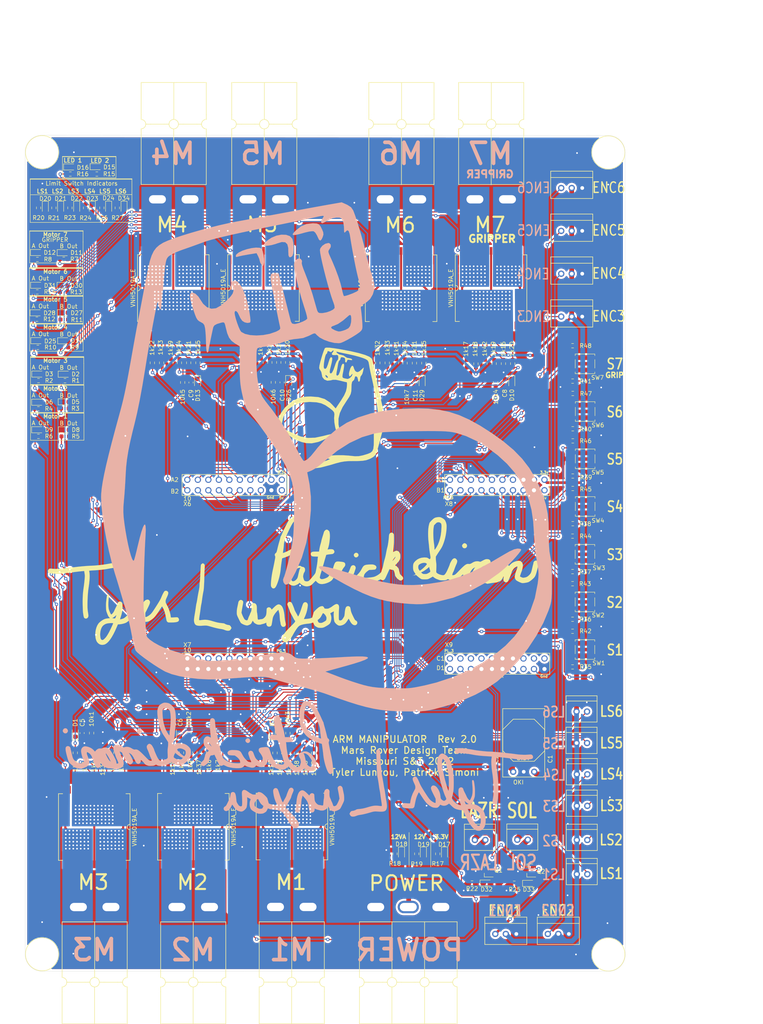
<source format=kicad_pcb>
(kicad_pcb (version 20211014) (generator pcbnew)
  (title_block (title "Armboard 2019-2022") (rev "2") (company "MRDT") (comment 1 "Tyler Lunyou - Patrick Simoni"))
  (layers (0 "F.Cu" signal) (31 "B.Cu" signal) (34 "B.Paste" user) (35 "F.Paste" user) (36 "B.SilkS" user "B.Silkscreen") (37 "F.SilkS" user "F.Silkscreen") (38 "B.Mask" user) (39 "F.Mask" user) (44 "Edge.Cuts" user))
  (net 0 "")
  (net 1 "GND")
  (net 2 "+12V")
  (net 3 "+3V3")
  (net 4 "ENC_1")
  (net 5 "ENC_2")
  (net 6 "LIM_1")
  (net 7 "LIM_2")
  (net 8 "ENC_3")
  (net 9 "ENC_4")
  (net 10 "Net-(Conn15-Pad1)")
  (net 11 "LIM_3")
  (net 12 "ENC_5")
  (net 13 "ENC_6")
  (net 14 "Net-(Conn19-Pad1)")
  (net 15 "LIM_4")
  (net 16 "Net-(D2-Pad2)")
  (net 17 "Net-(D3-Pad2)")
  (net 18 "Net-(D5-Pad2)")
  (net 19 "Net-(D6-Pad2)")
  (net 20 "Net-(D8-Pad2)")
  (net 21 "Net-(D9-Pad2)")
  (net 22 "Net-(D11-Pad2)")
  (net 23 "Net-(D12-Pad2)")
  (net 24 "Net-(D14-Pad2)")
  (net 25 "Net-(D15-Pad2)")
  (net 26 "Net-(D16-Pad2)")
  (net 27 "Net-(D17-Pad2)")
  (net 28 "Net-(D18-Pad2)")
  (net 29 "Net-(D19-Pad2)")
  (net 30 "Net-(D20-Pad2)")
  (net 31 "Net-(D21-Pad2)")
  (net 32 "Net-(D22-Pad2)")
  (net 33 "Net-(D23-Pad2)")
  (net 34 "LASER")
  (net 35 "SOL")
  (net 36 "+12VA")
  (net 37 "Net-(R40-Pad1)")
  (net 38 "Net-(R41-Pad1)")
  (net 39 "/MotorToggles/M1_toggle")
  (net 40 "/MotorToggles/M2_toggle")
  (net 41 "/MotorToggles/M3_toggle")
  (net 42 "/MotorToggles/M4_toggle")
  (net 43 "/MotorToggles/M5_toggle")
  (net 44 "/MotorToggles/M6_toggle")
  (net 45 "/MotorToggles/M7_toggle")
  (net 46 "Net-(R35-Pad1)")
  (net 47 "Net-(R37-Pad1)")
  (net 48 "Net-(R39-Pad1)")
  (net 49 "Net-(R15-Pad1)")
  (net 50 "Net-(R16-Pad1)")
  (net 51 "Net-(R36-Pad1)")
  (net 52 "Net-(R38-Pad1)")
  (net 53 "Current_Sense3")
  (net 54 "Net-(10k1-Pad1)")
  (net 55 "Current_Sense2")
  (net 56 "Net-(10k2-Pad1)")
  (net 57 "Current_Sense1")
  (net 58 "Net-(10k3-Pad1)")
  (net 59 "Current_Sense7")
  (net 60 "Net-(10k4-Pad1)")
  (net 61 "Current_Sense4")
  (net 62 "Net-(10k5-Pad1)")
  (net 63 "Current_Sense5")
  (net 64 "Net-(10k6-Pad1)")
  (net 65 "Current_Sense6")
  (net 66 "Net-(10k7-Pad1)")
  (net 67 "/Motor_Controller3/IN_A_3")
  (net 68 "Net-(1k2-Pad1)")
  (net 69 "Net-(1k3-Pad1)")
  (net 70 "/Motor_Controller3/PMW_3")
  (net 71 "Net-(1k4-Pad1)")
  (net 72 "/Motor_Controller3/IN_B_3")
  (net 73 "Net-(1k5-Pad1)")
  (net 74 "/Motor_Controller2/IN_A_2")
  (net 75 "Net-(1k7-Pad1)")
  (net 76 "Net-(1k8-Pad1)")
  (net 77 "/Motor_Controller2/PMW_2")
  (net 78 "Net-(1k9-Pad1)")
  (net 79 "/Motor_Controller2/IN_B_2")
  (net 80 "Net-(1k10-Pad1)")
  (net 81 "/Motor_Controller1/IN_A_1")
  (net 82 "Net-(1k12-Pad1)")
  (net 83 "Net-(1k13-Pad1)")
  (net 84 "/Motor_Controller1/PMW_1")
  (net 85 "Net-(1k14-Pad1)")
  (net 86 "/Motor_Controller1/IN_B_1")
  (net 87 "Net-(1k15-Pad1)")
  (net 88 "/Motor_Controller7/IN_A_7")
  (net 89 "Net-(1k17-Pad1)")
  (net 90 "Net-(1k18-Pad1)")
  (net 91 "/Motor_Controller7/PMW_7")
  (net 92 "Net-(1k19-Pad1)")
  (net 93 "/Motor_Controller7/IN_B_7")
  (net 94 "Net-(1k20-Pad1)")
  (net 95 "/Motor_Controller4/IN_A_4")
  (net 96 "Net-(1k22-Pad1)")
  (net 97 "Net-(1k23-Pad1)")
  (net 98 "/Motor_Controller4/PMW_4")
  (net 99 "Net-(1k24-Pad1)")
  (net 100 "/Motor_Controller4/IN_B_4")
  (net 101 "Net-(1k25-Pad1)")
  (net 102 "/Motor_Controller5/IN_A_5")
  (net 103 "Net-(1k27-Pad1)")
  (net 104 "Net-(1k28-Pad1)")
  (net 105 "/Motor_Controller5/PMW_5")
  (net 106 "Net-(1k29-Pad1)")
  (net 107 "/Motor_Controller5/IN_B_5")
  (net 108 "Net-(1k30-Pad1)")
  (net 109 "/Motor_Controller6/IN_A_6")
  (net 110 "Net-(1k32-Pad1)")
  (net 111 "Net-(1k33-Pad1)")
  (net 112 "/Motor_Controller6/PMW_6")
  (net 113 "Net-(1k34-Pad1)")
  (net 114 "/Motor_Controller6/IN_B_6")
  (net 115 "Net-(1k35-Pad1)")
  (net 116 "Net-(D25-Pad2)")
  (net 117 "Net-(D27-Pad2)")
  (net 118 "Net-(D28-Pad2)")
  (net 119 "Net-(D30-Pad2)")
  (net 120 "Net-(D31-Pad2)")
  (net 121 "/Motor_Controller1/OUTb_1")
  (net 122 "/Motor_Controller1/OUTa_1")
  (net 123 "/Motor_Controller2/OUTa_2")
  (net 124 "/Motor_Controller2/OUTb_2")
  (net 125 "/Motor_Controller3/OUTa_3")
  (net 126 "/Motor_Controller3/OUTb_3")
  (net 127 "/Motor_Controller4/OUTa_4")
  (net 128 "/Motor_Controller4/OUTb_4")
  (net 129 "/Motor_Controller5/OUTa_5")
  (net 130 "/Motor_Controller6/OUTa_6")
  (net 131 "/Motor_Controller6/OUTb_6")
  (net 132 "/Motor_Controller7/OUTa_7")
  (net 133 "/Motor_Controller7/OUTb_7")
  (net 134 "/Motor_Controller5/OUTb_5")
  (net 135 "Net-(D32-Pad2)")
  (net 136 "Net-(D33-Pad2)")
  (net 137 "LIM_5")
  (net 138 "LIM_6")
  (net 139 "Net-(D24-Pad2)")
  (net 140 "Net-(D34-Pad2)")
  (net 141 "Net-(1k36-Pad1)")
  (net 142 "Net-(1k37-Pad1)")
  (net 143 "Net-(1k38-Pad1)")
  (net 144 "Net-(1k39-Pad1)")
  (net 145 "Net-(1k40-Pad1)")
  (net 146 "Net-(1k41-Pad1)")
  (net 147 "Net-(1k42-Pad1)")
  (footprint "MRDT_Connectors:MOLEX_SL_03_Vertical" (layer "F.Cu") (at 217.475 227.14)
    (fp_text reference "Conn9" hide)
    (fp_text value "Molex_SL_03")
  )
  (footprint "MRDT_Connectors:MOLEX_SL_03_Vertical" (layer "F.Cu") (at 230.175 227.14)
    (fp_text reference "Conn10" hide)
    (fp_text value "Molex_SL_03")
  )
  (footprint "MRDT_Connectors:MOLEX_SL_03_Vertical" (layer "F.Cu") (at 233.413 77.991)
    (fp_text reference "Conn13" hide)
    (fp_text value "Molex_SL_03")
  )
  (footprint "MRDT_Connectors:MOLEX_SL_03_Vertical" (layer "F.Cu") (at 233.413 67.636)
    (fp_text reference "Conn14" hide)
    (fp_text value "Molex_SL_03")
  )
  (footprint "MRDT_Connectors:MOLEX_SL_02_Vertical" (layer "F.Cu") (at 237.185 196.19)
    (fp_text reference "Conn16" hide)
    (fp_text value "Molex_SL_02")
  )
  (footprint "MRDT_Connectors:MOLEX_SL_03_Vertical" (layer "F.Cu") (at 233.413 57.2812)
    (fp_text reference "Conn17" hide)
    (fp_text value "Molex_SL_03")
  )
  (footprint "MRDT_Connectors:MOLEX_SL_03_Vertical" (layer "F.Cu") (at 233.413 46.9265)
    (fp_text reference "Conn18" hide)
    (fp_text value "Molex_SL_03")
  )
  (footprint "Diode_SMD:D_0603_1608Metric_Pad1.05x0.95mm_HandSolder" (layer "F.Cu") (at 145.4783 93.917 -90)
    (fp_text reference "D13")
    (fp_text value "D_Zener")
  )
  (footprint "LED_SMD:LED_0603_1608Metric_Pad1.05x0.95mm_HandSolder" (layer "F.Cu") (at 205.194 207.785 -90)
    (fp_text reference "D17")
    (fp_text value "Green")
  )
  (footprint "LED_SMD:LED_0603_1608Metric_Pad1.05x0.95mm_HandSolder" (layer "F.Cu") (at 108.664 51.7779 -90)
    (fp_text reference "D20")
    (fp_text value "Yellow")
  )
  (footprint "LED_SMD:LED_0603_1608Metric_Pad1.05x0.95mm_HandSolder" (layer "F.Cu") (at 112.357 51.7779 -90)
    (fp_text reference "D21")
    (fp_text value "Yellow")
  )
  (footprint "LED_SMD:LED_0603_1608Metric_Pad1.05x0.95mm_HandSolder" (layer "F.Cu") (at 116.241 51.7779 -90)
    (fp_text reference "D22")
    (fp_text value "Yellow")
  )
  (footprint "Resistor_SMD:R_0603_1608Metric_Pad0.98x0.95mm_HandSolder" (layer "F.Cu") (at 113.127 72.0588)
    (fp_text reference "R13")
    (fp_text value "1.5k")
  )
  (footprint "Resistor_SMD:R_0603_1608Metric_Pad0.98x0.95mm_HandSolder" (layer "F.Cu") (at 121.12 43.5483)
    (fp_text reference "R15")
    (fp_text value "120")
  )
  (footprint "Resistor_SMD:R_0603_1608Metric_Pad0.98x0.95mm_HandSolder" (layer "F.Cu") (at 203.556 207.785 -90)
    (fp_text reference "R17")
    (fp_text value "120")
  )
  (footprint "Resistor_SMD:R_0603_1608Metric_Pad0.98x0.95mm_HandSolder" (layer "F.Cu") (at 107.033 51.7329 -90)
    (fp_text reference "R20")
    (fp_text value "120")
  )
  (footprint "Resistor_SMD:R_0603_1608Metric_Pad0.98x0.95mm_HandSolder" (layer "F.Cu") (at 110.731 51.7329 -90)
    (fp_text reference "R21")
    (fp_text value "120")
  )
  (footprint "Resistor_SMD:R_0603_1608Metric_Pad0.98x0.95mm_HandSolder" (layer "F.Cu") (at 114.607 51.7329 -90)
    (fp_text reference "R23")
    (fp_text value "120")
  )
  (footprint "Resistor_SMD:R_0603_1608Metric_Pad0.98x0.95mm_HandSolder" (layer "F.Cu") (at 118.394 51.7329 -90)
    (fp_text reference "R24")
    (fp_text value "120")
  )
  (footprint "Resistor_SMD:R_0603_1608Metric_Pad0.98x0.95mm_HandSolder" (layer "F.Cu") (at 222.0576 214.8841)
    (fp_text reference "R25")
    (fp_text value "1.5k")
  )
  (footprint "Resistor_SMD:R_0603_1608Metric_Pad0.98x0.95mm_HandSolder" (layer "F.Cu") (at 236.154 139.599)
    (fp_text reference "R37")
    (fp_text value "3.3k")
  )
  (footprint "Resistor_SMD:R_0603_1608Metric_Pad0.98x0.95mm_HandSolder" (layer "F.Cu") (at 236.2048 128.0226)
    (fp_text reference "R38")
    (fp_text value "3.3k")
  )
  (footprint "Resistor_SMD:R_0603_1608Metric_Pad0.98x0.95mm_HandSolder" (layer "F.Cu") (at 236.2048 105.0932)
    (fp_text reference "R40")
    (fp_text value "3.3k")
  )
  (footprint "Resistor_SMD:R_0603_1608Metric_Pad0.98x0.95mm_HandSolder" (layer "F.Cu") (at 236.154 154.013)
    (fp_text reference "R42")
    (fp_text value "10k")
  )
  (footprint "Resistor_SMD:R_0603_1608Metric_Pad0.98x0.95mm_HandSolder" (layer "F.Cu") (at 236.154 142.522)
    (fp_text reference "R43")
    (fp_text value "10k")
  )
  (footprint "Resistor_SMD:R_0603_1608Metric_Pad0.98x0.95mm_HandSolder" (layer "F.Cu") (at 236.154 131.03)
    (fp_text reference "R44")
    (fp_text value "10k")
  )
  (footprint "Resistor_SMD:R_0603_1608Metric_Pad0.98x0.95mm_HandSolder" (layer "F.Cu") (at 236.2048 119.5176)
    (fp_text reference "R45")
    (fp_text value "10k")
  )
  (footprint "Resistor_SMD:R_0603_1608Metric_Pad0.98x0.95mm_HandSolder" (layer "F.Cu") (at 236.2048 108.0266)
    (fp_text reference "R46")
    (fp_text value "10k")
  )
  (footprint "Resistor_SMD:R_0603_1608Metric_Pad0.98x0.95mm_HandSolder" (layer "F.Cu") (at 236.2048 116.5106)
    (fp_text reference "R39")
    (fp_text value "3.3k")
  )
  (footprint "Resistor_SMD:R_0603_1608Metric_Pad0.98x0.95mm_HandSolder" (layer "F.Cu") (at 236.1667 93.5801)
    (fp_text reference "R41")
    (fp_text value "3.3k")
  )
  (footprint "Resistor_SMD:R_0603_1608Metric_Pad0.98x0.95mm_HandSolder" (layer "F.Cu") (at 236.154 151.111)
    (fp_text reference "R36")
    (fp_text value "3.3k")
  )
  (footprint "Resistor_SMD:R_0603_1608Metric_Pad0.98x0.95mm_HandSolder" (layer "F.Cu") (at 236.1667 85.0331)
    (fp_text reference "R48")
    (fp_text value "10k")
  )
  (footprint "Resistor_SMD:R_0603_1608Metric_Pad0.98x0.95mm_HandSolder" (layer "F.Cu") (at 236.2048 96.5662)
    (fp_text reference "R47")
    (fp_text value "10k")
  )
  (footprint "Resistor_SMD:R_0603_1608Metric_Pad0.98x0.95mm_HandSolder" (layer "F.Cu") (at 236.154 162.624)
    (fp_text reference "R35")
    (fp_text value "3.3k")
  )
  (footprint "Capacitor_SMD:C_0603_1608Metric_Pad1.08x0.95mm_HandSolder" (layer "F.Cu") (at 217.691 187.63 -90)
    (fp_text reference "C2")
    (fp_text value "10uF")
  )
  (footprint "Package_TO_SOT_SMD:SOT-23" (layer "F.Cu") (at 225.8568 211.8106 180)
    (fp_text reference "Q2")
    (fp_text value "BSS138")
  )
  (footprint "LED_SMD:LED_0603_1608Metric_Pad1.05x0.95mm_HandSolder" (layer "F.Cu") (at 200.084 207.785 -90)
    (fp_text reference "D19")
    (fp_text value "Green")
  )
  (footprint "Resistor_SMD:R_0603_1608Metric_Pad0.98x0.95mm_HandSolder" (layer "F.Cu") (at 198.476 207.785 -90)
    (fp_text reference "R19")
    (fp_text value "330")
  )
  (footprint "LED_SMD:LED_0603_1608Metric_Pad1.05x0.95mm_HandSolder" (layer "F.Cu") (at 194.792 207.785 -90)
    (fp_text reference "D18")
    (fp_text value "Green")
  )
  (footprint "Resistor_SMD:R_0603_1608Metric_Pad0.98x0.95mm_HandSolder" (layer "F.Cu") (at 193.205 207.785 -90)
    (fp_text reference "R18")
    (fp_text value "330")
  )
  (footprint "LED_SMD:LED_0603_1608Metric_Pad1.05x0.95mm_HandSolder" (layer "F.Cu") (at 120.023 51.7779 -90)
    (fp_text reference "D23")
    (fp_text value "Yellow")
  )
  (footprint "Resistor_SMD:R_0603_1608Metric_Pad0.98x0.95mm_HandSolder" (layer "F.Cu") (at 106.718 72.0344)
    (fp_text reference "R14")
    (fp_text value "1.5k")
  )
  (footprint "LED_SMD:LED_0603_1608Metric_Pad1.05x0.95mm_HandSolder" (layer "F.Cu") (at 113.297 83.8325)
    (fp_text reference "D14")
    (fp_text value "Blue")
  )
  (footprint "Resistor_SMD:R_0603_1608Metric_Pad0.98x0.95mm_HandSolder" (layer "F.Cu") (at 114.706 43.5483)
    (fp_text reference "R16")
    (fp_text value "120")
  )
  (footprint "LED_SMD:LED_0603_1608Metric_Pad1.05x0.95mm_HandSolder" (layer "F.Cu") (at 107.05 91.8847)
    (fp_text reference "D3")
    (fp_text value "Blue")
  )
  (footprint "LED_SMD:LED_0603_1608Metric_Pad1.05x0.95mm_HandSolder" (layer "F.Cu") (at 113.436 98.5903)
    (fp_text reference "D5")
    (fp_text value "Blue")
  )
  (footprint "LED_SMD:LED_0603_1608Metric_Pad1.05x0.95mm_HandSolder" (layer "F.Cu") (at 107.01 98.6787)
    (fp_text reference "D6")
    (fp_text value "Blue")
  )
  (footprint "Diode_SMD:D_0603_1608Metric_Pad1.05x0.95mm_HandSolder" (layer "F.Cu") (at 139.6233 178.6002 90)
    (fp_text reference "D4")
    (fp_text value "D_Zener")
  )
  (footprint "Resistor_SMD:R_0603_1608Metric_Pad0.98x0.95mm_HandSolder" (layer "F.Cu") (at 113.42 93.4821)
    (fp_text reference "R1")
    (fp_text value "1.5k")
  )
  (footprint "Resistor_SMD:R_0603_1608Metric_Pad0.98x0.95mm_HandSolder" (layer "F.Cu") (at 113.4 100.192)
    (fp_text reference "R3")
    (fp_text value "1.5k")
  )
  (footprint "Resistor_SMD:R_0603_1608Metric_Pad0.98x0.95mm_HandSolder" (layer "F.Cu") (at 113.478 106.932)
    (fp_text reference "R5")
    (fp_text value "1.5k")
  )
  (footprint "Resistor_SMD:R_0603_1608Metric_Pad0.98x0.95mm_HandSolder" (layer "F.Cu") (at 107.02 93.4657)
    (fp_text reference "R2")
    (fp_text value "1.5k")
  )
  (footprint "LED_SMD:LED_0603_1608Metric_Pad1.05x0.95mm_HandSolder" (layer "F.Cu") (at 113.436 91.9101)
    (fp_text reference "D2")
    (fp_text value "Blue")
  )
  (footprint "Diode_SMD:D_0603_1608Metric_Pad1.05x0.95mm_HandSolder" (layer "F.Cu") (at 115.9002 178.6132 90)
    (fp_text reference "D1")
    (fp_text value "D_Zener")
  )
  (footprint "Resistor_SMD:R_0603_1608Metric_Pad0.98x0.95mm_HandSolder" (layer "F.Cu") (at 106.987 100.268)
    (fp_text reference "R4")
    (fp_text value "1.5k")
  )
  (footprint "Resistor_SMD:R_0603_1608Metric_Pad0.98x0.95mm_HandSolder" (layer "F.Cu") (at 107.001 106.919)
    (fp_text reference "R6")
    (fp_text value "1.5k")
  )
  (footprint "Diode_SMD:D_0603_1608Metric_Pad1.05x0.95mm_HandSolder" (layer "F.Cu") (at 163.5 178.6 90)
    (fp_text reference "D7")
    (fp_text value "D_Zener")
  )
  (footprint "LED_SMD:LED_0603_1608Metric_Pad1.05x0.95mm_HandSolder" (layer "F.Cu") (at 113.184 62.5473)
    (fp_text reference "D11")
    (fp_text value "Blue")
  )
  (footprint "LED_SMD:LED_0603_1608Metric_Pad1.05x0.95mm_HandSolder" (layer "F.Cu") (at 113.487 105.347)
    (fp_text reference "D8")
    (fp_text value "Blue")
  )
  (footprint "LED_SMD:LED_0603_1608Metric_Pad1.05x0.95mm_HandSolder" (layer "F.Cu") (at 106.731 62.5224)
    (fp_text reference "D12")
    (fp_text value "Blue")
  )
  (footprint "Resistor_SMD:R_0603_1608Metric_Pad0.98x0.95mm_HandSolder" (layer "F.Cu") (at 113.246 78.7017)
    (fp_text reference "R11")
    (fp_text value "1.5k")
  )
  (footprint "Resistor_SMD:R_0603_1608Metric_Pad0.98x0.95mm_HandSolder" (layer "F.Cu") (at 106.745 64.1734)
    (fp_text reference "R8")
    (fp_text value "1.5k")
  )
  (footprint "Resistor_SMD:R_0603_1608Metric_Pad0.98x0.95mm_HandSolder" (layer "F.Cu") (at 106.629 78.6001)
    (fp_text reference "R12")
    (fp_text value "1.5k")
  )
  (footprint "Resistor_SMD:R_0603_1608Metric_Pad0.98x0.95mm_HandSolder" (layer "F.Cu") (at 113.121 64.1353)
    (fp_text reference "R7")
    (fp_text value "1.5k")
  )
  (footprint "Diode_SMD:D_0603_1608Metric_Pad1.05x0.95mm_HandSolder" (layer "F.Cu") (at 221.462 93.9293 -90)
    (fp_text reference "D10")
    (fp_text value "D_Zener")
  )
  (footprint "LED_SMD:LED_0603_1608Metric_Pad1.05x0.95mm_HandSolder" (layer "F.Cu") (at 107.01 105.334)
    (fp_text reference "D9")
    (fp_text value "Blue")
  )
  (footprint "Resistor_SMD:R_0603_1608Metric_Pad0.98x0.95mm_HandSolder" (layer "F.Cu") (at 113.279 85.4435)
    (fp_text reference "R9")
    (fp_text value "1.5k")
  )
  (footprint "Resistor_SMD:R_0603_1608Metric_Pad0.98x0.95mm_HandSolder" (layer "F.Cu") (at 106.853 85.4176)
    (fp_text reference "R10")
    (fp_text value "1.5k")
  )
  (footprint "MRDT_Connectors:MOLEX_SL_02_Vertical" (layer "F.Cu") (at 237.185 212.7)
    (fp_text reference "Conn11" hide)
    (fp_text value "Molex_SL_02")
  )
  (footprint "MRDT_Connectors:MOLEX_SL_02_Vertical" (layer "F.Cu") (at 237.185 204.445)
    (fp_text reference "Conn12" hide)
    (fp_text value "Molex_SL_02")
  )
  (footprint "MRDT_Connectors:MOLEX_SL_02_Vertical" (layer "F.Cu") (at 222.796 204.381)
    (fp_text reference "Conn19" hide)
    (fp_text value "Molex_SL_02")
  )
  (footprint "MRDT_Connectors:MOLEX_SL_02_Vertical" (layer "F.Cu") (at 237.185 188.57)
    (fp_text reference "Conn20" hide)
    (fp_text value "Molex_SL_02")
  )
  (footprint "LED_SMD:LED_0603_1608Metric_Pad1.05x0.95mm_HandSolder" (layer "F.Cu") (at 121.145 41.783)
    (fp_text reference "D15")
    (fp_text value "Blue")
  )
  (footprint "LED_SMD:LED_0603_1608Metric_Pad1.05x0.95mm_HandSolder" (layer "F.Cu") (at 114.733 41.8338)
    (fp_text reference "D16")
    (fp_text value "Blue")
  )
  (footprint "Resistor_SMD:R_0603_1608Metric_Pad0.98x0.95mm_HandSolder" (layer "F.Cu") (at 119.8499 178.6109 90)
    (fp_text reference "10k1")
    (fp_text value "R_Small")
  )
  (footprint "Resistor_SMD:R_0603_1608Metric_Pad0.98x0.95mm_HandSolder" (layer "F.Cu") (at 143.3957 178.5874 90)
    (fp_text reference "10k2")
    (fp_text value "R_Small")
  )
  (footprint "Resistor_SMD:R_0603_1608Metric_Pad0.98x0.95mm_HandSolder" (layer "F.Cu") (at 167.3225 178.6255 90)
    (fp_text reference "10k3")
    (fp_text value "R_Small")
  )
  (footprint "Resistor_SMD:R_0603_1608Metric_Pad0.98x0.95mm_HandSolder" (layer "F.Cu") (at 217.5383 93.9293 -90)
    (fp_text reference "10k4")
    (fp_text value "R_Small")
  )
  (footprint "Resistor_SMD:R_0603_1608Metric_Pad0.98x0.95mm_HandSolder" (layer "F.Cu") (at 141.8717 93.9057 -90)
    (fp_text reference "10k5")
    (fp_text value "R_Small")
  )
  (footprint "Resistor_SMD:R_0603_1608Metric_Pad0.98x0.95mm_HandSolder" (layer "F.Cu") (at 163.7919 93.8765 -90)
    (fp_text reference "10k6")
    (fp_text value "R_Small")
  )
  (footprint "Resistor_SMD:R_0603_1608Metric_Pad0.98x0.95mm_HandSolder" (layer "F.Cu") (at 196.0372 93.9438 -90)
    (fp_text reference "10k7")
    (fp_text value "R_Small")
  )
  (footprint "Resistor_SMD:R_0603_1608Metric_Pad0.98x0.95mm_HandSolder" (layer "F.Cu") (at 118.107 183.387 90)
    (fp_text reference "1k1")
    (fp_text value "R_Small")
  )
  (footprint "Resistor_SMD:R_0603_1608Metric_Pad0.98x0.95mm_HandSolder" (layer "F.Cu") (at 126.886 183.387 90)
    (fp_text reference "1k2")
    (fp_text value "R_Small")
  )
  (footprint "Resistor_SMD:R_0603_1608Metric_Pad0.98x0.95mm_HandSolder" (layer "F.Cu") (at 124.679 183.387 90)
    (fp_text reference "1k3")
    (fp_text value "R_Small")
  )
  (footprint "Resistor_SMD:R_0603_1608Metric_Pad0.98x0.95mm_HandSolder" (layer "F.Cu") (at 120.313 183.387 90)
    (fp_text reference "1k4")
    (fp_text value "R_Small")
  )
  (footprint "Resistor_SMD:R_0603_1608Metric_Pad0.98x0.95mm_HandSolder" (layer "F.Cu") (at 115.9 183.387 90)
    (fp_text reference "1k5")
    (fp_text value "R_Small")
  )
  (footprint "Resistor_SMD:R_0603_1608Metric_Pad0.98x0.95mm_HandSolder" (layer "F.Cu") (at 141.596 183.375 90)
    (fp_text reference "1k6")
    (fp_text value "R_Small")
  )
  (footprint "Resistor_SMD:R_0603_1608Metric_Pad0.98x0.95mm_HandSolder" (layer "F.Cu") (at 150.279 183.248 90)
    (fp_text reference "1k7")
    (fp_text value "R_Small")
  )
  (footprint "Resistor_SMD:R_0603_1608Metric_Pad0.98x0.95mm_HandSolder" (layer "F.Cu") (at 148.104 183.248 90)
    (fp_text reference "1k8")
    (fp_text value "R_Small")
  )
  (footprint "Resistor_SMD:R_0603_1608Metric_Pad0.98x0.95mm_HandSolder" (layer "F.Cu") (at 143.764 183.3245 90)
    (fp_text reference "1k9")
    (fp_text value "R_Small")
  )
  (footprint "Resistor_SMD:R_0603_1608Metric_Pad0.98x0.95mm_HandSolder" (layer "F.Cu") (at 139.421 183.375 90)
    (fp_text reference "1k10")
    (fp_text value "R_Small")
  )
  (footprint "Resistor_SMD:R_0603_1608Metric_Pad0.98x0.95mm_HandSolder" (layer "F.Cu") (at 165.256 183.413 90)
    (fp_text reference "1k11")
    (fp_text value "R_Small")
  )
  (footprint "Resistor_SMD:R_0603_1608Metric_Pad0.98x0.95mm_HandSolder" (layer "F.Cu") (at 173.52 183.439 90)
    (fp_text reference "1k12")
    (fp_text value "R_Small")
  )
  (footprint "Resistor_SMD:R_0603_1608Metric_Pad0.98x0.95mm_HandSolder" (layer "F.Cu") (at 171.408 183.439 90)
    (fp_text reference "1k13")
    (fp_text value "R_Small")
  )
  (footprint "Resistor_SMD:R_0603_1608Metric_Pad0.98x0.95mm_HandSolder" (layer "F.Cu") (at 167.367 183.413 90)
    (fp_text reference "1k14")
    (fp_text value "R_Small")
  )
  (footprint "Resistor_SMD:R_0603_1608Metric_Pad0.98x0.95mm_HandSolder" (layer "F.Cu") (at 163.144 183.413 90)
    (fp_text reference "1k15")
    (fp_text value "R_Small")
  )
  (footprint "Resistor_SMD:R_0603_1608Metric_Pad0.98x0.95mm_HandSolder" (layer "F.Cu") (at 219.44 89.3573 -90)
    (fp_text reference "1k16")
    (fp_text value "R_Small")
  )
  (footprint "Resistor_SMD:R_0603_1608Metric_Pad0.98x0.95mm_HandSolder" (layer "F.Cu") (at 210.553 89.3827 -90)
    (fp_text reference "1k17")
    (fp_text value "R_Small")
  )
  (footprint "Resistor_SMD:R_0603_1608Metric_Pad0.98x0.95mm_HandSolder" (layer "F.Cu") (at 212.791 89.3827 -90)
    (fp_text reference "1k18")
    (fp_text value "R_Small")
  )
  (footprint "Resistor_SMD:R_0603_1608Metric_Pad0.98x0.95mm_HandSolder" (layer "F.Cu") (at 217.201 89.3573 -90)
    (fp_text reference "1k19")
    (fp_text value "R_Small")
  )
  (footprint "Resistor_SMD:R_0603_1608Metric_Pad0.98x0.95mm_HandSolder" (layer "F.Cu") (at 221.678 89.3573 -90)
    (fp_text reference "1k20")
    (fp_text value "R_Small")
  )
  (footprint "Resistor_SMD:R_0603_1608Metric_Pad0.98x0.95mm_HandSolder" (layer "F.Cu") (at 143.3293 89.154 -90)
    (fp_text reference "1k21")
    (fp_text value "R_Small")
  )
  (footprint "Resistor_SMD:R_0603_1608Metric_Pad0.98x0.95mm_HandSolder" (layer "F.Cu") (at 134.5433 89.1667 -90)
    (fp_text reference "1k22")
    (fp_text value "R_Small")
  )
  (footprint "Resistor_SMD:R_0603_1608Metric_Pad0.98x0.95mm_HandSolder" (layer "F.Cu") (at 136.7823 89.1667 -90)
    (fp_text reference "1k23")
    (fp_text value "R_Small")
  )
  (footprint "Resistor_SMD:R_0603_1608Metric_Pad0.98x0.95mm_HandSolder" (layer "F.Cu") (at 141.0903 89.154 -90)
    (fp_text reference "1k24")
    (fp_text value "R_Small")
  )
  (footprint "Resistor_SMD:R_0603_1608Metric_Pad0.98x0.95mm_HandSolder" (layer "F.Cu") (at 145.5673 89.154 -90)
    (fp_text reference "1k25")
    (fp_text value "R_Small")
  )
  (footprint "Resistor_SMD:R_0603_1608Metric_Pad0.98x0.95mm_HandSolder" (layer "F.Cu") (at 165.1127 89.0644 -90)
    (fp_text reference "1k26")
    (fp_text value "R_Small")
  )
  (footprint "Resistor_SMD:R_0603_1608Metric_Pad0.98x0.95mm_HandSolder" (layer "F.Cu") (at 156.3747 89.0771 -90)
    (fp_text reference "1k27")
    (fp_text value "R_Small")
  )
  (footprint "Resistor_SMD:R_0603_1608Metric_Pad0.98x0.95mm_HandSolder" (layer "F.Cu") (at 158.5337 89.0771 -90)
    (fp_text reference "1k28")
    (fp_text value "R_Small")
  )
  (footprint "Resistor_SMD:R_0603_1608Metric_Pad0.98x0.95mm_HandSolder" (layer "F.Cu") (at 162.9537 89.0644 -90)
    (fp_text reference "1k29")
    (fp_text value "R_Small")
  )
  (footprint "Resistor_SMD:R_0603_1608Metric_Pad0.98x0.95mm_HandSolder" (layer "F.Cu") (at 167.2717 89.0644 -90)
    (fp_text reference "1k30")
    (fp_text value "R_Small")
  )
  (footprint "Resistor_SMD:R_0603_1608Metric_Pad0.98x0.95mm_HandSolder" (layer "F.Cu") (at 197.92 89.2307 -90)
    (fp_text reference "1k31")
    (fp_text value "R_Small")
  )
  (footprint "Resistor_SMD:R_0603_1608Metric_Pad0.98x0.95mm_HandSolder" (layer "F.Cu") (at 189.064 89.1799 -90)
    (fp_text reference "1k32")
    (fp_text value "R_Small")
  )
  (footprint "Resistor_SMD:R_0603_1608Metric_Pad0.98x0.95mm_HandSolder" (layer "F.Cu") (at 191.335 89.1799 -90)
    (fp_text reference "1k33")
    (fp_text value "R_Small")
  )
  (footprint "Resistor_SMD:R_0603_1608Metric_Pad0.98x0.95mm_HandSolder" (layer "F.Cu") (at 195.65 89.2307 -90)
    (fp_text reference "1k34")
    (fp_text value "R_Small")
  )
  (footprint "Resistor_SMD:R_0603_1608Metric_Pad0.98x0.95mm_HandSolder" (layer "F.Cu") (at 200.19 89.2307 -90)
    (fp_text reference "1k35")
    (fp_text value "R_Small")
  )
  (footprint "Capacitor_SMD:C_0603_1608Metric_Pad1.08x0.95mm_HandSolder" (layer "F.Cu") (at 117.5512 178.6132 90)
    (fp_text reference "C5")
    (fp_text value "10uF")
  )
  (footprint "Capacitor_SMD:C_0603_1608Metric_Pad1.08x0.95mm_HandSolder" (layer "F.Cu") (at 141.2753 178.6002 90)
    (fp_text reference "C6")
    (fp_text value "10uF")
  )
  (footprint "Capacitor_SMD:C_0603_1608Metric_Pad1.08x0.95mm_HandSolder" (layer "F.Cu") (at 165.214 178.6 90)
    (fp_text reference "C7")
    (fp_text value "10uF")
  )
  (footprint "Capacitor_SMD:C_0603_1608Metric_Pad1.08x0.95mm_HandSolder" (layer "F.Cu") (at 219.748 93.9293 -90)
    (fp_text reference "C8")
    (fp_text value "10uF")
  )
  (footprint "Capacitor_SMD:C_0603_1608Metric_Pad1.08x0.95mm_HandSolder" (layer "F.Cu") (at 143.8913 93.917 -90)
    (fp_text reference "C9")
    (fp_text value "10uF")
  )
  (footprint "Capacitor_SMD:C_0603_1608Metric_Pad1.08x0.95mm_HandSolder" (layer "F.Cu") (at 165.9137 93.8914 -90)
    (fp_text reference "C10")
    (fp_text value "10uF")
  )
  (footprint "Capacitor_SMD:C_0603_1608Metric_Pad1.08x0.95mm_HandSolder" (layer "F.Cu") (at 198.133 93.9287 -90)
    (fp_text reference "C11")
    (fp_text value "10uF")
  )
  (footprint "LED_SMD:LED_0603_1608Metric_Pad1.05x0.95mm_HandSolder" (layer "F.Cu") (at 106.807 83.8076)
    (fp_text reference "D25")
    (fp_text value "Blue")
  )
  (footprint "Diode_SMD:D_0603_1608Metric_Pad1.05x0.95mm_HandSolder" (layer "F.Cu") (at 167.4997 93.8914 -90)
    (fp_text reference "D26")
    (fp_text value "D_Zener")
  )
  (footprint "LED_SMD:LED_0603_1608Metric_Pad1.05x0.95mm_HandSolder" (layer "F.Cu") (at 113.232 77.0517)
    (fp_text reference "D27")
    (fp_text value "Blue")
  )
  (footprint "LED_SMD:LED_0603_1608Metric_Pad1.05x0.95mm_HandSolder" (layer "F.Cu") (at 106.629 77.0761)
    (fp_text reference "D28")
    (fp_text value "Blue")
  )
  (footprint "Diode_SMD:D_0603_1608Metric_Pad1.05x0.95mm_HandSolder" (layer "F.Cu") (at 199.784 93.9287 -90)
    (fp_text reference "D29")
    (fp_text value "D_Zener")
  )
  (footprint "LED_SMD:LED_0603_1608Metric_Pad1.05x0.95mm_HandSolder" (layer "F.Cu") (at 113.17 70.4469)
    (fp_text reference "D30")
    (fp_text value "Blue")
  )
  (footprint "LED_SMD:LED_0603_1608Metric_Pad1.05x0.95mm_HandSolder" (layer "F.Cu") (at 106.769 70.4215)
    (fp_text reference "D31")
    (fp_text value "Blue")
  )
  (footprint "Button_Switch_SMD:SW_SPST_TL3305A" (layer "F.Cu") (at 239.154 158.432 180)
    (fp_text reference "SW1")
    (fp_text value "SW_Push")
  )
  (footprint "Button_Switch_SMD:SW_SPST_TL3305A" (layer "F.Cu") (at 239.154 146.926 180)
    (fp_text reference "SW2")
    (fp_text value "SW_Push")
  )
  (footprint "Button_Switch_SMD:SW_SPST_TL3305A" (layer "F.Cu") (at 239.154 135.42 180)
    (fp_text reference "SW3")
    (fp_text value "SW_Push")
  )
  (footprint "Button_Switch_SMD:SW_SPST_TL3305A" (layer "F.Cu") (at 239.2048 123.8626 180)
    (fp_text reference "SW4")
    (fp_text value "SW_Push")
  )
  (footprint "Button_Switch_SMD:SW_SPST_TL3305A" (layer "F.Cu") (at 239.2048 112.3566 180)
    (fp_text reference "SW5")
    (fp_text value "SW_Push")
  )
  (footprint "Button_Switch_SMD:SW_SPST_TL3305A" (layer "F.Cu") (at 239.2048 100.9262 180)
    (fp_text reference "SW6")
    (fp_text value "SW_Push")
  )
  (footprint "Button_Switch_SMD:SW_SPST_TL3305A" (layer "F.Cu") (at 239.1667 89.4071 180)
    (fp_text reference "SW7")
    (fp_text value "SW_Push")
  )
  (footprint "MRDT_Connectors:MOLEX_SL_02_Vertical" (layer "F.Cu") (at 212.534 204.432)
    (fp_text reference "Conn15" hide)
    (fp_text value "Molex_SL_02")
  )
  (footprint "LED_SMD:LED_0603_1608Metric_Pad1.05x0.95mm_HandSolder" (layer "F.Cu") (at 215.442 214.846)
    (fp_text reference "D32")
    (fp_text value "Green")
  )
  (footprint "LED_SMD:LED_0603_1608Metric_Pad1.05x0.95mm_HandSolder" (layer "F.Cu") (at 225.7166 214.9171)
    (fp_text reference "D33")
    (fp_text value "Green")
  )
  (footprint "Package_TO_SOT_SMD:SOT-23" (layer "F.Cu") (at 215.5698 211.7979 180)
    (fp_text reference "Q1")
    (fp_text value "BSS138")
  )
  (footprint "Resistor_SMD:R_0603_1608Metric_Pad0.98x0.95mm_HandSolder" (layer "F.Cu") (at 211.8487 214.8332)
    (fp_text reference "R22")
    (fp_text value "1.5k")
  )
  (footprint "MRDT_Drill_Holes:4_40_Hole_Corner" (layer "F.Cu") (at 240.792 42.3545)
    (fp_text reference "V1" hide)
    (fp_text value "Via" hide)
  )
  (footprint "MRDT_Drill_Holes:4_40_Hole_Corner" (layer "F.Cu") (at 111.887 228.028 180)
    (fp_text reference "V2" hide)
    (fp_text value "Via" hide)
  )
  (footprint "MRDT_Drill_Holes:4_40_Hole_Corner" (layer "F.Cu") (at 111.887 42.291 90)
    (fp_text reference "V3" hide)
    (fp_text value "Via" hide)
  )
  (footprint "MRDT_Drill_Holes:4_40_Hole_Corner" (layer "F.Cu") (at 240.792 228.092 -90)
    (fp_text reference "V4" hide)
    (fp_text value "Via" hide)
  )
  (footprint "Capacitor_SMD:C_0603_1608Metric_Pad1.08x0.95mm_HandSolder" (layer "F.Cu") (at 230.7463 187.6298 90)
    (fp_text reference "C1")
    (fp_text value "10uF")
  )
  (footprint "MRDT_Connectors:MOLEX_SL_02_Vertical" (layer "F.Cu") (at 237.122 181.013)
    (fp_text reference "Conn8" hide)
    (fp_text value "Molex_SL_02")
  )
  (footprint "MRDT_Connectors:MOLEX_SL_02_Vertical" (layer "F.Cu") (at 237.122 173.41)
    (fp_text reference "Conn21" hide)
    (fp_text value "Molex_SL_02")
  )
  (footprint "LED_SMD:LED_0603_1608Metric_Pad1.05x0.95mm_HandSolder" (layer "F.Cu") (at 123.97 51.7779 -90)
    (fp_text reference "D24")
    (fp_text value "Yellow")
  )
  (footprint "LED_SMD:LED_0603_1608Metric_Pad1.05x0.95mm_HandSolder" (layer "F.Cu") (at 127.698 51.7779 -90)
    (fp_text reference "D34")
    (fp_text value "Yellow")
  )
  (footprint "Resistor_SMD:R_0603_1608Metric_Pad0.98x0.95mm_HandSolder" (layer "F.Cu") (at 122.334 51.7329 -90)
    (fp_text reference "R26")
    (fp_text value "120")
  )
  (footprint "Resistor_SMD:R_0603_1608Metric_Pad0.98x0.95mm_HandSolder" (layer "F.Cu") (at 126.06 51.7329 -90)
    (fp_text reference "R27")
    (fp_text value "120")
  )
  (footprint "MRDT_ICs:MultiPowerSO_30" (layer "F.Cu") (at 175.277 192.168 -90)
    (fp_text reference "MC1" hide)
    (fp_text value "VNH5019A_E")
  )
  (footprint "MRDT_ICs:MultiPowerSO_30" (layer "F.Cu") (at 151.444 192.232 -90)
    (fp_text reference "MC2" hide)
    (fp_text value "VNH5019A_E")
  )
  (footprint "MRDT_ICs:MultiPowerSO_30" (layer "F.Cu") (at 127.483 192.296 -90)
    (fp_text reference "MC3" hide)
    (fp_text value "VNH5019A_E")
  )
  (footprint "MRDT_ICs:MultiPowerSO_30" (layer "F.Cu") (at 132.622 80.119 90)
    (fp_text reference "MC4" hide)
    (fp_text value "VNH5019A_E")
  )
  (footprint "MRDT_ICs:MultiPowerSO_30" (layer "F.Cu") (at 154.4357 80.0936 90)
    (fp_text reference "MC5" hide)
    (fp_text value "VNH5019A_E")
  )
  (footprint "MRDT_ICs:MultiPowerSO_30" (layer "F.Cu") (at 187.7055 80.1571 90)
    (fp_text reference "MC6" hide)
    (fp_text value "VNH5019A_E")
  )
  (footprint "MRDT_ICs:MultiPowerSO_30" (layer "F.Cu") (at 209.468 80.133 90)
    (fp_text reference "MC7" hide)
    (fp_text value "VNH5019A_E")
  )
  (footprint "Resistor_SMD:R_0603_1608Metric_Pad0.98x0.95mm_HandSolder" (layer "F.Cu") (at 122.555 183.412 90)
    (fp_text reference "1k36")
    (fp_text value "R_Small")
  )
  (footprint "Resistor_SMD:R_0603_1608Metric_Pad0.98x0.95mm_HandSolder" (layer "F.Cu") (at 145.885 183.248 90)
    (fp_text reference "1k37")
    (fp_text value "R_Small")
  )
  (footprint "Resistor_SMD:R_0603_1608Metric_Pad0.98x0.95mm_HandSolder" (layer "F.Cu") (at 169.38 183.428 90)
    (fp_text reference "1k38")
    (fp_text value "R_Small")
  )
  (footprint "Resistor_SMD:R_0603_1608Metric_Pad0.98x0.95mm_HandSolder" (layer "F.Cu") (at 139.0013 89.1813 -90)
    (fp_text reference "1k39")
    (fp_text value "R_Small")
  )
  (footprint "Resistor_SMD:R_0603_1608Metric_Pad0.98x0.95mm_HandSolder" (layer "F.Cu") (at 160.8077 89.067 -90)
    (fp_text reference "1k40")
    (fp_text value "R_Small")
  )
  (footprint "Resistor_SMD:R_0603_1608Metric_Pad0.98x0.95mm_HandSolder" (layer "F.Cu") (at 193.561 89.194 -90)
    (fp_text reference "1k41")
    (fp_text value "R_Small")
  )
  (footprint "Resistor_SMD:R_0603_1608Metric_Pad0.98x0.95mm_HandSolder" (layer "F.Cu") (at 214.96 89.3191 -90)
    (fp_text reference "1k42")
    (fp_text value "R_Small")
  )
  (footprint "Project Library:arm-silscreen-small" (layer "F.Cu") (at 177.927 99.9363)
    (fp_text reference "G***" hide)
    (fp_text value "LOGO" hide)
  )
  (footprint "MRDT_Connectors:Square_Anderson_2_H_Side_By_Side" (layer "F.Cu") (at 163.7665 220.2434 90)
    (fp_text reference "Conn1")
    (fp_text value "AndersonPP")
  )
  (footprint "MRDT_Connectors:Square_Anderson_2_H_Side_By_Side" (layer "F.Cu") (at 139.9413 220.2649 90)
    (fp_text reference "Conn2")
    (fp_text value "AndersonPP")
  )
  (footprint "MRDT_Connectors:Square_Anderson_2_H_Side_By_Side" (layer "F.Cu") (at 116.1034 220.2649 90)
    (fp_text reference "Conn3")
    (fp_text value "AndersonPP")
  )
  (footprint "MRDT_Connectors:Square_Anderson_2_H_Side_By_Side" (layer "F.Cu") (at 144.1958 50.038 -90)
    (fp_text reference "Conn4")
    (fp_text value "AndersonPP")
  )
  (footprint "MRDT_Connectors:Square_Anderson_2_H_Side_By_Side" (layer "F.Cu") (at 166.0906 50.038 -90)
    (fp_text reference "Conn5")
    (fp_text value "AndersonPP")
  )
  (footprint "MRDT_Connectors:Square_Anderson_2_H_Side_By_Side" (layer "F.Cu") (at 199.263 50.038 -90)
    (fp_text reference "Conn6")
    (fp_text value "AndersonPP")
  )
  (footprint "MRDT_Connectors:Square_Anderson_2_H_Side_By_Side" (layer "F.Cu") (at 220.9673 50.038 -90)
    (fp_text reference "Conn7")
    (fp_text value "AndersonPP")
  )
  (footprint "MRDT_Connectors:Square_Anderson_3_H_Side_By_Side" (layer "F.Cu") (at 195.6562 220.7895 90)
    (fp_text reference "PowerConn1")
    (fp_text value "AndersonPP")
  )
  (footprint "Project Library:TM4C129E_Launchpad_FULL_THT_TOP-MOUNTLESS" (layer "F.Cu") (at 230.632 116.1415 180)
    (fp_text reference "U1" hide)
    (fp_text value "TM4C129E_Launchpad" hide)
  )
  (footprint "MRDT_Devices:OKI_Horizontal" (layer "F.Cu") (at 226.8855 187.96 180)
    (fp_text reference "OKI1" hide)
    (fp_text value "OKI")
  )
  (footprint "Project Library:signature patrick 450" (layer "F.Cu") (at 195.5292 134.4295)
    (fp_text reference "G***" hide)
    (fp_text value "LOGO" hide)
  )
  (footprint "Project Library:signature tyler 450" (layer "F.Cu") (at 147.6502 146.6977)
    (fp_text reference "G***" hide)
    (fp_text value "LOGO" hide)
  )
  (footprint "Project Library:arm-silkscreen420" (layer "B.Cu") (at 175.5902 111.8108 180)
    (fp_text reference "G***" hide)
    (fp_text value "LOGO" hide)
  )
  (footprint "Project Library:signature tyler 450" (layer "B.Cu") (at 188.2394 191.6049 180)
    (fp_text reference "G***" hide)
    (fp_text value "LOGO" hide)
  )
  (footprint "Project Library:signature patrick 450" (layer "B.Cu") (at 145.923 179.2605 180)
    (fp_text reference "G***" hide)
    (fp_text value "LOGO" hide)
  )
  (gr_line (start 105.1179 48.5648) (end 129.6035 48.5013) (layer "F.SilkS") (width 0.12))
  (gr_line (start 105.0036 44.8183) (end 105.0036 55.245) (layer "F.SilkS") (width 0.12))
  (gr_line (start 105.0036 55.245) (end 129.6035 55.2196) (layer "F.SilkS") (width 0.12))
  (gr_line (start 105.0671 44.8183) (end 129.6035 44.831) (layer "F.SilkS") (width 0.12))
  (gr_line (start 104.864222 74.555804) (end 104.864222 73.095304) (layer "F.SilkS") (width 0.12))
  (gr_line (start 104.864222 73.095304) (end 117.818222 73.095304) (layer "F.SilkS") (width 0.12))
  (gr_line (start 105.070258 89.32937) (end 105.070258 94.40937) (layer "F.SilkS") (width 0.12))
  (gr_line (start 117.960758 94.40937) (end 117.960758 89.32937) (layer "F.SilkS") (width 0.12))
  (gr_line (start 105.070258 94.40937) (end 110.594758 94.40937) (layer "F.SilkS") (width 0.12))
  (gr_line (start 110.594758 94.40937) (end 117.960758 94.40937) (layer "F.SilkS") (width 0.12))
  (gr_line (start 117.812975 79.813104) (end 117.812975 81.273604) (layer "F.SilkS") (width 0.12))
  (gr_line (start 110.459675 86.353604) (end 117.8052 86.36) (layer "F.SilkS") (width 0.12))
  (gr_line (start 104.935175 79.813104) (end 117.8179 79.813104) (layer "F.SilkS") (width 0.12))
  (gr_line (start 104.897075 81.273604) (end 104.897075 79.813104) (layer "F.SilkS") (width 0.12))
  (gr_line (start 117.812975 86.353604) (end 117.812975 81.273604) (layer "F.SilkS") (width 0.12))
  (gr_line (start 104.935175 86.353604) (end 110.459675 86.353604) (layer "F.SilkS") (width 0.12))
  (gr_line (start 104.897075 81.273604) (end 104.897075 86.353604) (layer "F.SilkS") (width 0.12))
  (gr_line (start 118.3222 44.4611) (end 125.7517 44.4611) (layer "F.SilkS") (width 0.12))
  (gr_line (start 125.7517 44.4611) (end 125.7517 39.3811) (layer "F.SilkS") (width 0.12))
  (gr_line (start 112.8268 44.4754) (end 118.3513 44.4754) (layer "F.SilkS") (width 0.12))
  (gr_line (start 125.7517 39.3938) (end 118.3222 39.3811) (layer "F.SilkS") (width 0.12))
  (gr_line (start 118.3222 39.3811) (end 112.7977 39.3811) (layer "F.SilkS") (width 0.12))
  (gr_line (start 112.7977 39.3811) (end 112.7977 44.4611) (layer "F.SilkS") (width 0.12))
  (gr_line (start 105.070258 87.86887) (end 117.948058 87.86887) (layer "F.SilkS") (width 0.12))
  (gr_line (start 117.948058 87.86887) (end 117.948058 89.32937) (layer "F.SilkS") (width 0.12))
  (gr_line (start 105.070258 89.32937) (end 105.070258 87.86887) (layer "F.SilkS") (width 0.12))
  (gr_line (start 117.818222 73.095304) (end 117.818222 74.555804) (layer "F.SilkS") (width 0.12))
  (gr_line (start 104.864222 79.635804) (end 110.388722 79.635804) (layer "F.SilkS") (width 0.12))
  (gr_line (start 110.388722 79.635804) (end 117.818222 79.635804) (layer "F.SilkS") (width 0.12))
  (gr_line (start 117.818222 79.635804) (end 117.818222 74.555804) (layer "F.SilkS") (width 0.12))
  (gr_line (start 117.787575 65.046841) (end 117.787575 59.966841) (layer "F.SilkS") (width 0.12))
  (gr_line (start 104.871675 59.966841) (end 104.871675 65.046841) (layer "F.SilkS") (width 0.12))
  (gr_line (start 104.871675 65.046841) (end 110.396175 65.046841) (layer "F.SilkS") (width 0.12))
  (gr_line (start 117.7925 57.277) (end 117.787575 59.966841) (layer "F.SilkS") (width 0.12))
  (gr_line (start 110.396175 65.046841) (end 117.787575 65.046841) (layer "F.SilkS") (width 0.12))
  (gr_line (start 104.902 57.363341) (end 117.724075 57.363341) (layer "F.SilkS") (width 0.12))
  (gr_line (start 104.871675 59.966841) (end 104.871675 57.277) (layer "F.SilkS") (width 0.12))
  (gr_line (start 118.004966 107.867164) (end 118.004966 102.787164) (layer "F.SilkS") (width 0.12))
  (gr_line (start 110.567998 101.15689) (end 117.997498 101.15689) (layer "F.SilkS") (width 0.12))
  (gr_line (start 105.076366 101.326664) (end 118.004966 101.326664) (layer "F.SilkS") (width 0.12))
  (gr_line (start 105.076366 102.787164) (end 105.076366 101.326664) (layer "F.SilkS") (width 0.12))
  (gr_line (start 105.076366 107.867164) (end 110.600866 107.867164) (layer "F.SilkS") (width 0.12))
  (gr_line (start 105.076366 102.787164) (end 105.076366 107.867164) (layer "F.SilkS") (width 0.12))
  (gr_line (start 117.794298 66.370079) (end 117.794298 67.830579) (layer "F.SilkS") (width 0.12))
  (gr_line (start 129.6035 44.831) (end 129.6035 55.2196) (layer "F.SilkS") (width 0.12))
  (gr_line (start 104.8639 79.6417) (end 104.8639 74.5617) (layer "F.SilkS") (width 0.12))
  (gr_line (start 104.8893 66.1416) (end 117.7671 66.1416) (layer "F.SilkS") (width 0.12))
  (gr_line (start 129.6035 44.6913) (end 129.6035 44.831) (layer "F.SilkS") (width 0.12))
  (gr_line (start 125.7554 39.2938) (end 125.7517 39.3938) (layer "F.SilkS") (width 0.12))
  (gr_line (start 110.600866 107.867164) (end 117.9957 107.8611) (layer "F.SilkS") (width 0.12))
  (gr_line (start 104.840298 66.370079) (end 117.794298 66.370079) (layer "F.SilkS") (width 0.12))
  (gr_line (start 104.8639 72.9996) (end 117.7925 72.9996) (layer "F.SilkS") (width 0.12))
  (gr_line (start 117.997498 101.15689) (end 117.997498 96.07689) (layer "F.SilkS") (width 0.12))
  (gr_line (start 105.0671 101.2444) (end 117.9957 101.2444) (layer "F.SilkS") (width 0.12))
  (gr_line (start 117.9449 87.6554) (end 117.9449 87.9094) (layer "F.SilkS") (width 0.12))
  (gr_line (start 104.840298 67.830579) (end 104.840298 72.910579) (layer "F.SilkS") (width 0.12))
  (gr_line (start 105.0671 87.757) (end 117.9449 87.757) (layer "F.SilkS") (width 0.12))
  (gr_line (start 105.0036 44.704) (end 129.5908 44.704) (layer "F.SilkS") (width 0.15))
  (gr_line (start 117.9449 94.5007) (end 105.0544 94.5007) (layer "F.SilkS") (width 0.12))
  (gr_line (start 104.871675 57.277) (end 117.7925 57.2516) (layer "F.SilkS") (width 0.12))
  (gr_line (start 104.840298 72.910579) (end 110.364798 72.910579) (layer "F.SilkS") (width 0.12))
  (gr_line (start 104.8385 66.4591) (end 104.8385 66.1416) (layer "F.SilkS") (width 0.12))
  (gr_line (start 105.0417 94.5769) (end 117.9957 94.5769) (layer "F.SilkS") (width 0.12))
  (gr_line (start 196.618225 202.6285) (end 196.618225 210.8962) (layer "F.SilkS") (width 0.12))
  (gr_line (start 117.7544 66.2559) (end 104.8385 66.2559) (layer "F.SilkS") (width 0.12))
  (gr_line (start 201.8792 202.6412) (end 201.87285 210.9597) (layer "F.SilkS") (width 0.12))
  (gr_line (start 117.997498 94.61639) (end 117.997498 96.07689) (layer "F.SilkS") (width 0.12))
  (gr_line (start 105.043498 96.07689) (end 105.043498 101.15689) (layer "F.SilkS") (width 0.12))
  (gr_line (start 104.840298 67.830579) (end 104.840298 66.370079) (layer "F.SilkS") (width 0.12))
  (gr_line (start 112.8014 39.2938) (end 125.7554 39.2938) (layer "F.SilkS") (width 0.12))
  (gr_line (start 110.364798 72.910579) (end 117.794298 72.910579) (layer "F.SilkS") (width 0.12))
  (gr_line (start 117.794298 72.910579) (end 117.794298 67.830579) (layer "F.SilkS") (width 0.12))
  (gr_line (start 105.0671 87.6554) (end 105.0671 87.9094) (layer "F.SilkS") (width 0.12))
  (gr_line (start 105.043498 96.07689) (end 105.043498 94.61639) (layer "F.SilkS") (width 0.12))
  (gr_line (start 104.902 79.7306) (end 117.8306 79.7306) (layer "F.SilkS") (width 0.12))
  (gr_line (start 112.8014 39.3827) (end 112.8014 39.2938) (layer "F.SilkS") (width 0.12))
  (gr_line (start 105.043498 101.15689) (end 110.567998 101.15689) (layer "F.SilkS") (width 0.12))
  (gr_line (start 118.004966 101.326664) (end 118.004966 102.787164) (layer "F.SilkS") (width 0.12))
  (gr_line (start 117.7925 66.3829) (end 117.7925 66.1416) (layer "F.SilkS") (width 0.12))
  (gr_line (start 105.0671 87.6554) (end 117.9449 87.6554) (layer "F.SilkS") (width 0.12))
  (gr_line (start 105.0036 44.704) (end 105.0036 44.8437) (layer "F.SilkS") (width 0.12))
  (gr_arc (start 248.92 232.0925) (mid 247.712409 234.988726) (end 244.805024 236.169199) (layer "Edge.Cuts") (width 0.05))
  (gr_arc (start 244.75999 34.2265) (mid 247.654664 35.405217) (end 248.856499 38.290369) (layer "Edge.Cuts") (width 0.05))
  (gr_arc (start 107.8865 236.1565) (mid 104.967917 234.947583) (end 103.759 232.029) (layer "Edge.Cuts") (width 0.05))
  (gr_line (start 244.75999 34.2265) (end 107.8865 34.163) (layer "Edge.Cuts") (width 0.05))
  (gr_arc (start 103.759 38.2905) (mid 104.967917 35.371917) (end 107.8865 34.163) (layer "Edge.Cuts") (width 0.05))
  (gr_line (start 248.92 232.0925) (end 248.856499 38.290369) (layer "Edge.Cuts") (width 0.05))
  (gr_line (start 107.8865 236.1565) (end 244.805024 236.169199) (layer "Edge.Cuts") (width 0.05))
  (gr_line (start 103.759 38.2905) (end 103.759 232.029) (layer "Edge.Cuts") (width 0.05))
  (gr_text "M2" (at 144.3863 231.0384) (layer "B.SilkS") (effects (font (size 5.08 5.08) (thickness 0.889)) (justify mirror)))
  (gr_text "M7" (at 216.3191 38.6588) (layer "B.SilkS") (effects (font (size 5.08 5.08) (thickness 0.889)) (justify mirror)))
  (gr_text "GRIPPER" (at 216.1921 43.5991) (layer "B.SilkS") (effects (font (size 1.778 1.778) (thickness 0.4445)) (justify mirror)))
  (gr_text "ENC6" (at 226.7458 46.8884) (layer "B.SilkS") (effects (font (size 2.54 2.032) (thickness 0.3175)) (justify mirror)))
  (gr_text "ENC5" (at 226.7331 57.2135) (layer "B.SilkS") (effects (font (size 2.54 2.032) (thickness 0.3175)) (justify mirror)))
  (gr_text "ENC4" (at 226.568 67.7164) (layer "B.SilkS") (effects (font (size 2.54 2.032) (thickness 0.3175)) (justify mirror)))
  (gr_text "ENC3" (at 226.6696 77.978) (layer "B.SilkS") (effects (font (size 2.54 2.032) (thickness 0.3175)) (justify mirror)))
  (gr_text "ENC1" (at 219.8116 221.5261) (layer "B.SilkS") (effects (font (size 2.54 2.032) (thickness 0.381)) (justify mirror)))
  (gr_text "ENC2" (at 232.6132 221.4753) (layer "B.SilkS") (effects (font (size 2.54 2.032) (thickness 0.381)) (justify mirror)))
  (gr_text "LS6" (at 231.6353 173.5328) (layer "B.SilkS") (effects (font (size 2.54 2.032) (thickness 0.381)) (justify mirror)))
  (gr_text "LS5" (at 231.6353 181.1782) (layer "B.SilkS") (effects (font (size 2.54 2.032) (thickness 0.381)) (justify mirror)))
  (gr_text "LS4" (at 231.7623 188.7728) (layer "B.SilkS") (effects (font (size 2.54 2.032) (thickness 0.381)) (justify mirror)))
  (gr_text "LS3" (at 231.7115 196.3166) (layer "B.SilkS") (effects (font (size 2.54 2.032) (thickness 0.381)) (justify mirror)))
  (gr_text "LS2" (at 231.6353 204.6732) (layer "B.SilkS") (effects (font (size 2.54 2.032) (thickness 0.381)) (justify mirror)))
  (gr_text "LS1" (at 231.5845 212.8012) (layer "B.SilkS") (effects (font (size 2.54 2.032) (thickness 0.381)) (justify mirror)))
  (gr_text "LAZR" (at 213.5124 209.9183) (layer "B.SilkS") (effects (font (size 3.556 2.54) (thickness 0.508)) (justify mirror)))
  (gr_text "SOL" (at 223.901 209.9183) (layer "B.SilkS") (effects (font (size 3.556 2.54) (thickness 0.508)) (justify mirror)))
  (gr_text "M5" (at 161.2519 38.6588) (layer "B.SilkS") (effects (font (size 5.08 5.08) (thickness 0.889)) (justify mirror)))
  (gr_text "M1" (at 168.2242 231.0384) (layer "B.SilkS") (effects (font (size 5.08 5.08) (thickness 0.889)) (justify mirror)))
  (gr_text "M3" (at 120.4976 231.0384) (layer "B.SilkS") (effects (font (size 5.08 5.08) (thickness 0.889)) (justify mirror)))
  (gr_text "M6" (at 194.6529 38.6588) (layer "B.SilkS") (effects (font (size 5.08 5.08) (thickness 0.889)) (justify mirror)))
  (gr_text "M4" (at 139.4968 38.6588) (layer "B.SilkS") (effects (font (size 5.08 5.08) (thickness 0.889)) (justify mirror)))
  (gr_text "POWER" (at 196.7357 231.0384) (layer "B.SilkS") (effects (font (size 5.08 5.08) (thickness 0.889)) (justify mirror)))
  (gr_text "12VA" (at 194.056 203.6826) (layer "F.SilkS") (effects (font (size 1 1) (thickness 0.25))))
  (gr_text "3.3V" (at 204.4827 203.6826) (layer "F.SilkS") (effects (font (size 1 1) (thickness 0.25))))
  (gr_text "Limit Switch Indicators" (at 117.4369 45.8216) (layer "F.SilkS") (effects (font (size 1 1))))
  (gr_text "LS4" (at 119.4054 47.7139) (layer "F.SilkS") (effects (font (size 1 1) (thickness 0.2032))))
  (gr_text "Motor 4" (at 111.094675 80.575104) (layer "F.SilkS") (effects (font (size 1 1) (thickness 0.2032))))
  (gr_text "B Out" (at 114.271166 82.264204) (layer "F.SilkS") (effects (font (size 1 1))))
  (gr_text "A Out" (at 107.451266 82.200704) (layer "F.SilkS") (effects (font (size 1 1))))
  (gr_text "LED 2" (at 121.8401 40.2955) (layer "F.SilkS") (effects (font (size 1 1) (thickness 0.2032))))
  (gr_text "LED 1" (at 115.2996 40.2447) (layer "F.SilkS") (effects (font (size 1 1) (thickness 0.2032))))
  (gr_text "Motor 3" (at 111.094675 88.63087) (layer "F.SilkS") (effects (font (size 1 1) (thickness 0.2032))))
  (gr_text "B Out" (at 114.271166 90.31997) (layer "F.SilkS") (effects (font (size 1 1))))
  (gr_text "A Out" (at 107.451266 90.24377) (layer "F.SilkS") (effects (font (size 1 1))))
  (gr_text "A Out" (at 107.451266 75.482904) (layer "F.SilkS") (effects (font (size 1 1))))
  (gr_text "B Out" (at 114.271166 75.546404) (layer "F.SilkS") (effects (font (size 1 1))))
  (gr_text "Motor 5" (at 111.094675 73.857304) (layer "F.SilkS") (effects (font (size 1 1) (thickness 0.2032))))
  (gr_text "B Out" (at 114.271166 60.957441) (layer "F.SilkS") (effects (font (size 1 1))))
  (gr_text "Motor 7" (at 111.0615 58.166) (layer "F.SilkS") (effects (font (size 1 1) (thickness 0.2032))))
  (gr_text "A Out" (at 107.451266 60.893941) (layer "F.SilkS") (effects (font (size 1 1))))
  (gr_text "A Out" (at 107.451266 97.00399) (layer "F.SilkS") (effects (font (size 1 1))))
  (gr_text "Motor 6" (at 111.094675 67.132079) (layer "F.SilkS") (effects (font (size 1 1) (thickness 0.2032))))
  (gr_text "B Out" (at 114.271166 103.777764) (layer "F.SilkS") (effects (font (size 1 1))))
  (gr_text "LS6" (at 126.9238 47.7139) (layer "F.SilkS") (effects (font (size 1 1) (thickness 0.2032))))
  (gr_text "M5" (at 161.1249 55.7657) (layer "F.SilkS") (effects (font (size 3.556 3.556) (thickness 0.508))))
  (gr_text "GRIPPER" (at 216.6874 59.1947) (layer "F.SilkS") (effects (font (size 1.778 1.778) (thickness 0.4445))))
  (gr_text "POWER" (at 196.0118 214.8967) (layer "F.SilkS") (effects (font (size 3.556 3.556) (thickness 0.508))))
  (gr_text "ENC3" (at 244.8941 77.9145) (layer "F.SilkS") (effects (font (size 2.54 2.032) (thickness 0.3175))))
  (gr_text "ENC2" (at 232.6132 221.4499) (layer "F.SilkS") (effects (font (size 2.54 2.032) (thickness 0.381))))
  (gr_text "ENC6" (at 244.8941 46.8249) (layer "F.SilkS") (effects (font (size 2.54 2.032) (thickness 0.3175))))
  (gr_text "LS1" (at 245.5164 212.5472) (layer "F.SilkS") (effects (font (size 2.54 2.032) (thickness 0.381))))
  (gr_text "LS6" (at 245.5545 173.355) (layer "F.SilkS") (effects (font (size 2.54 2.032) (thickness 0.381))))
  (gr_text "S1" (at 246.4054 158.5341) (layer "F.SilkS") (effects (font (size 2.54 2.032) (thickness 0.381))))
  (gr_text "S7" (at 246.3673 89.4461) (layer "F.SilkS") (effects (font (size 2.54 2.032) (thickness 0.381))))
  (gr_text "GRIP" (at 246.3165 92.1385) (layer "F.SilkS") (effects (font (size 1.27 1.27) (thickness 0.3175))))
  (gr_text "3.3v" (at 229.2985 115.6208) (layer "F.SilkS") (effects (font (size 0.635 0.635) (thickness 0.15875))))
  (gr_text "5v" (at 229.3112 121.8184) (layer "F.SilkS") (effects (font (size 0.635 0.635) (thickness 0.15875))))
  (gr_text "Gnd" (at 229.2477 164.8968) (layer "F.SilkS") (effects (font (size 0.635 0.635) (thickness 0.15875))))
  (gr_text "Gnd" (at 165.735 164.8841) (layer "F.SilkS") (effects (font (size 0.635 0.635) (thickness 0.15875))))
  (gr_text "5v" (at 165.735 121.793) (layer "F.SilkS") (effects (font (size 0.635 0.635) (thickness 0.15875))))
  (gr_text "Gnd" (at 163.1061 121.6787) (layer "F.SilkS") (effects (font (size 0.635 0.635) (thickness 0.15875))))
  (gr_text "3.3v" (at 165.7985 115.5954) (layer "F.SilkS") (effects (font (size 0.635 0.635) (thickness 0.15875))))
  (gr_text "PG_1" (at 165.7477 158.7627) (layer "F.SilkS") (effects (font (size 0.635 0.635) (thickness 0.15875))))
  (gr_text "R" (at 155.5877 164.8968) (layer "F.SilkS") (effects (font (size 0.635 0.635) (thickness 0.15875))))
  (gr_text "R" (at 219.1512 164.8968) (layer "F.SilkS") (effects (font (size 0.635 0.635) (thickness 0.15875))))
  (gr_text "3.3v" (at 224.2566 184.6199) (layer "F.SilkS") (effects (font (size 1.016 1.016))))
  (gr_text "LAZR" (at 213.5886 197.3453) (layer "F.SilkS") (effects (font (size 3.556 2.54) (thickness 0.508))))
  (gr_text "SOL" (at 223.901 197.3453) (layer "F.SilkS") (effects (font (size 3.556 2.54) (thickness 0.508))))
  (gr_text "GRIPPER" (at 110.998 59.436) (layer "F.SilkS") (effects (font (size 1 1))))
  (gr_text "ARM MANIPULATOR  Rev 2.0\nMars Rover Design Team\nMissouri S&T 2022\nTyler Lunyou, Patrick Slmoni" (at 195.58 184.0865) (layer "F.SilkS") (effects (font (size 1.651 1.651) (thickness 0.254))))
  (gr_text "M3" (at 120.2563 214.6554) (layer "F.SilkS") (effects (font (size 3.556 3.556) (thickness 0.508))))
  (gr_text "12V" (at 200.7489 203.6826) (layer "F.SilkS") (effects (font (size 1 1) (thickness 0.25)) (justify right)))
  (gr_text "M2" (at 144.2339 214.6554) (layer "F.SilkS") (effects (font (size 3.556 3.556) (thickness 0.508))))
  (gr_text "LS5" (at 123.063 47.7139) (layer "F.SilkS") (effects (font (size 1 1) (thickness 0.2032))))
  (gr_text "ENC1" (at 219.8116 221.5134) (layer "F.SilkS") (effects (font (size 2.54 2.032) (thickness 0.381))))
  (gr_text "S6" (at 246.3673 101.0285) (layer "F.SilkS") (effects (font (size 2.54 2.032) (thickness 0.381))))
  (gr_text "LS4" (at 245.5926 188.5188) (layer "F.SilkS") (effects (font (size 2.54 2.032) (thickness 0.381))))
  (gr_text "PM_5" (at 206.1083 121.7549) (layer "F.SilkS") (effects (font (size 0.635 0.635) (thickness 0.15875))))
  (gr_text "ENC5" (at 244.8941 57.15) (layer "F.SilkS") (effects (font (size 2.54 2.032) (thickness 0.3175))))
  (gr_text "A Out" (at 107.451266 103.714264) (layer "F.SilkS") (effects (font (size 1 1))))
  (gr_text "Motor 2" (at 111.094675 95.37839) (layer "F.SilkS") (effects (font (size 1 1) (thickness 0.2032))))
  (gr_text "LS1" (at 107.9754 47.7139) (layer "F.SilkS") (effects (font (size 1 1) (thickness 0.2032))))
  (gr_text "S5" (at 246.3673 112.4331) (layer "F.SilkS") (effects (font (size 2.54 2.032) (thickness 0.381))))
  (gr_text "B Out" (at 114.271166 97.06749) (layer "F.SilkS") (effects (font (size 1 1))))
  (gr_text "M6" (at 194.4624 55.88) (layer "F.SilkS") (effects (font (size 3.556 3.556) (thickness 0.508))))
  (gr_text "M1" (at 168.0718 214.6554) (layer "F.SilkS") (effects (font (size 3.556 3.556) (thickness 0.508))))
  (gr_text "M7" (at 216.1794 55.8038) (layer "F.SilkS") (effects (font (size 3.556 3.556) (thickness 0.508))))
  (gr_text "LS5" (at 245.5545 181.0131) (layer "F.SilkS") (effects (font (size 2.54 2.032) (thickness 0.381))))
  (gr_text "ENC4" (at 244.8941 67.564) (layer "F.SilkS") (effects (font (size 2.54 2.032) (thickness 0.3175))))
  (gr_text "LS3" (at 245.5545 196.1515) (layer "F.SilkS") (effects (font (size 2.54 2.032) (thickness 0.381))))
  (gr_text "Gnd" (at 226.6823 121.7041) (layer "F.SilkS") (effects (font (size 0.635 0.635) (thickness 0.15875))))
  (gr_text "PL_3" (at 206.2861 158.75) (layer "F.SilkS") (effects (font (size 0.635 0.635) (thickness 0.15875))))
  (gr_text "S4" (at 246.4054 123.9266) (layer "F.SilkS") (effects (font (size 2.54 2.032) (thickness 0.381))))
  (gr_text "S3" (at 246.3673 135.509) (layer "F.SilkS") (effects (font (size 2.54 2.032) (thickness 0.381))))
  (gr_text "LS2" (at 111.6076 47.7139) (layer "F.SilkS") (effects (font (size 1 1) (thickness 0.2032))))
  (gr_text "S2" (at 246.3292 147.0406) (layer "F.SilkS") (effects (font (size 2.54 2.032) (thickness 0.381))))
  (gr_text "M4" (at 139.2809 55.8038) (layer "F.SilkS") (effects (font (size 3.556 3.556) (thickness 0.508))))
  (gr_text "LS3" (at 115.4684 47.7139) (layer "F.SilkS") (effects (font (size 1 1) (thickness 0.2032))))
  (gr_text "Motor 1" (at 111.094675 102.088664) (layer "F.SilkS") (effects (font (size 1 1) (thickness 0.2032))))
  (gr_text "B Out" (at 114.271166 68.821179) (layer "F.SilkS") (effects (font (size 1 1))))
  (gr_text "LS2" (at 245.4656 204.4192) (layer "F.SilkS") (effects (font (size 2.54 2.032) (thickness 0.381))))
  (gr_text "A Out" (at 107.451266 68.757679) (layer "F.SilkS") (effects (font (size 1 1))))
  (segment (start 197.92 90.1432) (end 197.92 91.424098) (width 0.25) (layer "F.Cu") (net 1))
  (segment (start 169.38 181.14) (end 169.418 181.102) (width 0.25) (layer "F.Cu") (net 1))
  (segment (start 141.596 182.4625) (end 141.596 181.111) (width 0.25) (layer "F.Cu") (net 1))
  (segment (start 169.38 182.5155) (end 169.38 181.14) (width 0.25) (layer "F.Cu") (net 1))
  (segment (start 170.243498 158.1785) (end 170.2435 158.178502) (width 0.25) (layer "F.Cu") (net 1))
  (segment (start 117.602 178.13) (end 117.602 178.1295) (width 0.25) (layer "F.Cu") (net 1))
  (segment (start 117.5387 177.7382) (end 117.5512 177.7507) (width 0.25) (layer "F.Cu") (net 1))
  (segment (start 219.4814 91.4654) (end 219.4814 90.3112) (width 0.25) (layer "F.Cu") (net 1))
  (segment (start 160.8077 91.3635) (end 160.8074 91.3638) (width 0.25) (layer "F.Cu") (net 1))
  (segment (start 165.1127 89.9769) (end 165.1127 91.3003) (width 0.25) (layer "F.Cu") (net 1))
  (segment (start 163.5 177.725) (end 165.2015 177.725) (width 0.25) (layer "F.Cu") (net 1))
  (segment (start 165.256 181.130996) (end 165.227 181.101996) (width 0.25) (layer "F.Cu") (net 1))
  (segment (start 219.4814 90.3112) (end 219.44 90.2698) (width 0.25) (layer "F.Cu") (net 1))
  (segment (start 215.0745 91.5035) (end 214.9348 90.2568) (width 0.25) (layer "F.Cu") (net 1))
  (segment (start 117.5512 176.2633) (end 117.5512 177.7507) (width 0.25) (layer "F.Cu") (net 1))
  (segment (start 214.9348 90.2568) (end 214.96 90.2316) (width 0.25) (layer "F.Cu") (net 1))
  (segment (start 169.545 181.102) (end 169.418 181.102) (width 0.25) (layer "F.Cu") (net 1))
  (segment (start 141.596 181.111) (end 141.596007 181.110993) (width 0.25) (layer "F.Cu") (net 1))
  (segment (start 122.555 182.4995) (end 122.555 181.038508) (width 0.25) (layer "F.Cu") (net 1))
  (segment (start 193.561 91.5159) (end 193.5607 91.5162) (width 0.25) (layer "F.Cu") (net 1))
  (segment (start 145.885 182.3355) (end 145.885 181.064002) (width 0.25) (layer "F.Cu") (net 1))
  (segment (start 118.11 175.8315) (end 117.5512 176.2633) (width 0.25) (layer "F.Cu") (net 1))
  (segment (start 117.8069 175.8315) (end 115.9002 177.7382) (width 0.25) (layer "F.Cu") (net 1))
  (segment (start 197.92 91.424098) (end 197.891399 91.452699) (width 0.25) (layer "F.Cu") (net 1))
  (segment (start 193.561 90.1065) (end 193.561 91.5159) (width 0.25) (layer "F.Cu") (net 1))
  (segment (start 115.9002 177.7382) (end 117.5387 177.7382) (width 0.25) (layer "F.Cu") (net 1))
  (segment (start 141.596 182.4625) (end 141.596 182.322987) (width 0.25) (layer "F.Cu") (net 1))
  (segment (start 160.8077 89.9795) (end 160.8077 91.3635) (width 0.25) (layer "F.Cu") (net 1))
  (segment (start 118.107 182.4745) (end 118.107 181.041488) (width 0.25) (layer "F.Cu") (net 1))
  (segment (start 199.7715 94.7912) (end 199.784 94.8037) (width 0.25) (layer "F.Cu") (net 1))
  (segment (start 165.256 182.5005) (end 165.256 181.130996) (width 0.25) (layer "F.Cu") (net 1))
  (segment (start 165.2015 177.725) (end 165.214 177.7375) (width 0.25) (layer "F.Cu") (net 1))
  (segment (start 118.11 175.8315) (end 117.8069 175.8315) (width 0.25) (layer "F.Cu") (net 1))
  (via (at 222.9485 121.285) (size 0.8) (drill 0.4) (layers "F.Cu" "B.Cu") (net 1))
  (via (at 183.5785 63.5) (size 0.8) (drill 0.4) (layers "F.Cu" "B.Cu") (net 1))
  (via (at 172.339 63.5) (size 0.8) (drill 0.4) (layers "F.Cu" "B.Cu") (net 1))
  (via (at 236.982 232.0925) (size 0.8) (drill 0.4) (layers "F.Cu" "B.Cu") (net 1))
  (via (at 244.602 224.536) (size 0.8) (drill 0.4) (layers "F.Cu" "B.Cu") (net 1))
  (via (at 152.781 57.277) (size 0.8) (drill 0.4) (layers "F.Cu" "B.Cu") (net 1))
  (via (at 172.085 157.4165) (size 0.8) (drill 0.4) (layers "F.Cu" "B.Cu") (net 1))
  (via (at 155.8925 174.0535) (size 0.8) (drill 0.4) (layers "F.Cu" "B.Cu") (net 1))
  (via (at 243.078 118.215832) (size 0.8) (drill 0.4) (layers "F.Cu" "B.Cu") (net 1))
  (via (at 153.162 165.6715) (size 0.8) (drill 0.4) (layers "F.Cu" "B.Cu") (net 1))
  (via (at 135.509 163.957) (size 0.8) (drill 0.4) (layers "F.Cu" "B.Cu") (net 1))
  (via (at 239.5982 171.1833) (size 0.8) (drill 0.4) (layers "F.Cu" "B.Cu") (net 1))
  (via (at 224.9297 151.5237) (size 0.8) (drill 0.4) (layers "F.Cu" "B.Cu") (net 1))
  (via (at 162.941 167.259) (size 0.8) (drill 0.4) (layers "F.Cu" "B.Cu") (net 1))
  (via (at 219.4814 91.4654) (size 0.8) (drill 0.4) (layers "F.Cu" "B.Cu") (net 1))
  (via (at 220.599 194.2465) (size 0.8) (drill 0.4) (layers "F.Cu" "B.Cu") (net 1))
  (via (at 243.078 129.762248) (size 0.8) (drill 0.4) (layers "F.Cu" "B.Cu") (net 1))
  (via (at 135.636 130.7465) (size 0.8) (drill 0.4) (layers "F.Cu" "B.Cu") (net 1))
  (via (at 107.95 45.847) (size 0.8) (drill 0.4) (layers "F.Cu" "B.Cu") (net 1))
  (via (at 235.0135 200.533) (size 0.8) (drill 0.4) (layers "F.Cu" "B.Cu") (net 1))
  (via (at 244.7925 46.101) (size 0.8) (drill 0.4) (layers "F.Cu" "B.Cu") (net 1))
  (via (at 200.8505 196.1515) (size 0.8) (drill 0.4) (layers "F.Cu" "B.Cu") (net 1))
  (via (at 148.336 174.0535) (size 0.8) (drill 0.4) (layers "F.Cu" "B.Cu") (net 1))
  (via (at 165.227 181.101996) (size 0.8) (drill 0.4) (layers "F.Cu" "B.Cu") (net 1))
  (via (at 237.236 38.481) (size 0.8) (drill 0.4) (layers "F.Cu" "B.Cu") (net 1))
  (via (at 193.802 114.6302) (size 0.8) (drill 0.4) (layers "F.Cu" "B.Cu") (net 1))
  (via (at 243.078 164.4015) (size 0.8) (drill 0.4) (layers "F.Cu" "B.Cu") (net 1))
  (via (at 169.545 159.385) (size 0.8) (drill 0.4) (layers "F.Cu" "B.Cu") (net 1))
  (via (at 107.8865 224.282) (size 0.8) (drill 0.4) (layers "F.Cu" "B.Cu") (net 1))
  (via (at 108.966 194.056) (size 0.8) (drill 0.4) (layers "F.Cu" "B.Cu") (net 1))
  (via (at 166.37 158.496) (size 0.8) (drill 0.4) (layers "F.Cu" "B.Cu") (net 1))
  (via (at 133.1595 174.0535) (size 0.8) (drill 0.4) (layers "F.Cu" "B.Cu") (net 1))
  (via (at 201.2315 168.8465) (size 0.8) (drill 0.4) (layers "F.Cu" "B.Cu") (net 1))
  (via (at 136.7155 181.102) (size 0.8) (drill 0.4) (layers "F.Cu" "B.Cu") (net 1))
  (via (at 215.0745 91.5035) (size 0.8) (drill 0.4) (layers "F.Cu" "B.Cu") (net 1))
  (via (at 170.1165 175.26) (size 0.8) (drill 0.4) (layers "F.Cu" "B.Cu") (net 1))
  (via (at 192.2145 170.3705) (size 0.8) (drill 0.4) (layers "F.Cu" "B.Cu") (net 1))
  (via (at 140.97 174.0535) (size 0.8) (drill 0.4) (layers "F.Cu" "B.Cu") (net 1))
  (via (at 172.72 164.973) (size 0.8) (drill 0.4) (layers "F.Cu" "B.Cu") (net 1))
  (via (at 132.461 205.8035) (size 0.8) (drill 0.4) (layers "F.Cu" "B.Cu") (net 1))
  (via (at 197.891399 91.452699) (size 0.8) (drill 0.4) (layers "F.Cu" "B.Cu") (net 1))
  (via (at 205.74 65.2145) (size 0.8) (drill 0.4) (layers "F.Cu" "B.Cu") (net 1))
  (via (at 227.9015 222.5675) (size 0.8) (drill 0.4) (layers "F.Cu" "B.Cu") (net 1))
  (via (at 170.7515 121.793) (size 0.8) (drill 0.4) (layers "F.Cu" "B.Cu") (net 1))
  (via (at 160.8074 91.3638) (size 0.8) (drill 0.4) (layers "F.Cu" "B.Cu") (net 1))
  (via (at 150.1775 65.2526) (size 0.8) (drill 0.4) (layers "F.Cu" "B.Cu") (net 1))
  (via (at 172.1485 50.4825) (size 0.8) (drill 0.4) (layers "F.Cu" "B.Cu") (net 1))
  (via (at 235.0135 185.1025) (size 0.8) (drill 0.4) (layers "F.Cu" "B.Cu") (net 1))
  (via (at 243.078 106.669416) (size 0.8) (drill 0.4) (layers "F.Cu" "B.Cu") (net 1))
  (via (at 225.679 121.285) (size 0.8) (drill 0.4) (layers "F.Cu" "B.Cu") (net 1))
  (via (at 214.6935 194.2465) (size 0.8) (drill 0.4) (layers "F.Cu" "B.Cu") (net 1))
  (via (at 234.95 217.805) (size 0.8) (drill 0.4) (layers "F.Cu" "B.Cu") (net 1))
  (via (at 156.2735 206.121) (size 0.8) (drill 0.4) (layers "F.Cu" "B.Cu") (net 1))
  (via (at 208.915 97.2185) (size 0.8) (drill 0.4) (layers "F.Cu" "B.Cu") (net 1))
  (via (at 151.003 85.7885) (size 0.8) (drill 0.4) (layers "F.Cu" "B.Cu") (net 1))
  (via (at 234.696 171.196) (size 0.8) (drill 0.4) (layers "F.Cu" "B.Cu") (net 1))
  (via (at 122.555 181.038508) (size 0.8) (drill 0.4) (layers "F.Cu" "B.Cu") (net 1))
  (via (at 233.2355 94.996) (size 0.8) (drill 0.4) (layers "F.Cu" "B.Cu") (net 1))
  (via (at 199.7075 142.9893) (size 0.8) (drill 0.4) (layers "F.Cu" "B.Cu") (net 1))
  (via (at 205.8416 181.8386) (size 0.8) (drill 0.4) (layers "F.Cu" "B.Cu") (net 1))
  (via (at 151.13 168.7195) (size 0.8) (drill 0.4) (layers "F.Cu" "B.Cu") (net 1))
  (via (at 160.0454 100.457) (size 0.8) (drill 0.4) (layers "F.Cu" "B.Cu") (net 1))
  (via (at 120.904 154.8765) (size 0.8) (drill 0.4) (layers "F.Cu" "B.Cu") (net 1))
  (via (at 193.5607 91.5162) (size 0.8) (drill 0.4) (layers "F.Cu" "B.Cu") (net 1))
  (via (at 118.11 175.8315) (size 0.8) (drill 0.4) (layers "F.Cu" "B.Cu") (net 1))
  (via (at 243.078 95.123) (size 0.8) (drill 0.4) (layers "F.Cu" "B.Cu") (net 1))
  (via (at 207.2005 165.227) (size 0.8) (drill 0.4) (layers "F.Cu" "B.Cu") (net 1))
  (via (at 130.6195 58.547) (size 0.8) (drill 0.4) (layers "F.Cu" "B.Cu") (net 1))
  (via (at 115.443 231.902) (size 0.8) (drill 0.4) (layers "F.Cu" "B.Cu") (net 1))
  (via (at 222.9485 212.0265) (size 0.8) (drill 0.4) (layers "F.Cu" "B.Cu") (net 1))
  (via (at 206.502 115.443) (size 0.8) (drill 0.4) (layers "F.Cu" "B.Cu") (net 1))
  (via (at 227.2665 127.0635) (size 0.8) (drill 0.4) (layers "F.Cu" "B.Cu") (net 1))
  (via (at 170.2689 142.9893) (size 0.8) (drill 0.4) (layers "F.Cu" "B.Cu") (net 1))
  (via (at 133.1595 171.069) (size 0.8) (drill 0.4) (layers "F.Cu" "B.Cu") (net 1))
  (via (at 165.1127 91.3003) (size 0.8) (drill 0.4) (layers "F.Cu" "B.Cu") (net 1))
  (via (at 145.885 181.064002) (size 0.8) (drill 0.4) (layers "F.Cu" "B.Cu") (net 1))
  (via (at 152.781 59.436) (size 0.8) (drill 0.4) (layers "F.Cu" "B.Cu") (net 1))
  (via (at 115.57 38.2905) (size 0.8) (drill 0.4) (layers "F.Cu" "B.Cu") (net 1))
  (via (at 229.5525 127.0635) (size 0.8) (drill 0.4) (layers "F.Cu" "B.Cu") (net 1))
  (via (at 220.2942 126.9619) (size 0.8) (drill 0.4) (layers "F.Cu" "B.Cu") (net 1))
  (via (at 222.8977 126.9619) (size 0.8) (drill 0.4) (layers "F.Cu" "B.Cu") (net 1))
  (via (at 118.107 181.041488) (size 0.8) (drill 0.4) (layers "F.Cu" "B.Cu") (net 1))
  (via (at 141.596007 181.110993) (size 0.8) (drill 0.4) (layers "F.Cu" "B.Cu") (net 1))
  (via (at 183.388 50.4825) (size 0.8) (drill 0.4) (layers "F.Cu" "B.Cu") (net 1))
  (via (at 150.6855 57.277) (size 0.8) (drill 0.4) (layers "F.Cu" "B.Cu") (net 1))
  (via (at 205.359 85.725) (size 0.8) (drill 0.4) (layers "F.Cu" "B.Cu") (net 1))
  (via (at 168.7195 95.504) (size 0.8) (drill 0.4) (layers "F.Cu" "B.Cu") (net 1))
  (via (at 243.078 152.85508) (size 0.8) (drill 0.4) (layers "F.Cu" "B.Cu") (net 1))
  (via (at 169.418 181.102) (size 0.8) (drill 0.4) (layers "F.Cu" "B.Cu") (net 1))
  (via (at 157.0355 168.7195) (size 0.8) (drill 0.4) (layers "F.Cu" "B.Cu") (net 1))
  (via (at 196.5325 161.7345) (size 0.8) (drill 0.4) (layers "F.Cu" "B.Cu") (net 1))
  (via (at 170.2435 111.125) (size 0.8) (drill 0.4) (layers "F.Cu" "B.Cu") (net 1))
  (via (at 245.1735 194.1195) (size 0.8) (drill 0.4) (layers "F.Cu" "B.Cu") (net 1))
  (via (at 169.799 163.5125) (size 0.8) (drill 0.4) (layers "F.Cu" "B.Cu") (net 1))
  (via (at 226.949 109.5375) (size 0.8) (drill 0.4) (layers "F.Cu" "B.Cu") (net 1))
  (via (at 144.3736 98.0059) (size 0.8) (drill 0.4) (layers "F.Cu" "B.Cu") (net 1))
  (via (at 161.163 179.578) (size 0.8) (drill 0.4) (layers "F.Cu" "B.Cu") (net 1))
  (via (at 122.555 178.3715) (size 0.8) (drill 0.4) (layers "F.Cu" "B.Cu") (net 1))
  (via (at 143.0655 106.934) (size 0.8) (drill 0.4) (layers "F.Cu" "B.Cu") (net 1))
  (via (at 207.772 122.9614) (size 0.8) (drill 0.4) (layers "F.Cu" "B.Cu") (net 1))
  (via (at 128.016 106.807) (size 0.8) (drill 0.4) (layers "F.Cu" "B.Cu") (net 1))
  (via (at 157.9245 165.6715) (size 0.8) (drill 0.4) (layers "F.Cu" "B.Cu") (net 1))
  (via (at 165.608 175.26) (size 0.8) (drill 0.4) (layers "F.Cu" "B.Cu") (net 1))
  (via (at 211.5185 114.1095) (size 0.8) (drill 0.4) (layers "F.Cu" "B.Cu") (net 1))
  (via (at 212.725 211.963) (size 0.8) (drill 0.4) (layers "F.Cu" "B.Cu") (net 1))
  (via (at 243.078 141.308664) (size 0.8) (drill 0.4) (layers "F.Cu" "B.Cu") (net 1))
  (via (at 138.2395 166.624) (size 0.8) (drill 0.4) (layers "F.Cu" "B.Cu") (net 1))
  (via (at 133.1595 168.3385) (size 0.8) (drill 0.4) (layers "F.Cu" "B.Cu") (net 1))
  (via (at 211.5058 142.9893) (size 0.8) (drill 0.4) (layers "F.Cu" "B.Cu") (net 1))
  (segment (start 196.088 221.018) (end 196.5325 220.5735) (width 1.143) (layer "F.Cu") (net 2))
  (segment (start 199.345 205.441) (end 212.889 191.897) (width 1.143) (layer "F.Cu") (net 2))
  (segment (start 196.952 207.922) (end 198.001 206.872) (width 1.143) (layer "F.Cu") (net 2))
  (segment (start 227.3416 191.897) (end 229.0503 190.1883) (width 1.143) (layer "F.Cu") (net 2))
  (segment (start 198.476 206.31) (end 199.345 205.441) (width 1.143) (layer "F.Cu") (net 2))
  (segment (start 229.0503 190.1883) (end 230.7463 188.4923) (width 1.143) (layer "F.Cu") (net 2))
  (segment (start 226.721 187.935) (end 227.2783 188.4923) (width 1.143) (layer "F.Cu") (net 2))
  (segment (start 198.4755 206.872) (end 198.476 206.872) (width 1.143) (layer "F.Cu") (net 2))
  (segment (start 229.0503 188.8686) (end 229.4266 188.4923) (width 1.143) (layer "F.Cu") (net 2))
  (segment (start 196.952 207.922) (end 196.952 207.834) (width 1.143) (layer "F.Cu") (net 2))
  (segment (start 196.952 207.834) (end 199.345 205.441) (width 1.143) (layer "F.Cu") (net 2))
  (segment (start 198.476 206.872) (end 198.476 206.31) (width 1.143) (layer "F.Cu") (net 2))
  (segment (start 198.001 206.872) (end 198.4755 206.872) (width 1.143) (layer "F.Cu") (net 2))
  (segment (start 212.889 191.897) (end 227.3416 191.897) (width 1.143) (layer "F.Cu") (net 2))
  (segment (start 229.0503 190.1883) (end 229.0503 188.8686) (width 1.143) (layer "F.Cu") (net 2))
  (segment (start 229.4266 188.4923) (end 230.7463 188.4923) (width 1.143) (layer "F.Cu") (net 2))
  (segment (start 227.2783 188.4923) (end 229.4266 188.4923) (width 1.143) (layer "F.Cu") (net 2))
  (segment (start 196.5325 208.3415) (end 196.952 207.922) (width 1.143) (layer "F.Cu") (net 2))
  (segment (start 198.4755 206.872) (end 198.476 206.8725) (width 0.25) (layer "F.Cu") (net 2))
  (segment (start 196.5325 220.5735) (end 196.5325 208.3415) (width 1.143) (layer "F.Cu") (net 2))
  (segment (start 167.2705 188.645) (end 164.5665 185.941) (width 0.25) (layer "F.Cu") (net 3))
  (segment (start 167.2715 190.5095) (end 167.2715 192.3717) (width 0.25) (layer "F.Cu") (net 3))
  (segment (start 167.2705 190.5085) (end 167.2705 188.645) (width 0.25) (layer "F.Cu") (net 3))
  (segment (start 203.123 186.767) (end 203.123 186.767) (width 0.635) (layer "F.Cu") (net 3))
  (segment (start 225.298 181.013) (end 237.122 181.013) (width 1.143) (layer "F.Cu") (net 3))
  (segment (start 237.067 151.111) (end 238.525 151.111) (width 0.25) (layer "F.Cu") (net 3))
  (segment (start 162.4207 83.3) (end 162.4207 80.4238) (width 0.25) (layer "F.Cu") (net 3))
  (segment (start 237.067 105.061) (end 237.0665 105.061) (width 0.25) (layer "F.Cu") (net 3))
  (segment (start 148.104 182.3355) (end 148.104 181.0605) (width 0.25) (layer "F.Cu") (net 3))
  (segment (start 191.338 91.5543) (end 191.338 90.0955) (width 0.25) (layer "F.Cu") (net 3))
  (segment (start 235.953 77.991) (end 235.953 67.636) (width 1.143) (layer "F.Cu") (net 3))
  (segment (start 190.373 92.5193) (end 175.2979 92.5193) (width 0.635) (layer "F.Cu") (net 3))
  (segment (start 217.453 84.1412) (end 220.612 87.2998) (width 0.25) (layer "F.Cu") (net 3))
  (segment (start 226.56801 87.37599) (end 225.86949 87.37599) (width 0.635) (layer "F.Cu") (net 3))
  (segment (start 117.145 185.61) (end 119.498 187.963) (width 0.25) (layer "F.Cu") (net 3))
  (segment (start 237.0945 162.6515) (end 237.094 162.6515) (width 0.25) (layer "F.Cu") (net 3))
  (segment (start 217.453 80.1203) (end 217.453 84.1412) (width 0.25) (layer "F.Cu") (net 3))
  (segment (start 171.408 182.5265) (end 171.408 181.080504) (width 0.25) (layer "F.Cu") (net 3))
  (segment (start 221.1323 186.7675) (end 221.641 186.2588) (width 0.635) (layer "F.Cu") (net 3))
  (segment (start 175.2979 92.5193) (end 169.7609 86.9823) (width 0.635) (layer "F.Cu") (net 3))
  (segment (start 143.458 192.245) (end 143.458 190.3815) (width 0.25) (layer "F.Cu") (net 3))
  (segment (start 193.655957 195.345043) (end 194.100457 195.789543) (width 0.635) (layer "F.Cu") (net 3))
  (segment (start 235.953 67.636) (end 235.953 57.2812) (width 1.143) (layer "F.Cu") (net 3))
  (segment (start 172.485006 180.003498) (end 178.314412 180.003498) (width 0.635) (layer "F.Cu") (net 3))
  (segment (start 237.067 162.624) (end 238.506 162.624) (width 1.143) (layer "F.Cu") (net 3))
  (segment (start 194.500456 195.389544) (end 203.123 186.767) (width 0.635) (layer "F.Cu") (net 3))
  (segment (start 191.338 91.5543) (end 190.373 92.5193) (width 0.635) (layer "F.Cu") (net 3))
  (segment (start 237.067 151.111) (end 237.0665 151.111) (width 0.25) (layer "F.Cu") (net 3))
  (segment (start 237.067 93.549) (end 237.0665 93.549) (width 0.25) (layer "F.Cu") (net 3))
  (segment (start 203.556 205.169) (end 202.552 204.165) (width 0.635) (layer "F.Cu") (net 3))
  (segment (start 171.408 181.080504) (end 172.485006 180.003498) (width 0.635) (layer "F.Cu") (net 3))
  (segment (start 203.556 206.872) (end 203.556 206.8725) (width 0.25) (layer "F.Cu") (net 3))
  (segment (start 140.607001 80.1063) (end 140.607001 83.381201) (width 0.25) (layer "F.Cu") (net 3))
  (segment (start 119.498 187.963) (end 119.498 192.3087) (width 0.25) (layer "F.Cu") (net 3))
  (segment (start 237.067 139.599) (end 237.0665 139.599) (width 0.25) (layer "F.Cu") (net 3))
  (segment (start 199.022 87.0585) (end 195.754 83.7909) (width 0.25) (layer "F.Cu") (net 3))
  (segment (start 237.067 105.061) (end 238.664 105.061) (width 0.25) (layer "F.Cu") (net 3))
  (segment (start 238.506 162.624) (end 238.557 162.674) (width 1.143) (layer "F.Cu") (net 3))
  (segment (start 217.691 186.7675) (end 220.4735 186.7675) (width 0.635) (layer "F.Cu") (net 3))
  (segment (start 193.655957 195.345043) (end 194.455955 195.345043) (width 0.635) (layer "F.Cu") (net 3))
  (segment (start 237.067 116.574) (end 238.594 116.574) (width 0.25) (layer "F.Cu") (net 3))
  (segment (start 237.0945 162.6515) (end 237.067 162.624) (width 1.143) (layer "F.Cu") (net 3))
  (segment (start 143.458 190.3815) (end 143.459 190.3825) (width 0.25) (layer "F.Cu") (net 3))
  (segment (start 158.5597 91.5162) (end 158.5597 90.015) (width 0.25) (layer "F.Cu") (net 3))
  (segment (start 212.776 90.3108) (end 212.791 90.2952) (width 0.25) (layer "F.Cu") (net 3))
  (segment (start 194.455955 195.345043) (end 194.500456 195.389544) (width 0.635) (layer "F.Cu") (net 3))
  (segment (start 235.953 77.991) (end 226.56801 87.37599) (width 0.635) (layer "F.Cu") (net 3))
  (segment (start 148.104 182.336) (end 148.104 182.3355) (width 0.25) (layer "F.Cu") (net 3))
  (segment (start 238.664 105.061) (end 238.696 105.029) (width 0.25) (layer "F.Cu") (net 3))
  (segment (start 194.500456 195.389544) (end 194.100457 195.789543) (width 0.635) (layer "F.Cu") (net 3))
  (segment (start 143.458 190.3815) (end 143.458 188.518) (width 0.25) (layer "F.Cu") (net 3))
  (segment (start 212.776 91.8718) (end 212.776 90.3108) (width 0.25) (layer "F.Cu") (net 3))
  (segment (start 178.314412 180.003498) (end 193.655957 195.345043) (width 0.635) (layer "F.Cu") (net 3))
  (segment (start 143.458 188.518) (end 140.754 185.814) (width 0.25) (layer "F.Cu") (net 3))
  (segment (start 217.6905 186.767) (end 215.061 186.767) (width 0.635) (layer "F.Cu") (net 3))
  (segment (start 217.6905 186.767) (end 217.691 186.7675) (width 0.25) (layer "F.Cu") (net 3))
  (segment (start 235.953 57.2812) (end 235.953 46.9265) (width 1.143) (layer "F.Cu") (net 3))
  (segment (start 203.556 206.872) (end 203.556 205.169) (width 0.635) (layer "F.Cu") (net 3))
  (segment (start 220.4735 186.7675) (end 221.1323 186.7675) (width 0.635) (layer "F.Cu") (net 3))
  (segment (start 221.641 184.67) (end 225.298 181.013) (width 1.143) (layer "F.Cu") (net 3))
  (segment (start 158.5597 90.015) (end 158.5337 89.9896) (width 0.25) (layer "F.Cu") (net 3))
  (segment (start 238.525 151.111) (end 238.57 151.066) (width 0.25) (layer "F.Cu") (net 3))
  (segment (start 204.8645 186.767) (end 204.9145 186.817) (width 0.635) (layer "F.Cu") (net 3))
  (segment (start 221.641 186.2588) (end 221.641 184.67) (width 1.143) (layer "F.Cu") (net 3))
  (segment (start 237.067 139.599) (end 238.544 139.599) (width 0.25) (layer "F.Cu") (net 3))
  (segment (start 237.067 116.574) (end 237.0665 116.574) (width 0.25) (layer "F.Cu") (net 3))
  (segment (start 119.498 192.3087) (end 119.498 192.309) (width 0.25) (layer "F.Cu") (net 3))
  (segment (start 166.0907 86.9696) (end 162.4207 83.3) (width 0.25) (layer "F.Cu") (net 3))
  (segment (start 124.679 182.4745) (end 124.679 181.038506) (width 0.25) (layer "F.Cu") (net 3))
  (segment (start 229.235 117.386) (end 229.959 118.11) (width 0.635) (layer "F.Cu") (net 3))
  (segment (start 237.122 162.679) (end 237.0945 162.6515) (width 1.143) (layer "F.Cu") (net 3))
  (segment (start 237.067 128.086) (end 237.0665 128.086) (width 0.25) (layer "F.Cu") (net 3))
  (segment (start 238.607 93.549) (end 238.608 93.5482) (width 0.25) (layer "F.Cu") (net 3))
  (segment (start 237.122 173.41) (end 237.122 162.679) (width 1.143) (layer "F.Cu") (net 3))
  (segment (start 229.959 118.11) (end 238.632998 118.11) (width 0.635) (layer "F.Cu") (net 3))
  (segment (start 136.7823 90.0792) (end 136.7823 91.4367) (width 0.25) (layer "F.Cu") (net 3))
  (segment (start 238.594 116.574) (end 238.633 116.535) (width 0.25) (layer "F.Cu") (net 3))
  (segment (start 143.459 190.3825) (end 143.459 192.2447) (width 0.25) (layer "F.Cu") (net 3))
  (segment (start 203.123 186.767) (end 204.8645 186.767) (width 0.635) (layer "F.Cu") (net 3))
  (segment (start 221.641 187.935) (end 221.641 186.2588) (width 1.143) (layer "F.Cu") (net 3))
  (segment (start 191.338 90.0955) (end 191.335 90.0924) (width 0.25) (layer "F.Cu") (net 3))
  (segment (start 167.292 192.181) (end 167.292 192.1807) (width 0.25) (layer "F.Cu") (net 3))
  (segment (start 217.6905 186.767) (end 217.691 186.767) (width 0.635) (layer "F.Cu") (net 3))
  (segment (start 140.607001 83.381201) (end 144.4113 87.1855) (width 0.25) (layer "F.Cu") (net 3))
  (segment (start 148.104 181.0605) (end 148.082 181.0385) (width 0.25) (layer "F.Cu") (net 3))
  (segment (start 238.544 139.599) (end 238.57 139.573) (width 0.25) (layer "F.Cu") (net 3))
  (segment (start 237.067 128.086) (end 238.551 128.086) (width 0.25) (layer "F.Cu") (net 3))
  (segment (start 195.754 83.7909) (end 195.754 80.3603) (width 0.25) (layer "F.Cu") (net 3))
  (segment (start 237.094 162.6515) (end 237.0665 162.624) (width 0.25) (layer "F.Cu") (net 3))
  (segment (start 237.067 93.549) (end 238.607 93.549) (width 0.25) (layer "F.Cu") (net 3))
  (segment (start 238.551 128.086) (end 238.57 128.105) (width 0.25) (layer "F.Cu") (net 3))
  (segment (start 220.4735 186.7675) (end 221.641 187.935) (width 0.635) (layer "F.Cu") (net 3))
  (via (at 164.5665 185.941) (size 0.8) (drill 0.4) (layers "F.Cu" "B.Cu") (net 3))
  (via (at 238.632998 118.11) (size 0.8) (drill 0.4) (layers "F.Cu" "B.Cu") (net 3))
  (via (at 225.86949 87.37599) (size 0.8) (drill 0.4) (layers "F.Cu" "B.Cu") (net 3))
  (via (at 238.57 139.573) (size 0.8) (drill 0.4) (layers "F.Cu" "B.Cu") (net 3))
  (via (at 220.612 87.2998) (size 0.8) (drill 0.4) (layers "F.Cu" "B.Cu") (net 3))
  (via (at 238.696 105.029) (size 0.8) (drill 0.4) (layers "F.Cu" "B.Cu") (net 3))
  (via (at 194.100457 195.789543) (size 0.8) (drill 0.4) (layers "F.Cu" "B.Cu") (net 3))
  (via (at 148.082 181.0385) (size 0.8) (drill 0.4) (layers "F.Cu" "B.Cu") (net 3))
  (via (at 124.679 181.038506) (size 0.8) (drill 0.4) (layers "F.Cu" "B.Cu") (net 3))
  (via (at 140.754 185.814) (size 0.8) (drill 0.4) (layers "F.Cu" "B.Cu") (net 3))
  (via (at 166.0907 86.9696) (size 0.8) (drill 0.4) (layers "F.Cu" "B.Cu") (net 3))
  (via (at 136.7823 91.4367) (size 0.8) (drill 0.4) (layers "F.Cu" "B.Cu") (net 3))
  (via (at 238.557 162.674) (size 0.8) (drill 0.4) (layers "F.Cu" "B.Cu") (net 3))
  (via (at 117.145 185.61) (size 0.8) (drill 0.4) (layers "F.Cu" "B.Cu") (net 3))
  (via (at 238.633 116.535) (size 0.8) (drill 0.4) (layers "F.Cu" "B.Cu") (net 3))
  (via (at 238.608 93.5482) (size 0.8) (drill 0.4) (layers "F.Cu" "B.Cu") (net 3))
  (via (at 215.061 186.767) (size 0.8) (drill 0.4) (layers "F.Cu" "B.Cu") (net 3))
  (via (at 238.57 128.105) (size 0.8) (drill 0.4) (layers "F.Cu" "B.Cu") (net 3))
  (via (at 158.5597 91.5162) (size 0.8) (drill 0.4) (layers "F.Cu" "B.Cu") (net 3))
  (via (at 144.4113 87.1855) (size 0.8) (drill 0.4) (layers "F.Cu" "B.Cu") (net 3))
  (via (at 199.022 87.0585) (size 0.8) (drill 0.4) (layers "F.Cu" "B.Cu") (net 3))
  (via (at 212.776 91.8718) (size 0.8) (drill 0.4) (layers "F.Cu" "B.Cu") (net 3))
  (via (at 191.338 91.5543) (size 0.8) (drill 0.4) (layers "F.Cu" "B.Cu") (net 3))
  (via (at 204.9145 186.817) (size 0.8) (drill 0.4) (layers "F.Cu" "B.Cu") (net 3))
  (via (at 238.57 151.066) (size 0.8) (drill 0.4) (layers "F.Cu" "B.Cu") (net 3))
  (via (at 202.552 204.165) (size 0.8) (drill 0.4) (layers "F.Cu" "B.Cu") (net 3))
  (via (at 169.7609 86.9823) (size 0.8) (drill 0.4) (layers "F.Cu" "B.Cu") (net 3))
  (via (at 171.408 181.080504) (size 0.8) (drill 0.4) (layers "F.Cu" "B.Cu") (net 3))
  (segment (start 238.608 93.5482) (end 238.608 80.6455) (width 1.143) (layer "B.Cu") (net 3))
  (segment (start 238.57 128.105) (end 238.57 116.599) (width 1.143) (layer "B.Cu") (net 3))
  (segment (start 231.001 228.855) (end 232.6757 228.855) (width 1.143) (layer "B.Cu") (net 3))
  (segment (start 215.061 186.767) (end 204.9645 186.767) (width 0.635) (layer "B.Cu") (net 3))
  (segment (start 221.73 228.855) (end 231.001 228.855) (width 1.143) (layer "B.Cu") (net 3))
  (segment (start 140.754 185.814) (end 129.454494 185.814) (width 0.635) (layer "B.Cu") (net 3))
  (segment (start 164.5665 185.941) (end 152.9845 185.941) (width 0.635) (layer "B.Cu") (net 3))
  (segment (start 238.57 151.066) (end 238.57 139.573) (width 1.143) (layer "B.Cu") (net 3))
  (segment (start 117.145 185.61) (end 120.107506 185.61) (width 0.635) (layer "B.Cu") (net 3))
  (segment (start 237.185 212.7) (end 237.185 204.445) (width 1.143) (layer "B.Cu") (net 3))
  (segment (start 144.4113 87.1855) (end 154.229 87.1855) (width 0.635) (layer "B.Cu") (net 3))
  (segment (start 238.633 116.535) (end 238.633 118.109998) (width 0.635) (layer "B.Cu") (net 3))
  (segment (start 237.185 204.445) (end 237.185 196.19) (width 1.143) (layer "B.Cu") (net 3))
  (segment (start 140.754 185.814) (end 143.3065 185.814) (width 0.635) (layer "B.Cu") (net 3))
  (segment (start 166.0907 86.9696) (end 169.7482 86.9696) (width 0.635) (layer "B.Cu") (net 3))
  (segment (start 237.122 181.013) (end 237.122 173.41) (width 1.143) (layer "B.Cu") (net 3))
  (segment (start 237.185 196.19) (end 237.185 188.57) (width 1.143) (layer "B.Cu") (net 3))
  (segment (start 220.015 227.14) (end 221.73 228.855) (width 1.143) (layer "B.Cu") (net 3))
  (segment (start 238.696 105.029) (end 238.696 93.6371) (width 1.143) (layer "B.Cu") (net 3))
  (segment (start 232.6757 228.855) (end 234.43 228.855) (width 1.143) (layer "B.Cu") (net 3))
  (segment (start 141.0335 87.1855) (end 136.7823 91.4367) (width 0.635) (layer "B.Cu") (net 3))
  (segment (start 199.022 87.0585) (end 195.8338 87.0585) (width 0.635) (layer "B.Cu") (net 3))
  (segment (start 238.633 128.041) (end 238.57 128.105) (width 0.25) (layer "B.Cu") (net 3))
  (segment (start 232.6757 228.855) (end 232.6757 227.1793) (width 1.143) (layer "B.Cu") (net 3))
  (segment (start 204.9645 186.767) (end 204.9145 186.817) (width 0.635) (layer "B.Cu") (net 3))
  (segment (start 225.7933 87.2998) (end 225.86949 87.37599) (width 0.635) (layer "B.Cu") (net 3))
  (segment (start 234.43 228.855) (end 236.078 228.855) (width 1.143) (layer "B.Cu") (net 3))
  (segment (start 237.185 181.077) (end 237.122 181.013) (width 1.143) (layer "B.Cu") (net 3))
  (segment (start 217.348 87.2998) (end 212.776 91.8718) (width 0.635) (layer "B.Cu") (net 3))
  (segment (start 220.612 87.2998) (end 225.7933 87.2998) (width 0.635) (layer "B.Cu") (net 3))
  (segment (start 143.3065 185.814) (end 148.082 181.0385) (width 0.635) (layer "B.Cu") (net 3))
  (segment (start 194.176543 195.789543) (end 194.100457 195.789543) (width 0.635) (layer "B.Cu") (net 3))
  (segment (start 220.612 87.2998) (end 217.348 87.2998) (width 0.635) (layer "B.Cu") (net 3))
  (segment (start 238.57 139.573) (end 238.57 128.105) (width 1.143) (layer "B.Cu") (net 3))
  (segment (start 169.7482 86.9696) (end 169.7609 86.9823) (width 0.635) (layer "B.Cu") (net 3))
  (segment (start 238.608 80.6455) (end 235.953 77.991) (width 1.143) (layer "B.Cu") (net 3))
  (segment (start 238.633 118.109998) (end 238.632998 118.11) (width 0.635) (layer "B.Cu") (net 3))
  (segment (start 238.633 116.535) (end 238.633 105.092) (width 1.143) (layer "B.Cu") (net 3))
  (segment (start 154.229 87.1855) (end 158.5597 91.5162) (width 0.635) (layer "B.Cu") (net 3))
  (segment (start 202.552 204.165) (end 194.176543 195.789543) (width 0.635) (layer "B.Cu") (net 3))
  (segment (start 207.9627 87.0585) (end 212.776 91.8718) (width 0.635) (layer "B.Cu") (net 3))
  (segment (start 238.57 116.599) (end 238.633 116.535) (width 1.143) (layer "B.Cu") (net 3))
  (segment (start 166.547504 185.941) (end 171.408 181.080504) (width 0.635) (layer "B.Cu") (net 3))
  (segment (start 237.185 188.57) (end 237.185 181.077) (width 1.143) (layer "B.Cu") (net 3))
  (segment (start 232.6757 227.1793) (end 232.715 227.14) (width 1.143) (layer "B.Cu") (net 3))
  (segment (start 232.715 227.14) (end 234.43 228.855) (width 1.143) (layer "B.Cu") (net 3))
  (segment (start 166.0907 86.9696) (end 163.1063 86.9696) (width 0.635) (layer "B.Cu") (net 3))
  (segment (start 238.633 105.092) (end 238.696 105.029) (width 1.143) (layer "B.Cu") (net 3))
  (segment (start 124.679 181.038506) (end 129.349504 185.70901) (width 0.635) (layer "B.Cu") (net 3))
  (segment (start 144.4113 87.1855) (end 141.0335 87.1855) (width 0.635) (layer "B.Cu") (net 3))
  (segment (start 236.078 228.855) (end 237.185 227.747) (width 1.143) (layer "B.Cu") (net 3))
  (segment (start 164.5665 185.941) (end 166.547504 185.941) (width 0.635) (layer "B.Cu") (net 3))
  (segment (start 238.557 151.079) (end 238.57 151.066) (width 1.143) (layer "B.Cu") (net 3))
  (segment (start 238.557 162.674) (end 238.557 151.079) (width 1.143) (layer "B.Cu") (net 3))
  (segment (start 199.022 87.0585) (end 207.9627 87.0585) (width 0.635) (layer "B.Cu") (net 3))
  (segment (start 152.9845 185.941) (end 148.082 181.0385) (width 0.635) (layer "B.Cu") (net 3))
  (segment (start 163.1063 86.9696) (end 158.5597 91.5162) (width 0.635) (layer "B.Cu") (net 3))
  (segment (start 231.001 228.855) (end 232.715 227.14) (width 1.143) (layer "B.Cu") (net 3))
  (segment (start 237.185 227.747) (end 237.185 212.7) (width 1.143) (layer "B.Cu") (net 3))
  (segment (start 129.454494 185.814) (end 129.349504 185.70901) (width 0.635) (layer "B.Cu") (net 3))
  (segment (start 120.107506 185.61) (end 124.679 181.038506) (width 0.635) (layer "B.Cu") (net 3))
  (segment (start 195.8338 87.0585) (end 191.338 91.5543) (width 0.635) (layer "B.Cu") (net 3))
  (segment (start 238.696 93.6371) (end 238.608 93.5482) (width 1.143) (layer "B.Cu") (net 3))
  (segment (start 217.475 227.14) (end 221.0375 223.5775) (width 0.635) (layer "F.Cu") (net 4))
  (segment (start 222.002 157.639) (end 232.68101 157.639) (width 0.25) (layer "F.Cu") (net 4))
  (segment (start 219.075 160.566) (end 222.002 157.639) (width 0.25) (layer "F.Cu") (net 4))
  (via (at 221.0375 223.5775) (size 0.8) (drill 0.4) (layers "F.Cu" "B.Cu") (net 4))
  (via (at 232.68101 157.639) (size 0.8) (drill 0.4) (layers "F.Cu" "B.Cu") (net 4))
  (segment (start 221.0375 223.5775) (end 232.68101 211.93399) (width 0.25) (layer "B.Cu") (net 4))
  (segment (start 232.68101 211.93399) (end 232.68101 157.639) (width 0.25) (layer "B.Cu") (net 4))
  (segment (start 220.574 156.528) (end 233.274 156.528) (width 0.25) (layer "F.Cu") (net 5))
  (segment (start 216.535 160.566) (end 220.574 156.528) (width 0.25) (layer "F.Cu") (net 5))
  (via (at 233.274 156.528) (size 0.8) (drill 0.4) (layers "F.Cu" "B.Cu") (net 5))
  (segment (start 233.673999 223.641001) (end 230.175 227.14) (width 0.25) (layer "B.Cu") (net 5))
  (segment (start 233.673999 156.927999) (end 233.673999 223.641001) (width 0.25) (layer "B.Cu") (net 5))
  (segment (start 233.274 156.528) (end 233.673999 156.927999) (width 0.25) (layer "B.Cu") (net 5))
  (segment (start 116.863934 59.713934) (end 116.863934 143.343434) (width 0.25) (layer "F.Cu") (net 6))
  (segment (start 163.6903 175.895) (end 163.7157 175.9204) (width 0.25) (layer "F.Cu") (net 6))
  (segment (start 161.6075 175.895) (end 163.6903 175.895) (width 0.25) (layer "F.Cu") (net 6))
  (segment (start 239.725 212.293) (end 226.5045 199.0725) (width 0.25) (layer "F.Cu") (net 6))
  (segment (start 160.782 168.5925) (end 159.621999 169.752501) (width 0.25) (layer "F.Cu") (net 6))
  (segment (start 106.0044 53.4645) (end 106.5911 54.0512) (width 0.25) (layer "F.Cu") (net 6))
  (segment (start 159.621999 169.752501) (end 159.621999 173.909499) (width 0.25) (layer "F.Cu") (net 6))
  (segment (start 106.5911 54.0512) (end 111.2012 54.0512) (width 0.25) (layer "F.Cu") (net 6))
  (segment (start 160.782 163.1315) (end 160.782 167.5765) (width 0.25) (layer "F.Cu") (net 6))
  (segment (start 192.621 179.019) (end 174.1856 179.019) (width 0.25) (layer "F.Cu") (net 6))
  (segment (start 239.725 212.7) (end 239.725 212.293) (width 0.25) (layer "F.Cu") (net 6))
  (segment (start 111.2012 54.0512) (end 116.863934 59.713934) (width 0.25) (layer "F.Cu") (net 6))
  (segment (start 226.5045 199.0725) (end 212.661498 199.0725) (width 0.25) (layer "F.Cu") (net 6))
  (segment (start 174.1856 179.019) (end 172.875054 177.708454) (width 0.25) (layer "F.Cu") (net 6))
  (segment (start 116.863934 143.343434) (end 141.143499 167.622999) (width 0.25) (layer "F.Cu") (net 6))
  (segment (start 160.782 167.5765) (end 160.782 168.5925) (width 0.25) (layer "F.Cu") (net 6))
  (segment (start 107.033 50.8204) (end 106.0044 51.849) (width 0.25) (layer "F.Cu") (net 6))
  (segment (start 141.143499 167.622999) (end 160.735501 167.622999) (width 0.25) (layer "F.Cu") (net 6))
  (segment (start 106.0044 51.849) (end 106.0044 53.4645) (width 0.25) (layer "F.Cu") (net 6))
  (segment (start 159.621999 173.909499) (end 161.6075 175.895) (width 0.25) (layer "F.Cu") (net 6))
  (segment (start 160.735501 167.622999) (end 160.782 167.5765) (width 0.25) (layer "F.Cu") (net 6))
  (segment (start 199.2695 185.6675) (end 192.621 179.019) (width 0.25) (layer "F.Cu") (net 6))
  (via (at 163.7157 175.9204) (size 0.8) (drill 0.4) (layers "F.Cu" "B.Cu") (net 6))
  (via (at 172.875054 177.708454) (size 0.8) (drill 0.4) (layers "F.Cu" "B.Cu") (net 6))
  (via (at 199.2695 185.6675) (size 0.8) (drill 0.4) (layers "F.Cu" "B.Cu") (net 6))
  (via (at 212.661498 199.0725) (size 0.8) (drill 0.4) (layers "F.Cu" "B.Cu") (net 6))
  (segment (start 163.7157 175.9204) (end 164.3888 176.5935) (width 0.25) (layer "B.Cu") (net 6))
  (segment (start 212.661498 199.059498) (end 212.661498 199.0725) (width 0.25) (layer "B.Cu") (net 6))
  (segment (start 171.104454 177.708454) (end 172.875054 177.708454) (width 0.25) (layer "B.Cu") (net 6))
  (segment (start 164.3888 176.5935) (end 169.9895 176.5935) (width 0.25) (layer "B.Cu") (net 6))
  (segment (start 169.9895 176.5935) (end 171.104454 177.708454) (width 0.25) (layer "B.Cu") (net 6))
  (segment (start 199.2695 185.6675) (end 212.661498 199.059498) (width 0.25) (layer "B.Cu") (net 6))
  (segment (start 242.0366 202.1334) (end 242.0366 166.5986) (width 0.25) (layer "F.Cu") (net 7))
  (segment (start 239.725 204.445) (end 242.0366 202.1334) (width 0.25) (layer "F.Cu") (net 7))
  (segment (start 154.7719 166.9826) (end 158.115 163.6395) (width 0.25) (layer "F.Cu") (net 7))
  (segment (start 109.7488 53.029021) (end 110.266968 53.547189) (width 0.25) (layer "F.Cu") (net 7))
  (segment (start 234.1372 163.7919) (end 234.1372 155.2575) (width 0.25) (layer "F.Cu") (net 7))
  (segment (start 158.115 163.6395) (end 158.115 163.106) (width 0.25) (layer "F.Cu") (net 7))
  (segment (start 117.367945 143.134667) (end 141.215878 166.9826) (width 0.25) (layer "F.Cu") (net 7))
  (segment (start 232.9307 154.051) (end 229.4255 154.051) (width 0.25) (layer "F.Cu") (net 7))
  (segment (start 234.1372 155.2575) (end 232.9307 154.051) (width 0.25) (layer "F.Cu") (net 7))
  (segment (start 111.522689 53.547189) (end 117.367945 59.392445) (width 0.25) (layer "F.Cu") (net 7))
  (segment (start 235.4326 165.0873) (end 234.1372 163.7919) (width 0.25) (layer "F.Cu") (net 7))
  (segment (start 109.7488 51.8026) (end 109.7488 53.029021) (width 0.25) (layer "F.Cu") (net 7))
  (segment (start 117.367945 59.392445) (end 117.367945 143.134667) (width 0.25) (layer "F.Cu") (net 7))
  (segment (start 171.5897 154.0637) (end 171.577 154.051) (width 0.25) (layer "F.Cu") (net 7))
  (segment (start 242.0366 166.5986) (end 240.538 165.1) (width 0.25) (layer "F.Cu") (net 7))
  (segment (start 214.1474 154.0637) (end 171.5897 154.0637) (width 0.25) (layer "F.Cu") (net 7))
  (segment (start 110.266968 53.547189) (end 111.522689 53.547189) (width 0.25) (layer "F.Cu") (net 7))
  (segment (start 141.215878 166.9826) (end 154.7719 166.9826) (width 0.25) (layer "F.Cu") (net 7))
  (segment (start 110.731 50.8204) (end 109.7488 51.8026) (width 0.25) (layer "F.Cu") (net 7))
  (via (at 240.538 165.1) (size 0.8) (drill 0.4) (layers "F.Cu" "B.Cu") (net 7))
  (via (at 229.4255 154.051) (size 0.8) (drill 0.4) (layers "F.Cu" "B.Cu") (net 7))
  (via (at 214.1474 154.0637) (size 0.8) (drill 0.4) (layers "F.Cu" "B.Cu") (net 7))
  (via (at 235.4326 165.0873) (size 0.8) (drill 0.4) (layers "F.Cu" "B.Cu") (net 7))
  (via (at 171.577 154.051) (size 0.8) (drill 0.4) (layers "F.Cu" "B.Cu") (net 7))
  (segment (start 168.321499 157.306501) (end 171.577 154.051) (width 0.25) (layer "B.Cu") (net 7))
  (segment (start 158.115 163.106) (end 160.1725 165.1635) (width 0.25) (layer "B.Cu") (net 7))
  (segment (start 167.967424 165.1635) (end 168.321499 164.809425) (width 0.25) (layer "B.Cu") (net 7))
  (segment (start 240.5253 165.0873) (end 240.538 165.1) (width 0.25) (layer "B.Cu") (net 7))
  (segment (start 160.1725 165.1635) (end 167.967424 165.1635) (width 0.25) (layer "B.Cu") (net 7))
  (segment (start 168.321499 164.809425) (end 168.321499 157.306501) (width 0.25) (layer "B.Cu") (net 7))
  (segment (start 214.1474 154.0637) (end 229.4128 154.0637) (width 0.25) (layer "B.Cu") (net 7))
  (segment (start 229.4128 154.0637) (end 229.4255 154.051) (width 0.25) (layer "B.Cu") (net 7))
  (segment (start 235.4326 165.0873) (end 240.5253 165.0873) (width 0.25) (layer "B.Cu") (net 7))
  (segment (start 170.561 123.952) (end 170.18 124.333) (width 0.25) (layer "F.Cu") (net 8))
  (segment (start 228.264267 94.442733) (end 222.4405 100.2665) (width 0.25) (layer "F.Cu") (net 8))
  (segment (start 230.238 77.991) (end 230.124 78.105) (width 0.25) (layer "F.Cu") (net 8))
  (segment (start 228.264267 91.993267) (end 228.264267 94.442733) (width 0.25) (layer "F.Cu") (net 8))
  (segment (start 175.9585 123.952) (end 170.561 123.952) (width 0.25) (layer "F.Cu") (net 8))
  (segment (start 191.5668 109.0676) (end 190.8429 109.0676) (width 0.25) (layer "F.Cu") (net 8))
  (segment (start 200.025 109.093) (end 200.50254 108.61546) (width 0.25) (layer "F.Cu") (net 8))
  (segment (start 233.413 77.991) (end 230.238 77.991) (width 0.25) (layer "F.Cu") (net 8))
  (segment (start 190.8429 109.0676) (end 175.9585 123.952) (width 0.25) (layer "F.Cu") (net 8))
  (segment (start 200.50254 108.61546) (end 214.090314 108.61546) (width 0.25) (layer "F.Cu") (net 8))
  (via (at 214.090314 108.61546) (size 0.8) (drill 0.4) (layers "F.Cu" "B.Cu") (net 8))
  (via (at 228.264267 91.993267) (size 0.8) (drill 0.4) (layers "F.Cu" "B.Cu") (net 8))
  (via (at 222.4405 100.2665) (size 0.8) (drill 0.4) (layers "F.Cu" "B.Cu") (net 8))
  (via (at 230.124 78.105) (size 0.8) (drill 0.4) (layers "F.Cu" "B.Cu") (net 8))
  (via (at 170.18 124.333) (size 0.8) (drill 0.4) (layers "F.Cu" "B.Cu") (net 8))
  (via (at 200.025 109.093) (size 0.8) (drill 0.4) (layers "F.Cu" "B.Cu") (net 8))
  (via (at 191.5668 109.0676) (size 0.8) (drill 0.4) (layers "F.Cu" "B.Cu") (net 8))
  (segment (start 191.5668 109.0676) (end 199.9996 109.0676) (width 0.25) (layer "B.Cu") (net 8))
  (segment (start 230.124 78.105) (end 230.124 90.133534) (width 0.25) (layer "B.Cu") (net 8))
  (segment (start 149.822 124.333) (end 170.18 124.333) (width 0.25) (layer "B.Cu") (net 8))
  (segment (start 145.415 119.926) (end 149.822 124.333) (width 0.25) (layer "B.Cu") (net 8))
  (segment (start 222.4405 100.2665) (end 214.09154 108.61546) (width 0.25) (layer "B.Cu") (net 8))
  (segment (start 214.09154 108.61546) (end 214.090314 108.61546) (width 0.25) (layer "B.Cu") (net 8))
  (segment (start 199.9996 109.0676) (end 200.025 109.093) (width 0.25) (layer "B.Cu") (net 8))
  (segment (start 230.124 90.133534) (end 228.264267 91.993267) (width 0.25) (layer "B.Cu") (net 8))
  (segment (start 228.3715 164.7825) (end 226.695 163.106) (width 0.25) (layer "B.Cu") (net 9))
  (segment (start 231.884998 69.164002) (end 231.884998 163.021502) (width 0.25) (layer "B.Cu") (net 9))
  (segment (start 231.884998 163.021502) (end 230.124 164.7825) (width 0.25) (layer "B.Cu") (net 9))
  (segment (start 233.413 67.636) (end 231.884998 69.164002) (width 0.25) (layer "B.Cu") (net 9))
  (segment (start 230.124 164.7825) (end 228.3715 164.7825) (width 0.25) (layer "B.Cu") (net 9))
  (segment (start 216.9287 203.749238) (end 216.9287 205.3082) (width 1.397) (layer "F.Cu") (net 10))
  (segment (start 214.567 214.846) (end 214.567 211.8007) (width 1.397) (layer "F.Cu") (net 10))
  (segment (start 214.0204 202.6412) (end 215.820662 202.6412) (width 1.397) (layer "F.Cu") (net 10))
  (segment (start 214.5698 211.7979) (end 214.5698 207.6671) (width 1.397) (layer "F.Cu") (net 10))
  (segment (start 212.534 204.432) (end 212.534 204.1276) (width 1.397) (layer "F.Cu") (net 10))
  (segment (start 214.567 211.8007) (end 214.5698 211.7979) (width 1.397) (layer "F.Cu") (net 10))
  (segment (start 212.534 204.1276) (end 214.0204 202.6412) (width 1.397) (layer "F.Cu") (net 10))
  (segment (start 215.820662 202.6412) (end 216.9287 203.749238) (width 1.397) (layer "F.Cu") (net 10))
  (segment (start 214.5698 207.6671) (end 216.9287 205.3082) (width 1.397) (layer "F.Cu") (net 10))
  (segment (start 239.772011 179.256511) (end 216.961232 179.256511) (width 0.25) (layer "F.Cu") (net 11))
  (segment (start 241.4016 180.8861) (end 239.772011 179.256511) (width 0.25) (layer "F.Cu") (net 11))
  (segment (start 239.725 196.19) (end 241.4016 194.5134) (width 0.25) (layer "F.Cu") (net 11))
  (segment (start 241.4016 194.5134) (end 241.4016 180.8861) (width 0.25) (layer "F.Cu") (net 11))
  (segment (start 114.607 50.8204) (end 113.5734 51.854) (width 0.25) (layer "F.Cu") (net 11))
  (segment (start 173.685513 160.070487) (end 172.974 160.782) (width 0.25) (layer "F.Cu") (net 11))
  (segment (start 216.961232 179.256511) (end 197.775208 160.070487) (width 0.25) (layer "F.Cu") (net 11))
  (segment (start 141.296956 166.3509) (end 149.7901 166.3509) (width 0.25) (layer "F.Cu") (net 11))
  (segment (start 149.7901 166.3509) (end 153.035 163.106) (width 0.25) (layer "F.Cu") (net 11))
  (segment (start 113.5734 51.854) (end 113.5734 53.1214) (width 0.25) (layer "F.Cu") (net 11))
  (segment (start 113.5734 53.1214) (end 117.871956 57.419956) (width 0.25) (layer "F.Cu") (net 11))
  (segment (start 117.871956 57.419956) (end 117.871956 142.9259) (width 0.25) (layer "F.Cu") (net 11))
  (segment (start 197.775208 160.070487) (end 173.685513 160.070487) (width 0.25) (layer "F.Cu") (net 11))
  (segment (start 117.871956 142.9259) (end 141.296956 166.3509) (width 0.25) (layer "F.Cu") (net 11))
  (via (at 172.974 160.782) (size 0.8) (drill 0.4) (layers "F.Cu" "B.Cu") (net 11))
  (segment (start 153.035 163.106) (end 154.3305 164.4015) (width 0.25) (layer "B.Cu") (net 11))
  (segment (start 159.803474 165.6715) (end 169.408076 165.6715) (width 0.25) (layer "B.Cu") (net 11))
  (segment (start 169.408076 165.6715) (end 170.758578 164.320998) (width 0.25) (layer "B.Cu") (net 11))
  (segment (start 170.758578 164.320998) (end 171.032426 164.320998) (width 0.25) (layer "B.Cu") (net 11))
  (segment (start 171.032426 164.320998) (end 173.373999 161.979425) (width 0.25) (layer "B.Cu") (net 11))
  (segment (start 154.3305 164.4015) (end 158.533474 164.4015) (width 0.25) (layer "B.Cu") (net 11))
  (segment (start 173.373999 161.979425) (end 173.373999 161.181999) (width 0.25) (layer "B.Cu") (net 11))
  (segment (start 173.373999 161.181999) (end 172.974 160.782) (width 0.25) (layer "B.Cu") (net 11))
  (segment (start 158.533474 164.4015) (end 159.803474 165.6715) (width 0.25) (layer "B.Cu") (net 11))
  (segment (start 204.3698 119.8698) (end 204.3698 113.0667) (width 0.25) (layer "F.Cu") (net 12))
  (segment (start 229.235 94.64639) (end 229.235 86.2965) (width 0.25) (layer "F.Cu") (net 12))
  (segment (start 207.264 110.1725) (end 213.614 110.1725) (width 0.25) (layer "F.Cu") (net 12))
  (segment (start 204.3698 113.0667) (end 207.264 110.1725) (width 0.25) (layer "F.Cu") (net 12))
  (segment (start 222.233945 101.647445) (end 229.235 94.64639) (width 0.25) (layer "F.Cu") (net 12))
  (segment (start 206.015 121.515) (end 204.3698 119.8698) (width 0.25) (layer "F.Cu") (net 12))
  (segment (start 233.413 57.2812) (end 230.0561 60.6381) (width 0.25) (layer "F.Cu") (net 12))
  (via (at 229.235 86.2965) (size 0.8) (drill 0.4) (layers "F.Cu" "B.Cu") (net 12))
  (via (at 213.614 110.1725) (size 0.8) (drill 0.4) (layers "F.Cu" "B.Cu") (net 12))
  (via (at 230.0561 60.6381) (size 0.8) (drill 0.4) (layers "F.Cu" "B.Cu") (net 12))
  (via (at 206.015 121.515) (size 0.8) (drill 0.4) (layers "F.Cu" "B.Cu") (net 12))
  (via (at 222.233945 101.647445) (size 0.8) (drill 0.4) (layers "F.Cu" "B.Cu") (net 12))
  (segment (start 213.70889 110.1725) (end 213.614 110.1725) (width 0.25) (layer "B.Cu") (net 12))
  (segment (start 230.0605 76.5175) (end 230.0605 60.6425) (width 0.25) (layer "B.Cu") (net 12))
  (segment (start 206.375 119.926) (end 206.375 121.155) (width 0.25) (layer "B.Cu") (net 12))
  (segment (start 222.233945 101.647445) (end 213.70889 110.1725) (width 0.25) (layer "B.Cu") (net 12))
  (segment (start 206.375 121.155) (end 206.015 121.515) (width 0.25) (layer "B.Cu") (net 12))
  (segment (start 229.235 86.2965) (end 229.235 77.343) (width 0.25) (layer "B.Cu") (net 12))
  (segment (start 230.0605 60.6425) (end 230.0561 60.6381) (width 0.25) (layer "B.Cu") (net 12))
  (segment (start 229.235 77.343) (end 230.0605 76.5175) (width 0.25) (layer "B.Cu") (net 12))
  (segment (start 173.101 171.577) (end 194.2465 171.577) (width 0.25) (layer "F.Cu") (net 13))
  (segment (start 194.2465 171.577) (end 195.2625 170.561) (width 0.25) (layer "F.Cu") (net 13))
  (via (at 195.2625 170.561) (size 0.8) (drill 0.4) (layers "F.Cu" "B.Cu") (net 13))
  (via (at 173.101 171.577) (size 0.8) (drill 0.4) (layers "F.Cu" "B.Cu") (net 13))
  (segment (start 142.875 163.106) (end 142.875 167.19) (width 0.25) (layer "B.Cu") (net 13))
  (segment (start 173.066989 171.611011) (end 173.101 171.577) (width 0.25) (layer "B.Cu") (net 13))
  (segment (start 231.016989 49.322511) (end 231.016989 131.314011) (width 0.25) (layer "B.Cu") (net 13))
  (segment (start 233.413 46.9265) (end 231.016989 49.322511) (width 0.25) (layer "B.Cu") (net 13))
  (segment (start 147.296011 171.611011) (end 173.066989 171.611011) (width 0.25) (layer "B.Cu") (net 13))
  (segment (start 231.016989 131.314011) (end 195.2625 167.0685) (width 0.25) (layer "B.Cu") (net 13))
  (segment (start 142.875 167.19) (end 147.296011 171.611011) (width 0.25) (layer "B.Cu") (net 13))
  (segment (start 195.2625 167.0685) (end 195.2625 170.561) (width 0.25) (layer "B.Cu") (net 13))
  (segment (start 224.3074 202.5777) (end 226.070162 202.5777) (width 1.397) (layer "F.Cu") (net 14))
  (segment (start 224.8416 207.6315) (end 227.2157 205.2574) (width 1.397) (layer "F.Cu") (net 14))
  (segment (start 222.796 204.381) (end 222.796 204.0891) (width 1.397) (layer "F.Cu") (net 14))
  (segment (start 224.8416 214.9171) (end 224.8416 207.6315) (width 1.397) (layer "F.Cu") (net 14))
  (segment (start 224.8436 214.9161) (end 224.8426 214.9161) (width 0.25) (layer "F.Cu") (net 14))
  (segment (start 224.8426 214.9161) (end 224.8416 214.9171) (width 0.25) (layer "F.Cu") (net 14))
  (segment (start 222.796 204.0891) (end 224.3074 202.5777) (width 1.397) (layer "F.Cu") (net 14))
  (segment (start 227.2157 203.723238) (end 227.2157 205.2574) (width 1.397) (layer "F.Cu") (net 14))
  (segment (start 226.070162 202.5777) (end 227.2157 203.723238) (width 1.397) (layer "F.Cu") (net 14))
  (segment (start 176.9745 228.473) (end 196.596 228.473) (width 0.25) (layer "F.Cu") (net 15))
  (segment (start 210.4994 196.215) (end 206.8782 199.8362) (width 0.25) (layer "F.Cu") (net 15))
  (segment (start 209.296 214.8205) (end 208.5975 215.519) (width 0.25) (layer "F.Cu") (net 15))
  (segment (start 118.375967 57.211188) (end 118.375967 142.717133) (width 0.25) (layer "F.Cu") (net 15))
  (segment (start 117.498 56.333222) (end 118.375967 57.211188) (width 0.25) (layer "F.Cu") (net 15))
  (segment (start 141.353634 165.6948) (end 147.9062 165.6948) (width 0.25) (layer "F.Cu") (net 15))
  (segment (start 209.3595 217.932) (end 212.090002 217.932) (width 0.25) (layer "F.Cu") (net 15))
  (segment (start 153.0985 168.402) (end 153.0985 221.742) (width 0.25) (layer "F.Cu") (net 15))
  (segment (start 159.8295 228.473) (end 159.766 228.4095) (width 0.25) (layer "F.Cu") (net 15))
  (segment (start 208.5975 215.519) (end 208.5975 217.17) (width 0.25) (layer "F.Cu") (net 15))
  (segment (start 147.9062 165.6948) (end 150.495 163.106) (width 0.25) (layer "F.Cu") (net 15))
  (segment (start 232.08 196.215) (end 210.4994 196.215) (width 0.25) (layer "F.Cu") (net 15))
  (segment (start 118.375967 142.717133) (end 141.353634 165.6948) (width 0.25) (layer "F.Cu") (net 15))
  (segment (start 208.5975 217.17) (end 209.3595 217.932) (width 0.25) (layer "F.Cu") (net 15))
  (segment (start 239.725 188.57) (end 232.08 196.215) (width 0.25) (layer "F.Cu") (net 15))
  (segment (start 212.090002 217.932) (end 212.852002 218.694) (width 0.25) (layer "F.Cu") (net 15))
  (segment (start 209.296 212.471) (end 209.296 214.8205) (width 0.25) (layer "F.Cu") (net 15))
  (segment (start 117.498 51.8434) (end 117.498 56.333222) (width 0.25) (layer "F.Cu") (net 15))
  (segment (start 153.0985 221.742) (end 159.766 228.4095) (width 0.25) (layer "F.Cu") (net 15))
  (segment (start 118.521 50.8204) (end 117.498 51.8434) (width 0.25) (layer "F.Cu") (net 15))
  (via (at 212.852002 218.694) (size 0.8) (drill 0.4) (layers "F.Cu" "B.Cu") (net 15))
  (via (at 206.8782 199.8362) (size 0.8) (drill 0.4) (layers "F.Cu" "B.Cu") (net 15))
  (via (at 176.9745 228.473) (size 0.8) (drill 0.4) (layers "F.Cu" "B.Cu") (net 15))
  (via (at 196.596 228.473) (size 0.8) (drill 0.4) (layers "F.Cu" "B.Cu") (net 15))
  (via (at 159.766 228.4095) (size 0.8) (drill 0.4) (layers "F.Cu" "B.Cu") (net 15))
  (via (at 209.296 212.471) (size 0.8) (drill 0.4) (layers "F.Cu" "B.Cu") (net 15))
  (via (at 153.0985 168.402) (size 0.8) (drill 0.4) (layers "F.Cu" "B.Cu") (net 15))
  (segment (start 196.596 228.473) (end 210.185 228.473) (width 0.25) (layer "B.Cu") (net 15))
  (segment (start 206.883 210.058) (end 209.296 212.471) (width 0.25) (layer "B.Cu") (net 15))
  (segment (start 159.766 228.4095) (end 176.911 228.4095) (width 0.25) (layer "B.Cu") (net 15))
  (segment (start 176.911 228.4095) (end 176.9745 228.473) (width 0.25) (layer "B.Cu") (net 15))
  (segment (start 206.8782 199.8362) (end 206.883 199.841) (width 0.25) (layer "B.Cu") (net 15))
  (segment (start 150.495 163.106) (end 150.495 165.7985) (width 0.25) (layer "B.Cu") (net 15))
  (segment (start 150.495 165.7985) (end 153.0985 168.402) (width 0.25) (layer "B.Cu") (net 15))
  (segment (start 206.883 199.841) (end 206.883 210.058) (width 0.25) (layer "B.Cu") (net 15))
  (segment (start 212.852002 225.805998) (end 212.852002 218.694) (width 0.25) (layer "B.Cu") (net 15))
  (segment (start 210.185 228.473) (end 212.852002 225.805998) (width 0.25) (layer "B.Cu") (net 15))
  (segment (start 114.333 93.4821) (end 114.333 92.7068) (width 0.635) (layer "F.Cu") (net 16))
  (segment (start 114.333 92.7068) (end 114.333 91.9315) (width 0.635) (layer "F.Cu") (net 16))
  (segment (start 114.3325 92.7073) (end 114.3325 93.4821) (width 0.25) (layer "F.Cu") (net 16))
  (segment (start 114.333 91.9315) (end 114.311 91.9101) (width 0.635) (layer "F.Cu") (net 16))
  (segment (start 114.333 92.7068) (end 114.3325 92.7073) (width 0.25) (layer "F.Cu") (net 16))
  (segment (start 107.932 92.6789) (end 107.932 91.8921) (width 0.635) (layer "F.Cu") (net 17))
  (segment (start 107.9325 92.6794) (end 107.9325 93.4657) (width 0.25) (layer "F.Cu") (net 17))
  (segment (start 107.932 92.6789) (end 107.9325 92.6794) (width 0.25) (layer "F.Cu") (net 17))
  (segment (start 107.932 91.8921) (end 107.925 91.8847) (width 0.635) (layer "F.Cu") (net 17))
  (segment (start 107.932 93.4657) (end 107.932 92.6789) (width 0.635) (layer "F.Cu") (net 17))
  (segment (start 114.313 98.5915) (end 114.311 98.5903) (width 0.635) (layer "F.Cu") (net 18))
  (segment (start 114.313 99.3917) (end 114.313 98.5915) (width 0.635) (layer "F.Cu") (net 18))
  (segment (start 114.313 100.192) (end 114.313 99.3917) (width 0.635) (layer "F.Cu") (net 18))
  (segment (start 114.313 99.3917) (end 114.3125 99.3922) (width 0.25) (layer "F.Cu") (net 18))
  (segment (start 114.3125 99.3922) (end 114.3125 100.192) (width 0.25) (layer "F.Cu") (net 18))
  (segment (start 107.899 99.4803) (end 107.8995 99.4808) (width 0.25) (layer "F.Cu") (net 19))
  (segment (start 107.899 98.6926) (end 107.885 98.6787) (width 0.635) (layer "F.Cu") (net 19))
  (segment (start 107.899 100.268) (end 107.899 99.4803) (width 0.635) (layer "F.Cu") (net 19))
  (segment (start 107.899 99.4803) (end 107.899 98.6926) (width 0.635) (layer "F.Cu") (net 19))
  (segment (start 107.8995 99.4808) (end 107.8995 100.268) (width 0.25) (layer "F.Cu") (net 19))
  (segment (start 114.3905 106.154) (end 114.3905 106.932) (width 0.25) (layer "F.Cu") (net 20))
  (segment (start 114.39 105.375) (end 114.362 105.347) (width 0.635) (layer "F.Cu") (net 20))
  (segment (start 114.39 106.932) (end 114.39 106.1535) (width 0.635) (layer "F.Cu") (net 20))
  (segment (start 114.39 106.1535) (end 114.3905 106.154) (width 0.25) (layer "F.Cu") (net 20))
  (segment (start 114.39 106.1535) (end 114.39 105.375) (width 0.635) (layer "F.Cu") (net 20))
  (segment (start 107.913 106.1405) (end 107.913 105.362) (width 0.635) (layer "F.Cu") (net 21))
  (segment (start 107.913 106.919) (end 107.913 106.1405) (width 0.635) (layer "F.Cu") (net 21))
  (segment (start 107.9135 106.141) (end 107.9135 106.919) (width 0.25) (layer "F.Cu") (net 21))
  (segment (start 107.913 105.362) (end 107.885 105.334) (width 0.635) (layer "F.Cu") (net 21))
  (segment (start 107.913 106.1405) (end 107.9135 106.141) (width 0.25) (layer "F.Cu") (net 21))
  (segment (start 114.033 63.354) (end 114.033 62.5728) (width 0.635) (layer "F.Cu") (net 22))
  (segment (start 114.033 64.1353) (end 114.033 63.354) (width 0.635) (layer "F.Cu") (net 22))
  (segment (start 114.0335 63.3545) (end 114.0335 64.1353) (width 0.25) (layer "F.Cu") (net 22))
  (segment (start 114.033 63.354) (end 114.0335 63.3545) (width 0.25) (layer "F.Cu") (net 22))
  (segment (start 114.033 62.5728) (end 114.059 62.5473) (width 0.635) (layer "F.Cu") (net 22))
  (segment (start 107.658 63.3739) (end 107.6575 63.3744) (width 0.25) (layer "F.Cu") (net 23))
  (segment (start 107.6575 63.3744) (end 107.6575 64.1734) (width 0.25) (layer "F.Cu") (net 23))
  (segment (start 107.658 64.1734) (end 107.658 63.3739) (width 0.635) (layer "F.Cu") (net 23))
  (segment (start 107.658 62.5744) (end 107.606 62.5224) (width 0.635) (layer "F.Cu") (net 23))
  (segment (start 107.658 63.3739) (end 107.658 62.5744) (width 0.635) (layer "F.Cu") (net 23))
  (segment (start 114.1915 84.6484) (end 114.1915 85.4435) (width 0.25) (layer "F.Cu") (net 24))
  (segment (start 114.192 84.6479) (end 114.192 83.8524) (width 0.635) (layer "F.Cu") (net 24))
  (segment (start 114.192 85.4435) (end 114.192 84.6479) (width 0.635) (layer "F.Cu") (net 24))
  (segment (start 114.192 84.6479) (end 114.1915 84.6484) (width 0.25) (layer "F.Cu") (net 24))
  (segment (start 114.192 83.8524) (end 114.172 83.8325) (width 0.635) (layer "F.Cu") (net 24))
  (segment (start 122.032 42.6717) (end 122.0325 42.6722) (width 0.25) (layer "F.Cu") (net 25))
  (segment (start 122.032 41.7951) (end 122.02 41.783) (width 0.635) (layer "F.Cu") (net 25))
  (segment (start 122.032 42.6717) (end 122.032 41.7951) (width 0.635) (layer "F.Cu") (net 25))
  (segment (start 122.032 43.5483) (end 122.032 42.6717) (width 0.635) (layer "F.Cu") (net 25))
  (segment (start 122.0325 42.6722) (end 122.0325 43.5483) (width 0.25) (layer "F.Cu") (net 25))
  (segment (start 115.619 43.5483) (end 115.619 42.6964) (width 0.635) (layer "F.Cu") (net 26))
  (segment (start 115.619 42.6964) (end 115.619 41.8446) (width 0.635) (layer "F.Cu") (net 26))
  (segment (start 115.619 42.6964) (end 115.6185 42.6969) (width 0.25) (layer "F.Cu") (net 26))
  (segment (start 115.619 41.8446) (end 115.608 41.8338) (width 0.635) (layer "F.Cu") (net 26))
  (segment (start 115.6185 42.6969) (end 115.6185 43.5483) (width 0.25) (layer "F.Cu") (net 26))
  (segment (start 203.5565 208.698) (end 205.157 208.698) (width 1.143) (layer "F.Cu") (net 27))
  (segment (start 203.556 208.698) (end 203.5565 208.698) (width 1.143) (layer "F.Cu") (net 27))
  (segment (start 205.157 208.698) (end 205.194 208.66) (width 1.143) (layer "F.Cu") (net 27))
  (segment (start 203.5565 208.698) (end 203.556 208.6975) (width 0.25) (layer "F.Cu") (net 27))
  (segment (start 194.755 208.698) (end 194.792 208.66) (width 1.143) (layer "F.Cu") (net 28))
  (segment (start 193.205 208.698) (end 193.2055 208.698) (width 1.143) (layer "F.Cu") (net 28))
  (segment (start 193.2055 208.698) (end 193.205 208.6975) (width 0.25) (layer "F.Cu") (net 28))
  (segment (start 193.2055 208.698) (end 194.755 208.698) (width 1.143) (layer "F.Cu") (net 28))
  (segment (start 198.4765 208.698) (end 200.047 208.698) (width 1.143) (layer "F.Cu") (net 29))
  (segment (start 198.4765 208.698) (end 198.476 208.6975) (width 0.25) (layer "F.Cu") (net 29))
  (segment (start 198.476 208.698) (end 198.4765 208.698) (width 1.143) (layer "F.Cu") (net 29))
  (segment (start 200.047 208.698) (end 200.084 208.66) (width 1.143) (layer "F.Cu") (net 29))
  (segment (start 108.664 52.6529) (end 107.041 52.6529) (width 0.635) (layer "F.Cu") (net 30))
  (segment (start 107.041 52.6529) (end 107.033 52.6454) (width 0.635) (layer "F.Cu") (net 30))
  (segment (start 110.731 52.6454) (end 112.349 52.6454) (width 0.635) (layer "F.Cu") (net 31))
  (segment (start 112.349 52.6454) (end 112.357 52.6529) (width 0.635) (layer "F.Cu") (net 31))
  (segment (start 114.607 52.6454) (end 116.233 52.6454) (width 0.635) (layer "F.Cu") (net 32))
  (segment (start 116.233 52.6454) (end 116.241 52.6529) (width 0.635) (layer "F.Cu") (net 32))
  (segment (start 120.142 52.6454) (end 120.15 52.6529) (width 0.635) (layer "F.Cu") (net 33))
  (segment (start 118.521 52.6454) (end 120.142 52.6454) (width 0.635) (layer "F.Cu") (net 33))
  (segment (start 216.328 212.764) (end 217.9545 211.1375) (width 0.25) (layer "F.Cu") (net 34))
  (segment (start 217.9545 211.1375) (end 218.059 211.1375) (width 0.25) (layer "F.Cu") (net 34))
  (via (at 218.059 211.1375) (size 0.8) (drill 0.4) (layers "F.Cu" "B.Cu") (net 34))
  (segment (start 212.015279 163.106) (end 218.059 169.149721) (width 0.25) (layer "B.Cu") (net 34))
  (segment (start 211.455 163.106) (end 212.015279 163.106) (width 0.25) (layer "B.Cu") (net 34))
  (segment (start 218.059 169.149721) (end 218.059 211.1375) (width 0.25) (layer "B.Cu") (net 34))
  (segment (start 216.713 207.7845) (end 218.8845 205.613) (width 0.25) (layer "F.Cu") (net 35))
  (segment (start 216.713 208.712) (end 216.713 207.7845) (width 0.25) (layer "F.Cu") (net 35))
  (segment (start 226.9692 212.7758) (end 226.9692 212.338811) (width 0.25) (layer "F.Cu") (net 35))
  (segment (start 226.9692 212.338811) (end 227.954126 211.353885) (width 0.25) (layer "F.Cu") (net 35))
  (via (at 227.954126 211.353885) (size 0.8) (drill 0.4) (layers "F.Cu" "B.Cu") (net 35))
  (via (at 216.713 208.712) (size 0.8) (drill 0.4) (layers "F.Cu" "B.Cu") (net 35))
  (via (at 218.8845 205.613) (size 0.8) (drill 0.4) (layers "F.Cu" "B.Cu") (net 35))
  (segment (start 217.551 207.874) (end 216.713 208.712) (width 0.25) (layer "B.Cu") (net 35))
  (segment (start 208.915 163.106) (end 208.953 163.106) (width 0.25) (layer "B.Cu") (net 35))
  (segment (start 227.954126 211.353885) (end 224.625385 211.353885) (width 0.25) (layer "B.Cu") (net 35))
  (segment (start 224.625385 211.353885) (end 218.8845 205.613) (width 0.25) (layer "B.Cu") (net 35))
  (segment (start 210.312 164.465) (end 212.6615 164.465) (width 0.25) (layer "B.Cu") (net 35))
  (segment (start 212.6615 164.465) (end 217.551 169.3545) (width 0.25) (layer "B.Cu") (net 35))
  (segment (start 217.551 169.3545) (end 217.551 207.874) (width 0.25) (layer "B.Cu") (net 35))
  (segment (start 208.953 163.106) (end 210.312 164.465) (width 0.25) (layer "B.Cu") (net 35))
  (segment (start 163.292 192.181) (end 163.292 193.137) (width 0.5) (layer "F.Cu") (net 36))
  (segment (start 163.2923 192.181) (end 163.292 192.181) (width 0.5) (layer "F.Cu") (net 36))
  (segment (start 120.396 198.31) (end 120.4105 198.3245) (width 0.5) (layer "F.Cu") (net 36))
  (segment (start 125.498 192.309) (end 125.498 192.3087) (width 0.25) (layer "F.Cu") (net 36))
  (segment (start 125.498 192.309) (end 125.498 193.736) (width 0.5) (layer "F.Cu") (net 36))
  (segment (start 211.453 78.6932) (end 215.982 74.164) (width 0.5) (layer "F.Cu") (net 36))
  (segment (start 120.498 198.209) (end 120.498 198.265) (width 0.25) (layer "F.Cu") (net 36))
  (segment (start 149.458 192.9585) (end 149.459 192.9575) (width 0.25) (layer "F.Cu") (net 36))
  (segment (start 189.6905 78.7173) (end 194.2195 74.1881) (width 0.5) (layer "F.Cu") (net 36))
  (segment (start 164.2917 192.181) (end 164.292 192.1807) (width 0.25) (layer "F.Cu") (net 36))
  (segment (start 191.111298 206.872) (end 191.111277 206.871979) (width 1.143) (layer "F.Cu") (net 36))
  (segment (start 144.929 198.201) (end 144.459 198.201) (width 0.5) (layer "F.Cu") (net 36))
  (segment (start 216.453 62.1117) (end 216.453 74.164) (width 0.5) (layer "F.Cu") (net 36))
  (segment (start 115.4983 192.309) (end 115.498 192.3087) (width 0.25) (layer "F.Cu") (net 36))
  (segment (start 216.4961 74.2071) (end 216.453 74.164) (width 0.5) (layer "F.Cu") (net 36))
  (segment (start 173.292 192.181) (end 173.292 192.1807) (width 0.25) (layer "F.Cu") (net 36))
  (segment (start 161.4207 61.958) (end 161.4207 74.0103) (width 0.5) (layer "F.Cu") (net 36))
  (segment (start 198.6905 80.1444) (end 199.6905 80.1444) (width 0.5) (layer "F.Cu") (net 36))
  (segment (start 193.2045 206.872) (end 191.111298 206.872) (width 1.143) (layer "F.Cu") (net 36))
  (segment (start 139.458 192.245) (end 139.458 193.201) (width 0.5) (layer "F.Cu") (net 36))
  (segment (start 144.459 198.201) (end 144.458 198.201) (width 0.5) (layer "F.Cu") (net 36))
  (segment (start 165.4207 79.9666) (end 166.4207 79.9666) (width 0.5) (layer "F.Cu") (net 36))
  (segment (start 144.458 210.253) (end 144.458 204.227) (width 0.5) (layer "F.Cu") (net 36))
  (segment (start 120.498 210.317) (end 120.498 210.3173) (width 0.25) (layer "F.Cu") (net 36))
  (segment (start 139.458 193.201) (end 144.458 198.201) (width 0.5) (layer "F.Cu") (net 36))
  (segment (start 139.515 74.15) (end 139.607 74.15) (width 0.5) (layer "F.Cu") (net 36))
  (segment (start 140.4587 192.245) (end 140.459 192.2447) (width 0.25) (layer "F.Cu") (net 36))
  (segment (start 144.458 204.227) (end 144.458 198.201) (width 0.5) (layer "F.Cu") (net 36))
  (segment (start 116.4977 192.309) (end 116.498 192.3087) (width 0.25) (layer "F.Cu") (net 36))
  (segment (start 120.498 198.265) (end 120.47 198.265) (width 0.25) (layer "F.Cu") (net 36))
  (segment (start 149.458 192.245) (end 149.458 192.9585) (width 0.5) (layer "F.Cu") (net 36))
  (segment (start 225.336 204.381) (end 221.1451 208.5719) (width 1.397) (layer "F.Cu") (net 36))
  (segment (start 220.1799 216.6493) (end 220.1799 215.8493) (width 1.397) (layer "F.Cu") (net 36))
  (segment (start 144.458 204.227) (end 144.459 204.228) (width 0.25) (layer "F.Cu") (net 36))
  (segment (start 194.2195 74.1881) (end 194.6905 74.1881) (width 0.5) (layer "F.Cu") (net 36))
  (segment (start 161.299 74.0156) (end 161.3072 74.0237) (width 0.5) (layer "F.Cu") (net 36))
  (segment (start 173.292 192.181) (end 173.292 193.608) (width 0.5) (layer "F.Cu") (net 36))
  (segment (start 173.292 193.608) (end 168.763 198.137) (width 0.5) (layer "F.Cu") (net 36))
  (segment (start 161.3072 74.0237) (end 161.408 74.1246) (width 0.5) (layer "F.Cu") (net 36))
  (segment (start 164.292 192.181) (end 164.2917 192.181) (width 0.5) (layer "F.Cu") (net 36))
  (segment (start 189.6905 80.1444) (end 189.6905 78.7173) (width 0.5) (layer "F.Cu") (net 36))
  (segment (start 140.458 192.245) (end 139.4593 192.245) (width 0.5) (layer "F.Cu") (net 36))
  (segment (start 161.29 74.0156) (end 161.299 74.0156) (width 0.5) (layer "F.Cu") (net 36))
  (segment (start 120.969 198.265) (end 120.498 198.265) (width 0.5) (layer "F.Cu") (net 36))
  (segment (start 116.4977 192.309) (end 115.4983 192.309) (width 0.5) (layer "F.Cu") (net 36))
  (segment (start 168.763 198.137) (end 168.292 198.137) (width 0.5) (layer "F.Cu") (net 36))
  (segment (start 139.136 74.15) (end 139.515 74.15) (width 0.5) (layer "F.Cu") (net 36))
  (segment (start 199.6905 80.1444) (end 199.6905 79.1881) (width 0.5) (layer "F.Cu") (net 36))
  (segment (start 221.453 79.164) (end 216.4961 74.2071) (width 0.5) (layer "F.Cu") (net 36))
  (segment (start 160.937 74.1246) (end 161.408 74.1246) (width 0.5) (layer "F.Cu") (net 36))
  (segment (start 143.607 80.1063) (end 144.607 80.1063) (width 0.5) (layer "F.Cu") (net 36))
  (segment (start 209.8294 216.6493) (end 209.8294 215.94) (width 1.397) (layer "F.Cu") (net 36))
  (segment (start 120.47 198.265) (end 120.4105 198.3245) (width 0.25) (layer "F.Cu") (net 36))
  (segment (start 161.879 74.1246) (end 161.408 74.1246) (width 0.5) (layer "F.Cu") (net 36))
  (segment (start 116.498 192.309) (end 116.4977 192.309) (width 0.5) (layer "F.Cu") (net 36))
  (segment (start 166.4207 78.5395) (end 161.8917 74.0103) (width 0.5) (layer "F.Cu") (net 36))
  (segment (start 164.2917 192.181) (end 163.2923 192.181) (width 0.5) (layer "F.Cu") (net 36))
  (segment (start 115.498 192.309) (end 115.498 193.265) (width 0.5) (layer "F.Cu") (net 36))
  (segment (start 140.077 74.15) (end 139.607 74.15) (width 0.5) (layer "F.Cu") (net 36))
  (segment (start 210.9362 208.5698) (end 215.074 204.432) (width 1.397) (layer "F.Cu") (net 36))
  (segment (start 215.982 74.164) (end 216.453 74.164) (width 0.5) (layer "F.Cu") (net 36))
  (segment (start 149.458 193.672) (end 144.929 198.201) (width 0.5) (layer "F.Cu") (net 36))
  (segment (start 220.1799 215.8493) (end 221.1451 214.8841) (width 1.397) (layer "F.Cu") (net 36))
  (segment (start 115.4983 192.309) (end 115.498 192.309) (width 0.5) (layer "F.Cu") (net 36))
  (segment (start 210.8454 216.6493) (end 210.8454 214.924) (width 1.397) (layer "F.Cu") (net 36))
  (segment (start 134.607 80.1063) (end 134.607 78.6792) (width 0.5) (layer "F.Cu") (net 36))
  (segment (start 144.607 80.1063) (end 144.607 78.6792) (width 0.5) (layer "F.Cu") (net 36))
  (segment (start 221.453 80.1203) (end 221.453 79.164) (width 0.5) (layer "F.Cu") (net 36))
  (segment (start 220.1799 216.6493) (end 221.1451 216.6493) (width 1.397) (layer "F.Cu") (net 36))
  (segment (start 120.594 198.113) (end 120.498 198.209) (width 0.25) (layer "F.Cu") (net 36))
  (segment (start 220.453 80.1203) (end 221.453 80.1203) (width 0.5) (layer "F.Cu") (net 36))
  (segment (start 221.1451 216.6493) (end 221.1451 214.8841) (width 1.397) (layer "F.Cu") (net 36))
  (segment (start 120.4105 198.3245) (end 120.498 198.412) (width 0.5) (layer "F.Cu") (net 36))
  (segment (start 210.8454 216.6493) (end 209.8294 216.6493) (width 1.397) (layer "F.Cu") (net 36))
  (segment (start 163.292 193.137) (end 168.292 198.137) (width 0.5) (layer "F.Cu") (net 36))
  (segment (start 168.292 210.189) (end 168.292 210.1893) (width 0.25) (layer "F.Cu") (net 36))
  (segment (start 210.8454 214.924) (end 210.9362 214.8332) (width 1.397) (layer "F.Cu") (net 36))
  (segment (start 140.458 192.245) (end 140.4587 192.245) (width 0.25) (layer "F.Cu") (net 36))
  (segment (start 149.459 192.9575) (end 149.459 192.2447) (width 0.25) (layer "F.Cu") (net 36))
  (segment (start 139.4593 192.245) (end 139.458 192.245) (width 0.5) (layer "F.Cu") (net 36))
  (segment (start 221.1451 208.5719) (end 221.1451 214.8841) (width 1.397) (layer "F.Cu") (net 36))
  (segment (start 139.4593 192.245) (end 139.459 192.2447) (width 0.25) (layer "F.Cu") (net 36))
  (segment (start 166.4207 79.9666) (end 166.4207 78.5395) (width 0.5) (layer "F.Cu") (net 36))
  (segment (start 211.453 80.1203) (end 211.453 78.6932) (width 0.5) (layer "F.Cu") (net 36))
  (segment (start 221.1451 214.8841) (end 221.1451 214.8967) (width 1.143) (layer "F.Cu") (net 36))
  (segment (start 156.4207 78.5395) (end 160.9497 74.0103) (width 0.5) (layer "F.Cu") (net 36))
  (segment (start 209.8294 215.94) (end 210.9362 214.8332) (width 1.397) (layer "F.Cu") (net 36))
  (segment (start 193.2045 206.872) (end 193.205 206.8725) (width 0.25) (layer "F.Cu") (net 36))
  (segment (start 134.607 78.6792) (end 139.136 74.15) (width 0.5) (layer "F.Cu") (net 36))
  (segment (start 139.607 62.0977) (end 139.607 74.15) (width 0.5) (layer "F.Cu") (net 36))
  (segment (start 144.459 204.228) (end 144.459 210.2533) (width 0.25) (layer "F.Cu") (net 36))
  (segment (start 210.9362 214.8332) (end 210.9362 208.5698) (width 1.397) (layer "F.Cu") (net 36))
  (segment (start 163.2923 192.181) (end 163.292 192.1807) (width 0.25) (layer "F.Cu") (net 36))
  (segment (start 149.458 192.9585) (end 149.458 193.672) (width 0.5) (layer "F.Cu") (net 36))
  (segment (start 210.915 214.7505) (end 211.0105 214.846) (width 0.25) (layer "F.Cu") (net 36))
  (segment (start 115.498 193.265) (end 120.498 198.265) (width 0.5) (layer "F.Cu") (net 36))
  (segment (start 199.6905 79.1881) (end 194.6905 74.1881) (width 0.5) (layer "F.Cu") (net 36))
  (segment (start 120.498 198.412) (end 120.498 210.317) (width 0.5) (layer "F.Cu") (net 36))
  (segment (start 193.205 206.872) (end 193.2045 206.872) (width 1.143) (layer "F.Cu") (net 36))
  (segment (start 168.292 210.189) (end 168.292 198.137) (width 0.5) (layer "F.Cu") (net 36))
  (segment (start 144.607 78.6792) (end 140.077 74.15) (width 0.5) (layer "F.Cu") (net 36))
  (segment (start 125.498 193.736) (end 120.969 198.265) (width 0.5) (layer "F.Cu") (net 36))
  (segment (start 156.4207 79.9666) (end 156.4207 78.5395) (width 0.5) (layer "F.Cu") (net 36))
  (segment (start 194.6905 62.1358) (end 194.6905 74.1881) (width 0.5) (layer "F.Cu") (net 36))
  (via (at 218.241036 72.8599) (size 0.8) (drill 0.4) (layers "F.Cu" "B.Cu") (net 36))
  (via (at 214.639884 72.8599) (size 0.8) (drill 0.4) (layers "F.Cu" "B.Cu") (net 36))
  (via (at 215.540172 72.8599) (size 0.8) (drill 0.4) (layers "F.Cu" "B.Cu") (net 36))
  (via (at 213.739596 72.8599) (size 0.8) (drill 0.4) (layers "F.Cu" "B.Cu") (net 36))
  (via (at 219.141324 72.8599) (size 0.8) (drill 0.4) (layers "F.Cu" "B.Cu") (net 36))
  (via (at 212.8393 72.8599) (size 0.8) (drill 0.4) (layers "F.Cu" "B.Cu") (net 36))
  (via (at 216.44046 72.8599) (size 0.8) (drill 0.4) (layers "F.Cu" "B.Cu") (net 36))
  (via (at 217.340748 72.8599) (size 0.8) (drill 0.4) (layers "F.Cu" "B.Cu") (net 36))
  (via (at 220.9419 72.8599) (size 0.8) (drill 0.4) (layers "F.Cu" "B.Cu") (net 36))
  (via (at 220.041612 72.8599) (size 0.8) (drill 0.4) (layers "F.Cu" "B.Cu") (net 36))
  (via (at 211.9757 73.66) (size 0.8) (drill 0.4) (layers "F.Cu" "B.Cu") (net 36))
  (via (at 212.8393 72.0217) (size 0.8) (drill 0.4) (layers "F.Cu" "B.Cu") (net 36))
  (via (at 211.9757 74.4982) (size 0.8) (drill 0.4) (layers "F.Cu" "B.Cu") (net 36))
  (via (at 220.041612 72.0217) (size 0.8) (drill 0.4) (layers "F.Cu" "B.Cu") (net 36))
  (via (at 219.141324 72.0217) (size 0.8) (drill 0.4) (layers "F.Cu" "B.Cu") (net 36))
  (via (at 211.9757 71.9836) (size 0.8) (drill 0.4) (layers "F.Cu" "B.Cu") (net 36))
  (via (at 213.739596 72.0217) (size 0.8) (drill 0.4) (layers "F.Cu" "B.Cu") (net 36))
  (via (at 211.9757 72.8218) (size 0.8) (drill 0.4) (layers "F.Cu" "B.Cu") (net 36))
  (via (at 212.0011 75.3491) (size 0.8) (drill 0.4) (layers "F.Cu" "B.Cu") (net 36))
  (via (at 220.9419 72.0217) (size 0.8) (drill 0.4) (layers "F.Cu" "B.Cu") (net 36))
  (via (at 215.540172 72.0217) (size 0.8) (drill 0.4) (layers "F.Cu" "B.Cu") (net 36))
  (via (at 217.340748 72.0217) (size 0.8) (drill 0.4) (layers "F.Cu" "B.Cu") (net 36))
  (via (at 214.639884 72.0217) (size 0.8) (drill 0.4) (layers "F.Cu" "B.Cu") (net 36))
  (via (at 218.241036 72.0217) (size 0.8) (drill 0.4) (layers "F.Cu" "B.Cu") (net 36))
  (via (at 216.44046 72.0217) (size 0.8) (drill 0.4) (layers "F.Cu" "B.Cu") (net 36))
  (via (at 211.9757 76.2127) (size 0.8) (drill 0.4) (layers "F.Cu" "B.Cu") (net 36))
  (via (at 220.9419 76.2508) (size 0.8) (drill 0.4) (layers "F.Cu" "B.Cu") (net 36))
  (via (at 215.540172 76.2508) (size 0.8) (drill 0.4) (layers "F.Cu" "B.Cu") (net 36))
  (via (at 212.8393 76.2508) (size 0.8) (drill 0.4) (layers "F.Cu" "B.Cu") (net 36))
  (via (at 216.44046 76.2508) (size 0.8) (drill 0.4) (layers "F.Cu" "B.Cu") (net 36))
  (via (at 217.340748 76.2508) (size 0.8) (drill 0.4) (layers "F.Cu" "B.Cu") (net 36))
  (via (at 214.639884 76.2508) (size 0.8) (drill 0.4) (layers "F.Cu" "B.Cu") (net 36))
  (via (at 218.241036 76.2508) (size 0.8) (drill 0.4) (layers "F.Cu" "B.Cu") (net 36))
  (via (at 213.739596 76.2508) (size 0.8) (drill 0.4) (layers "F.Cu" "B.Cu") (net 36))
  (via (at 219.141324 76.2508) (size 0.8) (drill 0.4) (layers "F.Cu" "B.Cu") (net 36))
  (via (at 220.041612 76.2508) (size 0.8) (drill 0.4) (layers "F.Cu" "B.Cu") (net 36))
  (via (at 219.141324 74.5363) (size 0.8) (drill 0.4) (layers "F.Cu" "B.Cu") (net 36))
  (via (at 214.665284 75.3872) (size 0.8) (drill 0.4) (layers "F.Cu" "B.Cu") (net 36))
  (via (at 220.9419 73.6981) (size 0.8) (drill 0.4) (layers "F.Cu" "B.Cu") (net 36))
  (via (at 218.241036 74.5363) (size 0.8) (drill 0.4) (layers "F.Cu" "B.Cu") (net 36))
  (via (at 220.9673 75.3872) (size 0.8) (drill 0.4) (layers "F.Cu" "B.Cu") (net 36))
  (via (at 215.565572 75.3872) (size 0.8) (drill 0.4) (layers "F.Cu" "B.Cu") (net 36))
  (via (at 215.540172 74.5363) (size 0.8) (drill 0.4) (layers "F.Cu" "B.Cu") (net 36))
  (via (at 212.8393 74.5363) (size 0.8) (drill 0.4) (layers "F.Cu" "B.Cu") (net 36))
  (via (at 215.540172 73.6981) (size 0.8) (drill 0.4) (layers "F.Cu" "B.Cu") (net 36))
  (via (at 212.8393 73.6981) (size 0.8) (drill 0.4) (layers "F.Cu" "B.Cu") (net 36))
  (via (at 216.44046 73.6981) (size 0.8) (drill 0.4) (layers "F.Cu" "B.Cu") (net 36))
  (via (at 218.241036 73.6981) (size 0.8) (drill 0.4) (layers "F.Cu" "B.Cu") (net 36))
  (via (at 213.739596 74.5363) (size 0.8) (drill 0.4) (layers "F.Cu" "B.Cu") (net 36))
  (via (at 217.366148 75.3872) (size 0.8) (drill 0.4) (layers "F.Cu" "B.Cu") (net 36))
  (via (at 220.9419 74.5363) (size 0.8) (drill 0.4) (layers "F.Cu" "B.Cu") (net 36))
  (via (at 219.166724 75.3872) (size 0.8) (drill 0.4) (layers "F.Cu" "B.Cu") (net 36))
  (via (at 220.041612 74.5363) (size 0.8) (drill 0.4) (layers "F.Cu" "B.Cu") (net 36))
  (via (at 213.764996 75.3872) (size 0.8) (drill 0.4) (layers "F.Cu" "B.Cu") (net 36))
  (via (at 217.340748 74.5363) (size 0.8) (drill 0.4) (layers "F.Cu" "B.Cu") (net 36))
  (via (at 217.340748 73.6981) (size 0.8) (drill 0.4) (layers "F.Cu" "B.Cu") (net 36))
  (via (at 214.639884 73.6981) (size 0.8) (drill 0.4) (layers "F.Cu" "B.Cu") (net 36))
  (via (at 220.067012 75.3872) (size 0.8) (drill 0.4) (layers "F.Cu" "B.Cu") (net 36))
  (via (at 218.266436 75.3872) (size 0.8) (drill 0.4) (layers "F.Cu" "B.Cu") (net 36))
  (via (at 216.46586 75.3872) (size 0.8) (drill 0.4) (layers "F.Cu" "B.Cu") (net 36))
  (via (at 214.639884 74.5363) (size 0.8) (drill 0.4) (layers "F.Cu" "B.Cu") (net 36))
  (via (at 213.739596 73.6981) (size 0.8) (drill 0.4) (layers "F.Cu" "B.Cu") (net 36))
  (via (at 219.141324 73.6981) (size 0.8) (drill 0.4) (layers "F.Cu" "B.Cu") (net 36))
  (via (at 220.041612 73.6981) (size 0.8) (drill 0.4) (layers "F.Cu" "B.Cu") (net 36))
  (via (at 212.8647 75.3872) (size 0.8) (drill 0.4) (layers "F.Cu" "B.Cu") (net 36))
  (via (at 216.44046 74.5363) (size 0.8) (drill 0.4) (layers "F.Cu" "B.Cu") (net 36))
  (via (at 147.143604 197.8152) (size 0.8) (drill 0.4) (layers "F.Cu" "B.Cu") (net 36))
  (via (at 122.291116 197.8787) (size 0.8) (drill 0.4) (layers "F.Cu" "B.Cu") (net 36))
  (via (at 136.904596 72.0217) (size 0.8) (drill 0.4) (layers "F.Cu" "B.Cu") (net 36))
  (via (at 137.804884 72.0217) (size 0.8) (drill 0.4) (layers "F.Cu" "B.Cu") (net 36))
  (via (at 141.716476 196.9643) (size 0.8) (drill 0.4) (layers "F.Cu" "B.Cu") (net 36))
  (via (at 123.166004 197.0278) (size 0.8) (drill 0.4) (layers "F.Cu" "B.Cu") (net 36))
  (via (at 161.42406 74.5236) (size 0.8) (drill 0.4) (layers "F.Cu" "B.Cu") (net 36))
  (via (at 165.9255 72.009) (size 0.8) (drill 0.4) (layers "F.Cu" "B.Cu") (net 36))
  (via (at 146.243316 198.6534) (size 0.8) (drill 0.4) (layers "F.Cu" "B.Cu") (net 36))
  (via (at 141.741876 200.3298) (size 0.8) (drill 0.4) (layers "F.Cu" "B.Cu") (net 36))
  (via (at 210.8454 216.6493) (size 0.8) (drill 0.4) (layers "F.Cu" "B.Cu") (net 36))
  (via (at 142.306324 72.0217) (size 0.8) (drill 0.4) (layers "F.Cu" "B.Cu") (net 36))
  (via (at 141.406036 73.6981) (size 0.8) (drill 0.4) (layers "F.Cu" "B.Cu") (net 36))
  (via (at 144.44274 200.3298) (size 0.8) (drill 0.4) (layers "F.Cu" "B.Cu") (net 36))
  (via (at 158.723196 73.6854) (size 0.8) (drill 0.4) (layers "F.Cu" "B.Cu") (net 36))
  (via (at 136.0043 76.2508) (size 0.8) (drill 0.4) (layers "F.Cu" "B.Cu") (net 36))
  (via (at 169.180928 198.6026) (size 0.8) (drill 0.4) (layers "F.Cu" "B.Cu") (net 36))
  (via (at 191.971796 73.7362) (size 0.8) (drill 0.4) (layers "F.Cu" "B.Cu") (net 36))
  (via (at 192.897484 75.4253) (size 0.8) (drill 0.4) (layers "F.Cu" "B.Cu") (net 36))
  (via (at 124.9553 199.5932) (size 0.8) (drill 0.4) (layers "F.Cu" "B.Cu") (net 36))
  (via (at 167.354952 196.9135) (size 0.8) (drill 0.4) (layers "F.Cu" "B.Cu") (net 36))
  (via (at 145.343028 200.3298) (size 0.8) (drill 0.4) (layers "F.Cu" "B.Cu") (net 36))
  (via (at 117.764276 197.0278) (size 0.8) (drill 0.4) (layers "F.Cu" "B.Cu") (net 36))
  (via (at 148.0439 198.6534) (size 0.8) (drill 0.4) (layers "F.Cu" "B.Cu") (net 36))
  (via (at 122.291116 200.3933) (size 0.8) (drill 0.4) (layers "F.Cu" "B.Cu") (net 36))
  (via (at 141.406036 72.8599) (size 0.8) (drill 0.4) (layers "F.Cu" "B.Cu") (net 36))
  (via (at 195.572948 72.0598) (size 0.8) (drill 0.4) (layers "F.Cu" "B.Cu") (net 36))
  (via (at 141.741876 199.4916) (size 0.8) (drill 0.4) (layers "F.Cu" "B.Cu") (net 36))
  (via (at 124.9299 197.0659) (size 0.8) (drill 0.4) (layers "F.Cu" "B.Cu") (net 36))
  (via (at 196.473236 72.0598) (size 0.8) (drill 0.4) (layers "F.Cu" "B.Cu") (net 36))
  (via (at 121.390828 200.3933) (size 0.8) (drill 0.4) (layers "F.Cu" "B.Cu") (net 36))
  (via (at 143.232012 75.3872) (size 0.8) (drill 0.4) (layers "F.Cu" "B.Cu") (net 36))
  (via (at 192.872084 72.0598) (size 0.8) (drill 0.4) (layers "F.Cu" "B.Cu") (net 36))
  (via (at 124.9553 197.9168) (size 0.8) (drill 0.4) (layers "F.Cu" "B.Cu") (net 36))
  (via (at 144.1069 72.0217) (size 0.8) (drill 0.4) (layers "F.Cu" "B.Cu") (net 36))
  (via (at 120.49054 199.5551) (size 0.8) (drill 0.4) (layers "F.Cu" "B.Cu") (net 36))
  (via (at 170.981504 200.279) (size 0.8) (drill 0.4) (layers "F.Cu" "B.Cu") (net 36))
  (via (at 143.206612 72.0217) (size 0.8) (drill 0.4) (layers "F.Cu" "B.Cu") (net 36))
  (via (at 198.273812 72.0598) (size 0.8) (drill 0.4) (layers "F.Cu" "B.Cu") (net 36))
  (via (at 193.797772 75.4253) (size 0.8) (drill 0.4) (layers "F.Cu" "B.Cu") (net 36))
  (via (at 143.542452 197.8152) (size 0.8) (drill 0.4) (layers "F.Cu" "B.Cu") (net 36))
  (via (at 121.390828 198.7169) (size 0.8) (drill 0.4) (layers "F.Cu" "B.Cu") (net 36))
  (via (at 116.889388 200.3933) (size 0.8) (drill 0.4) (layers "F.Cu" "B.Cu") (net 36))
  (via (at 171.8818 196.0499) (size 0.8) (drill 0.4) (layers "F.Cu" "B.Cu") (net 36))
  (via (at 141.406036 74.5363) (size 0.8) (drill 0.4) (layers "F.Cu" "B.Cu") (net 36))
  (via (at 136.904596 72.8599) (size 0.8) (drill 0.4) (layers "F.Cu" "B.Cu") (net 36))
  (via (at 118.689964 197.8787) (size 0.8) (drill 0.4) (layers "F.Cu" "B.Cu") (net 36))
  (via (at 160.523772 72.8472) (size 0.8) (drill 0.4) (layers "F.Cu" "B.Cu") (net 36))
  (via (at 165.025212 72.8472) (size 0.8) (drill 0.4) (layers "F.Cu" "B.Cu") (net 36))
  (via (at 156.9593 74.4855) (size 0.8) (drill 0.4) (layers "F.Cu" "B.Cu") (net 36))
  (via (at 146.243316 200.3298) (size 0.8) (drill 0.4) (layers "F.Cu" "B.Cu") (net 36))
  (via (at 123.191404 198.7169) (size 0.8) (drill 0.4) (layers "F.Cu" "B.Cu") (net 36))
  (via (at 142.642164 197.8152) (size 0.8) (drill 0.4) (layers "F.Cu" "B.Cu") (net 36))
  (via (at 164.124924 74.5236) (size 0.8) (drill 0.4) (layers "F.Cu" "B.Cu") (net 36))
  (via (at 166.480064 197.7644) (size 0.8) (drill 0.4) (layers "F.Cu" "B.Cu") (net 36))
  (via (at 116.889388 199.5551) (size 0.8) (drill 0.4) (layers "F.Cu" "B.Cu") (net 36))
  (via (at 157.8229 74.5236) (size 0.8) (drill 0.4) (layers "F.Cu" "B.Cu") (net 36))
  (via (at 148.0439 199.4916) (size 0.8) (drill 0.4) (layers "F.Cu" "B.Cu") (net 36))
  (via (at 142.642164 200.3298) (size 0.8) (drill 0.4) (layers "F.Cu" "B.Cu") (net 36))
  (via (at 142.306324 73.6981) (size 0.8) (drill 0.4) (layers "F.Cu" "B.Cu") (net 36))
  (via (at 117.789676 200.3933) (size 0.8) (drill 0.4) (layers "F.Cu" "B.Cu") (net 36))
  (via (at 191.997196 75.4253) (size 0.8) (drill 0.4) (layers "F.Cu" "B.Cu") (net 36))
  (via (at 199.1741 74.5744) (size 0.8) (drill 0.4) (layers "F.Cu" "B.Cu") (net 36))
  (via (at 139.60546 73.6981) (size 0.8) (drill 0.4) (layers "F.Cu" "B.Cu") (net 36))
  (via (at 196.473236 72.898) (size 0.8) (drill 0.4) (layers "F.Cu" "B.Cu") (net 36))
  (via (at 160.549172 75.3745) (size 0.8) (drill 0.4) (layers "F.Cu" "B.Cu") (net 36))
  (via (at 169.180928 197.7644) (size 0.8) (drill 0.4) (layers "F.Cu" "B.Cu") (net 36))
  (via (at 164.124924 76.2381) (size 0.8) (drill 0.4) (layers "F.Cu" "B.Cu") (net 36))
  (via (at 190.2333 75.3872) (size 0.8) (drill 0.4) (layers "F.Cu" "B.Cu") (net 36))
  (via (at 118.689964 199.5551) (size 0.8) (drill 0.4) (layers "F.Cu" "B.Cu") (net 36))
  (via (at 138.705172 72.0217) (size 0.8) (drill 0.4) (layers "F.Cu" "B.Cu") (net 36))
  (via (at 118.689964 198.7169) (size 0.8) (drill 0.4) (layers "F.Cu" "B.Cu") (net 36))
  (via (at 168.28064 200.279) (size 0.8) (drill 0.4) (layers "F.Cu" "B.Cu") (net 36))
  (via (at 116.863988 197.0278) (size 0.8) (drill 0.4) (layers "F.Cu" "B.Cu") (net 36))
  (via (at 163.7792 198.6026) (size 0.8) (drill 0.4) (layers "F.Cu" "B.Cu") (net 36))
  (via (at 140.841588 197.8152) (size 0.8) (drill 0.4) (layers "F.Cu" "B.Cu") (net 36))
  (via (at 137.804884 72.8599) (size 0.8) (drill 0.4) (layers "F.Cu" "B.Cu") (net 36))
  (via (at 191.0715 74.5744) (size 0.8) (drill 0.4) (layers "F.Cu" "B.Cu") (net 36))
  (via (at 138.730572 75.3872) (size 0.8) (drill 0.4) (layers "F.Cu" "B.Cu") (net 36))
  (via (at 147.143604 199.4916) (size 0.8) (drill 0.4) (layers "F.Cu" "B.Cu") (net 36))
  (via (at 143.206612 76.2508) (size 0.8) (drill 0.4) (layers "F.Cu" "B.Cu") (net 36))
  (via (at 194.67266 76.2889) (size 0.8) (drill 0.4) (layers "F.Cu" "B.Cu") (net 36))
  (via (at 143.542452 200.3298) (size 0.8) (drill 0.4) (layers "F.Cu" "B.Cu") (net 36))
  (via (at 164.124924 73.6854) (size 0.8) (drill 0.4) (layers "F.Cu" "B.Cu") (net 36))
  (via (at 157.8229 72.009) (size 0.8) (drill 0.4) (layers "F.Cu" "B.Cu") (net 36))
  (via (at 163.7538 196.9135) (size 0.8) (drill 0.4) (layers "F.Cu" "B.Cu") (net 36))
  (via (at 139.60546 76.2508) (size 0.8) (drill 0.4) (layers "F.Cu" "B.Cu") (net 36))
  (via (at 190.2079 74.5363) (size 0.8) (drill 0.4) (layers "F.Cu" "B.Cu") (net 36))
  (via (at 139.9159 196.9643) (size 0.8) (drill 0.4) (layers "F.Cu" "B.Cu") (net 36))
  (via (at 191.0969 75.4253) (size 0.8) (drill 0.4) (layers "F.Cu" "B.Cu") (net 36))
  (via (at 165.9255 72.8472) (size 0.8) (drill 0.4) (layers "F.Cu" "B.Cu") (net 36))
  (via (at 147.118204 196.9643) (size 0.8) (drill 0.4) (layers "F.Cu" "B.Cu") (net 36))
  (via (at 115.9891 200.3933) (size 0.8) (drill 0.4) (layers "F.Cu" "B.Cu") (net 36))
  (via (at 196.473236 74.5744) (size 0.8) (drill 0.4) (layers "F.Cu" "B.Cu") (net 36))
  (via (at 195.572948 73.7362) (size 0.8) (drill 0.4) (layers "F.Cu" "B.Cu") (net 36))
  (via (at 190.2079 76.2508) (size 0.8) (drill 0.4) (layers "F.Cu" "B.Cu") (net 36))
  (via (at 142.642164 198.6534) (size 0.8) (drill 0.4) (layers "F.Cu" "B.Cu") (net 36))
  (via (at 157.8229 72.8472) (size 0.8) (drill 0.4) (layers "F.Cu" "B.Cu") (net 36))
  (via (at 142.331724 75.3872) (size 0.8) (drill 0.4) (layers "F.Cu" "B.Cu") (net 36))
  (via (at 115.9891 198.7169) (size 0.8) (drill 0.4) (layers "F.Cu" "B.Cu") (net 36))
  (via (at 198.273812 76.2889) (size 0.8) (drill 0.4) (layers "F.Cu" "B.Cu") (net 36))
  (via (at 196.473236 73.7362) (size 0.8) (drill 0.4) (layers "F.Cu" "B.Cu") (net 36))
  (via (at 140.841588 199.4916) (size 0.8) (drill 0.4) (layers "F.Cu" "B.Cu") (net 36))
  (via (at 140.505748 76.2508) (size 0.8) (drill 0.4) (layers "F.Cu" "B.Cu") (net 36))
  (via (at 142.306324 74.5363) (size 0.8) (drill 0.4) (layers "F.Cu" "B.Cu") (net 36))
  (via (at 172.72 196.9516) (size 0.8) (drill 0.4) (layers "F.Cu" "B.Cu") (net 36))
  (via (at 170.081216 197.7644) (size 0.8) (drill 0.4) (layers "F.Cu" "B.Cu") (net 36))
  (via (at 162.324348 76.2381) (size 0.8) (drill 0.4) (layers "F.Cu" "B.Cu") (net 36))
  (via (at 164.124924 72.8472) (size 0.8) (drill 0.4) (layers "F.Cu" "B.Cu") (net 36))
  (via (at 135.1407 72.8218) (size 0.8) (drill 0.4) (layers "F.Cu" "B.Cu") (net 36))
  (via (at 161.42406 72.8472) (size 0.8) (drill 0.4) (layers "F.Cu" "B.Cu") (net 36))
  (via (at 191.971796 74.5744) (size 0.8) (drill 0.4) (layers "F.Cu" "B.Cu") (net 36))
  (via (at 148.9075 198.6915) (size 0.8) (drill 0.4) (layers "F.Cu" "B.Cu") (net 36))
  (via (at 124.0917 196.1642) (size 0.8) (drill 0.4) (layers "F.Cu" "B.Cu") (net 36))
  (via (at 142.616764 196.9643) (size 0.8) (drill 0.4) (layers "F.Cu" "B.Cu") (net 36))
  (via (at 195.572948 76.2889) (size 0.8) (drill 0.4) (layers "F.Cu" "B.Cu") (net 36))
  (via (at 142.306324 72.8599) (size 0.8) (drill 0.4) (layers "F.Cu" "B.Cu") (net 36))
  (via (at 122.291116 196.1642) (size 0.8) (drill 0.4) (layers "F.Cu" "B.Cu") (net 36))
  (via (at 139.60546 72.0217) (size 0.8) (drill 0.4) (layers "F.Cu" "B.Cu") (net 36))
  (via (at 124.0917 199.5551) (size 0.8) (drill 0.4) (layers "F.Cu" "B.Cu") (net 36))
  (via (at 158.723196 76.2381) (size 0.8) (drill 0.4) (layers "F.Cu" "B.Cu") (net 36))
  (via (at 123.191404 199.5551) (size 0.8) (drill 0.4) (layers "F.Cu" "B.Cu") (net 36))
  (via (at 165.9509 75.3745) (size 0.8) (drill 0.4) (layers "F.Cu" "B.Cu") (net 36))
  (via (at 172.7454 196.088) (size 0.8) (drill 0.4) (layers "F.Cu" "B.Cu") (net 36))
  (via (at 170.981504 198.6026) (size 0.8) (drill 0.4) (layers "F.Cu" "B.Cu") (net 36))
  (via (at 164.679488 199.4408) (size 0.8) (drill 0.4) (layers "F.Cu" "B.Cu") (net 36))
  (via (at 135.1407 71.9836) (size 0.8) (drill 0.4) (layers "F.Cu" "B.Cu") (net 36))
  (via (at 122.291116 198.7169) (size 0.8) (drill 0.4) (layers "F.Cu" "B.Cu") (net 36))
  (via (at 145.343028 197.8152) (size 0.8) (drill 0.4) (layers "F.Cu" "B.Cu") (net 36))
  (via (at 158.748596 75.3745) (size 0.8) (drill 0.4) (layers "F.Cu" "B.Cu") (net 36))
  (via (at 122.265716 197.0278) (size 0.8) (drill 0.4) (layers "F.Cu" "B.Cu") (net 36))
  (via (at 124.9553 200.4314) (size 0.8) (drill 0.4) (layers "F.Cu" "B.Cu") (net 36))
  (via (at 139.9413 198.6534) (size 0.8) (drill 0.4) (layers "F.Cu" "B.Cu") (net 36))
  (via (at 159.623484 72.8472) (size 0.8) (drill 0.4) (layers "F.Cu" "B.Cu") (net 36))
  (via (at 167.380352 196.0499) (size 0.8) (drill 0.4) (layers "F.Cu" "B.Cu") (net 36))
  (via (at 159.623484 72.009) (size 0.8) (drill 0.4) (layers "F.Cu" "B.Cu") (net 36))
  (via (at 193.772372 76.2889) (size 0.8) (drill 0.4) (layers "F.Cu" "B.Cu") (net 36))
  (via (at 121.365428 197.0278) (size 0.8) (drill 0.4) (layers "F.Cu" "B.Cu") (net 36))
  (via (at 144.1069 76.2508) (size 0.8) (drill 0.4) (layers "F.Cu" "B.Cu") (net 36))
  (via (at 199.1995 75.4253) (size 0.8) (drill 0.4) (layers "F.Cu" "B.Cu") (net 36))
  (via (at 121.390828 199.5551) (size 0.8) (drill 0.4) (layers "F.Cu" "B.Cu") (net 36))
  (via (at 124.0917 198.7169) (size 0.8) (drill 0.4) (layers "F.Cu" "B.Cu") (net 36))
  (via (at 148.0439 200.3298) (size 0.8) (drill 0.4) (layers "F.Cu" "B.Cu") (net 36))
  (via (at 167.380352 197.7644) (size 0.8) (drill 0.4) (layers "F.Cu" "B.Cu") (net 36))
  (via (at 143.517052 196.9643) (size 0.8) (drill 0.4) (layers "F.Cu" "B.Cu") (net 36))
  (via (at 136.904596 73.6981) (size 0.8) (drill 0.4) (layers "F.Cu" "B.Cu") (net 36))
  (via (at 140.841588 200.3298) (size 0.8) (drill 0.4) (layers "F.Cu" "B.Cu") (net 36))
  (via (at 165.050612 75.3745) (size 0.8) (drill 0.4) (layers "F.Cu" "B.Cu") (net 36))
  (via (at 170.981504 196.0499) (size 0.8) (drill 0.4) (layers "F.Cu" "B.Cu") (net 36))
  (via (at 123.191404 200.3933) (size 0.8) (drill 0.4) (layers "F.Cu" "B.Cu") (net 36))
  (via (at 168.28064 197.7644) (size 0.8) (drill 0.4) (layers "F.Cu" "B.Cu") (net 36))
  (via (at 190.2079 73.6981) (size 0.8) (drill 0.4) (layers "F.Cu" "B.Cu") (net 36))
  (via (at 191.971796 72.0598) (size 0.8) (drill 0.4) (layers "F.Cu" "B.Cu") (net 36))
  (via (at 165.579776 199.4408) (size 0.8) (drill 0.4) (layers "F.Cu" "B.Cu") (net 36))
  (via (at 137.804884 74.5363) (size 0.8) (drill 0.4) (layers "F.Cu" "B.Cu") (net 36))
  (via (at 192.872084 72.898) (size 0.8) (drill 0.4) (layers "F.Cu" "B.Cu") (net 36))
  (via (at 143.206612 74.5363) (size 0.8) (drill 0.4) (layers "F.Cu" "B.Cu") (net 36))
  (via (at 167.380352 200.279) (size 0.8) (drill 0.4) (layers "F.Cu" "B.Cu") (net 36))
  (via (at 141.741876 198.6534) (size 0.8) (drill 0.4) (layers "F.Cu" "B.Cu") (net 36))
  (via (at 124.0917 197.8787) (size 0.8) (drill 0.4) (layers "F.Cu" "B.Cu") (net 36))
  (via (at 139.60546 74.5363) (size 0.8) (drill 0.4) (layers "F.Cu" "B.Cu") (net 36))
  (via (at 165.9255 73.6854) (size 0.8) (drill 0.4) (layers "F.Cu" "B.Cu") (net 36))
  (via (at 117.789676 198.7169) (size 0.8) (drill 0.4) (layers "F.Cu" "B.Cu") (net 36))
  (via (at 161.42406 73.6854) (size 0.8) (drill 0.4) (layers "F.Cu" "B.Cu") (net 36))
  (via (at 168.28064 196.0499) (size 0.8) (drill 0.4) (layers "F.Cu" "B.Cu") (net 36))
  (via (at 135.1407 74.4982) (size 0.8) (drill 0.4) (layers "F.Cu" "B.Cu") (net 36))
  (via (at 120.46514 197.0278) (size 0.8) (drill 0.4) (layers "F.Cu" "B.Cu") (net 36))
  (via (at 163.7792 200.279) (size 0.8) (drill 0.4) (layers "F.Cu" "B.Cu") (net 36))
  (via (at 143.206612 72.8599) (size 0.8) (drill 0.4) (layers "F.Cu" "B.Cu") (net 36))
  (via (at 165.579776 197.7644) (size 0.8) (drill 0.4) (layers "F.Cu" "B.Cu") (net 36))
  (via (at 121.390828 196.1642) (size 0.8) (drill 0.4) (layers "F.Cu" "B.Cu") (net 36))
  (via (at 198.273812 74.5744) (size 0.8) (drill 0.4) (layers "F.Cu" "B.Cu") (net 36))
  (via (at 170.956104 196.9135) (size 0.8) (drill 0.4) (layers "F.Cu" "B.Cu") (net 36))
  (via (at 136.929996 75.3872) (size 0.8) (drill 0.4) (layers "F.Cu" "B.Cu") (net 36))
  (via (at 191.971796 72.898) (size 0.8) (drill 0.4) (layers "F.Cu" "B.Cu") (net 36))
  (via (at 145.343028 199.4916) (size 0.8) (drill 0.4) (layers "F.Cu" "B.Cu") (net 36))
  (via (at 138.705172 73.6981) (size 0.8) (drill 0.4) (layers "F.Cu" "B.Cu") (net 36))
  (via (at 171.8818 199.4408) (size 0.8) (drill 0.4) (layers "F.Cu" "B.Cu") (net 36))
  (via (at 144.44274 196.1007) (size 0.8) (drill 0.4) (layers "F.Cu" "B.Cu") (net 36))
  (via (at 159.623484 74.5236) (size 0.8) (drill 0.4) (layers "F.Cu" "B.Cu") (net 36))
  (via (at 167.380352 198.6026) (size 0.8) (drill 0.4) (layers "F.Cu" "B.Cu") (net 36))
  (via (at 138.705172 72.8599) (size 0.8) (drill 0.4) (layers "F.Cu" "B.Cu") (net 36))
  (via (at 194.67266 74.5744) (size 0.8) (drill 0.4) (layers "F.Cu" "B.Cu") (net 36))
  (via (at 162.324348 72.8472) (size 0.8) (drill 0.4) (layers "F.Cu" "B.Cu") (net 36))
  (via (at 197.373524 73.7362) (size 0.8) (drill 0.4) (layers "F.Cu" "B.Cu") (net 36))
  (via (at 146.243316 197.8152) (size 0.8) (drill 0.4) (layers "F.Cu" "B.Cu") (net 36))
  (via (at 148.0439 196.1007) (size 0.8) (drill 0.4) (layers "F.Cu" "B.Cu") (net 36))
  (via (at 148.9075 196.1388) (size 0.8) (drill 0.4) (layers "F.Cu" "B.Cu") (net 36))
  (via (at 191.111277 206.871979) (size 0.8) (drill 0.4) (layers "F.Cu" "B.Cu") (net 36))
  (via (at 119.564852 197.0278) (size 0.8) (drill 0.4) (layers "F.Cu" "B.Cu") (net 36))
  (via (at 198.273812 73.7362) (size 0.8) (drill 0.4) (layers "F.Cu" "B.Cu") (net 36))
  (via (at 159.623484 76.2381) (size 0.8) (drill 0.4) (layers "F.Cu" "B.Cu") (net 36))
  (via (at 135.1407 76.2127) (size 0.8) (drill 0.4) (layers "F.Cu" "B.Cu") (net 36))
  (via (at 193.772372 72.898) (size 0.8) (drill 0.4) (layers "F.Cu" "B.Cu") (net 36))
  (via (at 169.180928 200.279) (size 0.8) (drill 0.4) (layers "F.Cu" "B.Cu") (net 36))
  (via (at 147.143604 198.6534) (size 0.8) (drill 0.4) (layers "F.Cu" "B.Cu") (net 36))
  (via (at 124.0663 197.0278) (size 0.8) (drill 0.4) (layers "F.Cu" "B.Cu") (net 36))
  (via (at 157.8483 75.3745) (size 0.8) (drill 0.4) (layers "F.Cu" "B.Cu") (net 36))
  (via (at 198.273812 72.898) (size 0.8) (drill 0.4) (layers "F.Cu" "B.Cu") (net 36))
  (via (at 115.9891 197.8787) (size 0.8) (drill 0.4) (layers "F.Cu" "B.Cu") (net 36))
  (via (at 139.9413 197.8152) (size 0.8) (drill 0.4) (layers "F.Cu" "B.Cu") (net 36))
  (via (at 143.542452 199.4916) (size 0.8) (drill 0.4) (layers "F.Cu" "B.Cu") (net 36))
  (via (at 160.523772 73.6854) (size 0.8) (drill 0.4) (layers "F.Cu" "B.Cu") (net 36))
  (via (at 165.025212 74.5236) (size 0.8) (drill 0.4) (layers "F.Cu" "B.Cu") (net 36))
  (via (at 148.0185 196.9643) (size 0.8) (drill 0.4) (layers "F.Cu" "B.Cu") (net 36))
  (via (at 171.8818 197.7644) (size 0.8) (drill 0.4) (layers "F.Cu" "B.Cu") (net 36))
  (via (at 137.830284 75.3872) (size 0.8) (drill 0.4) (layers "F.Cu" "B.Cu") (net 36))
  (via (at 164.679488 196.0499) (size 0.8) (drill 0.4) (layers "F.Cu" "B.Cu") (net 36))
  (via (at 119.590252 199.5551) (size 0.8) (drill 0.4) (layers "F.Cu" "B.Cu") (net 36))
  (via (at 144.1069 73.6981) (size 0.8) (drill 0.4) (layers "F.Cu" "B.Cu") (net 36))
  (via (at 190.2079 72.8599) (size 0.8) (drill 0.4) (layers "F.Cu" "B.Cu") (net 36))
  (via (at 140.505748 74.5363) (size 0.8) (drill 0.4) (layers "F.Cu" "B.Cu") (net 36))
  (via (at 141.741876 197.8152) (size 0.8) (drill 0.4) (layers "F.Cu" "B.Cu") (net 36))
  (via (at 147.143604 200.3298) (size 0.8) (drill 0.4) (layers "F.Cu" "B.Cu") (net 36))
  (via (at 140.841588 196.1007) (size 0.8) (drill 0.4) (layers "F.Cu" "B.Cu") (net 36))
  (via (at 193.772372 72.0598) (size 0.8) (drill 0.4) (layers "F.Cu" "B.Cu") (net 36))
  (via (at 138.705172 74.5363) (size 0.8) (drill 0.4) (layers "F.Cu" "B.Cu") (net 36))
  (via (at 170.081216 199.4408) (size 0.8) (drill 0.4) (layers "F.Cu" "B.Cu") (net 36))
  (via (at 156.9593 76.2) (size 0.8) (drill 0.4) (layers "F.Cu" "B.Cu") (net 36))
  (via (at 119.590252 198.7169) (size 0.8) (drill 0.4) (layers "F.Cu" "B.Cu") (net 36))
  (via (at 117.789676 196.1642) (size 0.8) (drill 0.4) (layers "F.Cu" "B.Cu") (net 36))
  (via (at 162.324348 73.6854) (size 0.8) (drill 0.4) (layers "F.Cu" "B.Cu") (net 36))
  (via (at 120.49054 198.7169) (size 0.8) (drill 0.4) (layers "F.Cu" "B.Cu") (net 36))
  (via (at 165.025212 72.009) (size 0.8) (drill 0.4) (layers "F.Cu" "B.Cu") (net 36))
  (via (at 124.9553 198.755) (size 0.8) (drill 0.4) (layers "F.Cu" "B.Cu") (net 36))
  (via (at 115.9891 196.1642) (size 0.8) (drill 0.4) (layers "F.Cu" "B.Cu") (net 36))
  (via (at 160.523772 76.2381) (size 0.8) (drill 0.4) (layers "F.Cu" "B.Cu") (net 36))
  (via (at 148.9075 199.5297) (size 0.8) (drill 0.4) (layers "F.Cu" "B.Cu") (net 36))
  (via (at 163.224636 72.8472) (size 0.8) (drill 0.4) (layers "F.Cu" "B.Cu") (net 36))
  (via (at 136.0297 75.3872) (size 0.8) (drill 0.4) (layers "F.Cu" "B.Cu") (net 36))
  (via (at 191.971796 76.2889) (size 0.8) (drill 0.4) (layers "F.Cu" "B.Cu") (net 36))
  (via (at 141.741876 196.1007) (size 0.8) (drill 0.4) (layers "F.Cu" "B.Cu") (net 36))
  (via (at 159.648884 75.3745) (size 0.8) (drill 0.4) (layers "F.Cu" "B.Cu") (net 36))
  (via (at 122.291116 199.5551) (size 0.8) (drill 0.4) (layers "F.Cu" "B.Cu") (net 36))
  (via (at 160.523772 74.5236) (size 0.8) (drill 0.4) (layers "F.Cu" "B.Cu") (net 36))
  (via (at 163.224636 73.6854) (size 0.8) (drill 0.4) (layers "F.Cu" "B.Cu") (net 36))
  (via (at 140.505748 72.0217) (size 0.8) (drill 0.4) (layers "F.Cu" "B.Cu") (net 36))
  (via (at 141.406036 76.2508) (size 0.8) (drill 0.4) (layers "F.Cu" "B.Cu") (net 36))
  (via (at 140.505748 73.6981) (size 0.8) (drill 0.4) (layers "F.Cu" "B.Cu") (net 36))
  (via (at 163.250036 75.3745) (size 0.8) (drill 0.4) (layers "F.Cu" "B.Cu") (net 36))
  (via (at 119.590252 196.1642) (size 0.8) (drill 0.4) (layers "F.Cu" "B.Cu") (net 36))
  (via (at 158.723196 74.5236) (size 0.8) (drill 0.4) (layers "F.Cu" "B.Cu") (net 36))
  (via (at 197.373524 74.5744) (size 0.8) (drill 0.4) (layers "F.Cu" "B.Cu") (net 36))
  (via (at 139.9413 200.3298) (size 0.8) (drill 0.4) (layers "F.Cu" "B.Cu") (net 36))
  (via (at 167.380352 199.4408) (size 0.8) (drill 0.4) (layers "F.Cu" "B.Cu") (net 36))
  (via (at 165.025212 76.2381) (size 0.8) (drill 0.4) (layers "F.Cu" "B.Cu") (net 36))
  (via (at 195.598348 75.4253) (size 0.8) (drill 0.4) (layers "F.Cu" "B.Cu") (net 36))
  (via (at 117.789676 197.8787) (size 0.8) (drill 0.4) (layers "F.Cu" "B.Cu") (net 36))
  (via (at 137.804884 73.6981) (size 0.8) (drill 0.4) (layers "F.Cu" "B.Cu") (net 36))
  (via (at 140.531148 75.3872) (size 0.8) (drill 0.4) (layers "F.Cu" "B.Cu") (net 36))
  (via (at 156.9593 71.9709) (size 0.8) (drill 0.4) (layers "F.Cu" "B.Cu") (net 36))
  (via (at 119.590252 200.3933) (size 0.8) (drill 0.4) (layers "F.Cu" "B.Cu") (net 36))
  (via (at 163.7792 199.4408) (size 0.8) (drill 0.4) (layers "F.Cu" "B.Cu") (net 36))
  (via (at 159.623484 73.6854) (size 0.8) (drill 0.4) (layers "F.Cu" "B.Cu") (net 36))
  (via (at 144.44274 197.8152) (size 0.8) (drill 0.4) (layers "F.Cu" "B.Cu") (net 36))
  (via (at 136.904596 74.5363) (size 0.8) (drill 0.4) (layers "F.Cu" "B.Cu") (net 36))
  (via (at 118.689964 200.3933) (size 0.8) (drill 0.4) (layers "F.Cu" "B.Cu") (net 36))
  (via (at 164.150324 75.3745) (size 0.8) (drill 0.4) (layers "F.Cu" "B.Cu") (net 36))
  (via (at 191.0715 73.7362) (size 0.8) (drill 0.4) (layers "F.Cu" "B.Cu") (net 36))
  (via (at 170.981504 199.4408) (size 0.8) (drill 0.4) (layers "F.Cu" "B.Cu") (net 36))
  (via (at 144.1069 74.5363) (size 0.8) (drill 0.4) (layers "F.Cu" "B.Cu") (net 36))
  (via (at 171.8818 198.6026) (size 0.8) (drill 0.4) (layers "F.Cu" "B.Cu") (net 36))
  (via (at 190.2079 72.0217) (size 0.8) (drill 0.4) (layers "F.Cu" "B.Cu") (net 36))
  (via (at 143.206612 73.6981) (size 0.8) (drill 0.4) (layers "F.Cu" "B.Cu") (net 36))
  (via (at 166.480064 198.6026) (size 0.8) (drill 0.4) (layers "F.Cu" "B.Cu") (net 36))
  (via (at 144.1323 75.3872) (size 0.8) (drill 0.4) (layers "F.Cu" "B.Cu") (net 36))
  (via (at 116.889388 198.7169) (size 0.8) (drill 0.4) (layers "F.Cu" "B.Cu") (net 36))
  (via (at 163.7792 197.7644) (size 0.8) (drill 0.4) (layers "F.Cu" "B.Cu") (net 36))
  (via (at 144.1069 72.8599) (size 0.8) (drill 0.4) (layers "F.Cu" "B.Cu") (net 36))
  (via (at 197.373524 76.2889) (size 0.8) (drill 0.4) (layers "F.Cu" "B.Cu") (net 36))
  (via (at 161.42406 72.009) (size 0.8) (drill 0.4) (layers "F.Cu" "B.Cu") (net 36))
  (via (at 140.505748 72.8599) (size 0.8) (drill 0.4) (layers "F.Cu" "B.Cu") (net 36))
  (via (at 199.1741 72.0598) (size 0.8) (drill 0.4) (layers "F.Cu" "B.Cu") (net 36))
  (via (at 144.41734 196.9643) (size 0.8) (drill 0.4) (layers "F.Cu" "B.Cu") (net 36))
  (via (at 192.872084 74.5744) (size 0.8) (drill 0.4) (layers "F.Cu" "B.Cu") (net 36))
  (via (at 194.67266 72.0598) (size 0.8) (drill 0.4) (layers "F.Cu" "B.Cu") (net 36))
  (via (at 166.454664 196.9135) (size 0.8) (drill 0.4) (layers "F.Cu" "B.Cu") (net 36))
  (via (at 168.28064 199.4408) (size 0.8) (drill 0.4) (layers "F.Cu" "B.Cu") (net 36))
  (via (at 170.081216 200.279) (size 0.8) (drill 0.4) (layers "F.Cu" "B.Cu") (net 36))
  (via (at 156.9847 75.3364) (size 0.8) (drill 0.4) (layers "F.Cu" "B.Cu") (net 36))
  (via (at 196.498636 75.4253) (size 0.8) (drill 0.4) (layers "F.Cu" "B.Cu") (net 36))
  (via (at 120.49054 196.1642) (size 0.8) (drill 0.4) (layers "F.Cu" "B.Cu") (net 36))
  (via (at 157.8229 76.2381) (size 0.8) (drill 0.4) (layers "F.Cu" "B.Cu") (net 36))
  (via (at 136.0043 74.5363) (size 0.8) (drill 0.4) (layers "F.Cu" "B.Cu") (net 36))
  (via (at 165.9255 76.2381) (size 0.8) (drill 0.4) (layers "F.Cu" "B.Cu") (net 36))
  (via (at 144.44274 198.6534) (size 0.8) (drill 0.4) (layers "F.Cu" "B.Cu") (net 36))
  (via (at 164.679488 198.6026) (size 0.8) (drill 0.4) (layers "F.Cu" "B.Cu") (net 36))
  (via (at 199.1741 76.2889) (size 0.8) (drill 0.4) (layers "F.Cu" "B.Cu") (net 36))
  (via (at 170.055816 196.9135) (size 0.8) (drill 0.4) (layers "F.Cu" "B.Cu") (net 36))
  (via (at 221.1451 216.6493) (size 0.8) (drill 0.4) (layers "F.Cu" "B.Cu") (net 36))
  (via (at 165.9255 74.5236) (size 0.8) (drill 0.4) (layers "F.Cu" "B.Cu") (net 36))
  (via (at 118.664564 197.0278) (size 0.8) (drill 0.4) (layers "F.Cu" "B.Cu") (net 36))
  (via (at 199.1741 72.898) (size 0.8) (drill 0.4) (layers "F.Cu" "B.Cu") (net 36))
  (via (at 138.705172 76.2508) (size 0.8) (drill 0.4) (layers "F.Cu" "B.Cu") (net 36))
  (via (at 148.0439 197.8152) (size 0.8) (drill 0.4) (layers "F.Cu" "B.Cu") (net 36))
  (via (at 158.723196 72.009) (size 0.8) (drill 0.4) (layers "F.Cu" "B.Cu") (net 36))
  (via (at 142.306324 76.2508) (size 0.8) (drill 0.4) (layers "F.Cu" "B.Cu") (net 36))
  (via (at 146.217916 196.9643) (size 0.8) (drill 0.4) (layers "F.Cu" "B.Cu") (net 36))
  (via (at 172.7454 198.6407) (size 0.8) (drill 0.4) (layers "F.Cu" "B.Cu") (net 36))
  (via (at 168.25524 196.9135) (size 0.8) (drill 0.4) (layers "F.Cu" "B.Cu") (net 36))
  (via (at 195.572948 74.5744) (size 0.8) (drill 0.4) (layers "F.Cu" "B.Cu") (net 36))
  (via (at 117.789676 199.5551) (size 0.8) (drill 0.4) (layers "F.Cu" "B.Cu") (net 36))
  (via (at 123.191404 197.8787) (size 0.8) (drill 0.4) (layers "F.Cu" "B.Cu") (net 36))
  (via (at 162.324348 72.009) (size 0.8) (drill 0.4) (layers "F.Cu" "B.Cu") (net 36))
  (via (at 172.7454 200.3171) (size 0.8) (drill 0.4) (layers "F.Cu" "B.Cu") (net 36))
  (via (at 163.7792 196.0499) (size 0.8) (drill 0.4) (layers "F.Cu" "B.Cu") (net 36))
  (via (at 195.572948 72.898) (size 0.8) (drill 0.4) (layers "F.Cu" "B.Cu") (net 36))
  (via (at 140.841588 198.6534) (size 0.8) (drill 0.4) (layers "F.Cu" "B.Cu") (net 36))
  (via (at 136.0043 72.0217) (size 0.8) (drill 0.4) (layers "F.Cu" "B.Cu") (net 36))
  (via (at 141.431436 75.3872) (size 0.8) (drill 0.4) (layers "F.Cu" "B.Cu") (net 36))
  (via (at 198.299212 75.4253) (size 0.8) (drill 0.4) (layers "F.Cu" "B.Cu") (net 36))
  (via (at 192.872084 76.2889) (size 0.8) (drill 0.4) (layers "F.Cu" "B.Cu") (net 36))
  (via (at 115.9637 197.0278) (size 0.8) (drill 0.4) (layers "F.Cu" "B.Cu") (net 36))
  (via (at 192.872084 73.7362) (size 0.8) (drill 0.4) (layers "F.Cu" "B.Cu") (net 36))
  (via (at 166.480064 199.4408) (size 0.8) (drill 0.4) (layers "F.Cu" "B.Cu") (net 36))
  (via (at 171.8564 196.9135) (size 0.8) (drill 0.4) (layers "F.Cu" "B.Cu") (net 36))
  (via (at 148.9075 200.3679) (size 0.8) (drill 0.4) (layers "F.Cu" "B.Cu") (net 36))
  (via (at 172.7454 197.8025) (size 0.8) (drill 0.4) (layers "F.Cu" "B.Cu") (net 36))
  (via (at 148.9075 197.8533) (size 0.8) (drill 0.4) (layers "F.Cu" "B.Cu") (net 36))
  (via (at 197.398924 75.4253) (size 0.8) (drill 0.4) (layers "F.Cu" "B.Cu") (net 36))
  (via (at 140.816188 196.9643) (size 0.8) (drill 0.4) (layers "F.Cu" "B.Cu") (net 36))
  (via (at 191.0715 72.898) (size 0.8) (drill 0.4) (layers "F.Cu" "B.Cu") (net 36))
  (via (at 116.889388 197.8787) (size 0.8) (drill 0.4) (layers "F.Cu" "B.Cu") (net 36))
  (via (at 199.1741 73.7362) (size 0.8) (drill 0.4) (layers "F.Cu" "B.Cu") (net 36))
  (via (at 142.642164 196.1007) (size 0.8) (drill 0.4) (layers "F.Cu" "B.Cu") (net 36))
  (via (at 145.317628 196.9643) (size 0.8) (drill 0.4) (layers "F.Cu" "B.Cu") (net 36))
  (via (at 163.224636 74.5236) (size 0.8) (drill 0.4) (layers "F.Cu" "B.Cu") (net 36))
  (via (at 120.49054 200.3933) (size 0.8) (drill 0.4) (layers "F.Cu" "B.Cu") (net 36))
  (via (at 141.406036 72.0217) (size 0.8) (drill 0.4) (layers "F.Cu" "B.Cu") (net 36))
  (via (at 145.343028 196.1007) (size 0.8) (drill 0.4) (layers "F.Cu" "B.Cu") (net 36))
  (via (at 164.679488 197.7644) (size 0.8) (drill 0.4) (layers "F.Cu" "B.Cu") (net 36))
  (via (at 194.69806 75.4253) (size 0.8) (drill 0.4) (layers "F.Cu" "B.Cu") (net 36))
  (via (at 139.60546 72.8599) (size 0.8) (drill 0.4) (layers "F.Cu" "B.Cu") (net 36))
  (via (at 121.390828 197.8787) (size 0.8) (drill 0.4) (layers "F.Cu" "B.Cu") (net 36))
  (via (at 124.9553 196.2023) (size 0.8) (drill 0.4) (layers "F.Cu" "B.Cu") (net 36))
  (via (at 164.654088 196.9135) (size 0.8) (drill 0.4) (layers "F.Cu" "B.Cu") (net 36))
  (via (at 169.155528 196.9135) (size 0.8) (drill 0.4) (layers "F.Cu" "B.Cu") (net 36))
  (via (at 136.904596 76.2508) (size 0.8) (drill 0.4) (layers "F.Cu" "B.Cu") (net 36))
  (via (at 146.243316 196.1007) (size 0.8) (drill 0.4) (layers "F.Cu" "B.Cu") (net 36))
  (via (at 120.49054 197.8787) (size 0.8) (drill 0.4) (layers "F.Cu" "B.Cu") (net 36))
  (via (at 165.579776 200.279) (size 0.8) (drill 0.4) (layers "F.Cu" "B.Cu") (net 36))
  (via (at 166.480064 196.0499) (size 0.8) (drill 0.4) (layers "F.Cu" "B.Cu") (net 36))
  (via (at 220.1799 216.6493) (size 0.8) (drill 0.4) (layers "F.Cu" "B.Cu") (net 36))
  (via (at 164.679488 200.279) (size 0.8) (drill 0.4) (layers "F.Cu" "B.Cu") (net 36))
  (via (at 191.0715 76.2889) (size 0.8) (drill 0.4) (layers "F.Cu" "B.Cu") (net 36))
  (via (at 191.0715 72.0598) (size 0.8) (drill 0.4) (layers "F.Cu" "B.Cu") (net 36))
  (via (at 171.8818 200.279) (size 0.8) (drill 0.4) (layers "F.Cu" "B.Cu") (net 36))
  (via (at 139.9413 196.1007) (size 0.8) (drill 0.4) (layers "F.Cu" "B.Cu") (net 36))
  (via (at 148.8821 197.0024) (size 0.8) (drill 0.4) (layers "F.Cu" "B.Cu") (net 36))
  (via (at 194.67266 73.7362) (size 0.8) (drill 0.4) (layers "F.Cu" "B.Cu") (net 36))
  (via (at 144.44274 199.4916) (size 0.8) (drill 0.4) (layers "F.Cu" "B.Cu") (net 36))
  (via (at 143.542452 198.6534) (size 0.8) (drill 0.4) (layers "F.Cu" "B.Cu") (net 36))
  (via (at 158.723196 72.8472) (size 0.8) (drill 0.4) (layers "F.Cu" "B.Cu") (net 36))
  (via (at 162.349748 75.3745) (size 0.8) (drill 0.4) (layers "F.Cu" "B.Cu") (net 36))
  (via (at 166.480064 200.279) (size 0.8) (drill 0.4) (layers "F.Cu" "B.Cu") (net 36))
  (via (at 164.124924 72.009) (size 0.8) (drill 0.4) (layers "F.Cu" "B.Cu") (net 36))
  (via (at 168.28064 198.6026) (size 0.8) (drill 0.4) (layers "F.Cu" "B.Cu") (net 36))
  (via (at 137.804884 76.2508) (size 0.8) (drill 0.4) (layers "F.Cu" "B.Cu") (net 36))
  (via (at 165.579776 196.0499) (size 0.8) (drill 0.4) (layers "F.Cu" "B.Cu") (net 36))
  (via (at 170.981504 197.7644) (size 0.8) (drill 0.4) (layers "F.Cu" "B.Cu") (net 36))
  (via (at 197.373524 72.898) (size 0.8) (drill 0.4) (layers "F.Cu" "B.Cu") (net 36))
  (via (at 163.224636 76.2381) (size 0.8) (drill 0.4) (layers "F.Cu" "B.Cu") (net 36))
  (via (at 165.579776 198.6026) (size 0.8) (drill 0.4) (layers "F.Cu" "B.Cu") (net 36))
  (via (at 136.0043 73.6981) (size 0.8) (drill 0.4) (layers "F.Cu" "B.Cu") (net 36))
  (via (at 115.9891 199.5551) (size 0.8) (drill 0.4) (layers "F.Cu" "B.Cu") (net 36))
  (via (at 147.143604 196.1007) (size 0.8) (drill 0.4) (layers "F.Cu" "B.Cu") (net 36))
  (via (at 162.324348 74.5236) (size 0.8) (drill 0.4) (layers "F.Cu" "B.Cu") (net 36))
  (via (at 123.191404 196.1642) (size 0.8) (drill 0.4) (layers "F.Cu" "B.Cu") (net 36))
  (via (at 142.642164 199.4916) (size 0.8) (drill 0.4) (layers "F.Cu" "B.Cu") (net 36))
  (via (at 165.025212 73.6854) (size 0.8) (drill 0.4) (layers "F.Cu" "B.Cu") (net 36))
  (via (at 143.542452 196.1007) (size 0.8) (drill 0.4) (layers "F.Cu" "B.Cu") (net 36))
  (via (at 156.9593 72.8091) (size 0.8) (drill 0.4) (layers "F.Cu" "B.Cu") (net 36))
  (via (at 157.8229 73.6854) (size 0.8) (drill 0.4) (layers "F.Cu" "B.Cu") (net 36))
  (via (at 124.0917 200.3933) (size 0.8) (drill 0.4) (layers "F.Cu" "B.Cu") (net 36))
  (via (at 156.9593 73.6473) (size 0.8) (drill 0.4) (layers "F.Cu" "B.Cu") (net 36))
  (via (at 170.081216 198.6026) (size 0.8) (drill 0.4) (layers "F.Cu" "B.Cu") (net 36))
  (via (at 139.9413 199.4916) (size 0.8) (drill 0.4) (layers "F.Cu" "B.Cu") (net 36))
  (via (at 116.889388 196.1642) (size 0.8) (drill 0.4) (layers "F.Cu" "B.Cu") (net 36))
  (via (at 197.373524 72.0598) (size 0.8) (drill 0.4) (layers "F.Cu" "B.Cu") (net 36))
  (via (at 170.081216 196.0499) (size 0.8) (drill 0.4) (layers "F.Cu" "B.Cu") (net 36))
  (via (at 169.180928 199.4408) (size 0.8) (drill 0.4) (layers "F.Cu" "B.Cu") (net 36))
  (via (at 161.42406 76.2381) (size 0.8) (drill 0.4) (layers "F.Cu" "B.Cu") (net 36))
  (via (at 193.772372 74.5744) (size 0.8) (drill 0.4) (layers "F.Cu" "B.Cu") (net 36))
  (via (at 161.44946 75.3745) (size 0.8) (drill 0.4) (layers "F.Cu" "B.Cu") (net 36))
  (via (at 146.243316 199.4916) (size 0.8) (drill 0.4) (layers "F.Cu" "B.Cu") (net 36))
  (via (at 160.523772 72.009) (size 0.8) (drill 0.4) (layers "F.Cu" "B.Cu") (net 36))
  (via (at 169.180928 196.0499) (size 0.8) (drill 0.4) (layers "F.Cu" "B.Cu") (net 36))
  (via (at 194.67266 72.898) (size 0.8) (drill 0.4) (layers "F.Cu" "B.Cu") (net 36))
  (via (at 196.473236 76.2889) (size 0.8) (drill 0.4) (layers "F.Cu" "B.Cu") (net 36))
  (via (at 145.343028 198.6534) (size 0.8) (drill 0.4) (layers "F.Cu" "B.Cu") (net 36))
  (via (at 163.224636 72.009) (size 0.8) (drill 0.4) (layers "F.Cu" "B.Cu") (net 36))
  (via (at 119.590252 197.8787) (size 0.8) (drill 0.4) (layers "F.Cu" "B.Cu") (net 36))
  (via (at 135.1661 75.3491) (size 0.8) (drill 0.4) (layers "F.Cu" "B.Cu") (net 36))
  (via (at 139.63086 75.3872) (size 0.8) (drill 0.4) (layers "F.Cu" "B.Cu") (net 36))
  (via (at 172.7454 199.4789) (size 0.8) (drill 0.4) (layers "F.Cu" "B.Cu") (net 36))
  (via (at 209.8294 216.6493) (size 0.8) (drill 0.4) (layers "F.Cu" "B.Cu") (net 36))
  (via (at 165.554376 196.9135) (size 0.8) (drill 0.4) (layers "F.Cu" "B.Cu") (net 36))
  (via (at 136.0043 72.8599) (size 0.8) (drill 0.4) (layers "F.Cu" "B.Cu") (net 36))
  (via (at 135.1407 73.66) (size 0.8) (drill 0.4) (layers "F.Cu" "B.Cu") (net 36))
  (via (at 193.772372 73.7362) (size 0.8) (drill 0.4) (layers "F.Cu" "B.Cu") (net 36))
  (via (at 118.689964 196.1642) (size 0.8) (drill 0.4) (layers "F.Cu" "B.Cu") (net 36))
  (segment (start 221.1451 216.6493) (end 209.8294 216.6493) (width 2.54) (layer "B.Cu") (net 36))
  (segment (start 190.881 212.3059) (end 190.8556 212.3313) (width 2.54) (layer "B.Cu") (net 36))
  (segment (start 209.8294 216.6493) (end 205.486 212.3059) (width 2.54) (layer "B.Cu") (net 36))
  (segment (start 205.486 212.3059) (end 190.881 212.3059) (width 2.54) (layer "B.Cu") (net 36))
  (segment (start 242.754 102.401) (end 235.2675 102.401) (width 1.143) (layer "F.Cu") (net 37))
  (segment (start 235.2675 102.401) (end 235.2675 105.0355) (width 1.143) (layer "F.Cu") (net 37))
  (segment (start 235.2415 105.061) (end 235.242 105.061) (width 0.25) (layer "F.Cu") (net 37))
  (segment (start 235.2675 105.0355) (end 235.242 105.061) (width 1.143) (layer "F.Cu") (net 37))
  (segment (start 235.242 91.2075) (end 235.554 90.895) (width 1.143) (layer "F.Cu") (net 38))
  (segment (start 242.754 90.895) (end 235.554 90.895) (width 1.143) (layer "F.Cu") (net 38))
  (segment (start 235.2415 93.549) (end 235.242 93.549) (width 0.25) (layer "F.Cu") (net 38))
  (segment (start 235.242 93.549) (end 235.242 91.2075) (width 1.143) (layer "F.Cu") (net 38))
  (segment (start 234.19425 141.99225) (end 224.155 131.953) (width 0.25) (layer "F.Cu") (net 39))
  (segment (start 235.2415 154.0125) (end 234.19425 152.96525) (width 0.25) (layer "F.Cu") (net 39))
  (segment (start 235.2675 156.6455) (end 235.2675 154.0385) (width 1.143) (layer "F.Cu") (net 39))
  (segment (start 235.2675 154.0385) (end 235.242 154.013) (width 1.143) (layer "F.Cu") (net 39))
  (segment (start 234.19425 152.96525) (end 234.19425 141.99225) (width 0.25) (layer "F.Cu") (net 39))
  (segment (start 235.554 156.932) (end 235.2675 156.6455) (width 1.143) (layer "F.Cu") (net 39))
  (segment (start 235.2415 154.0125) (end 235.2415 154.013) (width 0.25) (layer "F.Cu") (net 39))
  (segment (start 235.2415 154.0125) (end 235.242 154.013) (width 0.25) (layer "F.Cu") (net 39))
  (segment (start 242.754 156.932) (end 235.554 156.932) (width 1.143) (layer "F.Cu") (net 39))
  (via (at 224.155 131.953) (size 0.8) (drill 0.4) (layers "F.Cu" "B.Cu") (net 39))
  (segment (start 224.155 119.926) (end 224.155 131.953) (width 0.25) (layer "B.Cu") (net 39))
  (segment (start 235.242 145.114) (end 235.554 145.426) (width 1.143) (layer "F.Cu") (net 40))
  (segment (start 235.2415 141.886578) (end 224.482422 131.1275) (width 0.25) (layer "F.Cu") (net 40))
  (segment (start 224.482422 131.1275) (end 221.6785 131.1275) (width 0.25) (layer "F.Cu") (net 40))
  (segment (start 235.2415 142.522) (end 235.2415 141.886578) (width 0.25) (layer "F.Cu") (net 40))
  (segment (start 235.242 142.522) (end 235.242 145.114) (width 1.143) (layer "F.Cu") (net 40))
  (segment (start 235.2415 142.522) (end 235.242 142.522) (width 0.25) (layer "F.Cu") (net 40))
  (segment (start 242.754 145.426) (end 235.554 145.426) (width 1.143) (layer "F.Cu") (net 40))
  (via (at 221.6785 131.1275) (size 0.8) (drill 0.4) (layers "F.Cu" "B.Cu") (net 40))
  (segment (start 221.615 119.926) (end 221.615 131.064) (width 0.25) (layer "B.Cu") (net 40))
  (segment (start 221.615 131.064) (end 221.6785 131.1275) (width 0.25) (layer "B.Cu") (net 40))
  (segment (start 235.2675 133.6335) (end 235.2675 131.0555) (width 1.143) (layer "F.Cu") (net 41))
  (segment (start 235.2675 131.0555) (end 235.242 131.03) (width 1.143) (layer "F.Cu") (net 41))
  (segment (start 242.754 133.92) (end 235.554 133.92) (width 1.143) (layer "F.Cu") (net 41))
  (segment (start 235.157 130.9455) (end 235.2415 131.03) (width 0.25) (layer "F.Cu") (net 41))
  (segment (start 235.157 130.9455) (end 234.450002 130.238502) (width 0.25) (layer "F.Cu") (net 41))
  (segment (start 235.157 130.9455) (end 235.242 131.03) (width 0.25) (layer "F.Cu") (net 41))
  (segment (start 219.577185 130.238502) (end 219.0115 130.238502) (width 0.25) (layer "F.Cu") (net 41))
  (segment (start 234.450002 130.238502) (end 219.577185 130.238502) (width 0.25) (layer "F.Cu") (net 41))
  (segment (start 235.554 133.92) (end 235.2675 133.6335) (width 1.143) (layer "F.Cu") (net 41))
  (via (at 219.0115 130.238502) (size 0.8) (drill 0.4) (layers "F.Cu" "B.Cu") (net 41))
  (segment (start 219.075 119.926) (end 219.075 130.175002) (width 0.25) (layer "B.Cu") (net 41))
  (segment (start 219.075 130.175002) (end 219.0115 130.238502) (width 0.25) (layer "B.Cu") (net 41))
  (segment (start 242.754 122.413) (end 235.554 122.413) (width 1.143) (layer "F.Cu") (net 42))
  (segment (start 231.394 123.063) (end 219.672 123.063) (width 0.25) (layer "F.Cu") (net 42))
  (segment (start 235.242 120.8195) (end 235.242 122.1) (width 1.143) (layer "F.Cu") (net 42))
  (segment (start 219.672 123.063) (end 216.535 119.926) (width 0.25) (layer "F.Cu") (net 42))
  (segment (start 235.2923 119.5176) (end 234.9394 119.5176) (width 0.25) (layer "F.Cu") (net 42))
  (segment (start 235.2415 120.819) (end 235.2415 119.539) (width 0.25) (layer "F.Cu") (net 42))
  (segment (start 235.242 119.539) (end 235.242 120.8195) (width 1.143) (layer "F.Cu") (net 42))
  (segment (start 235.242 120.8195) (end 235.2415 120.819) (width 0.25) (layer "F.Cu") (net 42))
  (segment (start 234.9394 119.5176) (end 231.394 123.063) (width 0.25) (layer "F.Cu") (net 42))
  (segment (start 235.242 122.1) (end 235.554 122.413) (width 1.143) (layer "F.Cu") (net 42))
  (segment (start 217.64 123.571) (end 232.0925 123.571) (width 0.25) (layer "F.Cu") (net 43))
  (segment (start 234.8599 109.7026) (end 235.242 109.3205) (width 0.25) (layer "F.Cu") (net 43))
  (segment (start 235.242 108.047) (end 235.242 109.3205) (width 1.143) (layer "F.Cu") (net 43))
  (segment (start 232.0925 123.571) (end 233.8705 121.793) (width 0.25) (layer "F.Cu") (net 43))
  (segment (start 235.242 109.3205) (end 235.242 110.594) (width 1.143) (layer "F.Cu") (net 43))
  (segment (start 235.2415 109.32) (end 235.2415 108.047) (width 0.25) (layer "F.Cu") (net 43))
  (segment (start 235.242 110.594) (end 235.554 110.907) (width 1.143) (layer "F.Cu") (net 43))
  (segment (start 213.995 119.926) (end 217.64 123.571) (width 0.25) (layer "F.Cu") (net 43))
  (segment (start 233.8451 109.7026) (end 234.8599 109.7026) (width 0.25) (layer "F.Cu") (net 43))
  (segment (start 242.754 110.907) (end 235.554 110.907) (width 1.143) (layer "F.Cu") (net 43))
  (segment (start 235.242 109.3205) (end 235.2415 109.32) (width 0.25) (layer "F.Cu") (net 43))
  (via (at 233.8705 121.793) (size 0.8) (drill 0.4) (layers "F.Cu" "B.Cu") (net 43))
  (via (at 233.8451 109.7026) (size 0.8) (drill 0.4) (layers "F.Cu" "B.Cu") (net 43))
  (segment (start 233.8451 121.7676) (end 233.8705 121.793) (width 0.25) (layer "B.Cu") (net 43))
  (segment (start 233.8451 109.7026) (end 233.8451 121.7676) (width 0.25) (layer "B.Cu") (net 43))
  (segment (start 235.242 97.8222) (end 235.242 99.0885) (width 1.143) (layer "F.Cu") (net 44))
  (segment (start 235.242 97.8222) (end 235.2415 97.8217) (width 0.25) (layer "F.Cu") (net 44))
  (segment (start 235.2415 97.8217) (end 235.2415 96.556) (width 0.25) (layer "F.Cu") (net 44))
  (segment (start 235.59 99.441) (end 226.949 99.441) (width 0.25) (layer "F.Cu") (net 44))
  (segment (start 242.754 99.401) (end 235.554 99.401) (width 1.143) (layer "F.Cu") (net 44))
  (segment (start 235.6048 99.4262) (end 235.59 99.441) (width 0.25) (layer "F.Cu") (net 44))
  (segment (start 235.242 96.556) (end 235.242 97.8222) (width 1.143) (layer "F.Cu") (net 44))
  (segment (start 206.566 125.844) (end 198.6023 125.844) (width 0.25) (layer "F.Cu") (net 44))
  (segment (start 198.6023 125.844) (end 194.398138 121.639838) (width 0.25) (layer "F.Cu") (net 44))
  (segment (start 235.242 99.0885) (end 235.554 99.401) (width 1.143) (layer "F.Cu") (net 44))
  (segment (start 226.949 99.441) (end 223.7105 102.6795) (width 0.25) (layer "F.Cu") (net 44))
  (via (at 194.398138 121.639838) (size 0.8) (drill 0.4) (layers "F.Cu" "B.Cu") (net 44))
  (via (at 206.566 125.844) (size 0.8) (drill 0.4) (layers "F.Cu" "B.Cu") (net 44))
  (via (at 223.7105 102.6795) (size 0.8) (drill 0.4) (layers "F.Cu" "B.Cu") (net 44))
  (segment (start 206.566 125.844) (end 211.455 120.955) (width 0.25) (layer "B.Cu") (net 44))
  (segment (start 211.455 120.955) (end 211.455 119.926) (width 0.25) (layer "B.Cu") (net 44))
  (segment (start 195.034662 121.639838) (end 204.4065 112.268) (width 0.25) (layer "B.Cu") (net 44))
  (segment (start 194.398138 121.639838) (end 195.034662 121.639838) (width 0.25) (layer "B.Cu") (net 44))
  (segment (start 214.122 112.268) (end 223.7105 102.6795) (width 0.25) (layer "B.Cu") (net 44))
  (segment (start 204.4065 112.268) (end 214.122 112.268) (width 0.25) (layer "B.Cu") (net 44))
  (segment (start 206.159 122.682) (end 204.824021 122.682) (width 0.25) (layer "F.Cu") (net 45))
  (segment (start 204.824021 122.682) (end 203.865789 121.723768) (width 0.25) (layer "F.Cu") (net 45))
  (segment (start 203.865789 112.857932) (end 207.330222 109.393499) (width 0.25) (layer "F.Cu") (net 45))
  (segment (start 214.051421 109.393499) (end 214.809668 110.151746) (width 0.25) (layer "F.Cu") (net 45))
  (segment (start 203.865789 121.723768) (end 203.865789 112.857932) (width 0.25) (layer "F.Cu") (net 45))
  (segment (start 242.754 87.895) (end 235.554 87.895) (width 1.143) (layer "F.Cu") (net 45))
  (segment (start 207.330222 109.393499) (end 214.051421 109.393499) (width 0.25) (layer "F.Cu") (net 45))
  (segment (start 214.809668 110.151746) (end 214.885629 110.151746) (width 0.25) (layer "F.Cu") (net 45))
  (segment (start 208.915 119.926) (end 206.159 122.682) (width 0.25) (layer "F.Cu") (net 45))
  (segment (start 229.9335 93.5403) (end 229.9335 95.145188) (width 0.25) (layer "F.Cu") (net 45))
  (segment (start 235.2415 86.3232) (end 235.2415 85.065) (width 0.25) (layer "F.Cu") (net 45))
  (segment (start 235.242 86.3237) (end 235.2415 86.3232) (width 0.25) (layer "F.Cu") (net 45))
  (segment (start 235.242 87.5825) (end 235.554 87.895) (width 1.143) (layer "F.Cu") (net 45))
  (segment (start 235.242 86.3237) (end 235.242 87.5825) (width 1.143) (layer "F.Cu") (net 45))
  (segment (start 235.242 85.065) (end 235.242 86.3237) (width 1.143) (layer "F.Cu") (net 45))
  (segment (start 229.9335 95.145188) (end 223.785094 101.293594) (width 0.25) (layer "F.Cu") (net 45))
  (segment (start 235.5667 87.9071) (end 229.9335 93.5403) (width 0.25) (layer "F.Cu") (net 45))
  (via (at 214.885629 110.151746) (size 0.8) (drill 0.4) (layers "F.Cu" "B.Cu") (net 45))
  (via (at 223.785094 101.293594) (size 0.8) (drill 0.4) (layers "F.Cu" "B.Cu") (net 45))
  (segment (start 223.785094 101.293594) (end 223.689484 101.293594) (width 0.25) (layer "B.Cu") (net 45))
  (segment (start 214.885629 110.097449) (end 214.885629 110.151746) (width 0.25) (layer "B.Cu") (net 45))
  (segment (start 223.689484 101.293594) (end 214.885629 110.097449) (width 0.25) (layer "B.Cu") (net 45))
  (segment (start 235.242 160.244) (end 235.554 159.932) (width 1.143) (layer "F.Cu") (net 46))
  (segment (start 235.2415 162.624) (end 235.242 162.624) (width 0.25) (layer "F.Cu") (net 46))
  (segment (start 235.242 162.624) (end 235.242 160.244) (width 1.143) (layer "F.Cu") (net 46))
  (segment (start 242.754 159.932) (end 235.554 159.932) (width 1.143) (layer "F.Cu") (net 46))
  (segment (start 235.242 137.232) (end 235.554 136.92) (width 1.143) (layer "F.Cu") (net 47))
  (segment (start 235.2415 139.599) (end 235.242 139.599) (width 0.25) (layer "F.Cu") (net 47))
  (segment (start 235.242 139.599) (end 235.242 137.232) (width 1.143) (layer "F.Cu") (net 47))
  (segment (start 242.754 136.92) (end 235.554 136.92) (width 1.143) (layer "F.Cu") (net 47))
  (segment (start 235.242 116.574) (end 235.242 114.22) (width 1.143) (layer "F.Cu") (net 48))
  (segment (start 242.754 113.907) (end 235.554 113.907) (width 1.143) (layer "F.Cu") (net 48))
  (segment (start 235.242 114.22) (end 235.554 113.907) (width 1.143) (layer "F.Cu") (net 48))
  (segment (start 235.2415 116.574) (end 235.242 116.574) (width 0.25) (layer "F.Cu") (net 48))
  (segment (start 141.435012 165.0634) (end 145.9976 165.0634) (width 0.25) (layer "F.Cu") (net 49))
  (segment (start 120.2075 43.5483) (end 120.904 44.2448) (width 0.25) (layer "F.Cu") (net 49))
  (segment (start 118.879978 58.178688) (end 118.879978 142.508366) (width 0.25) (layer "F.Cu") (net 49))
  (segment (start 145.9976 165.0634) (end 147.955 163.106) (width 0.25) (layer "F.Cu") (net 49))
  (segment (start 118.879978 142.508366) (end 141.435012 165.0634) (width 0.25) (layer "F.Cu") (net 49))
  (segment (start 120.904 44.2448) (end 120.904 56.154666) (width 0.25) (layer "F.Cu") (net 49))
  (segment (start 120.904 56.154666) (end 118.879978 58.178688) (width 0.25) (layer "F.Cu") (net 49))
  (segment (start 130.111496 150.875996) (end 130.111496 150.875996) (width 0.25) (layer "F.Cu") (net 50))
  (segment (start 112.280698 43.5483) (end 112.268 43.560998) (width 0.25) (layer "F.Cu") (net 50))
  (segment (start 137.7315 158.3055) (end 136.906 158.3055) (width 0.25) (layer "F.Cu") (net 50))
  (segment (start 145.415 163.106) (end 144.089 164.432) (width 0.25) (layer "F.Cu") (net 50))
  (segment (start 141.572 164.432) (end 139.0015 161.8615) (width 0.25) (layer "F.Cu") (net 50))
  (segment (start 136.906 158.3055) (end 130.111496 151.510996) (width 0.25) (layer "F.Cu") (net 50))
  (segment (start 122.174 126.873) (end 119.396689 124.095689) (width 0.25) (layer "F.Cu") (net 50))
  (segment (start 122.761717 55.009727) (end 122.761717 54.620817) (width 0.25) (layer "F.Cu") (net 50))
  (segment (start 119.396689 124.095689) (end 119.396689 58.374755) (width 0.25) (layer "F.Cu") (net 50))
  (segment (start 139.0015 161.8615) (end 139.0015 159.5755) (width 0.25) (layer "F.Cu") (net 50))
  (segment (start 139.0015 159.5755) (end 137.7315 158.3055) (width 0.25) (layer "F.Cu") (net 50))
  (segment (start 144.089 164.432) (end 141.572 164.432) (width 0.25) (layer "F.Cu") (net 50))
  (segment (start 130.111496 151.510996) (end 130.111496 150.875996) (width 0.25) (layer "F.Cu") (net 50))
  (segment (start 113.7935 43.5483) (end 112.280698 43.5483) (width 0.25) (layer "F.Cu") (net 50))
  (segment (start 119.396689 58.374755) (end 122.761717 55.009727) (width 0.25) (layer "F.Cu") (net 50))
  (via (at 130.111496 150.875996) (size 0.8) (drill 0.4) (layers "F.Cu" "B.Cu") (net 50))
  (via (at 112.268 43.560998) (size 0.8) (drill 0.4) (layers "F.Cu" "B.Cu") (net 50))
  (via (at 122.761717 54.620817) (size 0.8) (drill 0.4) (layers "F.Cu" "B.Cu") (net 50))
  (via (at 122.174 126.873) (size 0.8) (drill 0.4) (layers "F.Cu" "B.Cu") (net 50))
  (segment (start 130.047996 150.875996) (end 122.174 143.002) (width 0.25) (layer "B.Cu") (net 50))
  (segment (start 130.111496 150.875996) (end 130.047996 150.875996) (width 0.25) (layer "B.Cu") (net 50))
  (segment (start 112.268 43.560998) (end 112.268 44.1271) (width 0.25) (layer "B.Cu") (net 50))
  (segment (start 122.174 143.002) (end 122.174 126.873) (width 0.25) (layer "B.Cu") (net 50))
  (segment (start 112.268 44.1271) (end 122.761717 54.620817) (width 0.25) (layer "B.Cu") (net 50))
  (segment (start 235.2415 151.111) (end 235.242 151.111) (width 0.25) (layer "F.Cu") (net 51))
  (segment (start 235.242 151.111) (end 235.242 148.738) (width 1.143) (layer "F.Cu") (net 51))
  (segment (start 242.754 148.426) (end 235.554 148.426) (width 1.143) (layer "F.Cu") (net 51))
  (segment (start 235.242 148.738) (end 235.554 148.426) (width 1.143) (layer "F.Cu") (net 51))
  (segment (start 235.2415 128.086) (end 235.242 128.086) (width 0.25) (layer "F.Cu") (net 52))
  (segment (start 235.242 128.086) (end 235.242 125.726) (width 1.143) (layer "F.Cu") (net 52))
  (segment (start 242.754 125.413) (end 235.554 125.413) (width 1.143) (layer "F.Cu") (net 52))
  (segment (start 235.242 125.726) (end 235.554 125.413) (width 1.143) (layer "F.Cu") (net 52))
  (segment (start 157.226 127.762) (end 158.242 126.746) (width 0.25) (layer "F.Cu") (net 53))
  (segment (start 119.8499 177.6984) (end 127.03379 170.51451) (width 0.25) (layer "F.Cu") (net 53))
  (segment (start 118.0726 179.4757) (end 119.8499 177.6984) (width 0.25) (layer "F.Cu") (net 53))
  (segment (start 117.5512 179.4757) (end 118.0726 179.4757) (width 0.25) (layer "F.Cu") (net 53))
  (segment (start 117.5646 179.4891) (end 117.5512 179.4757) (width 0.25) (layer "F.Cu") (net 53))
  (segment (start 158.242 126.746) (end 158.242 119.9515) (width 0.25) (layer "F.Cu") (net 53))
  (segment (start 127.03379 170.51451) (end 128.333498 170.51451) (width 0.25) (layer "F.Cu") (net 53))
  (segment (start 115.9002 179.4882) (end 117.5392 179.4882) (width 0.635) (layer "F.Cu") (net 53))
  (segment (start 117.5512 179.4757) (end 117.580378 179.4757) (width 0.25) (layer "F.Cu") (net 53))
  (via (at 128.333498 170.51451) (size 0.8) (drill 0.4) (layers "F.Cu" "B.Cu") (net 53))
  (via (at 157.226 127.762) (size 0.8) (drill 0.4) (layers "F.Cu" "B.Cu") (net 53))
  (segment (start 128.333498 158.051502) (end 128.333498 170.51451) (width 0.25) (layer "B.Cu") (net 53))
  (segment (start 157.226 129.159) (end 128.333498 158.051502) (width 0.25) (layer "B.Cu") (net 53))
  (segment (start 157.226 127.762) (end 157.226 129.159) (width 0.25) (layer "B.Cu") (net 53))
  (segment (start 119.8499 179.5234) (end 119.088 180.2853) (width 0.25) (layer "F.Cu") (net 54))
  (segment (start 120.498 186.69) (end 118.107 184.3) (width 0.25) (layer "F.Cu") (net 54))
  (segment (start 119.088 183.318) (end 118.1072 184.2997) (width 0.25) (layer "F.Cu") (net 54))
  (segment (start 118.107 184.2995) (end 118.1072 184.2997) (width 0.25) (layer "F.Cu") (net 54))
  (segment (start 118.107 184.3) (end 118.1072 184.2997) (width 0.25) (layer "F.Cu") (net 54))
  (segment (start 120.498 192.3087) (end 120.498 186.69) (width 0.25) (layer "F.Cu") (net 54))
  (segment (start 119.088 180.2853) (end 119.088 183.318) (width 0.25) (layer "F.Cu") (net 54))
  (segment (start 120.498 192.309) (end 120.498 192.3087) (width 0.25) (layer "F.Cu") (net 54))
  (segment (start 139.6233 179.4752) (end 141.2623 179.4752) (width 0.635) (layer "F.Cu") (net 55))
  (segment (start 143.3957 177.6749) (end 143.3957 173.861349) (width 0.25) (layer "F.Cu") (net 55))
  (segment (start 160.655 119.926) (end 160.655 126.492) (width 0.25) (layer "F.Cu") (net 55))
  (segment (start 143.3957 177.6749) (end 143.0631 177.6749) (width 0.25) (layer "F.Cu") (net 55))
  (segment (start 160.655 126.492) (end 159.385 127.762) (width 0.25) (layer "F.Cu") (net 55))
  (segment (start 143.0631 177.6749) (end 141.2753 179.4627) (width 0.25) (layer "F.Cu") (net 55))
  (segment (start 143.3957 173.861349) (end 141.094341 171.55999) (width 0.25) (layer "F.Cu") (net 55))
  (via (at 159.385 127.762) (size 0.8) (drill 0.4) (layers "F.Cu" "B.Cu") (net 55))
  (via (at 141.094341 171.55999) (size 0.8) (drill 0.4) (layers "F.Cu" "B.Cu") (net 55))
  (segment (start 128.8415 159.385) (end 128.8415 158.3055) (width 0.25) (layer "B.Cu") (net 55))
  (segment (start 128.8415 158.3055) (end 159.385 127.762) (width 0.25) (layer "B.Cu") (net 55))
  (segment (start 141.094341 171.55999) (end 141.01649 171.55999) (width 0.25) (layer "B.Cu") (net 55))
  (segment (start 141.01649 171.55999) (end 128.8415 159.385) (width 0.25) (layer "B.Cu") (net 55))
  (segment (start 144.459 189.699) (end 144.459 192.2447) (width 0.25) (layer "F.Cu") (net 56))
  (segment (start 142.55449 183.32901) (end 141.596 184.2875) (width 0.25) (layer "F.Cu") (net 56))
  (segment (start 144.458 189.698) (end 144.458 192.245) (width 0.25) (layer "F.Cu") (net 56))
  (segment (start 141.596 184.2875) (end 141.5962 184.2877) (width 0.25) (layer "F.Cu") (net 56))
  (segment (start 144.458 189.698) (end 144.459 189.699) (width 0.25) (layer "F.Cu") (net 56))
  (segment (start 144.458 187.151) (end 144.458 189.698) (width 0.25) (layer "F.Cu") (net 56))
  (segment (start 143.3957 179.4999) (end 142.55449 180.34111) (width 0.25) (layer "F.Cu") (net 56))
  (segment (start 141.596 184.288) (end 144.458 187.151) (width 0.25) (layer "F.Cu") (net 56))
  (segment (start 141.5962 184.2877) (end 141.596 184.288) (width 0.25) (layer "F.Cu") (net 56))
  (segment (start 142.55449 180.34111) (end 142.55449 183.32901) (width 0.25) (layer "F.Cu") (net 56))
  (segment (start 193.630336 166.0525) (end 194.196021 166.0525) (width 0.25) (layer "F.Cu") (net 57))
  (segment (start 169.291 170.053) (end 189.629836 170.053) (width 0.25) (layer "F.Cu") (net 57))
  (segment (start 167.3225 177.673) (end 167.163 177.5135) (width 0.25) (layer "F.Cu") (net 57))
  (segment (start 165.214 179.4625) (end 167.163 177.5135) (width 0.25) (layer "F.Cu") (net 57))
  (segment (start 167.163 177.5135) (end 169.291 175.3855) (width 0.25) (layer "F.Cu") (net 57))
  (segment (start 163.501 179.476) (end 163.5 179.475) (width 0.25) (layer "F.Cu") (net 57))
  (segment (start 165.202 179.476) (end 165.214 179.463) (width 0.635) (layer "F.Cu") (net 57))
  (segment (start 163.501 179.476) (end 165.202 179.476) (width 0.635) (layer "F.Cu") (net 57))
  (segment (start 163.5 179.476) (end 163.501 179.476) (width 0.635) (layer "F.Cu") (net 57))
  (segment (start 169.291 175.3855) (end 169.291 170.053) (width 0.25) (layer "F.Cu") (net 57))
  (segment (start 189.629836 170.053) (end 193.630336 166.0525) (width 0.25) (layer "F.Cu") (net 57))
  (segment (start 167.3225 177.713) (end 167.3225 177.673) (width 0.25) (layer "F.Cu") (net 57))
  (segment (start 165.214 179.463) (end 165.214 179.4625) (width 0.25) (layer "F.Cu") (net 57))
  (via (at 194.196021 166.0525) (size 0.8) (drill 0.4) (layers "F.Cu" "B.Cu") (net 57))
  (segment (start 228.062484 127.664516) (end 227.435154 128.291846) (width 0.25) (layer "B.Cu") (net 57))
  (segment (start 227.435154 133.181346) (end 194.564 166.0525) (width 0.25) (layer "B.Cu") (net 57))
  (segment (start 194.564 166.0525) (end 194.196021 166.0525) (width 0.25) (layer "B.Cu") (net 57))
  (segment (start 228.062484 118.753484) (end 228.062484 127.664516) (width 0.25) (layer "B.Cu") (net 57))
  (segment (start 227.435154 128.291846) (end 227.435154 133.181346) (width 0.25) (layer "B.Cu") (net 57))
  (segment (start 226.695 117.386) (end 228.062484 118.753484) (width 0.25) (layer "B.Cu") (net 57))
  (segment (start 165.256 184.3255) (end 166.51299 183.06851) (width 0.25) (layer "F.Cu") (net 58))
  (segment (start 168.292 187.362) (end 168.292 192.1807) (width 0.25) (layer "F.Cu") (net 58))
  (segment (start 165.256 184.326) (end 168.292 187.362) (width 0.25) (layer "F.Cu") (net 58))
  (segment (start 165.2561 184.3255) (end 165.2563 184.3257) (width 0.25) (layer "F.Cu") (net 58))
  (segment (start 168.292 192.1807) (end 168.292 192.181) (width 0.25) (layer "F.Cu") (net 58))
  (segment (start 165.2563 184.3257) (end 165.256 184.326) (width 0.25) (layer "F.Cu") (net 58))
  (segment (start 166.51299 180.34751) (end 167.3225 179.538) (width 0.25) (layer "F.Cu") (net 58))
  (segment (start 166.51299 183.06851) (end 166.51299 180.34751) (width 0.25) (layer "F.Cu") (net 58))
  (segment (start 165.256 184.3255) (end 165.2561 184.3255) (width 0.25) (layer "F.Cu") (net 58))
  (segment (start 217.5383 94.8418) (end 217.5383 97.6122) (width 0.25) (layer "F.Cu") (net 59))
  (segment (start 190.5254 108.2167) (end 190.5254 108.3691) (width 0.25) (layer "F.Cu") (net 59))
  (segment (start 221.45 93.0668) (end 221.462 93.0543) (width 0.635) (layer "F.Cu") (net 59))
  (segment (start 219.748 93.0668) (end 221.45 93.0668) (width 0.635) (layer "F.Cu") (net 59))
  (segment (start 190.5254 108.3691) (end 175.5775 123.317) (width 0.25) (layer "F.Cu") (net 59))
  (segment (start 217.5383 94.8418) (end 217.973 94.8418) (width 0.25) (layer "F.Cu") (net 59))
  (segment (start 217.973 94.8418) (end 219.748 93.0668) (width 0.25) (layer "F.Cu") (net 59))
  (segment (start 175.5775 123.317) (end 169.164 123.317) (width 0.25) (layer "F.Cu") (net 59))
  (via (at 169.164 123.317) (size 0.8) (drill 0.4) (layers "F.Cu" "B.Cu") (net 59))
  (via (at 190.5254 108.2167) (size 0.8) (drill 0.4) (layers "F.Cu" "B.Cu") (net 59))
  (via (at 217.5383 97.6122) (size 0.8) (drill 0.4) (layers "F.Cu" "B.Cu") (net 59))
  (segment (start 190.5254 108.2167) (end 206.9338 108.2167) (width 0.25) (layer "B.Cu") (net 59))
  (segment (start 147.955 119.926) (end 151.833322 123.804322) (width 0.25) (layer "B.Cu") (net 59))
  (segment (start 206.9338 108.2167) (end 217.5383 97.6122) (width 0.25) (layer "B.Cu") (net 59))
  (segment (start 168.676678 123.804322) (end 169.164 123.317) (width 0.25) (layer "B.Cu") (net 59))
  (segment (start 151.833322 123.804322) (end 168.676678 123.804322) (width 0.25) (layer "B.Cu") (net 59))
  (segment (start 218.05501 92.50009) (end 218.05501 89.82979) (width 0.25) (layer "F.Cu") (net 60))
  (segment (start 217.5383 93.0168) (end 218.05501 92.50009) (width 0.25) (layer "F.Cu") (net 60))
  (segment (start 216.453 85.4578) (end 216.453 80.1203) (width 0.25) (layer "F.Cu") (net 60))
  (segment (start 218.05501 89.82979) (end 219.44 88.4448) (width 0.25) (layer "F.Cu") (net 60))
  (segment (start 219.44 88.4448) (end 216.453 85.4578) (width 0.25) (layer "F.Cu") (net 60))
  (segment (start 141.8717 94.8182) (end 142.1276 94.8182) (width 0.25) (layer "F.Cu") (net 61))
  (segment (start 138.167 117.0113) (end 138.23825 117.08255) (width 0.25) (layer "F.Cu") (net 61))
  (segment (start 141.8717 96.3168) (end 138.8745 99.314) (width 0.25) (layer "F.Cu") (net 61))
  (segment (start 153.835 121.666) (end 155.575 119.926) (width 0.25) (layer "F.Cu") (net 61))
  (segment (start 138.23825 117.95635) (end 141.9479 121.666) (width 0.25) (layer "F.Cu") (net 61))
  (segment (start 138.23825 117.08255) (end 138.23825 117.95635) (width 0.25) (layer "F.Cu") (net 61))
  (segment (start 141.9479 121.666) (end 153.835 121.666) (width 0.25) (layer "F.Cu") (net 61))
  (segment (start 141.8717 94.8182) (end 141.8717 96.3168) (width 0.25) (layer "F.Cu") (net 61))
  (segment (start 145.4663 93.0545) (end 145.4783 93.042) (width 0.635) (layer "F.Cu") (net 61))
  (segment (start 142.1276 94.8182) (end 143.8913 93.0545) (width 0.25) (layer "F.Cu") (net 61))
  (segment (start 143.8913 93.0545) (end 145.4663 93.0545) (width 0.635) (layer "F.Cu") (net 61))
  (via (at 138.8745 99.314) (size 0.8) (drill 0.4) (layers "F.Cu" "B.Cu") (net 61))
  (via (at 138.23825 117.08255) (size 0.8) (drill 0.4) (layers "F.Cu" "B.Cu") (net 61))
  (segment (start 138.23825 99.95025) (end 138.8745 99.314) (width 0.25) (layer "B.Cu") (net 61))
  (segment (start 138.23825 117.08255) (end 138.23825 99.95025) (width 0.25) (layer "B.Cu") (net 61))
  (segment (start 139.607 80.1063) (end 139.607 84.5192) (width 0.25) (layer "F.Cu") (net 62))
  (segment (start 141.94431 92.92059) (end 141.94431 89.62649) (width 0.25) (layer "F.Cu") (net 62))
  (segment (start 139.607 84.5192) (end 143.3293 88.2415) (width 0.25) (layer "F.Cu") (net 62))
  (segment (start 141.8717 92.9932) (end 141.94431 92.92059) (width 0.25) (layer "F.Cu") (net 62))
  (segment (start 141.94431 89.62649) (end 143.3293 88.2415) (width 0.25) (layer "F.Cu") (net 62))
  (segment (start 163.7919 94.916) (end 164.1536 94.916) (width 0.25) (layer "F.Cu") (net 63))
  (segment (start 168.502 93.1434) (end 168.5544 93.091) (width 0.25) (layer "F.Cu") (net 63))
  (segment (start 164.1536 94.789) (end 165.9137 93.0289) (width 0.25) (layer "F.Cu") (net 63))
  (segment (start 167.4997 93.1434) (end 168.502 93.1434) (width 0.25) (layer "F.Cu") (net 63))
  (segment (start 165.9137 93.0289) (end 167.4877 93.0289) (width 0.635) (layer "F.Cu") (net 63))
  (segment (start 167.4877 93.1559) (end 167.4997 93.1434) (width 0.635) (layer "F.Cu") (net 63))
  (via (at 168.5544 93.091) (size 0.8) (drill 0.4) (layers "F.Cu" "B.Cu") (net 63))
  (segment (start 167.0685 120.7516) (end 167.0685 94.5769) (width 0.25) (layer "B.Cu") (net 63))
  (segment (start 165.0238 122.7963) (end 167.0685 120.7516) (width 0.25) (layer "B.Cu") (net 63))
  (segment (start 153.035 119.926) (end 155.9053 122.7963) (width 0.25) (layer "B.Cu") (net 63))
  (segment (start 167.0685 94.5769) (end 168.5544 93.091) (width 0.25) (layer "B.Cu") (net 63))
  (segment (start 155.9053 122.7963) (end 165.0238 122.7963) (width 0.25) (layer "B.Cu") (net 63))
  (segment (start 163.80771 92.69419) (end 163.80771 89.45689) (width 0.25) (layer "F.Cu") (net 64))
  (segment (start 163.7919 92.964) (end 163.80771 92.94819) (width 0.25) (layer "F.Cu") (net 64))
  (segment (start 163.80771 89.45689) (end 165.1127 88.1519) (width 0.25) (layer "F.Cu") (net 64))
  (segment (start 161.4207 84.4602) (end 161.4207 80.4238) (width 0.25) (layer "F.Cu") (net 64))
  (segment (start 165.1127 88.1519) (end 161.4207 84.4602) (width 0.25) (layer "F.Cu") (net 64))
  (segment (start 196.0245 94.8017) (end 196.3975 94.8017) (width 0.25) (layer "F.Cu") (net 65))
  (segment (start 198.133 93.0662) (end 199.771 93.0662) (width 0.635) (layer "F.Cu") (net 65))
  (segment (start 173.1137 94.9198) (end 169.436999 98.596501) (width 0.25) (layer "F.Cu") (net 65))
  (segment (start 199.771 93.0662) (end 199.784 93.0537) (width 0.635) (layer "F.Cu") (net 65))
  (segment (start 195.7794 94.9198) (end 173.1137 94.9198) (width 0.25) (layer "F.Cu") (net 65))
  (segment (start 195.7794 95.0468) (end 196.0245 94.8017) (width 0.25) (layer "F.Cu") (net 65))
  (segment (start 169.436999 98.596501) (end 169.037 98.9965) (width 0.25) (layer "F.Cu") (net 65))
  (segment (start 196.3975 94.8017) (end 198.133 93.0662) (width 0.25) (layer "F.Cu") (net 65))
  (via (at 169.037 98.9965) (size 0.8) (drill 0.4) (layers "F.Cu" "B.Cu") (net 65))
  (segment (start 153.869311 123.300311) (end 165.232568 123.300311) (width 0.25) (layer "B.Cu") (net 65))
  (segment (start 165.232568 123.300311) (end 169.037 119.495879) (width 0.25) (layer "B.Cu") (net 65))
  (segment (start 150.495 119.926) (end 153.869311 123.300311) (width 0.25) (layer "B.Cu") (net 65))
  (segment (start 169.037 119.495879) (end 169.037 98.9965) (width 0.25) (layer "B.Cu") (net 65))
  (segment (start 197.06599 91.80821) (end 197.06599 89.17221) (width 0.25) (layer "F.Cu") (net 66))
  (segment (start 197.06599 89.17221) (end 197.92 88.3182) (width 0.25) (layer "F.Cu") (net 66))
  (segment (start 196.0245 92.8497) (end 197.06599 91.80821) (width 0.25) (layer "F.Cu") (net 66))
  (segment (start 194.754 85.1525) (end 197.92 88.3182) (width 0.25) (layer "F.Cu") (net 66))
  (segment (start 194.754 80.3603) (end 194.754 85.1525) (width 0.25) (layer "F.Cu") (net 66))
  (segment (start 139.226012 170.780988) (end 135.5725 174.4345) (width 0.25) (layer "F.Cu") (net 67))
  (segment (start 171.8945 170.83201) (end 171.97501 170.7515) (width 0.25) (layer "F.Cu") (net 67))
  (segment (start 135.5725 174.4345) (end 135.5725 178.7525) (width 0.25) (layer "F.Cu") (net 67))
  (segment (start 171.97501 170.7515) (end 190.246 170.7515) (width 0.25) (layer "F.Cu") (net 67))
  (segment (start 148.6027 170.780988) (end 139.226012 170.780988) (width 0.25) (layer "F.Cu") (net 67))
  (segment (start 193.675 167.3225) (end 193.929 167.3225) (width 0.25) (layer "F.Cu") (net 67))
  (segment (start 148.6535 170.831788) (end 148.6027 170.780988) (width 0.25) (layer "F.Cu") (net 67))
  (segment (start 126.886 181.0515) (end 126.873 181.0385) (width 0.25) (layer "F.Cu") (net 67))
  (segment (start 126.886 182.4745) (end 126.886 181.0515) (width 0.25) (layer "F.Cu") (net 67))
  (segment (start 190.246 170.7515) (end 193.675 167.3225) (width 0.25) (layer "F.Cu") (net 67))
  (via (at 126.873 181.0385) (size 0.8) (drill 0.4) (layers "F.Cu" "B.Cu") (net 67))
  (via (at 135.5725 178.7525) (size 0.8) (drill 0.4) (layers "F.Cu" "B.Cu") (net 67))
  (via (at 148.6535 170.831788) (size 0.8) (drill 0.4) (layers "F.Cu" "B.Cu") (net 67))
  (via (at 193.929 167.3225) (size 0.8) (drill 0.4) (layers "F.Cu" "B.Cu") (net 67))
  (via (at 171.8945 170.83201) (size 0.8) (drill 0.4) (layers "F.Cu" "B.Cu") (net 67))
  (segment (start 210.1215 116.1795) (end 210.1215 113.276022) (width 0.25) (layer "B.Cu") (net 67))
  (segment (start 171.704008 171.022502) (end 171.8945 170.83201) (width 0.25) (layer "B.Cu") (net 67))
  (segment (start 193.178967 124.976696) (end 193.178967 166.572467) (width 0.25) (layer "B.Cu") (net 67))
  (segment (start 148.6535 170.831788) (end 148.844214 171.022502) (width 0.25) (layer "B.Cu") (net 67))
  (segment (start 208.915 117.386) (end 210.1215 116.1795) (width 0.25) (layer "B.Cu") (net 67))
  (segment (start 204.879641 113.276022) (end 193.178967 124.976696) (width 0.25) (layer "B.Cu") (net 67))
  (segment (start 126.873 181.0385) (end 129.286 178.6255) (width 0.25) (layer "B.Cu") (net 67))
  (segment (start 193.178967 166.572467) (end 193.929 167.3225) (width 0.25) (layer "B.Cu") (net 67))
  (segment (start 135.4455 178.6255) (end 135.5725 178.7525) (width 0.25) (layer "B.Cu") (net 67))
  (segment (start 129.286 178.6255) (end 135.4455 178.6255) (width 0.25) (layer "B.Cu") (net 67))
  (segment (start 210.1215 113.276022) (end 204.879641 113.276022) (width 0.25) (layer "B.Cu") (net 67))
  (segment (start 148.844214 171.022502) (end 171.704008 171.022502) (width 0.25) (layer "B.Cu") (net 67))
  (segment (start 126.886 184.2995) (end 126.886 185.8134) (width 0.25) (layer "F.Cu") (net 68))
  (segment (start 126.886 185.8134) (end 124.498 188.2014) (width 0.25) (layer "F.Cu") (net 68))
  (segment (start 124.498 188.2014) (end 124.498 192.3087) (width 0.25) (layer "F.Cu") (net 68))
  (segment (start 124.498 192.3087) (end 124.498 192.309) (width 0.25) (layer "F.Cu") (net 68))
  (segment (start 123.498 192.3087) (end 123.498 192.309) (width 0.25) (layer "F.Cu") (net 69))
  (segment (start 124.679 184.2995) (end 124.679 184.3) (width 0.25) (layer "F.Cu") (net 69))
  (segment (start 124.679 184.3) (end 123.498 185.481) (width 0.25) (layer "F.Cu") (net 69))
  (segment (start 123.498 185.481) (end 123.498 192.3087) (width 0.25) (layer "F.Cu") (net 69))
  (segment (start 120.8405 179.8955) (end 120.8405 177.4825) (width 0.25) (layer "F.Cu") (net 70))
  (segment (start 214.122 163.1315) (end 214.122 164.210996) (width 0.25) (layer "F.Cu") (net 70))
  (segment (start 120.313 180.423) (end 120.8405 179.8955) (width 0.25) (layer "F.Cu") (net 70))
  (segment (start 171.9326 172.4152) (end 171.989801 172.357999) (width 0.25) (layer "F.Cu") (net 70))
  (segment (start 214.122 164.210996) (end 210.819998 167.512998) (width 0.25) (layer "F.Cu") (net 70))
  (segment (start 199.688502 172.357999) (end 199.7075 172.339001) (width 0.25) (layer "F.Cu") (net 70))
  (segment (start 120.313 182.4745) (end 120.313 180.423) (width 0.25) (layer "F.Cu") (net 70))
  (segment (start 125.857 172.466) (end 131.191 172.466) (width 0.25) (layer "F.Cu") (net 70))
  (segment (start 171.989801 172.357999) (end 199.688502 172.357999) (width 0.25) (layer "F.Cu") (net 70))
  (segment (start 120.8405 177.4825) (end 125.857 172.466) (width 0.25) (layer "F.Cu") (net 70))
  (via (at 171.9326 172.4152) (size 0.8) (drill 0.4) (layers "F.Cu" "B.Cu") (net 70))
  (via (at 199.7075 172.339001) (size 0.8) (drill 0.4) (layers "F.Cu" "B.Cu") (net 70))
  (via (at 131.191 172.466) (size 0.8) (drill 0.4) (layers "F.Cu" "B.Cu") (net 70))
  (via (at 210.819998 167.512998) (size 0.8) (drill 0.4) (layers "F.Cu" "B.Cu") (net 70))
  (segment (start 205.993995 172.339001) (end 199.7075 172.339001) (width 0.25) (layer "B.Cu") (net 70))
  (segment (start 210.819998 167.512998) (end 205.993995 172.339001) (width 0.25) (layer "B.Cu") (net 70))
  (segment (start 171.9326 172.4152) (end 131.2418 172.4152) (width 0.25) (layer "B.Cu") (net 70))
  (segment (start 131.2418 172.4152) (end 131.191 172.466) (width 0.25) (layer "B.Cu") (net 70))
  (segment (start 120.313 184.3) (end 121.498 185.484) (width 0.25) (layer "F.Cu") (net 71))
  (segment (start 120.313 184.2995) (end 120.313 184.3) (width 0.25) (layer "F.Cu") (net 71))
  (segment (start 121.498 192.3087) (end 121.498 192.309) (width 0.25) (layer "F.Cu") (net 71))
  (segment (start 121.498 185.484) (end 121.498 192.3087) (width 0.25) (layer "F.Cu") (net 71))
  (segment (start 193.165859 162.370641) (end 195.033739 162.370641) (width 0.25) (layer "F.Cu") (net 72))
  (segment (start 115.9 181.051) (end 115.8875 181.0385) (width 0.25) (layer "F.Cu") (net 72))
  (segment (start 165.402531 168.098221) (end 187.438279 168.098221) (width 0.25) (layer "F.Cu") (net 72))
  (segment (start 118.618 171.8945) (end 120.777 169.7355) (width 0.25) (layer "F.Cu") (net 72))
  (segment (start 187.438279 168.098221) (end 193.165859 162.370641) (width 0.25) (layer "F.Cu") (net 72))
  (segment (start 115.9 181.3435) (end 115.9 181.051) (width 0.25) (layer "F.Cu") (net 72))
  (segment (start 115.9 182.4745) (end 115.9 181.3435) (width 0.25) (layer "F.Cu") (net 72))
  (segment (start 120.777 169.7355) (end 146.939 169.7355) (width 0.25) (layer "F.Cu") (net 72))
  (via (at 146.939 169.7355) (size 0.8) (drill 0.4) (layers "F.Cu" "B.Cu") (net 72))
  (via (at 115.8875 181.0385) (size 0.8) (drill 0.4) (layers "F.Cu" "B.Cu") (net 72))
  (via (at 165.402531 168.098221) (size 0.8) (drill 0.4) (layers "F.Cu" "B.Cu") (net 72))
  (via (at 118.618 171.8945) (size 0.8) (drill 0.4) (layers "F.Cu" "B.Cu") (net 72))
  (via (at 195.033739 162.370641) (size 0.8) (drill 0.4) (layers "F.Cu" "B.Cu") (net 72))
  (segment (start 206.375 117.386) (end 202.908 117.386) (width 0.25) (layer "B.Cu") (net 72))
  (segment (start 194.691 162.027902) (end 195.033739 162.370641) (width 0.25) (layer "B.Cu") (net 72))
  (segment (start 194.691 125.603) (end 194.691 162.027902) (width 0.25) (layer "B.Cu") (net 72))
  (segment (start 165.402531 168.098221) (end 163.765252 169.7355) (width 0.25) (layer "B.Cu") (net 72))
  (segment (start 115.8875 181.0385) (end 115.8875 174.625) (width 0.25) (layer "B.Cu") (net 72))
  (segment (start 163.765252 169.7355) (end 146.939 169.7355) (width 0.25) (layer "B.Cu") (net 72))
  (segment (start 202.908 117.386) (end 194.691 125.603) (width 0.25) (layer "B.Cu") (net 72))
  (segment (start 115.8875 174.625) (end 118.618 171.8945) (width 0.25) (layer "B.Cu") (net 72))
  (segment (start 115.9 188.7853) (end 118.498 191.3833) (width 0.25) (layer "F.Cu") (net 73))
  (segment (start 115.9 184.2995) (end 115.9 188.7853) (width 0.25) (layer "F.Cu") (net 73))
  (segment (start 118.498 191.3833) (end 118.498 192.3087) (width 0.25) (layer "F.Cu") (net 73))
  (segment (start 118.498 192.3087) (end 118.498 192.309) (width 0.25) (layer "F.Cu") (net 73))
  (segment (start 150.279 182.336) (end 150.279 182.3355) (width 0.25) (layer "F.Cu") (net 74))
  (segment (start 189.286302 169.431013) (end 193.871315 164.846) (width 0.25) (layer "F.Cu") (net 74))
  (segment (start 162.989483 173.661944) (end 167.220414 169.431013) (width 0.25) (layer "F.Cu") (net 74))
  (segment (start 208.927 114.185) (end 208.927 114.055032) (width 0.25) (layer "F.Cu") (net 74))
  (segment (start 213.995 117.386) (end 213.8425 117.386) (width 0.25) (layer "F.Cu") (net 74))
  (segment (start 150.279 182.3355) (end 150.279 181.064002) (width 0.25) (layer "F.Cu") (net 74))
  (segment (start 213.8425 117.386) (end 212.4075 115.951) (width 0.25) (layer "F.Cu") (net 74))
  (segment (start 162.989483 174.227629) (end 162.989483 173.661944) (width 0.25) (layer "F.Cu") (net 74))
  (segment (start 167.220414 169.431013) (end 189.286302 169.431013) (width 0.25) (layer "F.Cu") (net 74))
  (segment (start 212.4075 115.951) (end 210.693 115.951) (width 0.25) (layer "F.Cu") (net 74))
  (segment (start 193.871315 164.846) (end 194.437 164.846) (width 0.25) (layer "F.Cu") (net 74))
  (segment (start 210.693 115.951) (end 208.927 114.185) (width 0.25) (layer "F.Cu") (net 74))
  (via (at 150.279 181.064002) (size 0.8) (drill 0.4) (layers "F.Cu" "B.Cu") (net 74))
  (via (at 162.989483 174.227629) (size 0.8) (drill 0.4) (layers "F.Cu" "B.Cu") (net 74))
  (via (at 208.927 114.055032) (size 0.8) (drill 0.4) (layers "F.Cu" "B.Cu") (net 74))
  (via (at 194.437 164.846) (size 0.8) (drill 0.4) (layers "F.Cu" "B.Cu") (net 74))
  (segment (start 205.088409 113.780033) (end 208.652001 113.780033) (width 0.25) (layer "B.Cu") (net 74))
  (segment (start 194.437 164.846) (end 193.682978 164.091978) (width 0.25) (layer "B.Cu") (net 74))
  (segment (start 150.279 181.064002) (end 152.400002 178.943) (width 0.25) (layer "B.Cu") (net 74))
  (segment (start 152.400002 178.943) (end 158.274112 178.943) (width 0.25) (layer "B.Cu") (net 74))
  (segment (start 158.274112 178.943) (end 162.989483 174.227629) (width 0.25) (layer "B.Cu") (net 74))
  (segment (start 193.682978 164.091978) (end 193.682978 125.185464) (width 0.25) (layer "B.Cu") (net 74))
  (segment (start 193.682978 125.185464) (end 205.088409 113.780033) (width 0.25) (layer "B.Cu") (net 74))
  (segment (start 208.652001 113.780033) (end 208.927 114.055032) (width 0.25) (layer "B.Cu") (net 74))
  (segment (start 148.458 189.113) (end 148.459 189.114) (width 0.25) (layer "F.Cu") (net 75))
  (segment (start 148.458 189.113) (end 148.458 192.245) (width 0.25) (layer "F.Cu") (net 75))
  (segment (start 150.279 184.161) (end 150.279 186.4488) (width 0.25) (layer "F.Cu") (net 75))
  (segment (start 150.279 184.4549) (end 150.279 184.1605) (width 0.25) (layer "F.Cu") (net 75))
  (segment (start 150.279 186.4488) (end 148.458 188.2698) (width 0.25) (layer "F.Cu") (net 75))
  (segment (start 148.459 189.114) (end 148.459 192.2447) (width 0.25) (layer "F.Cu") (net 75))
  (segment (start 148.458 188.2698) (end 148.458 189.113) (width 0.25) (layer "F.Cu") (net 75))
  (segment (start 148.104 184.161) (end 148.104 184.1605) (width 0.25) (layer "F.Cu") (net 76))
  (segment (start 148.104 184.161) (end 147.458 184.807) (width 0.25) (layer "F.Cu") (net 76))
  (segment (start 147.458 188.526) (end 147.459 188.527) (width 0.25) (layer "F.Cu") (net 76))
  (segment (start 147.458 188.526) (end 147.458 192.245) (width 0.25) (layer "F.Cu") (net 76))
  (segment (start 147.458 184.807) (end 147.458 188.526) (width 0.25) (layer "F.Cu") (net 76))
  (segment (start 147.459 188.527) (end 147.459 192.2447) (width 0.25) (layer "F.Cu") (net 76))
  (segment (start 143.77 181.2865) (end 144.78 180.2765) (width 0.25) (layer "F.Cu") (net 77))
  (segment (start 216.6112 163.1315) (end 216.662 163.1315) (width 0.25) (layer "F.Cu") (net 77))
  (segment (start 173.037382 173.148183) (end 198.418459 173.148183) (width 0.25) (layer "F.Cu") (net 77))
  (segment (start 143.77 182.4625) (end 143.77 181.2865) (width 0.25) (layer "F.Cu") (net 77))
  (segment (start 198.418459 173.148183) (end 198.429633 173.137009) (width 0.25) (layer "F.Cu") (net 77))
  (segment (start 216.662 163.1315) (end 210.947001 168.846499) (width 0.25) (layer "F.Cu") (net 77))
  (via (at 144.78 180.2765) (size 0.8) (drill 0.4) (layers "F.Cu" "B.Cu") (net 77))
  (via (at 198.429633 173.137009) (size 0.8) (drill 0.4) (layers "F.Cu" "B.Cu") (net 77))
  (via (at 210.947001 168.846499) (size 0.8) (drill 0.4) (layers "F.Cu" "B.Cu") (net 77))
  (via (at 173.037382 173.148183) (size 0.8) (drill 0.4) (layers "F.Cu" "B.Cu") (net 77))
  (segment (start 146.685 178.3715) (end 157.743924 178.3715) (width 0.25) (layer "B.Cu") (net 77))
  (segment (start 210.947001 168.846499) (end 206.656491 173.137009) (width 0.25) (layer "B.Cu") (net 77))
  (segment (start 162.904425 173.210999) (end 172.974566 173.210999) (width 0.25) (layer "B.Cu") (net 77))
  (segment (start 157.743924 178.3715) (end 162.904425 173.210999) (width 0.25) (layer "B.Cu") (net 77))
  (segment (start 206.656491 173.137009) (end 198.429633 173.137009) (width 0.25) (layer "B.Cu") (net 77))
  (segment (start 172.974566 173.210999) (end 173.037382 173.148183) (width 0.25) (layer "B.Cu") (net 77))
  (segment (start 144.78 180.2765) (end 146.685 178.3715) (width 0.25) (layer "B.Cu") (net 77))
  (segment (start 143.77 184.288) (end 145.459 185.976) (width 0.25) (layer "F.Cu") (net 78))
  (segment (start 145.459 185.976) (end 145.459 192.2447) (width 0.25) (layer "F.Cu") (net 78))
  (segment (start 143.77 184.2875) (end 143.77 184.288) (width 0.25) (layer "F.Cu") (net 78))
  (segment (start 145.459 192.2447) (end 145.459 192.245) (width 0.25) (layer "F.Cu") (net 78))
  (segment (start 161.671 173.291498) (end 166.242998 168.7195) (width 0.25) (layer "F.Cu") (net 79))
  (segment (start 188.1505 168.7195) (end 193.218 163.652) (width 0.25) (layer "F.Cu") (net 79))
  (segment (start 139.421 182.4625) (end 139.421 181.127) (width 0.25) (layer "F.Cu") (net 79))
  (segment (start 211.455 117.386) (end 210.81 117.386) (width 0.25) (layer "F.Cu") (net 79))
  (segment (start 139.421 181.127) (end 139.446 181.102) (width 0.25) (layer "F.Cu") (net 79))
  (segment (start 210.81 117.386) (end 207.993 114.569) (width 0.25) (layer "F.Cu") (net 79))
  (segment (start 193.218 163.652) (end 194.72502 163.652) (width 0.25) (layer "F.Cu") (net 79))
  (segment (start 166.242998 168.7195) (end 188.1505 168.7195) (width 0.25) (layer "F.Cu") (net 79))
  (via (at 139.446 181.102) (size 0.8) (drill 0.4) (layers "F.Cu" "B.Cu") (net 79))
  (via (at 194.72502 163.652) (size 0.8) (drill 0.4) (layers "F.Cu" "B.Cu") (net 79))
  (via (at 161.671 173.291498) (size 0.8) (drill 0.4) (layers "F.Cu" "B.Cu") (net 79))
  (via (at 207.993 114.569) (size 0.8) (drill 0.4) (layers "F.Cu" "B.Cu") (net 79))
  (segment (start 157.095009 177.867489) (end 161.671 173.291498) (width 0.25) (layer "B.Cu") (net 79))
  (segment (start 194.186989 163.113969) (end 194.72502 163.652) (width 0.25) (layer "B.Cu") (net 79))
  (segment (start 205.012221 114.569) (end 194.186989 125.394232) (width 0.25) (layer "B.Cu") (net 79))
  (segment (start 142.680511 177.867489) (end 157.095009 177.867489) (width 0.25) (layer "B.Cu") (net 79))
  (segment (start 139.446 181.102) (end 142.680511 177.867489) (width 0.25) (layer "B.Cu") (net 79))
  (segment (start 207.993 114.569) (end 205.012221 114.569) (width 0.25) (layer "B.Cu") (net 79))
  (segment (start 194.186989 125.394232) (end 194.186989 163.113969) (width 0.25) (layer "B.Cu") (net 79))
  (segment (start 142.459 191.668) (end 142.459 192.2447) (width 0.25) (layer "F.Cu") (net 80))
  (segment (start 139.421 184.288) (end 139.421 184.2875) (width 0.25) (layer "F.Cu") (net 80))
  (segment (start 139.421 188.051) (end 142.458 191.089) (width 0.25) (layer "F.Cu") (net 80))
  (segment (start 142.458 191.667) (end 142.458 192.245) (width 0.25) (layer "F.Cu") (net 80))
  (segment (start 142.458 191.667) (end 142.459 191.668) (width 0.25) (layer "F.Cu") (net 80))
  (segment (start 139.421 184.288) (end 139.421 188.051) (width 0.25) (layer "F.Cu") (net 80))
  (segment (start 142.458 191.089) (end 142.458 191.667) (width 0.25) (layer "F.Cu") (net 80))
  (segment (start 173.52 182.5265) (end 173.52 181.28401) (width 0.25) (layer "F.Cu") (net 81))
  (segment (start 173.0969 179.031988) (end 172.004498 177.939586) (width 0.25) (layer "F.Cu") (net 81))
  (segment (start 232.7275 131.064) (end 230.124002 131.064) (width 0.25) (layer "F.Cu") (net 81))
  (segment (start 173.52 181.28401) (end 173.21099 180.975) (width 0.25) (layer "F.Cu") (net 81))
  (segment (start 174.551576 174.879) (end 194.2465 174.879) (width 0.25) (layer "F.Cu") (net 81))
  (segment (start 173.52 182.526) (end 173.52 182.5265) (width 0.25) (layer "F.Cu") (net 81))
  (segment (start 172.004498 177.426078) (end 174.551576 174.879) (width 0.25) (layer "F.Cu") (net 81))
  (segment (start 172.004498 177.939586) (end 172.004498 177.426078) (width 0.25) (layer "F.Cu") (net 81))
  (segment (start 219.075 117.386) (end 221.457437 115.003563) (width 0.25) (layer "F.Cu") (net 81))
  (segment (start 221.457437 115.003563) (end 232.68101 115.003563) (width 0.25) (layer "F.Cu") (net 81))
  (segment (start 230.124002 131.064) (end 230.124 131.063998) (width 0.25) (layer "F.Cu") (net 81))
  (via (at 232.68101 115.003563) (size 0.8) (drill 0.4) (layers "F.Cu" "B.Cu") (net 81))
  (via (at 230.124 131.063998) (size 0.8) (drill 0.4) (layers "F.Cu" "B.Cu") (net 81))
  (via (at 173.21099 180.975) (size 0.8) (drill 0.4) (layers "F.Cu" "B.Cu") (net 81))
  (via (at 194.2465 174.879) (size 0.8) (drill 0.4) (layers "F.Cu" "B.Cu") (net 81))
  (via (at 232.7275 131.064) (size 0.8) (drill 0.4) (layers "F.Cu" "B.Cu") (net 81))
  (via (at 173.0969 179.031988) (size 0.8) (drill 0.4) (layers "F.Cu" "B.Cu") (net 81))
  (segment (start 173.0969 179.031988) (end 173.0969 180.86091) (width 0.25) (layer "B.Cu") (net 81))
  (segment (start 194.2465 168.411922) (end 194.708001 167.950421) (width 0.25) (layer "B.Cu") (net 81))
  (segment (start 232.68101 131.01751) (end 232.7275 131.064) (width 0.25) (layer "B.Cu") (net 81))
  (segment (start 232.68101 115.003563) (end 232.68101 131.01751) (width 0.25) (layer "B.Cu") (net 81))
  (segment (start 173.0969 180.86091) (end 173.21099 180.975) (width 0.25) (layer "B.Cu") (net 81))
  (segment (start 194.708001 167.950421) (end 194.708001 166.648311) (width 0.25) (layer "B.Cu") (net 81))
  (segment (start 194.708001 166.648311) (end 230.124 131.232312) (width 0.25) (layer "B.Cu") (net 81))
  (segment (start 230.124 131.232312) (end 230.124 131.063998) (width 0.25) (layer "B.Cu") (net 81))
  (segment (start 194.2465 174.879) (end 194.2465 168.411922) (width 0.25) (layer "B.Cu") (net 81))
  (segment (start 173.52 184.351) (end 173.5198 184.3513) (width 0.25) (layer "F.Cu") (net 82))
  (segment (start 173.5198 184.3513) (end 172.4025 185.4686) (width 0.25) (layer "F.Cu") (net 82))
  (segment (start 172.212 192.1007) (end 172.292 192.1807) (width 0.25) (layer "F.Cu") (net 82))
  (segment (start 172.4025 185.4835) (end 172.212 185.674) (width 0.25) (layer "F.Cu") (net 82))
  (segment (start 172.292 192.1807) (end 172.292 192.181) (width 0.25) (layer "F.Cu") (net 82))
  (segment (start 173.52 184.3515) (end 173.5198 184.3513) (width 0.25) (layer "F.Cu") (net 82))
  (segment (start 172.212 185.674) (end 172.212 192.1007) (width 0.25) (layer "F.Cu") (net 82))
  (segment (start 172.4025 185.4686) (end 172.4025 185.4835) (width 0.25) (layer "F.Cu") (net 82))
  (segment (start 171.2595 184.5) (end 171.2595 192.032) (width 0.25) (layer "F.Cu") (net 83))
  (segment (start 171.35 192.1225) (end 171.292 192.181) (width 0.25) (layer "F.Cu") (net 83))
  (segment (start 171.408 184.351) (end 171.408 184.3515) (width 0.25) (layer "F.Cu") (net 83))
  (segment (start 171.292 192.1805) (end 171.292 192.1807) (width 0.25) (layer "F.Cu") (net 83))
  (segment (start 171.35 192.1225) (end 171.292 192.1805) (width 0.25) (layer "F.Cu") (net 83))
  (segment (start 171.2595 192.032) (end 171.35 192.1225) (width 0.25) (layer "F.Cu") (net 83))
  (segment (start 171.408 184.3515) (end 171.2595 184.5) (width 0.25) (layer "F.Cu") (net 83))
  (segment (start 167.8305 170.2435) (end 167.8305 175.4505) (width 0.25) (layer "F.Cu") (net 84))
  (segment (start 167.367 182.501) (end 167.367 182.5005) (width 0.25) (layer "F.Cu") (net 84))
  (segment (start 171.1325 177.2285) (end 170.18 178.181) (width 0.25) (layer "F.Cu") (net 84))
  (segment (start 171.1325 176.0855) (end 171.1325 177.2285) (width 0.25) (layer "F.Cu") (net 84))
  (segment (start 153.162 160.5915) (end 153.162 158.369) (width 0.25) (layer "F.Cu") (net 84))
  (segment (start 161.925 156.5275) (end 169.9895 156.5275) (width 0.25) (layer "F.Cu") (net 84))
  (segment (start 169.9895 156.5275) (end 171.1325 157.6705) (width 0.25) (layer "F.Cu") (net 84))
  (segment (start 171.1325 157.6705) (end 171.1325 165.1) (width 0.25) (layer "F.Cu") (net 84))
  (segment (start 167.8305 175.4505) (end 167.7035 175.5775) (width 0.25) (layer "F.Cu") (net 84))
  (segment (start 167.367 180.994) (end 168.4655 179.8955) (width 0.25) (layer "F.Cu") (net 84))
  (segment (start 153.162 158.369) (end 155.0035 156.5275) (width 0.25) (layer "F.Cu") (net 84))
  (segment (start 167.367 182.5005) (end 167.367 180.994) (width 0.25) (layer "F.Cu") (net 84))
  (via (at 171.1325 165.1) (size 0.8) (drill 0.4) (layers "F.Cu" "B.Cu") (net 84))
  (via (at 155.0035 156.5275) (size 0.8) (drill 0.4) (layers "F.Cu" "B.Cu") (net 84))
  (via (at 167.7035 175.5775) (size 0.8) (drill 0.4) (layers "F.Cu" "B.Cu") (net 84))
  (via (at 171.1325 176.0855) (size 0.8) (drill 0.4) (layers "F.Cu" "B.Cu") (net 84))
  (via (at 167.8305 170.2435) (size 0.8) (drill 0.4) (layers "F.Cu" "B.Cu") (net 84))
  (via (at 168.4655 179.8955) (size 0.8) (drill 0.4) (layers "F.Cu" "B.Cu") (net 84))
  (via (at 161.925 156.5275) (size 0.8) (drill 0.4) (layers "F.Cu" "B.Cu") (net 84))
  (via (at 170.18 178.181) (size 0.8) (drill 0.4) (layers "F.Cu" "B.Cu") (net 84))
  (segment (start 167.7035 175.5775) (end 168.2115 176.0855) (width 0.25) (layer "B.Cu") (net 84))
  (segment (start 167.8305 170.2435) (end 171.1325 166.9415) (width 0.25) (layer "B.Cu") (net 84))
  (segment (start 171.1325 166.9415) (end 171.1325 165.1) (width 0.25) (layer "B.Cu") (net 84))
  (segment (start 155.0035 156.5275) (end 161.925 156.5275) (width 0.25) (layer "B.Cu") (net 84))
  (segment (start 168.2115 176.0855) (end 171.1325 176.0855) (width 0.25) (layer "B.Cu") (net 84))
  (segment (start 168.4655 179.8955) (end 170.18 178.181) (width 0.25) (layer "B.Cu") (net 84))
  (segment (start 169.292 186.251) (end 167.367 184.326) (width 0.25) (layer "F.Cu") (net 85))
  (segment (start 169.292 192.1807) (end 169.292 186.251) (width 0.25) (layer "F.Cu") (net 85))
  (segment (start 167.367 184.3255) (end 167.367 184.326) (width 0.25) (layer "F.Cu") (net 85))
  (segment (start 169.292 192.181) (end 169.292 192.1807) (width 0.25) (layer "F.Cu") (net 85))
  (segment (start 163.144 182.501) (end 163.144 182.5005) (width 0.25) (layer "F.Cu") (net 86))
  (segment (start 163.144 182.5005) (end 163.144 181.114) (width 0.25) (layer "F.Cu") (net 86))
  (segment (start 158.877 168.9735) (end 159.048495 168.802005) (width 0.25) (layer "F.Cu") (net 86))
  (segment (start 161.8869 177.4571) (end 158.877 174.4472) (width 0.25) (layer "F.Cu") (net 86))
  (segment (start 186.643511 167.24199) (end 192.341501 161.544) (width 0.25) (layer "F.Cu") (net 86))
  (segment (start 168.25799 167.24199) (end 186.643511 167.24199) (width 0.25) (layer "F.Cu") (net 86))
  (segment (start 158.877 174.4472) (end 158.877 168.9735) (width 0.25) (layer "F.Cu") (net 86))
  (segment (start 163.144 181.114) (end 163.132 181.102) (width 0.25) (layer "F.Cu") (net 86))
  (via (at 192.341501 161.544) (size 0.8) (drill 0.4) (layers "F.Cu" "B.Cu") (net 86))
  (via (at 163.132 181.102) (size 0.8) (drill 0.4) (layers "F.Cu" "B.Cu") (net 86))
  (via (at 161.8869 177.4571) (size 0.8) (drill 0.4) (layers "F.Cu" "B.Cu") (net 86))
  (via (at 168.25799 167.24199) (size 0.8) (drill 0.4) (layers "F.Cu" "B.Cu") (net 86))
  (via (at 159.048495 168.802005) (size 0.8) (drill 0.4) (layers "F.Cu" "B.Cu") (net 86))
  (segment (start 163.493495 168.802005) (end 159.048495 168.802005) (width 0.25) (layer "B.Cu") (net 86))
  (segment (start 211.921011 112.772011) (end 204.670873 112.772011) (width 0.25) (layer "B.Cu") (net 86))
  (segment (start 216.535 117.386) (end 211.921011 112.772011) (width 0.25) (layer "B.Cu") (net 86))
  (segment (start 192.659 124.783884) (end 192.659 161.226501) (width 0.25) (layer "B.Cu") (net 86))
  (segment (start 163.132 178.7022) (end 163.132 181.102) (width 0.25) (layer "B.Cu") (net 86))
  (segment (start 165.05351 167.24199) (end 163.493495 168.802005) (width 0.25) (layer "B.Cu") (net 86))
  (segment (start 192.659 161.226501) (end 192.341501 161.544) (width 0.25) (layer "B.Cu") (net 86))
  (segment (start 161.8869 177.4571) (end 163.132 178.7022) (width 0.25) (layer "B.Cu") (net 86))
  (segment (start 204.670873 112.772011) (end 192.659 124.783884) (width 0.25) (layer "B.Cu") (net 86))
  (segment (start 168.25799 167.24199) (end 165.05351 167.24199) (width 0.25) (layer "B.Cu") (net 86))
  (segment (start 166.292 191.3745) (end 166.292 192.181) (width 0.25) (layer "F.Cu") (net 87))
  (segment (start 163.144 188.2265) (end 166.292 191.3745) (width 0.25) (layer "F.Cu") (net 87))
  (segment (start 163.144 184.3255) (end 163.144 188.2265) (width 0.25) (layer "F.Cu") (net 87))
  (segment (start 207.1878 96.9772) (end 208.9076 95.2574) (width 0.25) (layer "F.Cu") (net 88))
  (segment (start 192.184804 99.244699) (end 192.750489 99.244699) (width 0.25) (layer "F.Cu") (net 88))
  (segment (start 208.9076 95.2574) (end 208.9076 91.9406) (width 0.25) (layer "F.Cu") (net 88))
  (segment (start 158.115 117.386) (end 176.256301 99.244699) (width 0.25) (layer "F.Cu") (net 88))
  (segment (start 176.256301 99.244699) (end 192.184804 99.244699) (width 0.25) (layer "F.Cu") (net 88))
  (segment (start 210.553 90.2952) (end 208.9076 91.9406) (width 0.25) (layer "F.Cu") (net 88))
  (via (at 207.1878 96.9772) (size 0.8) (drill 0.4) (layers "F.Cu" "B.Cu") (net 88))
  (via (at 192.750489 99.244699) (size 0.8) (drill 0.4) (layers "F.Cu" "B.Cu") (net 88))
  (segment (start 207.1878 96.9772) (end 204.920301 99.244699) (width 0.25) (layer "B.Cu") (net 88))
  (segment (start 204.920301 99.244699) (end 192.750489 99.244699) (width 0.25) (layer "B.Cu") (net 88))
  (segment (start 210.553 88.4702) (end 210.553 86.3857) (width 0.25) (layer "F.Cu") (net 89))
  (segment (start 212.453 84.4857) (end 212.453 80.1203) (width 0.25) (layer "F.Cu") (net 89))
  (segment (start 210.553 86.3857) (end 212.453 84.4857) (width 0.25) (layer "F.Cu") (net 89))
  (segment (start 213.453 87.8085) (end 213.453 80.1203) (width 0.25) (layer "F.Cu") (net 90))
  (segment (start 212.791 88.4702) (end 213.453 87.8085) (width 0.25) (layer "F.Cu") (net 90))
  (segment (start 188.715115 101.8413) (end 168.2115 122.344915) (width 0.25) (layer "F.Cu") (net 91))
  (segment (start 217.201 90.2698) (end 217.201 91.2566) (width 0.25) (layer "F.Cu") (net 91))
  (segment (start 158.0515 160.5025) (end 158.0515 147.574) (width 0.25) (layer "F.Cu") (net 91))
  (segment (start 168.2115 122.344915) (end 168.2115 126.6825) (width 0.25) (layer "F.Cu") (net 91))
  (segment (start 217.201 91.2566) (end 211.0613 97.3963) (width 0.25) (layer "F.Cu") (net 91))
  (segment (start 217.201 90.2698) (end 217.201 90.7486) (width 0.25) (layer "F.Cu") (net 91))
  (segment (start 158.115 160.566) (end 158.0515 160.5025) (width 0.25) (layer "F.Cu") (net 91))
  (segment (start 193.5099 101.8413) (end 188.715115 101.8413) (width 0.25) (layer "F.Cu") (net 91))
  (via (at 193.5099 101.8413) (size 0.8) (drill 0.4) (layers "F.Cu" "B.Cu") (net 91))
  (via (at 168.2115 126.6825) (size 0.8) (drill 0.4) (layers "F.Cu" "B.Cu") (net 91))
  (via (at 158.0515 147.574) (size 0.8) (drill 0.4) (layers "F.Cu" "B.Cu") (net 91))
  (via (at 211.0613 97.3963) (size 0.8) (drill 0.4) (layers "F.Cu" "B.Cu") (net 91))
  (segment (start 208.3816 100.076) (end 195.2752 100.076) (width 0.25) (layer "B.Cu") (net 91))
  (segment (start 211.0613 97.3963) (end 208.3816 100.076) (width 0.25) (layer "B.Cu") (net 91))
  (segment (start 158.0515 136.8425) (end 168.2115 126.6825) (width 0.25) (layer "B.Cu") (net 91))
  (segment (start 158.0515 147.574) (end 158.0515 136.8425) (width 0.25) (layer "B.Cu") (net 91))
  (segment (start 195.2752 100.076) (end 193.5099 101.8413) (width 0.25) (layer "B.Cu") (net 91))
  (segment (start 215.453 86.6968) (end 215.453 80.1203) (width 0.25) (layer "F.Cu") (net 92))
  (segment (start 217.201 88.4448) (end 215.453 86.6968) (width 0.25) (layer "F.Cu") (net 92))
  (segment (start 222.946702 90.2698) (end 222.973902 90.297) (width 0.25) (layer "F.Cu") (net 93))
  (segment (start 160.655 117.386) (end 177.2665 100.7745) (width 0.25) (layer "F.Cu") (net 93))
  (segment (start 190.1444 100.7745) (end 190.3222 100.5967) (width 0.25) (layer "F.Cu") (net 93))
  (segment (start 177.2665 100.7745) (end 190.1444 100.7745) (width 0.25) (layer "F.Cu") (net 93))
  (segment (start 221.678 90.2698) (end 222.946702 90.2698) (width 0.25) (layer "F.Cu") (net 93))
  (via (at 190.3222 100.5967) (size 0.8) (drill 0.4) (layers "F.Cu" "B.Cu") (net 93))
  (via (at 222.973902 90.297) (size 0.8) (drill 0.4) (layers "F.Cu" "B.Cu") (net 93))
  (segment (start 222.9739 90.297) (end 222.973902 90.297) (width 0.25) (layer "B.Cu") (net 93))
  (segment (start 190.3222 100.5713) (end 192.532 98.3615) (width 0.25) (layer "B.Cu") (net 93))
  (segment (start 192.532 98.3615) (end 204.3557 98.3615) (width 0.25) (layer "B.Cu") (net 93))
  (segment (start 218.7194 94.5515) (end 222.9739 90.297) (width 0.25) (layer "B.Cu") (net 93))
  (segment (start 208.1657 94.5515) (end 218.7194 94.5515) (width 0.25) (layer "B.Cu") (net 93))
  (segment (start 190.3222 100.5967) (end 190.3222 100.5713) (width 0.25) (layer "B.Cu") (net 93))
  (segment (start 204.3557 98.3615) (end 208.1657 94.5515) (width 0.25) (layer "B.Cu") (net 93))
  (segment (start 218.453 81.2757) (end 218.453 80.1203) (width 0.25) (layer "F.Cu") (net 94))
  (segment (start 221.678 84.5007) (end 218.453 81.2757) (width 0.25) (layer "F.Cu") (net 94))
  (segment (start 221.678 88.4448) (end 221.678 84.5007) (width 0.25) (layer "F.Cu") (net 94))
  (segment (start 134.5946 90.1305) (end 134.5433 90.0792) (width 0.25) (layer "F.Cu") (net 95))
  (segment (start 152.19045 109.07395) (end 151.790451 108.673951) (width 0.25) (layer "F.Cu") (net 95))
  (segment (start 134.5946 91.5162) (end 134.5946 90.1305) (width 0.25) (layer "F.Cu") (net 95))
  (segment (start 151.790451 108.673951) (end 147.573999 104.457499) (width 0.25) (layer "F.Cu") (net 95))
  (via (at 134.5946 91.5162) (size 0.8) (drill 0.4) (layers "F.Cu" "B.Cu") (net 95))
  (via (at 152.19045 109.07395) (size 0.8) (drill 0.4) (layers "F.Cu" "B.Cu") (net 95))
  (via (at 147.573999 104.457499) (size 0.8) (drill 0.4) (layers "F.Cu" "B.Cu") (net 95))
  (segment (start 152.1841 109.0803) (end 152.19045 109.07395) (width 0.25) (layer "B.Cu") (net 95))
  (segment (start 134.5946 91.5162) (end 147.535899 104.457499) (width 0.25) (layer "B.Cu") (net 95))
  (segment (start 147.535899 104.457499) (end 147.573999 104.457499) (width 0.25) (layer "B.Cu") (net 95))
  (segment (start 152.1841 113.9951) (end 152.1841 109.0803) (width 0.25) (layer "B.Cu") (net 95))
  (segment (start 155.575 117.386) (end 152.1841 113.9951) (width 0.25) (layer "B.Cu") (net 95))
  (segment (start 134.5433 88.2542) (end 134.5433 87.3511) (width 0.25) (layer "F.Cu") (net 96))
  (segment (start 134.5433 87.3511) (end 135.607 86.2874) (width 0.25) (layer "F.Cu") (net 96))
  (segment (start 135.607 86.2874) (end 135.607 80.1063) (width 0.25) (layer "F.Cu") (net 96))
  (segment (start 136.7823 88.2542) (end 136.7823 80.281599) (width 0.25) (layer "F.Cu") (net 97))
  (segment (start 136.7823 80.281599) (end 136.607001 80.1063) (width 0.25) (layer "F.Cu") (net 97))
  (segment (start 151.320502 98.932998) (end 149.606002 97.218498) (width 0.25) (layer "F.Cu") (net 98))
  (segment (start 141.0903 90.0665) (end 141.0903 91.3825) (width 0.25) (layer "F.Cu") (net 98))
  (segment (start 155.956 98.932998) (end 151.320502 98.932998) (width 0.25) (layer "F.Cu") (net 98))
  (via (at 149.606002 97.218498) (size 0.8) (drill 0.4) (layers "F.Cu" "B.Cu") (net 98))
  (via (at 141.0903 91.3825) (size 0.8) (drill 0.4) (layers "F.Cu" "B.Cu") (net 98))
  (via (at 155.956 98.932998) (size 0.8) (drill 0.4) (layers "F.Cu" "B.Cu") (net 98))
  (segment (start 163.195 117.386) (end 163.0045 117.1955) (width 0.25) (layer "B.Cu") (net 98))
  (segment (start 163.0045 105.981498) (end 156.355999 99.332997) (width 0.25) (layer "B.Cu") (net 98))
  (segment (start 163.0045 117.1955) (end 163.0045 105.981498) (width 0.25) (layer "B.Cu") (net 98))
  (segment (start 141.0903 91.3825) (end 143.770004 91.3825) (width 0.25) (layer "B.Cu") (net 98))
  (segment (start 143.770004 91.3825) (end 149.606002 97.218498) (width 0.25) (layer "B.Cu") (net 98))
  (segment (start 156.355999 99.332997) (end 155.956 98.932998) (width 0.25) (layer "B.Cu") (net 98))
  (segment (start 138.606999 85.757399) (end 140.3723 87.5227) (width 0.25) (layer "F.Cu") (net 99))
  (segment (start 141.0903 88.2415) (end 140.3723 87.5227) (width 0.25) (layer "F.Cu") (net 99))
  (segment (start 138.606999 80.1063) (end 138.606999 85.757399) (width 0.25) (layer "F.Cu") (net 99))
  (segment (start 146.8774 90.0665) (end 146.9009 90.043) (width 0.25) (layer "F.Cu") (net 100))
  (segment (start 145.5673 90.0665) (end 146.8774 90.0665) (width 0.25) (layer "F.Cu") (net 100))
  (via (at 146.9009 90.043) (size 0.8) (drill 0.4) (layers "F.Cu" "B.Cu") (net 100))
  (segment (start 154.234421 89.581499) (end 147.362401 89.581499) (width 0.25) (layer "B.Cu") (net 100))
  (segment (start 151.3967 115.7477) (end 151.3967 94.167722) (width 0.25) (layer "B.Cu") (net 100))
  (segment (start 153.035 117.386) (end 151.3967 115.7477) (width 0.25) (layer "B.Cu") (net 100))
  (segment (start 151.3967 94.167722) (end 154.639501 90.924921) (width 0.25) (layer "B.Cu") (net 100))
  (segment (start 154.639501 89.986579) (end 154.234421 89.581499) (width 0.25) (layer "B.Cu") (net 100))
  (segment (start 147.362401 89.581499) (end 146.9009 90.043) (width 0.25) (layer "B.Cu") (net 100))
  (segment (start 154.639501 90.924921) (end 154.639501 89.986579) (width 0.25) (layer "B.Cu") (net 100))
  (segment (start 141.607 80.1063) (end 141.607 81.1169) (width 0.25) (layer "F.Cu") (net 101))
  (segment (start 145.5673 85.0772) (end 145.5673 88.2415) (width 0.25) (layer "F.Cu") (net 101))
  (segment (start 141.607 81.1169) (end 145.5673 85.0772) (width 0.25) (layer "F.Cu") (net 101))
  (segment (start 154.2314 89.9896) (end 153.8605 90.3605) (width 0.25) (layer "F.Cu") (net 102))
  (segment (start 156.3747 89.9896) (end 154.2314 89.9896) (width 0.25) (layer "F.Cu") (net 102))
  (via (at 153.8605 90.3605) (size 0.8) (drill 0.4) (layers "F.Cu" "B.Cu") (net 102))
  (segment (start 150.495 93.726) (end 153.460501 90.760499) (width 0.25) (layer "B.Cu") (net 102))
  (segment (start 153.460501 90.760499) (end 153.8605 90.3605) (width 0.25) (layer "B.Cu") (net 102))
  (segment (start 150.495 117.386) (end 150.495 93.726) (width 0.25) (layer "B.Cu") (net 102))
  (segment (start 157.4207 84.6032) (end 157.4207 80.4238) (width 0.25) (layer "F.Cu") (net 103))
  (segment (start 156.3747 88.1646) (end 156.3747 85.6492) (width 0.25) (layer "F.Cu") (net 103))
  (segment (start 156.3747 85.6492) (end 157.4207 84.6032) (width 0.25) (layer "F.Cu") (net 103))
  (segment (start 158.5337 88.1646) (end 158.5337 80.5369) (width 0.25) (layer "F.Cu") (net 104))
  (segment (start 164.338 164.249) (end 164.338 164.38449) (width 0.25) (layer "F.Cu") (net 105))
  (segment (start 162.9537 89.9769) (end 162.9537 92.296715) (width 0.25) (layer "F.Cu") (net 105))
  (segment (start 163.195 163.106) (end 164.338 164.249) (width 0.25) (layer "F.Cu") (net 105))
  (segment (start 164.9984 114.7953) (end 165.9763 114.7953) (width 0.25) (layer "F.Cu") (net 105))
  (segment (start 162.9537 92.296715) (end 160.4264 94.824015) (width 0.25) (layer "F.Cu") (net 105))
  (segment (start 164.598401 128.974901) (end 167.4495 131.826) (width 0.25) (layer "F.Cu") (net 105))
  (segment (start 160.4264 94.824015) (end 160.4264 94.996) (width 0.25) (layer "F.Cu") (net 105))
  (segment (start 167.767 121.8565) (end 164.598401 125.025099) (width 0.25) (layer "F.Cu") (net 105))
  (segment (start 167.767 116.586) (end 167.767 121.8565) (width 0.25) (layer "F.Cu") (net 105))
  (segment (start 164.598401 125.025099) (end 164.598401 128.974901) (width 0.25) (layer "F.Cu") (net 105))
  (segment (start 165.9763 114.7953) (end 167.767 116.586) (width 0.25) (layer "F.Cu") (net 105))
  (via (at 164.9984 114.7953) (size 0.8) (drill 0.4) (layers "F.Cu" "B.Cu") (net 105))
  (via (at 160.4264 94.996) (size 0.8) (drill 0.4) (layers "F.Cu" "B.Cu") (net 105))
  (via (at 167.4495 131.826) (size 0.8) (drill 0.4) (layers "F.Cu" "B.Cu") (net 105))
  (via (at 164.338 164.38449) (size 0.8) (drill 0.4) (layers "F.Cu" "B.Cu") (net 105))
  (segment (start 167.4495 131.826) (end 167.4495 164.4015) (width 0.25) (layer "B.Cu") (net 105))
  (segment (start 164.9984 99.568) (end 164.9984 114.7953) (width 0.25) (layer "B.Cu") (net 105))
  (segment (start 167.4495 164.4015) (end 167.40301 164.44799) (width 0.25) (layer "B.Cu") (net 105))
  (segment (start 164.4015 164.44799) (end 164.338 164.38449) (width 0.25) (layer "B.Cu") (net 105))
  (segment (start 160.4264 94.996) (end 164.9984 99.568) (width 0.25) (layer "B.Cu") (net 105))
  (segment (start 167.40301 164.44799) (end 164.4015 164.44799) (width 0.25) (layer "B.Cu") (net 105))
  (segment (start 160.4207 85.6192) (end 160.4207 80.4238) (width 0.25) (layer "F.Cu") (net 106))
  (segment (start 162.9537 88.1519) (end 160.4207 85.6192) (width 0.25) (layer "F.Cu") (net 106))
  (segment (start 149.3857 115.9553) (end 157.7551 115.9553) (width 0.25) (layer "F.Cu") (net 107))
  (segment (start 167.2717 89.9769) (end 168.475601 89.9769) (width 0.25) (layer "F.Cu") (net 107))
  (segment (start 168.475601 89.9769) (end 168.503601 90.0049) (width 0.25) (layer "F.Cu") (net 107))
  (segment (start 157.7551 115.9553) (end 170.2181 103.4923) (width 0.25) (layer "F.Cu") (net 107))
  (segment (start 147.955 117.386) (end 149.3857 115.9553) (width 0.25) (layer "F.Cu") (net 107))
  (via (at 170.2181 103.4923) (size 0.8) (drill 0.4) (layers "F.Cu" "B.Cu") (net 107))
  (via (at 168.503601 90.0049) (size 0.8) (drill 0.4) (layers "F.Cu" "B.Cu") (net 107))
  (segment (start 170.2181 91.719399) (end 168.503601 90.0049) (width 0.25) (layer "B.Cu") (net 107))
  (segment (start 170.2181 103.4923) (end 170.2181 91.719399) (width 0.25) (layer "B.Cu") (net 107))
  (segment (start 167.2971 85.217) (end 163.4207 81.3406) (width 0.25) (layer "F.Cu") (net 108))
  (segment (start 167.2971 88.1265) (end 167.2971 85.217) (width 0.25) (layer "F.Cu") (net 108))
  (segment (start 163.420701 81.258) (end 163.420701 80.0809) (width 0.25) (layer "F.Cu") (net 108))
  (segment (start 163.4207 80.8834) (end 163.4207 79.9666) (width 0.25) (layer "F.Cu") (net 108))
  (segment (start 167.2717 88.1519) (end 167.2971 88.1265) (width 0.25) (layer "F.Cu") (net 108))
  (segment (start 163.4207 81.3406) (end 163.420701 81.258) (width 0.25) (layer "F.Cu") (net 108))
  (segment (start 189.064 91.479002) (end 189.039502 91.5035) (width 0.25) (layer "F.Cu") (net 109))
  (segment (start 156.813 115.1385) (end 174.225 97.7265) (width 0.25) (layer "F.Cu") (net 109))
  (segment (start 145.415 117.386) (end 147.6625 115.1385) (width 0.25) (layer "F.Cu") (net 109))
  (segment (start 174.225 97.7265) (end 189.0395 97.7265) (width 0.25) (layer "F.Cu") (net 109))
  (segment (start 189.064 90.0924) (end 189.064 91.479002) (width 0.25) (layer "F.Cu") (net 109))
  (segment (start 147.6625 115.1385) (end 156.813 115.1385) (width 0.25) (layer "F.Cu") (net 109))
  (via (at 189.039502 91.5035) (size 0.8) (drill 0.4) (layers "F.Cu" "B.Cu") (net 109))
  (via (at 189.0395 97.7265) (size 0.8) (drill 0.4) (layers "F.Cu" "B.Cu") (net 109))
  (segment (start 189.039502 97.726498) (end 189.0395 97.7265) (width 0.25) (layer "B.Cu") (net 109))
  (segment (start 189.039502 91.5035) (end 189.039502 97.726498) (width 0.25) (layer "B.Cu") (net 109))
  (segment (start 189.064 88.2674) (end 189.064 86.2593) (width 0.25) (layer "F.Cu") (net 110))
  (segment (start 190.754 84.5693) (end 190.754 80.3603) (width 0.25) (layer "F.Cu") (net 110))
  (segment (start 189.064 86.2593) (end 190.754 84.5693) (width 0.25) (layer "F.Cu") (net 110))
  (segment (start 191.754 87.8484) (end 191.754 80.3603) (width 0.25) (layer "F.Cu") (net 111))
  (segment (start 191.335 88.2674) (end 191.754 87.8484) (width 0.25) (layer "F.Cu") (net 111))
  (segment (start 195.65 91.2049) (end 193.3194 93.5355) (width 0.25) (layer "F.Cu") (net 112))
  (segment (start 167.9829 100.0252) (end 154.3105 113.6976) (width 0.25) (layer "F.Cu") (net 112))
  (segment (start 154.3105 113.6976) (end 144.1886 113.6976) (width 0.25) (layer "F.Cu") (net 112))
  (segment (start 167.9829 98.2091) (end 167.9829 100.0252) (width 0.25) (layer "F.Cu") (net 112))
  (segment (start 144.1886 113.6976) (end 141.097 116.7892) (width 0.25) (layer "F.Cu") (net 112))
  (segment (start 193.3194 93.5355) (end 172.6565 93.5355) (width 0.25) (layer "F.Cu") (net 112))
  (segment (start 195.65 90.1432) (end 195.65 91.2049) (width 0.25) (layer "F.Cu") (net 112))
  (segment (start 141.097 118.148) (end 142.875 119.926) (width 0.25) (layer "F.Cu") (net 112))
  (segment (start 141.097 116.7892) (end 141.097 118.148) (width 0.25) (layer "F.Cu") (net 112))
  (segment (start 172.6565 93.5355) (end 167.9829 98.2091) (width 0.25) (layer "F.Cu") (net 112))
  (segment (start 195.65 88.3182) (end 193.754 86.4225) (width 0.25) (layer "F.Cu") (net 113))
  (segment (start 193.754 86.4225) (end 193.754 80.3603) (width 0.25) (layer "F.Cu") (net 113))
  (segment (start 142.875 117.386) (end 145.7539 114.5071) (width 0.25) (layer "F.Cu") (net 114))
  (segment (start 145.7539 114.5071) (end 155.406 114.5071) (width 0.25) (layer "F.Cu") (net 114))
  (segment (start 200.19 90.1432) (end 201.3726 90.1432) (width 0.25) (layer "F.Cu") (net 114))
  (segment (start 155.406 114.5071) (end 173.664 96.2491) (width 0.25) (layer "F.Cu") (net 114))
  (segment (start 201.3726 90.1432) (end 201.3839 90.1319) (width 0.25) (layer "F.Cu") (net 114))
  (segment (start 173.664 96.2491) (end 190.529596 96.2491) (width 0.25) (layer "F.Cu") (net 114))
  (via (at 190.529596 96.2491) (size 0.8) (drill 0.4) (layers "F.Cu" "B.Cu") (net 114))
  (via (at 201.3839 90.1319) (size 0.8) (drill 0.4) (layers "F.Cu" "B.Cu") (net 114))
  (segment (start 191.0249 96.2491) (end 193.1035 94.1705) (width 0.25) (layer "B.Cu") (net 114))
  (segment (start 197.3453 94.1705) (end 201.3839 90.1319) (width 0.25) (layer "B.Cu") (net 114))
  (segment (start 190.529596 96.2491) (end 191.0249 96.2491) (width 0.25) (layer "B.Cu") (net 114))
  (segment (start 193.1035 94.1705) (end 197.3453 94.1705) (width 0.25) (layer "B.Cu") (net 114))
  (segment (start 196.754 81.2094) (end 196.754 80.207899) (width 0.25) (layer "F.Cu") (net 115))
  (segment (start 200.19 84.6454) (end 196.754 81.2094) (width 0.25) (layer "F.Cu") (net 115))
  (segment (start 200.19 88.3182) (end 200.19 84.6454) (width 0.25) (layer "F.Cu") (net 115))
  (segment (start 196.6905 80.9935) (end 196.6905 80.1444) (width 0.25) (layer "F.Cu") (net 115))
  (segment (start 196.754 80.207899) (end 196.690501 80.1444) (width 0.25) (layer "F.Cu") (net 115))
  (segment (start 107.765 83.891) (end 107.682 83.8076) (width 0.635) (layer "F.Cu") (net 116))
  (segment (start 107.765 84.6543) (end 107.7655 84.6548) (width 0.25) (layer "F.Cu") (net 116))
  (segment (start 107.7655 84.6548) (end 107.7655 85.4176) (width 0.25) (layer "F.Cu") (net 116))
  (segment (start 107.765 84.6543) (end 107.765 83.891) (width 0.635) (layer "F.Cu") (net 116))
  (segment (start 107.765 85.4176) (end 107.765 84.6543) (width 0.635) (layer "F.Cu") (net 116))
  (segment (start 114.158 77.1032) (end 114.107 77.0517) (width 0.635) (layer "F.Cu") (net 117))
  (segment (start 114.1585 77.9029) (end 114.1585 78.7017) (width 0.25) (layer "F.Cu") (net 117))
  (segment (start 114.158 77.9024) (end 114.1585 77.9029) (width 0.25) (layer "F.Cu") (net 117))
  (segment (start 114.158 78.7017) (end 114.158 77.9024) (width 0.635) (layer "F.Cu") (net 117))
  (segment (start 114.158 77.9024) (end 114.158 77.1032) (width 0.635) (layer "F.Cu") (net 117))
  (segment (start 107.542 77.8568) (end 107.542 77.1136) (width 0.635) (layer "F.Cu") (net 118))
  (segment (start 107.542 77.8568) (end 107.5415 77.8573) (width 0.25) (layer "F.Cu") (net 118))
  (segment (start 107.542 77.1136) (end 107.504 77.0761) (width 0.635) (layer "F.Cu") (net 118))
  (segment (start 107.542 78.6001) (end 107.542 77.8568) (width 0.635) (layer "F.Cu") (net 118))
  (segment (start 107.5415 77.8573) (end 107.5415 78.6001) (width 0.25) (layer "F.Cu") (net 118))
  (segment (start 114.0395 71.2561) (end 114.0395 72.0588) (width 0.25) (layer "F.Cu") (net 119))
  (segment (start 114.039 72.0588) (end 114.039 71.2556) (width 0.635) (layer "F.Cu") (net 119))
  (segment (start 114.039 71.2556) (end 114.0395 71.2561) (width 0.25) (layer "F.Cu") (net 119))
  (segment (start 114.039 70.4524) (end 114.045 70.4469) (width 0.635) (layer "F.Cu") (net 119))
  (segment (start 114.039 71.2556) (end 114.039 70.4524) (width 0.635) (layer "F.Cu") (net 119))
  (segment (start 107.631 71.2346) (end 107.631 70.4348) (width 0.635) (layer "F.Cu") (net 120))
  (segment (start 107.631 72.0344) (end 107.631 71.2346) (width 0.635) (layer "F.Cu") (net 120))
  (segment (start 107.631 70.4348) (end 107.644 70.4215) (width 0.635) (layer "F.Cu") (net 120))
  (segment (start 107.631 71.2346) (end 107.6305 71.2351) (width 0.25) (layer "F.Cu") (net 120))
  (segment (start 107.6305 71.2351) (end 107.6305 72.0344) (width 0.25) (layer "F.Cu") (net 120))
  (segment (start 161.036 191.925) (end 161.036 182.245) (width 0.25) (layer "F.Cu") (net 121))
  (segment (start 161.292 210.189) (end 161.292 210.1893) (width 0.25) (layer "F.Cu") (net 121))
  (segment (start 164.1264 204.2334) (end 164.1264 204.233) (width 0.25) (layer "F.Cu") (net 121))
  (segment (start 112.611 138.163) (end 113.551 139.103) (width 0.25) (layer "F.Cu") (net 121))
  (segment (start 161.292 192.181) (end 161.292 201.399) (width 0.5) (layer "F.Cu") (net 121))
  (segment (start 155.720999 176.929999) (end 155.321 176.53) (width 0.25) (layer "F.Cu") (net 121))
  (segment (start 161.292 192.181) (end 161.036 191.925) (width 0.25) (layer "F.Cu") (net 121))
  (segment (start 112.611 138.138) (end 112.611 138.163) (width 0.25) (layer "F.Cu") (net 121))
  (segment (start 112.565 106.932) (end 112.565 107.9655) (width 0.25) (layer "F.Cu") (net 121))
  (segment (start 161.292 207.067) (end 164.126 204.233) (width 0.5) (layer "F.Cu") (net 121))
  (segment (start 166.292 210.189) (end 166.292 210.1893) (width 0.25) (layer "F.Cu") (net 121))
  (segment (start 164.1264 204.2334) (end 164.126 204.233) (width 0.5) (layer "F.Cu") (net 121))
  (segment (start 161.036 182.245) (end 155.720999 176.929999) (width 0.25) (layer "F.Cu") (net 121))
  (segment (start 112.5655 107.965) (end 112.5655 106.932) (width 0.25) (layer "F.Cu") (net 121))
  (segment (start 112.565 109.215) (end 112.56 109.22) (width 0.25) (layer "F.Cu") (net 121))
  (segment (start 166.292 210.189) (end 166.292 206.399) (width 0.5) (layer "F.Cu") (net 121))
  (segment (start 166.292 206.399) (end 164.1264 204.2334) (width 0.5) (layer "F.Cu") (net 121))
  (segment (start 112.565 107.9655) (end 112.565 109.215) (width 0.25) (layer "F.Cu") (net 121))
  (segment (start 113.551 139.103) (end 114.579 139.103) (width 0.25) (layer "F.Cu") (net 121))
  (segment (start 112.565 107.9655) (end 112.5655 107.965) (width 0.25) (layer "F.Cu") (net 121))
  (segment (start 161.292 201.399) (end 164.126 204.233) (width 0.5) (layer "F.Cu") (net 121))
  (segment (start 161.292 210.189) (end 161.292 207.067) (width 0.5) (layer "F.Cu") (net 121))
  (via (at 165.015332 206.4258) (size 0.8) (drill 0.4) (layers "F.Cu" "B.Cu") (net 121))
  (via (at 164.090349 203.835) (size 0.8) (drill 0.4) (layers "F.Cu" "B.Cu") (net 121))
  (via (at 164.103049 202.9714) (size 0.8) (drill 0.4) (layers "F.Cu" "B.Cu") (net 121))
  (via (at 163.190766 203.835) (size 0.8) (drill 0.4) (layers "F.Cu" "B.Cu") (net 121))
  (via (at 166.8145 204.7367) (size 0.8) (drill 0.4) (layers "F.Cu" "B.Cu") (net 121))
  (via (at 161.4043 205.613) (size 0.8) (drill 0.4) (layers "F.Cu" "B.Cu") (net 121))
  (via (at 165.902215 202.9714) (size 0.8) (drill 0.4) (layers "F.Cu" "B.Cu") (net 121))
  (via (at 165.889515 203.835) (size 0.8) (drill 0.4) (layers "F.Cu" "B.Cu") (net 121))
  (via (at 163.203466 202.9714) (size 0.8) (drill 0.4) (layers "F.Cu" "B.Cu") (net 121))
  (via (at 162.303883 202.9714) (size 0.8) (drill 0.4) (layers "F.Cu" "B.Cu") (net 121))
  (via (at 164.115749 204.7367) (size 0.8) (drill 0.4) (layers "F.Cu" "B.Cu") (net 121))
  (via (at 161.3916 203.835) (size 0.8) (drill 0.4) (layers "F.Cu" "B.Cu") (net 121))
  (via (at 166.8018 205.613) (size 0.8) (drill 0.4) (layers "F.Cu" "B.Cu") (net 121))
  (via (at 165.902215 205.613) (size 0.8) (drill 0.4) (layers "F.Cu" "B.Cu") (net 121))
  (via (at 161.4043 202.9714) (size 0.8) (drill 0.4) (layers "F.Cu" "B.Cu") (net 121))
  (via (at 165.002632 202.9714) (size 0.8) (drill 0.4) (layers "F.Cu" "B.Cu") (net 121))
  (via (at 165.914915 204.7367) (size 0.8) (drill 0.4) (layers "F.Cu" "B.Cu") (net 121))
  (via (at 164.103049 205.613) (size 0.8) (drill 0.4) (layers "F.Cu" "B.Cu") (net 121))
  (via (at 165.015332 204.7367) (size 0.8) (drill 0.4) (layers "F.Cu" "B.Cu") (net 121))
  (via (at 164.989932 203.835) (size 0.8) (drill 0.4) (layers "F.Cu" "B.Cu") (net 121))
  (via (at 162.303883 205.613) (size 0.8) (drill 0.4) (layers "F.Cu" "B.Cu") (net 121))
  (via (at 163.203466 205.613) (size 0.8) (drill 0.4) (layers "F.Cu" "B.Cu") (net 121))
  (via (at 165.002632 205.613) (size 0.8) (drill 0.4) (layers "F.Cu" "B.Cu") (net 121))
  (via (at 161.417 204.7367) (size 0.8) (drill 0.4) (layers "F.Cu" "B.Cu") (net 121))
  (via (at 163.216166 204.7367) (size 0.8) (drill 0.4) (layers "F.Cu" "B.Cu") (net 121))
  (via (at 166.8018 202.9714) (size 0.8) (drill 0.4) (layers "F.Cu" "B.Cu") (net 121))
  (via (at 162.291183 203.835) (size 0.8) (drill 0.4) (layers "F.Cu" "B.Cu") (net 121))
  (via (at 166.7891 203.835) (size 0.8) (drill 0.4) (layers "F.Cu" "B.Cu") (net 121))
  (via (at 162.316583 204.7367) (size 0.8) (drill 0.4) (layers "F.Cu" "B.Cu") (net 121))
  (via (at 161.417 206.4258) (size 0.8) (drill 0.4) (layers "F.Cu" "B.Cu") (net 121))
  (via (at 162.316583 206.4258) (size 0.8) (drill 0.4) (layers "F.Cu" "B.Cu") (net 121))
  (via (at 163.216166 206.4258) (size 0.8) (drill 0.4) (layers "F.Cu" "B.Cu") (net 121))
  (via (at 165.914915 206.4258) (size 0.8) (drill 0.4) (layers "F.Cu" "B.Cu") (net 121))
  (via (at 166.8145 206.4258) (size 0.8) (drill 0.4) (layers "F.Cu" "B.Cu") (net 121))
  (via (at 164.115749 206.4258) (size 0.8) (drill 0.4) (layers "F.Cu" "B.Cu") (net 121))
  (via (at 164.090349 202.0697) (size 0.8) (drill 0.4) (layers "F.Cu" "B.Cu") (net 121))
  (via (at 161.3916 202.0697) (size 0.8) (drill 0.4) (layers "F.Cu" "B.Cu") (net 121))
  (via (at 162.291183 202.0697) (size 0.8) (drill 0.4) (layers "F.Cu" "B.Cu") (net 121))
  (via (at 165.889515 202.0697) (size 0.8) (drill 0.4) (layers "F.Cu" "B.Cu") (net 121))
  (via (at 166.7891 202.0697) (size 0.8) (drill 0.4) (layers "F.Cu" "B.Cu") (net 121))
  (via (at 163.190766 202.0697) (size 0.8) (drill 0.4) (layers "F.Cu" "B.Cu") (net 121))
  (via (at 164.989932 202.0697) (size 0.8) (drill 0.4) (layers "F.Cu" "B.Cu") (net 121))
  (via (at 112.56 109.22) (size 0.8) (drill 0.4) (layers "F.Cu" "B.Cu") (net 121))
  (via (at 112.611 138.138) (size 0.8) (drill 0.4) (layers "F.Cu" "B.Cu") (net 121))
  (via (at 155.321 176.53) (size 0.8) (drill 0.4) (layers "F.Cu" "B.Cu") (net 121))
  (via (at 114.579 139.103) (size 0.8) (drill 0.4) (layers "F.Cu" "B.Cu") (net 121))
  (segment (start 155.2575 176.5935) (end 155.321 176.53) (width 0.25) (layer "B.Cu") (net 121))
  (segment (start 114.579 160.007) (end 130.377467 175.805467) (width 0.25) (layer "B.Cu") (net 121))
  (segment (start 112.611 138.138) (end 112.611 109.271) (width 0.25) (layer "B.Cu") (net 121))
  (segment (start 130.377467 175.805467) (end 148.690967 175.805467) (width 0.25) (layer "B.Cu") (net 121))
  (segment (start 148.690967 175.805467) (end 149.479 176.5935) (width 0.25) (layer "B.Cu") (net 121))
  (segment (start 114.579 139.103) (end 114.579 160.007) (width 0.25) (layer "B.Cu") (net 121))
  (segment (start 149.479 176.5935) (end 155.2575 176.5935) (width 0.25) (layer "B.Cu") (net 121))
  (segment (start 112.611 109.271) (end 112.56 109.22) (width 0.25) (layer "B.Cu") (net 121))
  (segment (start 106.185 109.245) (end 106.185 107.016) (width 0.25) (layer "F.Cu") (net 122))
  (segment (start 172.4576 204.2334) (end 172.458 204.233) (width 0.5) (layer "F.Cu") (net 122))
  (segment (start 170.292 206.399) (end 172.457 204.234) (width 0.5) (layer "F.Cu") (net 122))
  (segment (start 106.0885 106.9195) (end 106.088 106.919) (width 0.25) (layer "F.Cu") (net 122))
  (segment (start 175.292 210.189) (end 175.292 208.762) (width 0.5) (layer "F.Cu") (net 122))
  (segment (start 172.458 205.928) (end 172.458 204.233) (width 0.5) (layer "F.Cu") (net 122))
  (segment (start 160.401 173.2915) (end 162.11613 175.00663) (width 0.25) (layer "F.Cu") (net 122))
  (segment (start 170.292 210.189) (end 170.292 210.1893) (width 0.25) (layer "F.Cu") (net 122))
  (segment (start 106.0885 106.9195) (end 106.0885 106.919) (width 0.25) (layer "F.Cu") (net 122))
  (segment (start 163.44837 175.00663) (end 164.338 174.117) (width 0.25) (layer "F.Cu") (net 122))
  (segment (start 175.291999 192.1807) (end 175.291999 187.864999) (width 0.25) (layer "F.Cu") (net 122))
  (segment (start 175.292 210.189) (end 175.292 210.1893) (width 0.25) (layer "F.Cu") (net 122))
  (segment (start 172.458 204.233) (end 175.292 201.399) (width 0.5) (layer "F.Cu") (net 122))
  (segment (start 172.457 204.234) (end 172.4576 204.2334) (width 0.5) (layer "F.Cu") (net 122))
  (segment (start 175.292 208.762) (end 172.458 205.928) (width 0.5) (layer "F.Cu") (net 122))
  (segment (start 175.291999 187.864999) (end 173.9265 186.4995) (width 0.25) (layer "F.Cu") (net 122))
  (segment (start 172.4576 204.2334) (end 172.4576 204.233) (width 0.25) (layer "F.Cu") (net 122))
  (segment (start 162.11613 175.00663) (end 163.44837 175.00663) (width 0.25) (layer "F.Cu") (net 122))
  (segment (start 170.292 210.189) (end 170.292 206.399) (width 0.5) (layer "F.Cu") (net 122))
  (segment (start 175.292 201.399) (end 175.292 192.181) (width 0.5) (layer "F.Cu") (net 122))
  (segment (start 106.185 107.016) (end 106.0885 106.9195) (width 0.25) (layer "F.Cu") (net 122))
  (via (at 175.1711 206.4639) (size 0.8) (drill 0.4) (layers "F.Cu" "B.Cu") (net 122))
  (via (at 174.246115 202.1078) (size 0.8) (drill 0.4) (layers "F.Cu" "B.Cu") (net 122))
  (via (at 172.459649 205.6511) (size 0.8) (drill 0.4) (layers "F.Cu" "B.Cu") (net 122))
  (via (at 175.1584 205.6511) (size 0.8) (drill 0.4) (layers "F.Cu" "B.Cu") (net 122))
  (via (at 175.1457 202.1078) (size 0.8) (drill 0.4) (layers "F.Cu" "B.Cu") (net 122))
  (via (at 170.647783 202.1078) (size 0.8) (drill 0.4) (layers "F.Cu" "B.Cu") (net 122))
  (via (at 173.359232 205.6511) (size 0.8) (drill 0.4) (layers "F.Cu" "B.Cu") (net 122))
  (via (at 169.7482 203.8731) (size 0.8) (drill 0.4) (layers "F.Cu" "B.Cu") (net 122))
  (via (at 172.459649 203.0095) (size 0.8) (drill 0.4) (layers "F.Cu" "B.Cu") (net 122))
  (via (at 172.446949 203.8731) (size 0.8) (drill 0.4) (layers "F.Cu" "B.Cu") (net 122))
  (via (at 169.7609 205.6511) (size 0.8) (drill 0.4) (layers "F.Cu" "B.Cu") (net 122))
  (via (at 169.7736 204.7748) (size 0.8) (drill 0.4) (layers "F.Cu" "B.Cu") (net 122))
  (via (at 175.1584 203.0095) (size 0.8) (drill 0.4) (layers "F.Cu" "B.Cu") (net 122))
  (via (at 170.647783 203.8731) (size 0.8) (drill 0.4) (layers "F.Cu" "B.Cu") (net 122))
  (via (at 172.472349 204.7748) (size 0.8) (drill 0.4) (layers "F.Cu" "B.Cu") (net 122))
  (via (at 170.673183 206.4639) (size 0.8) (drill 0.4) (layers "F.Cu" "B.Cu") (net 122))
  (via (at 172.446949 202.1078) (size 0.8) (drill 0.4) (layers "F.Cu" "B.Cu") (net 122))
  (via (at 171.572766 204.7748) (size 0.8) (drill 0.4) (layers "F.Cu" "B.Cu") (net 122))
  (via (at 170.673183 204.7748) (size 0.8) (drill 0.4) (layers "F.Cu" "B.Cu") (net 122))
  (via (at 175.1711 204.7748) (size 0.8) (drill 0.4) (layers "F.Cu" "B.Cu") (net 122))
  (via (at 174.258815 203.0095) (size 0.8) (drill 0.4) (layers "F.Cu" "B.Cu") (net 122))
  (via (at 173.371932 204.7748) (size 0.8) (drill 0.4) (layers "F.Cu" "B.Cu") (net 122))
  (via (at 173.346532 203.8731) (size 0.8) (drill 0.4) (layers "F.Cu" "B.Cu") (net 122))
  (via (at 171.560066 205.6511) (size 0.8) (drill 0.4) (layers "F.Cu" "B.Cu") (net 122))
  (via (at 173.346532 202.1078) (size 0.8) (drill 0.4) (layers "F.Cu" "B.Cu") (net 122))
  (via (at 174.258815 205.6511) (size 0.8) (drill 0.4) (layers "F.Cu" "B.Cu") (net 122))
  (via (at 171.547366 202.1078) (size 0.8) (drill 0.4) (layers "F.Cu" "B.Cu") (net 122))
  (via (at 169.7609 203.0095) (size 0.8) (drill 0.4) (layers "F.Cu" "B.Cu") (net 122))
  (via (at 174.271515 204.7748) (size 0.8) (drill 0.4) (layers "F.Cu" "B.Cu") (net 122))
  (via (at 171.547366 203.8731) (size 0.8) (drill 0.4) (layers "F.Cu" "B.Cu") (net 122))
  (via (at 171.560066 203.0095) (size 0.8) (drill 0.4) (layers "F.Cu" "B.Cu") (net 122))
  (via (at 170.660483 205.6511) (size 0.8) (drill 0.4) (layers "F.Cu" "B.Cu") (net 122))
  (via (at 174.271515 206.4639) (size 0.8) (drill 0.4) (layers "F.Cu" "B.Cu") (net 122))
  (via (at 172.472349 206.4639) (size 0.8) (drill 0.4) (layers "F.Cu" "B.Cu") (net 122))
  (via (at 173.359232 203.0095) (size 0.8) (drill 0.4) (layers "F.Cu" "B.Cu") (net 122))
  (via (at 173.371932 206.4639) (size 0.8) (drill 0.4) (layers "F.Cu" "B.Cu") (net 122))
  (via (at 174.246115 203.8731) (size 0.8) (drill 0.4) (layers "F.Cu" "B.Cu") (net 122))
  (via (at 175.1457 203.8731) (size 0.8) (drill 0.4) (layers "F.Cu" "B.Cu") (net 122))
  (via (at 170.660483 203.0095) (size 0.8) (drill 0.4) (layers "F.Cu" "B.Cu") (net 122))
  (via (at 169.7736 206.4639) (size 0.8) (drill 0.4) (layers "F.Cu" "B.Cu") (net 122))
  (via (at 171.572766 206.4639) (size 0.8) (drill 0.4) (layers "F.Cu" "B.Cu") (net 122))
  (via (at 169.7482 202.1078) (size 0.8) (drill 0.4) (layers "F.Cu" "B.Cu") (net 122))
  (via (at 106.185 109.245) (size 0.8) (drill 0.4) (layers "F.Cu" "B.Cu") (net 122))
  (via (at 160.401 173.2915) (size 0.8) (drill 0.4) (layers "F.Cu" "B.Cu") (net 122))
  (via (at 164.338 174.117) (size 0.8) (drill 0.4) (layers "F.Cu" "B.Cu") (net 122))
  (via (at 173.9265 186.4995) (size 0.8) (drill 0.4) (layers "F.Cu" "B.Cu") (net 122))
  (segment (start 111.125 162.56) (end 125.928478 177.363478) (width 0.25) (layer "B.Cu") (net 122))
  (segment (start 173.99 176.657) (end 171.45 174.117) (width 0.25) (layer "B.Cu") (net 122))
  (segment (start 110.0455 141.605) (end 110.0455 143.54175) (width 0.25) (layer "B.Cu") (net 122))
  (segment (start 156.329022 177.363478) (end 160.401 173.2915) (width 0.25) (layer "B.Cu") (net 122))
  (segment (start 110.0455 143.54175) (end 110.4265 143.92275) (width 0.25) (layer "B.Cu") (net 122))
  (segment (start 173.9265 186.4995) (end 173.99 186.436) (width 0.25) (layer "B.Cu") (net 122))
  (segment (start 109.1565 140.716) (end 110.0455 141.605) (width 0.25) (layer "B.Cu") (net 122))
  (segment (start 125.928478 177.363478) (end 156.329022 177.363478) (width 0.25) (layer "B.Cu") (net 122))
  (segment (start 109.1565 112.2165) (end 109.1565 140.716) (width 0.25) (layer "B.Cu") (net 122))
  (segment (start 111.125 148.971) (end 111.125 162.56) (width 0.25) (layer "B.Cu") (net 122))
  (segment (start 173.99 186.436) (end 173.99 176.657) (width 0.25) (layer "B.Cu") (net 122))
  (segment (start 110.4265 143.92275) (end 110.4265 148.2725) (width 0.25) (layer "B.Cu") (net 122))
  (segment (start 106.185 109.245) (end 109.1565 112.2165) (width 0.25) (layer "B.Cu") (net 122))
  (segment (start 171.45 174.117) (end 164.338 174.117) (width 0.25) (layer "B.Cu") (net 122))
  (segment (start 110.4265 148.2725) (end 111.125 148.971) (width 0.25) (layer "B.Cu") (net 122))
  (segment (start 112.88599 143.23899) (end 112.88599 143.4) (width 0.25) (layer "F.Cu") (net 123))
  (segment (start 110.134 140.233) (end 110.134 140.487) (width 0.25) (layer "F.Cu") (net 123))
  (segment (start 148.6246 204.2964) (end 151.458 201.463) (width 0.5) (layer "F.Cu") (net 123))
  (segment (start 148.6246 204.2964) (end 148.6246 204.297) (width 0.25) (layer "F.Cu") (net 123))
  (segment (start 151.585 179.833198) (end 148.736269 176.984467) (width 0.25) (layer "F.Cu") (net 123))
  (segment (start 151.459 210.253) (end 151.459 210.2533) (width 0.25) (layer "F.Cu") (net 123))
  (segment (start 151.458 192.245) (end 151.458 186.0895) (width 0.25) (layer "F.Cu") (net 123))
  (segment (start 106.074 100.268) (end 106.074 100.834) (width 0.25) (layer "F.Cu") (net 123))
  (segment (start 148.624 205.992) (end 148.624 204.297) (width 0.5) (layer "F.Cu") (net 123))
  (segment (start 151.458 186.0895) (end 151.459 186.0905) (width 0.25) (layer "F.Cu") (net 123))
  (segment (start 151.458 201.463) (end 151.458 192.245) (width 0.5) (layer "F.Cu") (net 123))
  (segment (start 148.736269 176.984467) (end 148.33627 176.584468) (width 0.25) (layer "F.Cu") (net 123))
  (segment (start 106.0745 100.8335) (end 106.0745 100.268) (width 0.25) (layer "F.Cu") (net 123))
  (segment (start 110.134 140.487) (end 112.88599 143.23899) (width 0.25) (layer "F.Cu") (net 123))
  (segment (start 151.459 208.826) (end 148.624 205.992) (width 0.5) (layer "F.Cu") (net 123))
  (segment (start 151.459 210.253) (end 151.459 208.826) (width 0.5) (layer "F.Cu") (net 123))
  (segment (start 148.624 204.297) (end 148.6246 204.2964) (width 0.5) (layer "F.Cu") (net 123))
  (segment (start 146.459 210.253) (end 146.459 206.463) (width 0.5) (layer "F.Cu") (net 123))
  (segment (start 146.459 206.463) (end 148.624 204.297) (width 0.5) (layer "F.Cu") (net 123))
  (segment (start 151.586 186.0905) (end 151.586 192.2447) (width 0.25) (layer "F.Cu") (net 123))
  (segment (start 146.459 210.253) (end 146.459 210.2533) (width 0.25) (layer "F.Cu") (net 123))
  (segment (start 106.074 101.4) (end 106.096 101.422) (width 0.25) (layer "F.Cu") (net 123))
  (segment (start 106.074 100.834) (end 106.0745 100.8335) (width 0.25) (layer "F.Cu") (net 123))
  (segment (start 151.585 186.0895) (end 151.585 179.833198) (width 0.25) (layer "F.Cu") (net 123))
  (segment (start 106.074 100.834) (end 106.074 101.4) (width 0.25) (layer "F.Cu") (net 123))
  (via (at 146.835283 206.5147) (size 0.8) (drill 0.4) (layers "F.Cu" "B.Cu") (net 123))
  (via (at 149.521332 205.7019) (size 0.8) (drill 0.4) (layers "F.Cu" "B.Cu") (net 123))
  (via (at 150.433615 204.8256) (size 0.8) (drill 0.4) (layers "F.Cu" "B.Cu") (net 123))
  (via (at 146.809883 203.9239) (size 0.8) (drill 0.4) (layers "F.Cu" "B.Cu") (net 123))
  (via (at 145.9103 203.9239) (size 0.8) (drill 0.4) (layers "F.Cu" "B.Cu") (net 123))
  (via (at 151.3078 203.9239) (size 0.8) (drill 0.4) (layers "F.Cu" "B.Cu") (net 123))
  (via (at 149.508632 203.9239) (size 0.8) (drill 0.4) (layers "F.Cu" "B.Cu") (net 123))
  (via (at 148.33627 176.584468) (size 0.8) (drill 0.4) (layers "F.Cu" "B.Cu") (net 123))
  (via (at 151.3205 205.7019) (size 0.8) (drill 0.4) (layers "F.Cu" "B.Cu") (net 123))
  (via (at 149.508632 202.1586) (size 0.8) (drill 0.4) (layers "F.Cu" "B.Cu") (net 123))
  (via (at 146.822583 205.7019) (size 0.8) (drill 0.4) (layers "F.Cu" "B.Cu") (net 123))
  (via (at 150.420915 205.7019) (size 0.8) (drill 0.4) (layers "F.Cu" "B.Cu") (net 123))
  (via (at 148.621749 203.0603) (size 0.8) (drill 0.4) (layers "F.Cu" "B.Cu") (net 123))
  (via (at 145.9357 204.8256) (size 0.8) (drill 0.4) (layers "F.Cu" "B.Cu") (net 123))
  (via (at 149.534032 206.5147) (size 0.8) (drill 0.4) (layers "F.Cu" "B.Cu") (net 123))
  (via (at 147.709466 203.9239) (size 0.8) (drill 0.4) (layers "F.Cu" "B.Cu") (net 123))
  (via (at 150.420915 203.0603) (size 0.8) (drill 0.4) (layers "F.Cu" "B.Cu") (net 123))
  (via (at 106.096 101.422) (size 0.8) (drill 0.4) (layers "F.Cu" "B.Cu") (net 123))
  (via (at 112.88599 143.4) (size 0.8) (drill 0.4) (layers "F.Cu" "B.Cu") (net 123))
  (via (at 145.9357 206.5147) (size 0.8) (drill 0.4) (layers "F.Cu" "B.Cu") (net 123))
  (via (at 146.822583 203.0603) (size 0.8) (drill 0.4) (layers "F.Cu" "B.Cu") (net 123))
  (via (at 148.609049 203.9239) (size 0.8) (drill 0.4) (layers "F.Cu" "B.Cu") (net 123))
  (via (at 151.3078 202.1586) (size 0.8) (drill 0.4) (layers "F.Cu" "B.Cu") (net 123))
  (via (at 147.722166 203.0603) (size 0.8) (drill 0.4) (layers "F.Cu" "B.Cu") (net 123))
  (via (at 151.3332 206.5147) (size 0.8) (drill 0.4) (layers "F.Cu" "B.Cu") (net 123))
  (via (at 150.408215 203.9239) (size 0.8) (drill 0.4) (layers "F.Cu" "B.Cu") (net 123))
  (via (at 146.809883 202.1586) (size 0.8) (drill 0.4) (layers "F.Cu" "B.Cu") (net 123))
  (via (at 148.621749 205.7019) (size 0.8) (drill 0.4) (layers "F.Cu" "B.Cu") (net 123))
  (via (at 149.521332 203.0603) (size 0.8) (drill 0.4) (layers "F.Cu" "B.Cu") (net 123))
  (via (at 148.609049 202.1586) (size 0.8) (drill 0.4) (layers "F.Cu" "B.Cu") (net 123))
  (via (at 150.408215 202.1586) (size 0.8) (drill 0.4) (layers "F.Cu" "B.Cu") (net 123))
  (via (at 147.722166 205.7019) (size 0.8) (drill 0.4) (layers "F.Cu" "B.Cu") (net 123))
  (via (at 145.923 205.7019) (size 0.8) (drill 0.4) (layers "F.Cu" "B.Cu") (net 123))
  (via (at 110.134 140.233) (size 0.8) (drill 0.4) (layers "F.Cu" "B.Cu") (net 123))
  (via (at 145.923 203.0603) (size 0.8) (drill 0.4) (layers "F.Cu" "B.Cu") (net 123))
  (via (at 147.709466 202.1586) (size 0.8) (drill 0.4) (layers "F.Cu" "B.Cu") (net 123))
  (via (at 151.3332 204.8256) (size 0.8) (drill 0.4) (layers "F.Cu" "B.Cu") (net 123))
  (via (at 147.734866 206.5147) (size 0.8) (drill 0.4) (layers "F.Cu" "B.Cu") (net 123))
  (via (at 148.634449 206.5147) (size 0.8) (drill 0.4) (layers "F.Cu" "B.Cu") (net 123))
  (via (at 147.734866 204.8256) (size 0.8) (drill 0.4) (layers "F.Cu" "B.Cu") (net 123))
  (via (at 146.835283 204.8256) (size 0.8) (drill 0.4) (layers "F.Cu" "B.Cu") (net 123))
  (via (at 148.634449 204.8256) (size 0.8) (drill 0.4) (layers "F.Cu" "B.Cu") (net 123))
  (via (at 145.9103 202.1586) (size 0.8) (drill 0.4) (layers "F.Cu" "B.Cu") (net 123))
  (via (at 150.433615 206.5147) (size 0.8) (drill 0.4) (layers "F.Cu" "B.Cu") (net 123))
  (via (at 151.3205 203.0603) (size 0.8) (drill 0.4) (layers "F.Cu" "B.Cu") (net 123))
  (via (at 149.534032 204.8256) (size 0.8) (drill 0.4) (layers "F.Cu" "B.Cu") (net 123))
  (segment (start 128.362468 176.584468) (end 148.33627 176.584468) (width 0.25) (layer "B.Cu") (net 123))
  (segment (start 112.88599 143.4) (end 112.903 143.41701) (width 0.25) (layer "B.Cu") (net 123))
  (segment (start 112.903 143.41701) (end 112.903 161.125) (width 0.25) (layer "B.Cu") (net 123))
  (segment (start 112.903 161.125) (end 128.362468 176.584468) (width 0.25) (layer "B.Cu") (net 123))
  (segment (start 106.096 101.422) (end 110.134 105.461) (width 0.25) (layer "B.Cu") (net 123))
  (segment (start 110.134 105.461) (end 110.134 140.233) (width 0.25) (layer "B.Cu") (net 123))
  (segment (start 140.293 204.297) (end 137.458 201.463) (width 0.5) (layer "F.Cu") (net 124))
  (segment (start 142.458 210.253) (end 142.458 208.358) (width 0.5) (layer "F.Cu") (net 124))
  (segment (start 137.458 201.463) (end 137.458 192.245) (width 0.5) (layer "F.Cu") (net 124))
  (segment (start 137.458999 192.2447) (end 137.287 192.072701) (width 0.25) (layer "F.Cu") (net 124))
  (segment (start 140.2934 204.297) (end 140.293 204.297) (width 0.25) (layer "F.Cu") (net 124))
  (segment (start 112.488 100.7545) (end 112.488 101.317) (width 0.25) (layer "F.Cu") (net 124))
  (segment (start 137.287 192.072701) (end 137.287 183.996052) (width 0.25) (layer "F.Cu") (net 124))
  (segment (start 112.4875 100.754) (end 112.4875 100.192) (width 0.25) (layer "F.Cu") (net 124))
  (segment (start 137.459 207.131) (end 140.293 204.297) (width 0.5) (layer "F.Cu") (net 124))
  (segment (start 137.287 183.996052) (end 129.045474 175.754526) (width 0.25) (layer "F.Cu") (net 124))
  (segment (start 137.459 210.253) (end 137.459 207.131) (width 0.5) (layer "F.Cu") (net 124))
  (segment (start 142.458 206.463) (end 140.293 204.297) (width 0.5) (layer "F.Cu") (net 124))
  (segment (start 113.58449 141.13049) (end 113.58449 141.307) (width 0.25) (layer "F.Cu") (net 124))
  (segment (start 112.103 139.649) (end 113.58449 141.13049) (width 0.25) (layer "F.Cu") (net 124))
  (segment (start 112.488 100.192) (end 112.488 100.7545) (width 0.25) (layer "F.Cu") (net 124))
  (segment (start 142.459 208.359) (end 142.459 210.2533) (width 0.25) (layer "F.Cu") (net 124))
  (segment (start 142.458 208.358) (end 142.459 208.359) (width 0.25) (layer "F.Cu") (net 124))
  (segment (start 112.488 100.7545) (end 112.4875 100.754) (width 0.25) (layer "F.Cu") (net 124))
  (segment (start 142.458 208.358) (end 142.458 206.463) (width 0.5) (layer "F.Cu") (net 124))
  (segment (start 137.459 210.253) (end 137.459 210.2533) (width 0.25) (layer "F.Cu") (net 124))
  (via (at 113.58449 141.307) (size 0.8) (drill 0.4) (layers "F.Cu" "B.Cu") (net 124))
  (via (at 140.277849 206.4766) (size 0.8) (drill 0.4) (layers "F.Cu" "B.Cu") (net 124))
  (via (at 140.252449 202.1205) (size 0.8) (drill 0.4) (layers "F.Cu" "B.Cu") (net 124))
  (via (at 112.103 139.649) (size 0.8) (drill 0.4) (layers "F.Cu" "B.Cu") (net 124))
  (via (at 141.164732 205.6638) (size 0.8) (drill 0.4) (layers "F.Cu" "B.Cu") (net 124))
  (via (at 140.265149 205.6638) (size 0.8) (drill 0.4) (layers "F.Cu" "B.Cu") (net 124))
  (via (at 142.051615 203.8858) (size 0.8) (drill 0.4) (layers "F.Cu" "B.Cu") (net 124))
  (via (at 137.5791 204.7875) (size 0.8) (drill 0.4) (layers "F.Cu" "B.Cu") (net 124))
  (via (at 142.9766 206.4766) (size 0.8) (drill 0.4) (layers "F.Cu" "B.Cu") (net 124))
  (via (at 142.9512 202.1205) (size 0.8) (drill 0.4) (layers "F.Cu" "B.Cu") (net 124))
  (via (at 138.453283 203.8858) (size 0.8) (drill 0.4) (layers "F.Cu" "B.Cu") (net 124))
  (via (at 139.352866 202.1205) (size 0.8) (drill 0.4) (layers "F.Cu" "B.Cu") (net 124))
  (via (at 141.164732 203.0222) (size 0.8) (drill 0.4) (layers "F.Cu" "B.Cu") (net 124))
  (via (at 139.378266 206.4766) (size 0.8) (drill 0.4) (layers "F.Cu" "B.Cu") (net 124))
  (via (at 142.077015 206.4766) (size 0.8) (drill 0.4) (layers "F.Cu" "B.Cu") (net 124))
  (via (at 140.277849 204.7875) (size 0.8) (drill 0.4) (layers "F.Cu" "B.Cu") (net 124))
  (via (at 137.5537 202.1205) (size 0.8) (drill 0.4) (layers "F.Cu" "B.Cu") (net 124))
  (via (at 138.465983 205.6638) (size 0.8) (drill 0.4) (layers "F.Cu" "B.Cu") (net 124))
  (via (at 140.265149 203.0222) (size 0.8) (drill 0.4) (layers "F.Cu" "B.Cu") (net 124))
  (via (at 142.051615 202.1205) (size 0.8) (drill 0.4) (layers "F.Cu" "B.Cu") (net 124))
  (via (at 142.9512 203.8858) (size 0.8) (drill 0.4) (layers "F.Cu" "B.Cu") (net 124))
  (via (at 142.9639 203.0222) (size 0.8) (drill 0.4) (layers "F.Cu" "B.Cu") (net 124))
  (via (at 141.177432 206.4766) (size 0.8) (drill 0.4) (layers "F.Cu" "B.Cu") (net 124))
  (via (at 137.5664 203.0222) (size 0.8) (drill 0.4) (layers "F.Cu" "B.Cu") (net 124))
  (via (at 139.365566 203.0222) (size 0.8) (drill 0.4) (layers "F.Cu" "B.Cu") (net 124))
  (via (at 138.465983 203.0222) (size 0.8) (drill 0.4) (layers "F.Cu" "B.Cu") (net 124))
  (via (at 137.5664 205.6638) (size 0.8) (drill 0.4) (layers "F.Cu" "B.Cu") (net 124))
  (via (at 112.488 101.317) (size 0.8) (drill 0.4) (layers "F.Cu" "B.Cu") (net 124))
  (via (at 142.064315 205.6638) (size 0.8) (drill 0.4) (layers "F.Cu" "B.Cu") (net 124))
  (via (at 138.478683 206.4766) (size 0.8) (drill 0.4) (layers "F.Cu" "B.Cu") (net 124))
  (via (at 138.478683 204.7875) (size 0.8) (drill 0.4) (layers "F.Cu" "B.Cu") (net 124))
  (via (at 142.077015 204.7875) (size 0.8) (drill 0.4) (layers "F.Cu" "B.Cu") (net 124))
  (via (at 129.045474 175.754526) (size 0.8) (drill 0.4) (layers "F.Cu" "B.Cu") (net 124))
  (via (at 138.453283 202.1205) (size 0.8) (drill 0.4) (layers "F.Cu" "B.Cu") (net 124))
  (via (at 139.365566 205.6638) (size 0.8) (drill 0.4) (layers "F.Cu" "B.Cu") (net 124))
  (via (at 141.152032 203.8858) (size 0.8) (drill 0.4) (layers "F.Cu" "B.Cu") (net 124))
  (via (at 142.9766 204.7875) (size 0.8) (drill 0.4) (layers "F.Cu" "B.Cu") (net 124))
  (via (at 142.064315 203.0222) (size 0.8) (drill 0.4) (layers "F.Cu" "B.Cu") (net 124))
  (via (at 140.252449 203.8858) (size 0.8) (drill 0.4) (layers "F.Cu" "B.Cu") (net 124))
  (via (at 142.9639 205.6638) (size 0.8) (drill 0.4) (layers "F.Cu" "B.Cu") (net 124))
  (via (at 139.352866 203.8858) (size 0.8) (drill 0.4) (layers "F.Cu" "B.Cu") (net 124))
  (via (at 137.5791 206.4766) (size 0.8) (drill 0.4) (layers "F.Cu" "B.Cu") (net 124))
  (via (at 141.177432 204.7875) (size 0.8) (drill 0.4) (layers "F.Cu" "B.Cu") (net 124))
  (via (at 137.5537 203.8858) (size 0.8) (drill 0.4) (layers "F.Cu" "B.Cu") (net 124))
  (via (at 141.152032 202.1205) (size 0.8) (drill 0.4) (layers "F.Cu" "B.Cu") (net 124))
  (via (at 139.378266 204.7875) (size 0.8) (drill 0.4) (layers "F.Cu" "B.Cu") (net 124))
  (segment (start 111.7092 102.0958) (end 112.488 101.317) (width 0.25) (layer "B.Cu") (net 124))
  (segment (start 113.984489 160.693541) (end 129.045474 175.754526) (width 0.25) (layer "B.Cu") (net 124))
  (segment (start 111.7092 138.6532) (end 111.7092 102.0958) (width 0.25) (layer "B.Cu") (net 124))
  (segment (start 112.103 139.047) (end 111.7092 138.6532) (width 0.25) (layer "B.Cu") (net 124))
  (segment (start 113.58449 141.307) (end 113.984489 141.706999) (width 0.25) (layer "B.Cu") (net 124))
  (segment (start 112.103 139.649) (end 112.103 139.047) (width 0.25) (layer "B.Cu") (net 124))
  (segment (start 113.984489 141.706999) (end 113.984489 160.693541) (width 0.25) (layer "B.Cu") (net 124))
  (segment (start 124.6636 204.361) (end 124.663 204.361) (width 0.25) (layer "F.Cu") (net 125))
  (segment (start 127.867 180.826) (end 126.111 179.07) (width 0.25) (layer "F.Cu") (net 125))
  (segment (start 126.111 175.9585) (end 126.142749 175.926751) (width 0.25) (layer "F.Cu") (net 125))
  (segment (start 106.1075 94.3517) (end 106.1075 93.4657) (width 0.25) (layer "F.Cu") (net 125))
  (segment (start 124.663 204.361) (end 127.498 201.527) (width 0.5) (layer "F.Cu") (net 125))
  (segment (start 127.498 210.317) (end 127.498 208.89) (width 0.5) (layer "F.Cu") (net 125))
  (segment (start 106.107 94.3522) (end 106.107 95.238808) (width 0.25) (layer "F.Cu") (net 125))
  (segment (start 122.498 210.317) (end 122.498 206.527) (width 0.5) (layer "F.Cu") (net 125))
  (segment (start 106.107 93.4657) (end 106.107 94.3522) (width 0.25) (layer "F.Cu") (net 125))
  (segment (start 127.498 192.309) (end 127.498 192.3087) (width 0.25) (layer "F.Cu") (net 125))
  (segment (start 106.107 94.3522) (end 106.1075 94.3517) (width 0.25) (layer "F.Cu") (net 125))
  (segment (start 112.12399 144.00099) (end 110.9345 142.8115) (width 0.25) (layer "F.Cu") (net 125))
  (segment (start 122.498 210.317) (end 122.498 210.3173) (width 0.25) (layer "F.Cu") (net 125))
  (segment (start 124.663 206.056) (end 124.663 204.361) (width 0.5) (layer "F.Cu") (net 125))
  (segment (start 112.12399 145.789) (end 112.12399 144.00099) (width 0.25) (layer "F.Cu") (net 125))
  (segment (start 126.111 179.07) (end 126.111 175.9585) (width 0.25) (layer "F.Cu") (net 125))
  (segment (start 127.498 201.527) (end 127.498 192.309) (width 0.5) (layer "F.Cu") (net 125))
  (segment (start 127.498 210.317) (end 127.498 210.3173) (width 0.25) (layer "F.Cu") (net 125))
  (segment (start 127.867 191.939699) (end 127.867 180.826) (width 0.25) (layer "F.Cu") (net 125))
  (segment (start 127.498 192.309) (end 127.497999 192.308999) (width 0.25) (layer "F.Cu") (net 125))
  (segment (start 127.498 208.89) (end 124.663 206.056) (width 0.5) (layer "F.Cu") (net 125))
  (segment (start 127.497999 192.3087) (end 127.867 191.939699) (width 0.25) (layer "F.Cu") (net 125))
  (segment (start 122.498 206.527) (end 124.663 204.361) (width 0.5) (layer "F.Cu") (net 125))
  (segment (start 127.497999 192.308999) (end 127.497999 192.3087) (width 0.25) (layer "F.Cu") (net 125))
  (via (at 125.556432 203.9874) (size 0.8) (drill 0.4) (layers "F.Cu" "B.Cu") (net 125))
  (via (at 127.3556 203.9874) (size 0.8) (drill 0.4) (layers "F.Cu" "B.Cu") (net 125))
  (via (at 126.481415 204.8891) (size 0.8) (drill 0.4) (layers "F.Cu" "B.Cu") (net 125))
  (via (at 123.769966 203.1238) (size 0.8) (drill 0.4) (layers "F.Cu" "B.Cu") (net 125))
  (via (at 124.682249 204.8891) (size 0.8) (drill 0.4) (layers "F.Cu" "B.Cu") (net 125))
  (via (at 127.3683 205.7654) (size 0.8) (drill 0.4) (layers "F.Cu" "B.Cu") (net 125))
  (via (at 127.3683 203.1238) (size 0.8) (drill 0.4) (layers "F.Cu" "B.Cu") (net 125))
  (via (at 127.381 204.8891) (size 0.8) (drill 0.4) (layers "F.Cu" "B.Cu") (net 125))
  (via (at 121.9581 202.2221) (size 0.8) (drill 0.4) (layers "F.Cu" "B.Cu") (net 125))
  (via (at 110.9345 142.8115) (size 0.8) (drill 0.4) (layers "F.Cu" "B.Cu") (net 125))
  (via (at 124.669549 203.1238) (size 0.8) (drill 0.4) (layers "F.Cu" "B.Cu") (net 125))
  (via (at 126.481415 206.5782) (size 0.8) (drill 0.4) (layers "F.Cu" "B.Cu") (net 125))
  (via (at 125.569132 203.1238) (size 0.8) (drill 0.4) (layers "F.Cu" "B.Cu") (net 125))
  (via (at 122.870383 203.1238) (size 0.8) (drill 0.4) (layers "F.Cu" "B.Cu") (net 125))
  (via (at 122.857683 203.9874) (size 0.8) (drill 0.4) (layers "F.Cu" "B.Cu") (net 125))
  (via (at 126.456015 202.2221) (size 0.8) (drill 0.4) (layers "F.Cu" "B.Cu") (net 125))
  (via (at 121.9708 205.7654) (size 0.8) (drill 0.4) (layers "F.Cu" "B.Cu") (net 125))
  (via (at 127.381 206.5782) (size 0.8) (drill 0.4) (layers "F.Cu" "B.Cu") (net 125))
  (via (at 127.3556 202.2221) (size 0.8) (drill 0.4) (layers "F.Cu" "B.Cu") (net 125))
  (via (at 121.9581 203.9874) (size 0.8) (drill 0.4) (layers "F.Cu" "B.Cu") (net 125))
  (via (at 126.456015 203.9874) (size 0.8) (drill 0.4) (layers "F.Cu" "B.Cu") (net 125))
  (via (at 125.581832 204.8891) (size 0.8) (drill 0.4) (layers "F.Cu" "B.Cu") (net 125))
  (via (at 112.12399 145.789) (size 0.8) (drill 0.4) (layers "F.Cu" "B.Cu") (net 125))
  (via (at 124.656849 202.2221) (size 0.8) (drill 0.4) (layers "F.Cu" "B.Cu") (net 125))
  (via (at 122.883083 206.5782) (size 0.8) (drill 0.4) (layers "F.Cu" "B.Cu") (net 125))
  (via (at 126.142749 175.926751) (size 0.8) (drill 0.4) (layers "F.Cu" "B.Cu") (net 125))
  (via (at 124.682249 206.5782) (size 0.8) (drill 0.4) (layers "F.Cu" "B.Cu") (net 125))
  (via (at 123.782666 204.8891) (size 0.8) (drill 0.4) (layers "F.Cu" "B.Cu") (net 125))
  (via (at 126.468715 203.1238) (size 0.8) (drill 0.4) (layers "F.Cu" "B.Cu") (net 125))
  (via (at 125.581832 206.5782) (size 0.8) (drill 0.4) (layers "F.Cu" "B.Cu") (net 125))
  (via (at 123.782666 206.5782) (size 0.8) (drill 0.4) (layers "F.Cu" "B.Cu") (net 125))
  (via (at 123.757266 203.9874) (size 0.8) (drill 0.4) (layers "F.Cu" "B.Cu") (net 125))
  (via (at 123.757266 202.2221) (size 0.8) (drill 0.4) (layers "F.Cu" "B.Cu") (net 125))
  (via (at 125.556432 202.2221) (size 0.8) (drill 0.4) (layers "F.Cu" "B.Cu") (net 125))
  (via (at 122.857683 202.2221) (size 0.8) (drill 0.4) (layers "F.Cu" "B.Cu") (net 125))
  (via (at 121.9708 203.1238) (size 0.8) (drill 0.4) (layers "F.Cu" "B.Cu") (net 125))
  (via (at 122.870383 205.7654) (size 0.8) (drill 0.4) (layers "F.Cu" "B.Cu") (net 125))
  (via (at 125.569132 205.7654) (size 0.8) (drill 0.4) (layers "F.Cu" "B.Cu") (net 125))
  (via (at 121.9835 206.5782) (size 0.8) (drill 0.4) (layers "F.Cu" "B.Cu") (net 125))
  (via (at 124.656849 203.9874) (size 0.8) (drill 0.4) (layers "F.Cu" "B.Cu") (net 125))
  (via (at 123.769966 205.7654) (size 0.8) (drill 0.4) (layers "F.Cu" "B.Cu") (net 125))
  (via (at 106.107 95.238808) (size 0.8) (drill 0.4) (layers "F.Cu" "B.Cu") (net 125))
  (via (at 121.9835 204.8891) (size 0.8) (drill 0.4) (layers "F.Cu" "B.Cu") (net 125))
  (via (at 126.468715 205.7654) (size 0.8) (drill 0.4) (layers "F.Cu" "B.Cu") (net 125))
  (via (at 122.883083 204.8891) (size 0.8) (drill 0.4) (layers "F.Cu" "B.Cu") (net 125))
  (via (at 124.669549 205.7654) (size 0.8) (drill 0.4) (layers "F.Cu" "B.Cu") (net 125))
  (segment (start 106.107 95.238808) (end 110.9345 100.066308) (width 0.25) (layer "B.Cu") (net 125))
  (segment (start 110.9345 100.066308) (end 110.9345 142.8115) (width 0.25) (layer "B.Cu") (net 125))
  (segment (start 112.141 145.80601) (end 112.141 161.925002) (width 0.25) (layer "B.Cu") (net 125))
  (segment (start 112.12399 145.789) (end 112.141 145.80601) (width 0.25) (layer "B.Cu") (net 125))
  (segment (start 112.141 161.925002) (end 126.142749 175.926751) (width 0.25) (layer "B.Cu") (net 125))
  (segment (start 111.36199 170.03599) (end 111.379 170.053) (width 0.25) (layer "F.Cu") (net 126))
  (segment (start 113.498 192.309) (end 113.498 201.527) (width 0.5) (layer "F.Cu") (net 126))
  (segment (start 118.498 210.317) (end 118.498 206.527) (width 0.5) (layer "F.Cu") (net 126))
  (segment (start 111.36199 147.505) (end 111.36199 170.03599) (width 0.25) (layer "F.Cu") (net 126))
  (segment (start 116.3324 204.3614) (end 116.332 204.361) (width 0.5) (layer "F.Cu") (net 126))
  (segment (start 113.498 192.3087) (end 113.498 186.3617) (width 0.25) (layer "F.Cu") (net 126))
  (segment (start 118.498 210.317) (end 118.498 210.3173) (width 0.25) (layer "F.Cu") (net 126))
  (segment (start 112.508 94.3081) (end 112.5075 94.3076) (width 0.25) (layer "F.Cu") (net 126))
  (segment (start 112.508 93.4821) (end 112.508 94.3081) (width 0.25) (layer "F.Cu") (net 126))
  (segment (start 112.5075 94.3076) (end 112.5075 93.4821) (width 0.25) (layer "F.Cu") (net 126))
  (segment (start 113.498 201.527) (end 116.332 204.361) (width 0.5) (layer "F.Cu") (net 126))
  (segment (start 118.498 206.527) (end 116.3324 204.3614) (width 0.5) (layer "F.Cu") (net 126))
  (segment (start 113.498 210.317) (end 113.498 210.3173) (width 0.25) (layer "F.Cu") (net 126))
  (segment (start 116.3324 204.3614) (end 116.3324 204.361) (width 0.25) (layer "F.Cu") (net 126))
  (segment (start 112.508 94.3081) (end 112.508 95.1342) (width 0.25) (layer "F.Cu") (net 126))
  (segment (start 113.498 210.317) (end 113.498 207.195) (width 0.5) (layer "F.Cu") (net 126))
  (segment (start 113.498 207.195) (end 116.332 204.361) (width 0.5) (layer "F.Cu") (net 126))
  (segment (start 113.498 192.309) (end 113.498 192.3087) (width 0.25) (layer "F.Cu") (net 126))
  (segment (start 112.508 95.1342) (end 112.535 95.1611) (width 0.25) (layer "F.Cu") (net 126))
  (via (at 113.6015 202.184) (size 0.8) (drill 0.4) (layers "F.Cu" "B.Cu") (net 126))
  (via (at 118.999 203.9493) (size 0.8) (drill 0.4) (layers "F.Cu" "B.Cu") (net 126))
  (via (at 114.501083 202.184) (size 0.8) (drill 0.4) (layers "F.Cu" "B.Cu") (net 126))
  (via (at 115.426066 206.5401) (size 0.8) (drill 0.4) (layers "F.Cu" "B.Cu") (net 126))
  (via (at 116.325649 204.851) (size 0.8) (drill 0.4) (layers "F.Cu" "B.Cu") (net 126))
  (via (at 117.212532 205.7273) (size 0.8) (drill 0.4) (layers "F.Cu" "B.Cu") (net 126))
  (via (at 116.325649 206.5401) (size 0.8) (drill 0.4) (layers "F.Cu" "B.Cu") (net 126))
  (via (at 114.526483 206.5401) (size 0.8) (drill 0.4) (layers "F.Cu" "B.Cu") (net 126))
  (via (at 119.0117 205.7273) (size 0.8) (drill 0.4) (layers "F.Cu" "B.Cu") (net 126))
  (via (at 111.379 170.053) (size 0.8) (drill 0.4) (layers "F.Cu" "B.Cu") (net 126))
  (via (at 116.312949 205.7273) (size 0.8) (drill 0.4) (layers "F.Cu" "B.Cu") (net 126))
  (via (at 115.413366 203.0857) (size 0.8) (drill 0.4) (layers "F.Cu" "B.Cu") (net 126))
  (via (at 116.300249 202.184) (size 0.8) (drill 0.4) (layers "F.Cu" "B.Cu") (net 126))
  (via (at 115.400666 203.9493) (size 0.8) (drill 0.4) (layers "F.Cu" "B.Cu") (net 126))
  (via (at 117.199832 202.184) (size 0.8) (drill 0.4) (layers "F.Cu" "B.Cu") (net 126))
  (via (at 116.300249 203.9493) (size 0.8) (drill 0.4) (layers "F.Cu" "B.Cu") (net 126))
  (via (at 117.212532 203.0857) (size 0.8) (drill 0.4) (layers "F.Cu" "B.Cu") (net 126))
  (via (at 114.513783 203.0857) (size 0.8) (drill 0.4) (layers "F.Cu" "B.Cu") (net 126))
  (via (at 119.0244 206.5401) (size 0.8) (drill 0.4) (layers "F.Cu" "B.Cu") (net 126))
  (via (at 118.112115 205.7273) (size 0.8) (drill 0.4) (layers "F.Cu" "B.Cu") (net 126))
  (via (at 115.426066 204.851) (size 0.8) (drill 0.4) (layers "F.Cu" "B.Cu") (net 126))
  (via (at 113.6015 203.9493) (size 0.8) (drill 0.4) (layers "F.Cu" "B.Cu") (net 126))
  (via (at 115.413366 205.7273) (size 0.8) (drill 0.4) (layers "F.Cu" "B.Cu") (net 126))
  (via (at 119.0244 204.851) (size 0.8) (drill 0.4) (layers "F.Cu" "B.Cu") (net 126))
  (via (at 113.498 186.3617) (size 0.8) (drill 0.4) (layers "F.Cu" "B.Cu") (net 126))
  (via (at 112.535 95.1611) (size 0.8) (drill 0.4) (layers "F.Cu" "B.Cu") (net 126))
  (via (at 118.112115 203.0857) (size 0.8) (drill 0.4) (layers "F.Cu" "B.Cu") (net 126))
  (via (at 118.999 202.184) (size 0.8) (drill 0.4) (layers "F.Cu" "B.Cu") (net 126))
  (via (at 114.526483 204.851) (size 0.8) (drill 0.4) (layers "F.Cu" "B.Cu") (net 126))
  (via (at 118.099415 202.184) (size 0.8) (drill 0.4) (layers "F.Cu" "B.Cu") (net 126))
  (via (at 113.6142 205.7273) (size 0.8) (drill 0.4) (layers "F.Cu" "B.Cu") (net 126))
  (via (at 113.6269 206.5401) (size 0.8) (drill 0.4) (layers "F.Cu" "B.Cu") (net 126))
  (via (at 114.501083 203.9493) (size 0.8) (drill 0.4) (layers "F.Cu" "B.Cu") (net 126))
  (via (at 113.6142 203.0857) (size 0.8) (drill 0.4) (layers "F.Cu" "B.Cu") (net 126))
  (via (at 116.312949 203.0857) (size 0.8) (drill 0.4) (layers "F.Cu" "B.Cu") (net 126))
  (via (at 117.225232 204.851) (size 0.8) (drill 0.4) (layers "F.Cu" "B.Cu") (net 126))
  (via (at 114.513783 205.7273) (size 0.8) (drill 0.4) (layers "F.Cu" "B.Cu") (net 126))
  (via (at 115.400666 202.184) (size 0.8) (drill 0.4) (layers "F.Cu" "B.Cu") (net 126))
  (via (at 117.225232 206.5401) (size 0.8) (drill 0.4) (layers "F.Cu" "B.Cu") (net 126))
  (via (at 117.199832 203.9493) (size 0.8) (drill 0.4) (layers "F.Cu" "B.Cu") (net 126))
  (via (at 118.124815 204.851) (size 0.8) (drill 0.4) (layers "F.Cu" "B.Cu") (net 126))
  (via (at 119.0117 203.0857) (size 0.8) (drill 0.4) (layers "F.Cu" "B.Cu") (net 126))
  (via (at 118.099415 203.9493) (size 0.8) (drill 0.4) (layers "F.Cu" "B.Cu") (net 126))
  (via (at 113.6269 204.851) (size 0.8) (drill 0.4) (layers "F.Cu" "B.Cu") (net 126))
  (via (at 111.36199 147.505) (size 0.8) (drill 0.4) (layers "F.Cu" "B.Cu") (net 126))
  (via (at 118.124815 206.5401) (size 0.8) (drill 0.4) (layers "F.Cu" "B.Cu") (net 126))
  (segment (start 112.535 95.1611) (end 113.411 96.0371) (width 0.25) (layer "B.Cu") (net 126))
  (segment (start 113.411 140.228) (end 111.940568 141.698432) (width 0.25) (layer "B.Cu") (net 126))
  (segment (start 110.961991 145.798075) (end 110.961991 147.105001) (width 0.25) (layer "B.Cu") (net 126))
  (segment (start 111.940568 144.819498) (end 110.961991 145.798075) (width 0.25) (layer "B.Cu") (net 126))
  (segment (start 110.961991 147.105001) (end 111.36199 147.505) (width 0.25) (layer "B.Cu") (net 126))
  (segment (start 113.411 96.0371) (end 113.411 140.228) (width 0.25) (layer "B.Cu") (net 126))
  (segment (start 111.940568 141.698432) (end 111.940568 144.819498) (width 0.25) (layer "B.Cu") (net 126))
  (segment (start 113.498 186.3617) (end 111.379 184.2427) (width 0.25) (layer "B.Cu") (net 126))
  (segment (start 111.379 184.2427) (end 111.379 170.053) (width 0.25) (layer "B.Cu") (net 126))
  (segment (start 136.884 66.6105) (end 135.441 68.054) (width 0.5) (layer "F.Cu") (net 127))
  (segment (start 105.9405 86.1247) (end 105.9405 85.4176) (width 0.25) (layer "F.Cu") (net 127))
  (segment (start 135.5045 67.9907) (end 135.4414 68.0538) (width 0.25) (layer "F.Cu") (net 127))
  (segment (start 105.94 86.1252) (end 105.94 86.8329) (width 0.25) (layer "F.Cu") (net 127))
  (segment (start 105.94 86.8329) (end 105.918 86.8553) (width 0.25) (layer "F.Cu") (net 127))
  (segment (start 105.94 86.1252) (end 105.9405 86.1247) (width 0.25) (layer "F.Cu") (net 127))
  (segment (start 132.607 62.0977) (end 131.191 63.5137) (width 0.25) (layer "F.Cu") (net 127))
  (segment (start 137.427 66.6105) (end 136.884 66.6105) (width 0.5) (layer "F.Cu") (net 127))
  (segment (start 131.191 68.585815) (end 131.191 69.1515) (width 0.25) (layer "F.Cu") (net 127))
  (segment (start 132.607 62.0977) (end 132.607 65.2196) (width 0.5) (layer "F.Cu") (net 127))
  (segment (start 132.607 65.2196) (end 135.441 68.054) (width 0.5) (layer "F.Cu") (net 127))
  (segment (start 124.714 76.11233) (end 124.714 76.0095) (width 0.25) (layer "F.Cu") (net 127))
  (segment (start 135.5045 67.9907) (end 135.568 67.9274) (width 0.5) (layer "F.Cu") (net 127))
  (segment (start 135.441 68.054) (end 135.5045 67.9907) (width 0.5) (layer "F.Cu") (net 127))
  (segment (start 132.607 80.1063) (end 132.607 70.8884) (width 0.5) (layer "F.Cu") (net 127))
  (segment (start 135.4414 68.0538) (end 135.4414 68.054) (width 0.25) (layer "F.Cu") (net 127))
  (segment (start 135.568 67.9274) (end 137.607 65.8884) (width 0.5) (layer "F.Cu") (net 127))
  (segment (start 131.191 63.5137) (end 131.191 68.585815) (width 0.25) (layer "F.Cu") (net 127))
  (segment (start 121.304665 79.521665) (end 124.714 76.11233) (width 0.25) (layer "F.Cu") (net 127))
  (segment (start 137.607 65.8884) (end 137.607 62.0977) (width 0.5) (layer "F.Cu") (net 127))
  (segment (start 132.607 70.8884) (end 135.441 68.054) (width 0.5) (layer "F.Cu") (net 127))
  (segment (start 105.94 85.4176) (end 105.94 86.1252) (width 0.25) (layer "F.Cu") (net 127))
  (via (at 136.338734 70.1929) (size 0.8) (drill 0.4) (layers "F.Cu" "B.Cu") (net 127))
  (via (at 138.1125 65.8368) (size 0.8) (drill 0.4) (layers "F.Cu" "B.Cu") (net 127))
  (via (at 135.426451 69.2912) (size 0.8) (drill 0.4) (layers "F.Cu" "B.Cu") (net 127))
  (via (at 132.7404 70.1929) (size 0.8) (drill 0.4) (layers "F.Cu" "B.Cu") (net 127))
  (via (at 132.715 65.8368) (size 0.8) (drill 0.4) (layers "F.Cu" "B.Cu") (net 127))
  (via (at 138.1252 66.6496) (size 0.8) (drill 0.4) (layers "F.Cu" "B.Cu") (net 127))
  (via (at 137.238317 68.4276) (size 0.8) (drill 0.4) (layers "F.Cu" "B.Cu") (net 127))
  (via (at 138.1252 69.2912) (size 0.8) (drill 0.4) (layers "F.Cu" "B.Cu") (net 127))
  (via (at 133.639985 70.1929) (size 0.8) (drill 0.4) (layers "F.Cu" "B.Cu") (net 127))
  (via (at 132.7277 66.6496) (size 0.8) (drill 0.4) (layers "F.Cu" "B.Cu") (net 127))
  (via (at 137.225617 69.2912) (size 0.8) (drill 0.4) (layers "F.Cu" "B.Cu") (net 127))
  (via (at 135.439151 70.1929) (size 0.8) (drill 0.4) (layers "F.Cu" "B.Cu") (net 127))
  (via (at 137.225617 66.6496) (size 0.8) (drill 0.4) (layers "F.Cu" "B.Cu") (net 127))
  (via (at 134.514168 67.5259) (size 0.8) (drill 0.4) (layers "F.Cu" "B.Cu") (net 127))
  (via (at 132.7277 69.2912) (size 0.8) (drill 0.4) (layers "F.Cu" "B.Cu") (net 127))
  (via (at 132.7404 68.4276) (size 0.8) (drill 0.4) (layers "F.Cu" "B.Cu") (net 127))
  (via (at 121.304665 79.521665) (size 0.8) (drill 0.4) (layers "F.Cu" "B.Cu") (net 127))
  (via (at 134.539568 68.4276) (size 0.8) (drill 0.4) (layers "F.Cu" "B.Cu") (net 127))
  (via (at 136.313334 65.8368) (size 0.8) (drill 0.4) (layers "F.Cu" "B.Cu") (net 127))
  (via (at 138.1379 68.4276) (size 0.8) (drill 0.4) (layers "F.Cu" "B.Cu") (net 127))
  (via (at 134.539568 70.1929) (size 0.8) (drill 0.4) (layers "F.Cu" "B.Cu") (net 127))
  (via (at 132.715 67.5259) (size 0.8) (drill 0.4) (layers "F.Cu" "B.Cu") (net 127))
  (via (at 134.514168 65.8368) (size 0.8) (drill 0.4) (layers "F.Cu" "B.Cu") (net 127))
  (via (at 133.627285 69.2912) (size 0.8) (drill 0.4) (layers "F.Cu" "B.Cu") (net 127))
  (via (at 136.326034 69.2912) (size 0.8) (drill 0.4) (layers "F.Cu" "B.Cu") (net 127))
  (via (at 136.313334 67.5259) (size 0.8) (drill 0.4) (layers "F.Cu" "B.Cu") (net 127))
  (via (at 137.212917 65.8368) (size 0.8) (drill 0.4) (layers "F.Cu" "B.Cu") (net 127))
  (via (at 138.1379 70.1929) (size 0.8) (drill 0.4) (layers "F.Cu" "B.Cu") (net 127))
  (via (at 137.238317 70.1929) (size 0.8) (drill 0.4) (layers "F.Cu" "B.Cu") (net 127))
  (via (at 137.212917 67.5259) (size 0.8) (drill 0.4) (layers "F.Cu" "B.Cu") (net 127))
  (via (at 105.918 86.8553) (size 0.8) (drill 0.4) (layers "F.Cu" "B.Cu") (net 127))
  (via (at 134.526868 66.6496) (size 0.8) (drill 0.4) (layers "F.Cu" "B.Cu") (net 127))
  (via (at 131.191 69.1515) (size 0.8) (drill 0.4) (layers "F.Cu" "B.Cu") (net 127))
  (via (at 138.1125 67.5259) (size 0.8) (drill 0.4) (layers "F.Cu" "B.Cu") (net 127))
  (via (at 135.426451 66.6496) (size 0.8) (drill 0.4) (layers "F.Cu" "B.Cu") (net 127))
  (via (at 133.614585 67.5259) (size 0.8) (drill 0.4) (layers "F.Cu" "B.Cu") (net 127))
  (via (at 135.413751 67.5259) (size 0.8) (drill 0.4) (layers "F.Cu" "B.Cu") (net 127))
  (via (at 133.614585 65.8368) (size 0.8) (drill 0.4) (layers "F.Cu" "B.Cu") (net 127))
  (via (at 133.639985 68.4276) (size 0.8) (drill 0.4) (layers "F.Cu" "B.Cu") (net 127))
  (via (at 136.338734 68.4276) (size 0.8) (drill 0.4) (layers "F.Cu" "B.Cu") (net 127))
  (via (at 134.526868 69.2912) (size 0.8) (drill 0.4) (layers "F.Cu" "B.Cu") (net 127))
  (via (at 135.439151 68.4276) (size 0.8) (drill 0.4) (layers "F.Cu" "B.Cu") (net 127))
  (via (at 133.627285 66.6496) (size 0.8) (drill 0.4) (layers "F.Cu" "B.Cu") (net 127))
  (via (at 124.714 76.0095) (size 0.8) (drill 0.4) (layers "F.Cu" "B.Cu") (net 127))
  (via (at 135.413751 65.8368) (size 0.8) (drill 0.4) (layers "F.Cu" "B.Cu") (net 127))
  (via (at 136.326034 66.6496) (size 0.8) (drill 0.4) (layers "F.Cu" "B.Cu") (net 127))
  (segment (start 131.191 69.1515) (end 131.191 69.469) (width 0.25) (layer "B.Cu") (net 127))
  (segment (start 113.17933 87.647) (end 121.304665 79.521665) (width 0.25) (layer "B.Cu") (net 127))
  (segment (start 124.714 75.946) (end 124.714 76.0095) (width 0.25) (layer "B.Cu") (net 127))
  (segment (start 105.918 86.8553) (end 106.7097 87.647) (width 0.25) (layer "B.Cu") (net 127))
  (segment (start 106.7097 87.647) (end 113.17933 87.647) (width 0.25) (layer "B.Cu") (net 127))
  (segment (start 131.191 69.469) (end 124.714 75.946) (width 0.25) (layer "B.Cu") (net 127))
  (segment (start 112.367 86.059) (end 112.367 86.6753) (width 0.25) (layer "F.Cu") (net 128))
  (segment (start 145.1895 69.4712) (end 143.772 68.054) (width 0.5) (layer "F.Cu") (net 128))
  (segment (start 146.607 65.2196) (end 143.772 68.054) (width 0.5) (layer "F.Cu") (net 128))
  (segment (start 141.427 66.6105) (end 142.329 66.6105) (width 0.5) (layer "F.Cu") (net 128))
  (segment (start 112.367 86.059) (end 112.3665 86.0585) (width 0.25) (layer "F.Cu") (net 128))
  (segment (start 142.329 66.6105) (end 143.772 68.054) (width 0.5) (layer "F.Cu") (net 128))
  (segment (start 146.607 70.8884) (end 145.1895 69.4712) (width 0.5) (layer "F.Cu") (net 128))
  (segment (start 145.1895 69.4712) (end 143.7726 68.0543) (width 0.25) (layer "F.Cu") (net 128))
  (segment (start 143.383 67.564) (end 143.383 67.6648) (width 0.5) (layer "F.Cu") (net 128))
  (segment (start 143.383 67.6648) (end 143.772 68.054) (width 0.5) (layer "F.Cu") (net 128))
  (segment (start 143.7726 68.0543) (end 143.7726 68.054) (width 0.25) (layer "F.Cu") (net 128))
  (segment (start 121.305656 77.808156) (end 124.564812 74.549) (width 0.25) (layer "F.Cu") (net 128))
  (segment (start 112.367 86.6753) (end 112.402756 86.711056) (width 0.25) (layer "F.Cu") (net 128))
  (segment (start 141.607 65.8884) (end 143.745 68.0271) (width 0.5) (layer "F.Cu") (net 128))
  (segment (start 141.607 60.9206) (end 138.065434 57.379034) (width 0.25) (layer "F.Cu") (net 128))
  (segment (start 138.065434 57.379034) (end 129.447103 57.379034) (width 0.25) (layer "F.Cu") (net 128))
  (segment (start 112.3665 86.0585) (end 112.3665 85.4435) (width 0.25) (layer "F.Cu") (net 128))
  (segment (start 146.607 80.1063) (end 146.607 70.8884) (width 0.5) (layer "F.Cu") (net 128))
  (segment (start 141.607 62.0977) (end 141.607 65.8884) (width 0.5) (layer "F.Cu") (net 128))
  (segment (start 143.745 68.0271) (end 143.772 68.054) (width 0.5) (layer "F.Cu") (net 128))
  (segment (start 124.564812 74.549) (end 124.587 74.549) (width 0.25) (layer "F.Cu") (net 128))
  (segment (start 141.607 62.0977) (end 141.607 60.9206) (width 0.25) (layer "F.Cu") (net 128))
  (segment (start 146.607 62.0977) (end 146.607 65.2196) (width 0.5) (layer "F.Cu") (net 128))
  (segment (start 112.367 85.4435) (end 112.367 86.059) (width 0.25) (layer "F.Cu") (net 128))
  (via (at 144.669934 67.564) (size 0.8) (drill 0.4) (layers "F.Cu" "B.Cu") (net 128))
  (via (at 145.582217 66.6877) (size 0.8) (drill 0.4) (layers "F.Cu" "B.Cu") (net 128))
  (via (at 142.896168 70.231) (size 0.8) (drill 0.4) (layers "F.Cu" "B.Cu") (net 128))
  (via (at 145.594917 70.231) (size 0.8) (drill 0.4) (layers "F.Cu" "B.Cu") (net 128))
  (via (at 141.0716 67.564) (size 0.8) (drill 0.4) (layers "F.Cu" "B.Cu") (net 128))
  (via (at 143.795751 70.231) (size 0.8) (drill 0.4) (layers "F.Cu" "B.Cu") (net 128))
  (via (at 144.695334 68.4657) (size 0.8) (drill 0.4) (layers "F.Cu" "B.Cu") (net 128))
  (via (at 142.896168 68.4657) (size 0.8) (drill 0.4) (layers "F.Cu" "B.Cu") (net 128))
  (via (at 146.4691 67.564) (size 0.8) (drill 0.4) (layers "F.Cu" "B.Cu") (net 128))
  (via (at 146.4818 69.3293) (size 0.8) (drill 0.4) (layers "F.Cu" "B.Cu") (net 128))
  (via (at 144.682634 69.3293) (size 0.8) (drill 0.4) (layers "F.Cu" "B.Cu") (net 128))
  (via (at 142.870768 67.564) (size 0.8) (drill 0.4) (layers "F.Cu" "B.Cu") (net 128))
  (via (at 141.0843 66.6877) (size 0.8) (drill 0.4) (layers "F.Cu" "B.Cu") (net 128))
  (via (at 143.783051 66.6877) (size 0.8) (drill 0.4) (layers "F.Cu" "B.Cu") (net 128))
  (via (at 146.4691 65.8749) (size 0.8) (drill 0.4) (layers "F.Cu" "B.Cu") (net 128))
  (via (at 141.0843 69.3293) (size 0.8) (drill 0.4) (layers "F.Cu" "B.Cu") (net 128))
  (via (at 146.4818 66.6877) (size 0.8) (drill 0.4) (layers "F.Cu" "B.Cu") (net 128))
  (via (at 144.669934 65.8749) (size 0.8) (drill 0.4) (layers "F.Cu" "B.Cu") (net 128))
  (via (at 145.569517 67.564) (size 0.8) (drill 0.4) (layers "F.Cu" "B.Cu") (net 128))
  (via (at 141.996585 68.4657) (size 0.8) (drill 0.4) (layers "F.Cu" "B.Cu") (net 128))
  (via (at 143.770351 67.564) (size 0.8) (drill 0.4) (layers "F.Cu" "B.Cu") (net 128))
  (via (at 143.783051 69.3293) (size 0.8) (drill 0.4) (layers "F.Cu" "B.Cu") (net 128))
  (via (at 145.569517 65.8749) (size 0.8) (drill 0.4) (layers "F.Cu" "B.Cu") (net 128))
  (via (at 141.996585 70.231) (size 0.8) (drill 0.4) (layers "F.Cu" "B.Cu") (net 128))
  (via (at 112.402756 86.711056) (size 0.8) (drill 0.4) (layers "F.Cu" "B.Cu") (net 128))
  (via (at 124.587 74.549) (size 0.8) (drill 0.4) (layers "F.Cu" "B.Cu") (net 128))
  (via (at 142.870768 65.8749) (size 0.8) (drill 0.4) (layers "F.Cu" "B.Cu") (net 128))
  (via (at 144.695334 70.231) (size 0.8) (drill 0.4) (layers "F.Cu" "B.Cu") (net 128))
  (via (at 145.594917 68.4657) (size 0.8) (drill 0.4) (layers "F.Cu" "B.Cu") (net 128))
  (via (at 141.971185 65.8749) (size 0.8) (drill 0.4) (layers "F.Cu" "B.Cu") (net 128))
  (via (at 129.447103 57.379034) (size 0.8) (drill 0.4) (layers "F.Cu" "B.Cu") (net 128))
  (via (at 141.971185 67.564) (size 0.8) (drill 0.4) (layers "F.Cu" "B.Cu") (net 128))
  (via (at 141.983885 69.3293) (size 0.8) (drill 0.4) (layers "F.Cu" "B.Cu") (net 128))
  (via (at 121.305656 77.808156) (size 0.8) (drill 0.4) (layers "F.Cu" "B.Cu") (net 128))
  (via (at 141.097 70.231) (size 0.8) (drill 0.4) (layers "F.Cu" "B.Cu") (net 128))
  (via (at 146.4945 68.4657) (size 0.8) (drill 0.4) (layers "F.Cu" "B.Cu") (net 128))
  (via (at 141.097 68.4657) (size 0.8) (drill 0.4) (layers "F.Cu" "B.Cu") (net 128))
  (via (at 141.0716 65.8749) (size 0.8) (drill 0.4) (layers "F.Cu" "B.Cu") (net 128))
  (via (at 144.682634 66.6877) (size 0.8) (drill 0.4) (layers "F.Cu" "B.Cu") (net 128))
  (via (at 143.795751 68.4657) (size 0.8) (drill 0.4) (layers "F.Cu" "B.Cu") (net 128))
  (via (at 142.883468 69.3293) (size 0.8) (drill 0.4) (layers "F.Cu" "B.Cu") (net 128))
  (via (at 143.770351 65.8749) (size 0.8) (drill 0.4) (layers "F.Cu" "B.Cu") (net 128))
  (via (at 142.883468 66.6877) (size 0.8) (drill 0.4) (layers "F.Cu" "B.Cu") (net 128))
  (via (at 141.983885 66.6877) (size 0.8) (drill 0.4) (layers "F.Cu" "B.Cu") (net 128))
  (via (at 146.4945 70.231) (size 0.8) (drill 0.4) (layers "F.Cu" "B.Cu") (net 128))
  (via (at 145.582217 69.3293) (size 0.8) (drill 0.4) (layers "F.Cu" "B.Cu") (net 128))
  (segment (start 112.402756 86.711056) (end 121.305656 77.808156) (width 0.25) (layer "B.Cu") (net 128))
  (segment (start 129.447103 57.379034) (end 129.447103 69.688897) (width 0.25) (layer "B.Cu") (net 128))
  (segment (start 129.447103 69.688897) (end 124.587 74.549) (width 0.25) (layer "B.Cu") (net 128))
  (segment (start 154.4207 65.0799) (end 157.2557 67.9143) (width 0.5) (layer "F.Cu") (net 129))
  (segment (start 105.717 79.3041) (end 105.7165 79.3036) (width 0.25) (layer "F.Cu") (net 129))
  (segment (start 157.0863 68.1977) (end 157.2303 68.054) (width 0.5) (layer "F.Cu") (net 129))
  (segment (start 156.7503 68.054) (end 155.1183 66.421) (width 0.5) (layer "F.Cu") (net 129))
  (segment (start 157.2297 68.054) (end 156.7503 68.054) (width 0.5) (layer "F.Cu") (net 129))
  (segment (start 157.0863 68.3895) (end 157.0863 68.1977) (width 0.5) (layer "F.Cu") (net 129))
  (segment (start 159.4207 65.7487) (end 159.4207 61.958) (width 0.5) (layer "F.Cu") (net 129))
  (segment (start 154.4207 61.958) (end 154.4207 65.0799) (width 0.5) (layer "F.Cu") (net 129))
  (segment (start 153.512296 62.0723) (end 153.416 61.976004) (width 0.25) (layer "F.Cu") (net 129))
  (segment (start 157.2303 68.054) (end 157.2297 68.054) (width 0.5) (layer "F.Cu") (net 129))
  (segment (start 154.4207 70.7487) (end 157.2557 67.9143) (width 0.5) (layer "F.Cu") (net 129))
  (segment (start 147.262314 56.600032) (end 130.597968 56.600032) (width 0.25) (layer "F.Cu") (net 129))
  (segment (start 147.828 56.600033) (end 147.262314 56.600032) (width 0.25) (layer "F.Cu") (net 129))
  (segment (start 154.4207 79.9666) (end 154.4207 70.7487) (width 0.5) (layer "F.Cu") (net 129))
  (segment (start 105.717 79.3041) (end 105.717 80.0081) (width 0.25) (layer "F.Cu") (net 129))
  (segment (start 157.2303 68.054) (end 159.3953 65.8884) (width 0.5) (layer "F.Cu") (net 129))
  (segment (start 105.7165 79.3036) (end 105.7165 78.6001) (width 0.25) (layer "F.Cu") (net 129))
  (segment (start 105.717 78.6001) (end 105.717 79.3041) (width 0.25) (layer "F.Cu") (net 129))
  (segment (start 154.420699 62.0723) (end 153.512296 62.0723) (width 0.25) (layer "F.Cu") (net 129))
  (segment (start 105.717 80.0081) (end 105.677 80.0481) (width 0.25) (layer "F.Cu") (net 129))
  (via (at 155.420485 65.8495) (size 0.8) (drill 0.4) (layers "F.Cu" "B.Cu") (net 129))
  (via (at 154.5336 69.3039) (size 0.8) (drill 0.4) (layers "F.Cu" "B.Cu") (net 129))
  (via (at 105.677 80.0481) (size 0.8) (drill 0.4) (layers "F.Cu" "B.Cu") (net 129))
  (via (at 154.5209 65.8495) (size 0.8) (drill 0.4) (layers "F.Cu" "B.Cu") (net 129))
  (via (at 159.9311 69.3039) (size 0.8) (drill 0.4) (layers "F.Cu" "B.Cu") (net 129))
  (via (at 159.9184 65.8495) (size 0.8) (drill 0.4) (layers "F.Cu" "B.Cu") (net 129))
  (via (at 155.433185 66.6623) (size 0.8) (drill 0.4) (layers "F.Cu" "B.Cu") (net 129))
  (via (at 147.828 56.600033) (size 0.8) (drill 0.4) (layers "F.Cu" "B.Cu") (net 129))
  (via (at 154.5336 66.6623) (size 0.8) (drill 0.4) (layers "F.Cu" "B.Cu") (net 129))
  (via (at 158.131934 69.3039) (size 0.8) (drill 0.4) (layers "F.Cu" "B.Cu") (net 129))
  (via (at 157.219651 67.5386) (size 0.8) (drill 0.4) (layers "F.Cu" "B.Cu") (net 129))
  (via (at 159.031517 66.6623) (size 0.8) (drill 0.4) (layers "F.Cu" "B.Cu") (net 129))
  (via (at 159.018817 65.8495) (size 0.8) (drill 0.4) (layers "F.Cu" "B.Cu") (net 129))
  (via (at 157.232351 69.3039) (size 0.8) (drill 0.4) (layers "F.Cu" "B.Cu") (net 129))
  (via (at 156.320068 65.8495) (size 0.8) (drill 0.4) (layers "F.Cu" "B.Cu") (net 129))
  (via (at 154.5463 70.2056) (size 0.8) (drill 0.4) (layers "F.Cu" "B.Cu") (net 129))
  (via (at 156.320068 67.5386) (size 0.8) (drill 0.4) (layers "F.Cu" "B.Cu") (net 129))
  (via (at 158.144634 70.2056) (size 0.8) (drill 0.4) (layers "F.Cu" "B.Cu") (net 129))
  (via (at 157.232351 66.6623) (size 0.8) (drill 0.4) (layers "F.Cu" "B.Cu") (net 129))
  (via (at 155.445885 70.2056) (size 0.8) (drill 0.4) (layers "F.Cu" "B.Cu") (net 129))
  (via (at 159.9311 66.6623) (size 0.8) (drill 0.4) (layers "F.Cu" "B.Cu") (net 129))
  (via (at 157.219651 65.8495) (size 0.8) (drill 0.4) (layers "F.Cu" "B.Cu") (net 129))
  (via (at 155.445885 68.4403) (size 0.8) (drill 0.4) (layers "F.Cu" "B.Cu") (net 129))
  (via (at 155.433185 69.3039) (size 0.8) (drill 0.4) (layers "F.Cu" "B.Cu") (net 129))
  (via (at 153.416 61.976004) (size 0.8) (drill 0.4) (layers "F.Cu" "B.Cu") (net 129))
  (via (at 130.597968 56.600032) (size 0.8) (drill 0.4) (layers "F.Cu" "B.Cu") (net 129))
  (via (at 158.144634 68.4403) (size 0.8) (drill 0.4) (layers "F.Cu" "B.Cu") (net 129))
  (via (at 155.420485 67.5386) (size 0.8) (drill 0.4) (layers "F.Cu" "B.Cu") (net 129))
  (via (at 158.131934 66.6623) (size 0.8) (drill 0.4) (layers "F.Cu" "B.Cu") (net 129))
  (via (at 158.119234 65.8495) (size 0.8) (drill 0.4) (layers "F.Cu" "B.Cu") (net 129))
  (via (at 159.044217 70.2056) (size 0.8) (drill 0.4) (layers "F.Cu" "B.Cu") (net 129))
  (via (at 156.332768 69.3039) (size 0.8) (drill 0.4) (layers "F.Cu" "B.Cu") (net 129))
  (via (at 156.345468 68.4403) (size 0.8) (drill 0.4) (layers "F.Cu" "B.Cu") (net 129))
  (via (at 156.332768 66.6623) (size 0.8) (drill 0.4) (layers "F.Cu" "B.Cu") (net 129))
  (via (at 159.018817 67.5386) (size 0.8) (drill 0.4) (layers "F.Cu" "B.Cu") (net 129))
  (via (at 159.9184 67.5386) (size 0.8) (drill 0.4) (layers "F.Cu" "B.Cu") (net 129))
  (via (at 154.5463 68.4403) (size 0.8) (drill 0.4) (layers "F.Cu" "B.Cu") (net 129))
  (via (at 158.119234 67.5386) (size 0.8) (drill 0.4) (layers "F.Cu" "B.Cu") (net 129))
  (via (at 159.031517 69.3039) (size 0.8) (drill 0.4) (layers "F.Cu" "B.Cu") (net 129))
  (via (at 156.345468 70.2056) (size 0.8) (drill 0.4) (layers "F.Cu" "B.Cu") (net 129))
  (via (at 159.044217 68.4403) (size 0.8) (drill 0.4) (layers "F.Cu" "B.Cu") (net 129))
  (via (at 159.9438 70.2056) (size 0.8) (drill 0.4) (layers "F.Cu" "B.Cu") (net 129))
  (via (at 154.5209 67.5386) (size 0.8) (drill 0.4) (layers "F.Cu" "B.Cu") (net 129))
  (via (at 159.9438 68.4403) (size 0.8) (drill 0.4) (layers "F.Cu" "B.Cu") (net 129))
  (via (at 157.245051 70.2056) (size 0.8) (drill 0.4) (layers "F.Cu" "B.Cu") (net 129))
  (via (at 157.245051 68.4403) (size 0.8) (drill 0.4) (layers "F.Cu" "B.Cu") (net 129))
  (segment (start 153.289004 61.976004) (end 147.913033 56.600033) (width 0.25) (layer "B.Cu") (net 129))
  (segment (start 113.2205 72.0725) (end 128.692968 56.600032) (width 0.25) (layer "B.Cu") (net 129))
  (segment (start 147.913033 56.600033) (end 147.828 56.600033) (width 0.25) (layer "B.Cu") (net 129))
  (segment (start 105.677 80.0481) (end 106.7057 81.0768) (width 0.25) (layer "B.Cu") (net 129))
  (segment (start 128.692968 56.600032) (end 130.597968 56.600032) (width 0.25) (layer "B.Cu") (net 129))
  (segment (start 113.2205 80.3275) (end 113.2205 72.0725) (width 0.25) (layer "B.Cu") (net 129))
  (segment (start 106.7057 81.0768) (end 112.4712 81.0768) (width 0.25) (layer "B.Cu") (net 129))
  (segment (start 153.416 61.976004) (end 153.289004 61.976004) (width 0.25) (layer "B.Cu") (net 129))
  (segment (start 112.4712 81.0768) (end 113.2205 80.3275) (width 0.25) (layer "B.Cu") (net 129))
  (segment (start 187.6905 80.1444) (end 187.6905 72.2672) (width 0.5) (layer "F.Cu") (net 130))
  (segment (start 191.9685 66.6486) (end 190.5245 68.0921) (width 0.5) (layer "F.Cu") (net 130))
  (segment (start 105.8055 72.7949) (end 105.8055 72.0344) (width 0.25) (layer "F.Cu") (net 130))
  (segment (start 187.6905 62.1358) (end 187.6905 65.2577) (width 0.5) (layer "F.Cu") (net 130))
  (segment (start 192.6905 62.1358) (end 192.6905 65.9265) (width 0.5) (layer "F.Cu") (net 130))
  (segment (start 130.623025 54.991) (end 170.001976 54.991) (width 0.25) (layer "F.Cu") (net 130))
  (segment (start 190.5249 68.0921) (end 190.5249 68.0925) (width 0.25) (layer "F.Cu") (net 130))
  (segment (start 190.5249 68.0925) (end 190.525 68.0926) (width 0.25) (layer "F.Cu") (net 130))
  (segment (start 187.690499 62.1358) (end 186.595802 62.1358) (width 0.25) (layer "F.Cu") (net 130))
  (segment (start 190.5245 69.4328) (end 190.5245 68.0921) (width 0.5) (layer "F.Cu") (net 130))
  (segment (start 190.5635 68.5546) (end 190.5635 68.1306) (width 0.5) (layer "F.Cu") (net 130))
  (segment (start 105.806 72.7954) (end 105.806 73.5565) (width 0.25) (layer "F.Cu") (net 130))
  (segment (start 192.6715 66.6486) (end 191.9685 66.6486) (width 0.5) (layer "F.Cu") (net 130))
  (segment (start 186.595802 62.1358) (end 186.563 62.102998) (width 0.25) (layer "F.Cu") (net 130))
  (segment (start 105.806 73.5565) (end 105.778 73.5838) (width 0.25) (layer "F.Cu") (net 130))
  (segment (start 192.6905 65.9265) (end 190.5245 68.0921) (width 0.5) (layer "F.Cu") (net 130))
  (segment (start 187.6905 72.2672) (end 190.5245 69.4328) (width 0.5) (layer "F.Cu") (net 130))
  (segment (start 190.5635 68.1306) (end 190.525 68.0926) (width 0.5) (layer "F.Cu") (net 130))
  (segment (start 187.6905 65.2577) (end 190.5245 68.0921) (width 0.5) (layer "F.Cu") (net 130))
  (segment (start 170.001976 54.991) (end 170.053 55.042024) (width 0.25) (layer "F.Cu") (net 130))
  (segment (start 105.806 72.7954) (end 105.8055 72.7949) (width 0.25) (layer "F.Cu") (net 130))
  (segment (start 105.806 72.0344) (end 105.806 72.7954) (width 0.25) (layer "F.Cu") (net 130))
  (segment (start 190.525 68.0926) (end 190.5245 68.0921) (width 0.5) (layer "F.Cu") (net 130))
  (segment (start 130.572004 55.042021) (end 130.623025 54.991) (width 0.25) (layer "F.Cu") (net 130))
  (via (at 188.707185 70.231) (size 0.8) (drill 0.4) (layers "F.Cu" "B.Cu") (net 130))
  (via (at 170.053 55.042024) (size 0.8) (drill 0.4) (layers "F.Cu" "B.Cu") (net 130))
  (via (at 192.280117 65.8749) (size 0.8) (drill 0.4) (layers "F.Cu" "B.Cu") (net 130))
  (via (at 187.8076 70.231) (size 0.8) (drill 0.4) (layers "F.Cu" "B.Cu") (net 130))
  (via (at 191.380534 65.8749) (size 0.8) (drill 0.4) (layers "F.Cu" "B.Cu") (net 130))
  (via (at 193.1797 67.564) (size 0.8) (drill 0.4) (layers "F.Cu" "B.Cu") (net 130))
  (via (at 189.581368 65.8749) (size 0.8) (drill 0.4) (layers "F.Cu" "B.Cu") (net 130))
  (via (at 187.7822 67.564) (size 0.8) (drill 0.4) (layers "F.Cu" "B.Cu") (net 130))
  (via (at 192.292817 69.3293) (size 0.8) (drill 0.4) (layers "F.Cu" "B.Cu") (net 130))
  (via (at 187.7949 69.3293) (size 0.8) (drill 0.4) (layers "F.Cu" "B.Cu") (net 130))
  (via (at 187.7949 66.6877) (size 0.8) (drill 0.4) (layers "F.Cu" "B.Cu") (net 130))
  (via (at 190.506351 68.4657) (size 0.8) (drill 0.4) (layers "F.Cu" "B.Cu") (net 130))
  (via (at 105.778 73.5838) (size 0.8) (drill 0.4) (layers "F.Cu" "B.Cu") (net 130))
  (via (at 188.694485 69.3293) (size 0.8) (drill 0.4) (layers "F.Cu" "B.Cu") (net 130))
  (via (at 130.572004 55.042021) (size 0.8) (drill 0.4) (layers "F.Cu" "B.Cu") (net 130))
  (via (at 193.1797 65.8749) (size 0.8) (drill 0.4) (layers "F.Cu" "B.Cu") (net 130))
  (via (at 188.707185 68.4657) (size 0.8) (drill 0.4) (layers "F.Cu" "B.Cu") (net 130))
  (via (at 190.493651 66.6877) (size 0.8) (drill 0.4) (layers "F.Cu" "B.Cu") (net 130))
  (via (at 187.8076 68.4657) (size 0.8) (drill 0.4) (layers "F.Cu" "B.Cu") (net 130))
  (via (at 189.594068 66.6877) (size 0.8) (drill 0.4) (layers "F.Cu" "B.Cu") (net 130))
  (via (at 190.480951 67.564) (size 0.8) (drill 0.4) (layers "F.Cu" "B.Cu") (net 130))
  (via (at 186.563 62.102998) (size 0.8) (drill 0.4) (layers "F.Cu" "B.Cu") (net 130))
  (via (at 187.7822 65.8749) (size 0.8) (drill 0.4) (layers "F.Cu" "B.Cu") (net 130))
  (via (at 191.405934 70.231) (size 0.8) (drill 0.4) (layers "F.Cu" "B.Cu") (net 130))
  (via (at 190.480951 65.8749) (size 0.8) (drill 0.4) (layers "F.Cu" "B.Cu") (net 130))
  (via (at 189.606768 70.231) (size 0.8) (drill 0.4) (layers "F.Cu" "B.Cu") (net 130))
  (via (at 192.280117 67.564) (size 0.8) (drill 0.4) (layers "F.Cu" "B.Cu") (net 130))
  (via (at 191.393234 69.3293) (size 0.8) (drill 0.4) (layers "F.Cu" "B.Cu") (net 130))
  (via (at 192.292817 66.6877) (size 0.8) (drill 0.4) (layers "F.Cu" "B.Cu") (net 130))
  (via (at 189.606768 68.4657) (size 0.8) (drill 0.4) (layers "F.Cu" "B.Cu") (net 130))
  (via (at 193.1924 69.3293) (size 0.8) (drill 0.4) (layers "F.Cu" "B.Cu") (net 130))
  (via (at 193.2051 68.4657) (size 0.8) (drill 0.4) (layers "F.Cu" "B.Cu") (net 130))
  (via (at 190.493651 69.3293) (size 0.8) (drill 0.4) (layers "F.Cu" "B.Cu") (net 130))
  (via (at 192.305517 68.4657) (size 0.8) (drill 0.4) (layers "F.Cu" "B.Cu") (net 130))
  (via (at 191.393234 66.6877) (size 0.8) (drill 0.4) (layers "F.Cu" "B.Cu") (net 130))
  (via (at 191.380534 67.564) (size 0.8) (drill 0.4) (layers "F.Cu" "B.Cu") (net 130))
  (via (at 189.594068 69.3293) (size 0.8) (drill 0.4) (layers "F.Cu" "B.Cu") (net 130))
  (via (at 188.694485 66.6877) (size 0.8) (drill 0.4) (layers "F.Cu" "B.Cu") (net 130))
  (via (at 190.506351 70.231) (size 0.8) (drill 0.4) (layers "F.Cu" "B.Cu") (net 130))
  (via (at 193.2051 70.231) (size 0.8) (drill 0.4) (layers "F.Cu" "B.Cu") (net 130))
  (via (at 188.681785 67.564) (size 0.8) (drill 0.4) (layers "F.Cu" "B.Cu") (net 130))
  (via (at 188.681785 65.8749) (size 0.8) (drill 0.4) (layers "F.Cu" "B.Cu") (net 130))
  (via (at 192.305517 70.231) (size 0.8) (drill 0.4) (layers "F.Cu" "B.Cu") (net 130))
  (via (at 189.581368 67.564) (size 0.8) (drill 0.4) (layers "F.Cu" "B.Cu") (net 130))
  (via (at 193.1924 66.6877) (size 0.8) (drill 0.4) (layers "F.Cu" "B.Cu") (net 130))
  (via (at 191.405934 68.4657) (size 0.8) (drill 0.4) (layers "F.Cu" "B.Cu") (net 130))
  (segment (start 110.164536 73.5838) (end 128.706315 55.042021) (width 0.25) (layer "B.Cu") (net 130))
  (segment (start 105.778 73.5838) (end 110.164536 73.5838) (width 0.25) (layer "B.Cu") (net 130))
  (segment (start 186.563 62.102998) (end 186.563 57.912) (width 0.25) (layer "B.Cu") (net 130))
  (segment (start 186.563 57.912) (end 183.693024 55.042024) (width 0.25) (layer "B.Cu") (net 130))
  (segment (start 128.706315 55.042021) (end 130.572004 55.042021) (width 0.25) (layer "B.Cu") (net 130))
  (segment (start 183.693024 55.042024) (end 170.053 55.042024) (width 0.25) (layer "B.Cu") (net 130))
  (segment (start 201.6905 80.1444) (end 201.6905 72.2672) (width 0.5) (layer "F.Cu") (net 131))
  (segment (start 201.6905 72.2672) (end 198.8565 69.4328) (width 0.5) (layer "F.Cu") (net 131))
  (segment (start 197.7735 67.0093) (end 198.8565 68.0921) (width 0.5) (layer "F.Cu") (net 131))
  (segment (start 189.994815 54.263014) (end 130.98281 54.263014) (width 0.25) (layer "F.Cu") (net 131))
  (segment (start 112.2145 72.0593) (end 110.7055 72.0593) (width 0.25) (layer "F.Cu") (net 131))
  (segment (start 197.7735 67.0093) (end 198.8561 68.0919) (width 0.25) (layer "F.Cu") (net 131))
  (segment (start 130.98281 54.263014) (end 129.621358 54.263014) (width 0.25) (layer "F.Cu") (net 131))
  (segment (start 198.8565 68.0921) (end 198.8565 68.205) (width 0.5) (layer "F.Cu") (net 131))
  (segment (start 197.3505 66.5861) (end 198.8565 68.0921) (width 0.5) (layer "F.Cu") (net 131))
  (segment (start 198.8561 68.0919) (end 198.8561 68.0921) (width 0.25) (layer "F.Cu") (net 131))
  (segment (start 198.8565 69.4328) (end 198.8565 68.2629) (width 0.5) (layer "F.Cu") (net 131))
  (segment (start 198.8565 68.205) (end 198.8565 68.2629) (width 0.5) (layer "F.Cu") (net 131))
  (segment (start 201.6905 62.1358) (end 201.6905 65.2577) (width 0.5) (layer "F.Cu") (net 131))
  (segment (start 110.7055 72.0593) (end 110.275756 71.629556) (width 0.25) (layer "F.Cu") (net 131))
  (segment (start 196.6905 65.9265) (end 197.7735 67.0093) (width 0.5) (layer "F.Cu") (net 131))
  (segment (start 196.690501 60.9587) (end 189.994815 54.263014) (width 0.25) (layer "F.Cu") (net 131))
  (segment (start 196.5965 66.5861) (end 197.3505 66.5861) (width 0.5) (layer "F.Cu") (net 131))
  (segment (start 201.6905 65.2577) (end 198.8565 68.0921) (width 0.5) (layer "F.Cu") (net 131))
  (segment (start 198.8565 68.2629) (end 198.5645 68.5546) (width 0.5) (layer "F.Cu") (net 131))
  (segment (start 196.6905 62.1358) (end 196.6905 65.9265) (width 0.5) (layer "F.Cu") (net 131))
  (segment (start 112.2145 72.0593) (end 112.214 72.0588) (width 0.25) (layer "F.Cu") (net 131))
  (segment (start 196.690501 62.1358) (end 196.690501 61.238099) (width 0.25) (layer "F.Cu") (net 131))
  (segment (start 196.690501 62.1358) (end 196.690501 60.9587) (width 0.25) (layer "F.Cu") (net 131))
  (segment (start 112.2145 72.0588) (end 112.2145 72.0593) (width 0.25) (layer "F.Cu") (net 131))
  (via (at 199.737134 67.6021) (size 0.8) (drill 0.4) (layers "F.Cu" "B.Cu") (net 131))
  (via (at 196.1515 66.7258) (size 0.8) (drill 0.4) (layers "F.Cu" "B.Cu") (net 131))
  (via (at 196.1388 65.913) (size 0.8) (drill 0.4) (layers "F.Cu" "B.Cu") (net 131))
  (via (at 198.837551 65.913) (size 0.8) (drill 0.4) (layers "F.Cu" "B.Cu") (net 131))
  (via (at 197.038385 67.6021) (size 0.8) (drill 0.4) (layers "F.Cu" "B.Cu") (net 131))
  (via (at 201.549 69.3674) (size 0.8) (drill 0.4) (layers "F.Cu" "B.Cu") (net 131))
  (via (at 110.275756 71.629556) (size 0.8) (drill 0.4) (layers "F.Cu" "B.Cu") (net 131))
  (via (at 197.950668 69.3674) (size 0.8) (drill 0.4) (layers "F.Cu" "B.Cu") (net 131))
  (via (at 199.737134 65.913) (size 0.8) (drill 0.4) (layers "F.Cu" "B.Cu") (net 131))
  (via (at 197.063785 70.2691) (size 0.8) (drill 0.4) (layers "F.Cu" "B.Cu") (net 131))
  (via (at 201.5617 70.2691) (size 0.8) (drill 0.4) (layers "F.Cu" "B.Cu") (net 131))
  (via (at 199.762534 70.2691) (size 0.8) (drill 0.4) (layers "F.Cu" "B.Cu") (net 131))
  (via (at 200.649417 69.3674) (size 0.8) (drill 0.4) (layers "F.Cu" "B.Cu") (net 131))
  (via (at 201.549 66.7258) (size 0.8) (drill 0.4) (layers "F.Cu" "B.Cu") (net 131))
  (via (at 200.636717 65.913) (size 0.8) (drill 0.4) (layers "F.Cu" "B.Cu") (net 131))
  (via (at 198.862951 68.5038) (size 0.8) (drill 0.4) (layers "F.Cu" "B.Cu") (net 131))
  (via (at 196.1642 70.2691) (size 0.8) (drill 0.4) (layers "F.Cu" "B.Cu") (net 131))
  (via (at 196.1642 68.5038) (size 0.8) (drill 0.4) (layers "F.Cu" "B.Cu") (net 131))
  (via (at 129.621358 54.263014) (size 0.8) (drill 0.4) (layers "F.Cu" "B.Cu") (net 131))
  (via (at 196.1388 67.6021) (size 0.8) (drill 0.4) (layers "F.Cu" "B.Cu") (net 131))
  (via (at 197.937968 65.913) (size 0.8) (drill 0.4) (layers "F.Cu" "B.Cu") (net 131))
  (via (at 200.636717 67.6021) (size 0.8) (drill 0.4) (layers "F.Cu" "B.Cu") (net 131))
  (via (at 197.051085 69.3674) (size 0.8) (drill 0.4) (layers "F.Cu" "B.Cu") (net 131))
  (via (at 200.662117 70.2691) (size 0.8) (drill 0.4) (layers "F.Cu" "B.Cu") (net 131))
  (via (at 197.963368 70.2691) (size 0.8) (drill 0.4) (layers "F.Cu" "B.Cu") (net 131))
  (via (at 198.850251 66.7258) (size 0.8) (drill 0.4) (layers "F.Cu" "B.Cu") (net 131))
  (via (at 197.937968 67.6021) (size 0.8) (drill 0.4) (layers "F.Cu" "B.Cu") (net 131))
  (via (at 199.762534 68.5038) (size 0.8) (drill 0.4) (layers "F.Cu" "B.Cu") (net 131))
  (via (at 197.063785 68.5038) (size 0.8) (drill 0.4) (layers "F.Cu" "B.Cu") (net 131))
  (via (at 201.5363 65.913) (size 0.8) (drill 0.4) (layers "F.Cu" "B.Cu") (net 131))
  (via (at 197.963368 68.5038) (size 0.8) (drill 0.4) (layers "F.Cu" "B.Cu") (net 131))
  (via (at 200.662117 68.5038) (size 0.8) (drill 0.4) (layers "F.Cu" "B.Cu") (net 131))
  (via (at 198.837551 67.6021) (size 0.8) (drill 0.4) (layers "F.Cu" "B.Cu") (net 131))
  (via (at 199.749834 69.3674) (size 0.8) (drill 0.4) (layers "F.Cu" "B.Cu") (net 131))
  (via (at 199.749834 66.7258) (size 0.8) (drill 0.4) (layers "F.Cu" "B.Cu") (net 131))
  (via (at 198.862951 70.2691) (size 0.8) (drill 0.4) (layers "F.Cu" "B.Cu") (net 131))
  (via (at 196.1515 69.3674) (size 0.8) (drill 0.4) (layers "F.Cu" "B.Cu") (net 131))
  (via (at 201.5363 67.6021) (size 0.8) (drill 0.4) (layers "F.Cu" "B.Cu") (net 131))
  (via (at 198.850251 69.3674) (size 0.8) (drill 0.4) (layers "F.Cu" "B.Cu") (net 131))
  (via (at 197.038385 65.913) (size 0.8) (drill 0.4) (layers "F.Cu" "B.Cu") (net 131))
  (via (at 200.649417 66.7258) (size 0.8) (drill 0.4) (layers "F.Cu" "B.Cu") (net 131))
  (via (at 201.5617 68.5038) (size 0.8) (drill 0.4) (layers "F.Cu" "B.Cu") (net 131))
  (via (at 197.950668 66.7258) (size 0.8) (drill 0.4) (layers "F.Cu" "B.Cu") (net 131))
  (via (at 197.051085 66.7258) (size 0.8) (drill 0.4) (layers "F.Cu" "B.Cu") (net 131))
  (segment (start 128.772543 54.263014) (end 129.621358 54.263014) (width 0.25) (layer "B.Cu") (net 131))
  (segment (start 110.275756 71.629556) (end 111.406001 71.629556) (width 0.25) (layer "B.Cu") (net 131))
  (segment (start 111.406001 71.629556) (end 128.772543 54.263014) (width 0.25) (layer "B.Cu") (net 131))
  (segment (start 209.453 65.2336) (end 212.288 68.068) (width 0.5) (layer "F.Cu") (net 132))
  (segment (start 105.854 65.8368) (end 105.854 64.1951) (width 0.25) (layer "F.Cu") (net 132))
  (segment (start 209.453 70.9024) (end 209.453 80.1203) (width 0.5) (layer "F.Cu") (net 132))
  (segment (start 209.453 62.1117) (end 209.3173 61.976) (width 0.25) (layer "F.Cu") (net 132))
  (segment (start 212.288 68.068) (end 212.657 68.068) (width 0.5) (layer "F.Cu") (net 132))
  (segment (start 212.995 68.068) (end 214.325 66.7375) (width 0.5) (layer "F.Cu") (net 132))
  (segment (start 212.657 67.8766) (end 212.657 68.068) (width 0.25) (layer "F.Cu") (net 132))
  (segment (start 203.073 53.61101) (end 202.92899 53.467) (width 0.25) (layer "F.Cu") (net 132))
  (segment (start 214.453 62.1117) (end 214.453 65.9024) (width 0.5) (layer "F.Cu") (net 132))
  (segment (start 202.92899 53.467) (end 130.625902 53.467) (width 0.25) (layer "F.Cu") (net 132))
  (segment (start 105.833 64.1734) (end 105.8325 64.1734) (width 0.25) (layer "F.Cu") (net 132))
  (segment (start 130.625902 53.467) (end 130.608892 53.48401) (width 0.25) (layer "F.Cu") (net 132))
  (segment (start 210.8705 69.4852) (end 212.2874 68.0683) (width 0.25) (layer "F.Cu") (net 132))
  (segment (start 210.8705 69.4852) (end 209.453 70.9024) (width 0.5) (layer "F.Cu") (net 132))
  (segment (start 212.2874 68.0683) (end 212.2874 68.068) (width 0.25) (layer "F.Cu") (net 132))
  (segment (start 214.453 65.9024) (end 212.288 68.068) (width 0.5) (layer "F.Cu") (net 132))
  (segment (start 105.854 64.1951) (end 105.833 64.1734) (width 0.25) (layer "F.Cu") (net 132))
  (segment (start 209.3173 61.976) (end 208.407 61.976) (width 0.25) (layer "F.Cu") (net 132))
  (segment (start 212.657 68.068) (end 212.995 68.068) (width 0.5) (layer "F.Cu") (net 132))
  (segment (start 212.288 68.068) (end 210.8705 69.4852) (width 0.5) (layer "F.Cu") (net 132))
  (segment (start 209.453 62.1117) (end 209.453 65.2336) (width 0.5) (layer "F.Cu") (net 132))
  (via (at 105.854 65.8368) (size 0.8) (drill 0.4) (layers "F.Cu" "B.Cu") (net 132))
  (via (at 211.349168 65.8368) (size 0.8) (drill 0.4) (layers "F.Cu" "B.Cu") (net 132))
  (via (at 214.9729 70.1929) (size 0.8) (drill 0.4) (layers "F.Cu" "B.Cu") (net 132))
  (via (at 211.361868 66.6496) (size 0.8) (drill 0.4) (layers "F.Cu" "B.Cu") (net 132))
  (via (at 213.173734 68.4276) (size 0.8) (drill 0.4) (layers "F.Cu" "B.Cu") (net 132))
  (via (at 211.374568 70.1929) (size 0.8) (drill 0.4) (layers "F.Cu" "B.Cu") (net 132))
  (via (at 213.161034 69.2912) (size 0.8) (drill 0.4) (layers "F.Cu" "B.Cu") (net 132))
  (via (at 209.55 67.5259) (size 0.8) (drill 0.4) (layers "F.Cu" "B.Cu") (net 132))
  (via (at 214.060617 66.6496) (size 0.8) (drill 0.4) (layers "F.Cu" "B.Cu") (net 132))
  (via (at 214.9475 65.8368) (size 0.8) (drill 0.4) (layers "F.Cu" "B.Cu") (net 132))
  (via (at 214.9602 66.6496) (size 0.8) (drill 0.4) (layers "F.Cu" "B.Cu") (net 132))
  (via (at 212.274151 70.1929) (size 0.8) (drill 0.4) (layers "F.Cu" "B.Cu") (net 132))
  (via (at 210.462285 66.6496) (size 0.8) (drill 0.4) (layers "F.Cu" "B.Cu") (net 132))
  (via (at 130.608892 53.48401) (size 0.8) (drill 0.4) (layers "F.Cu" "B.Cu") (net 132))
  (via (at 213.173734 70.1929) (size 0.8) (drill 0.4) (layers "F.Cu" "B.Cu") (net 132))
  (via (at 209.5754 68.4276) (size 0.8) (drill 0.4) (layers "F.Cu" "B.Cu") (net 132))
  (via (at 209.55 65.8368) (size 0.8) (drill 0.4) (layers "F.Cu" "B.Cu") (net 132))
  (via (at 210.449585 65.8368) (size 0.8) (drill 0.4) (layers "F.Cu" "B.Cu") (net 132))
  (via (at 212.261451 66.6496) (size 0.8) (drill 0.4) (layers "F.Cu" "B.Cu") (net 132))
  (via (at 212.248751 67.5259) (size 0.8) (drill 0.4) (layers "F.Cu" "B.Cu") (net 132))
  (via (at 213.148334 65.8368) (size 0.8) (drill 0.4) (layers "F.Cu" "B.Cu") (net 132))
  (via (at 208.407 61.976) (size 0.8) (drill 0.4) (layers "F.Cu" "B.Cu") (net 132))
  (via (at 212.274151 68.4276) (size 0.8) (drill 0.4) (layers "F.Cu" "B.Cu") (net 132))
  (via (at 214.047917 65.8368) (size 0.8) (drill 0.4) (layers "F.Cu" "B.Cu") (net 132))
  (via (at 212.248751 65.8368) (size 0.8) (drill 0.4) (layers "F.Cu" "B.Cu") (net 132))
  (via (at 213.161034 66.6496) (size 0.8) (drill 0.4) (layers "F.Cu" "B.Cu") (net 132))
  (via (at 210.462285 69.2912) (size 0.8) (drill 0.4) (layers "F.Cu" "B.Cu") (net 132))
  (via (at 214.9602 69.2912) (size 0.8) (drill 0.4) (layers "F.Cu" "B.Cu") (net 132))
  (via (at 209.5627 66.6496) (size 0.8) (drill 0.4) (layers "F.Cu" "B.Cu") (net 132))
  (via (at 213.148334 67.5259) (size 0.8) (drill 0.4) (layers "F.Cu" "B.Cu") (net 132))
  (via (at 203.073 53.61101) (size 0.8) (drill 0.4) (layers "F.Cu" "B.Cu") (net 132))
  (via (at 209.5627 69.2912) (size 0.8) (drill 0.4) (layers "F.Cu" "B.Cu") (net 132))
  (via (at 211.374568 68.4276) (size 0.8) (drill 0.4) (layers "F.Cu" "B.Cu") (net 132))
  (via (at 214.047917 67.5259) (size 0.8) (drill 0.4) (layers "F.Cu" "B.Cu") (net 132))
  (via (at 209.5754 70.1929) (size 0.8) (drill 0.4) (layers "F.Cu" "B.Cu") (net 132))
  (via (at 210.474985 70.1929) (size 0.8) (drill 0.4) (layers "F.Cu" "B.Cu") (net 132))
  (via (at 214.073317 68.4276) (size 0.8) (drill 0.4) (layers "F.Cu" "B.Cu") (net 132))
  (via (at 214.073317 70.1929) (size 0.8) (drill 0.4) (layers "F.Cu" "B.Cu") (net 132))
  (via (at 214.060617 69.2912) (size 0.8) (drill 0.4) (layers "F.Cu" "B.Cu") (net 132))
  (via (at 211.361868 69.2912) (size 0.8) (drill 0.4) (layers "F.Cu" "B.Cu") (net 132))
  (via (at 214.9729 68.4276) (size 0.8) (drill 0.4) (layers "F.Cu" "B.Cu") (net 132))
  (via (at 210.449585 67.5259) (size 0.8) (drill 0.4) (layers "F.Cu" "B.Cu") (net 132))
  (via (at 212.261451 69.2912) (size 0.8) (drill 0.4) (layers "F.Cu" "B.Cu") (net 132))
  (via (at 211.349168 67.5259) (size 0.8) (drill 0.4) (layers "F.Cu" "B.Cu") (net 132))
  (via (at 214.9475 67.5259) (size 0.8) (drill 0.4) (layers "F.Cu" "B.Cu") (net 132))
  (via (at 210.474985 68.4276) (size 0.8) (drill 0.4) (layers "F.Cu" "B.Cu") (net 132))
  (segment (start 205.24901 53.61101) (end 203.073 53.61101) (width 0.25) (layer "B.Cu") (net 132))
  (segment (start 105.854 65.8368) (end 106.254 66.2368) (width 0.25) (layer "B.Cu") (net 132))
  (segment (start 128.82449 53.48401) (end 130.608892 53.48401) (width 0.25) (layer "B.Cu") (net 132))
  (segment (start 208.407 56.769) (end 205.24901 53.61101) (width 0.25) (layer "B.Cu") (net 132))
  (segment (start 106.254 66.2368) (end 116.0717 66.2368) (width 0.25) (layer "B.Cu") (net 132))
  (segment (start 116.0717 66.2368) (end 128.82449 53.48401) (width 0.25) (layer "B.Cu") (net 132))
  (segment (start 208.407 61.976) (end 208.407 56.769) (width 0.25) (layer "B.Cu") (net 132))
  (segment (start 112.208 65.1346) (end 112.179 65.1637) (width 0.25) (layer "F.Cu") (net 133))
  (segment (start 219.099 66.548) (end 220.619 68.068) (width 0.5) (layer "F.Cu") (net 133))
  (segment (start 223.453 65.2336) (end 220.619 68.068) (width 0.5) (layer "F.Cu") (net 133))
  (segment (start 220.834 67.9764) (end 220.7106 67.9764) (width 0.25) (layer "F.Cu") (net 133))
  (segment (start 112.208 64.6349) (end 112.2085 64.6344) (width 0.25) (layer "F.Cu") (net 133))
  (segment (start 223.453 70.9024) (end 223.453 80.1203) (width 0.5) (layer "F.Cu") (net 133))
  (segment (start 112.208 64.6349) (end 112.208 65.1346) (width 0.25) (layer "F.Cu") (net 133))
  (segment (start 220.619 68.2428) (end 220.345 68.5165) (width 0.5) (layer "F.Cu") (net 133))
  (segment (start 218.453 62.1117) (end 218.453 65.9024) (width 0.5) (layer "F.Cu") (net 133))
  (segment (start 220.7106 67.9764) (end 220.619 68.068) (width 0.25) (layer "F.Cu") (net 133))
  (segment (start 218.453 65.9024) (end 220.619 68.068) (width 0.5) (layer "F.Cu") (net 133))
  (segment (start 218.453 62.1117) (end 218.453 61.2651) (width 0.25) (layer "F.Cu") (net 133))
  (segment (start 220.619 68.068) (end 220.619 68.2428) (width 0.5) (layer "F.Cu") (net 133))
  (segment (start 223.453 62.1117) (end 223.453 65.2336) (width 0.5) (layer "F.Cu") (net 133))
  (segment (start 209.8929 52.705) (end 129.540004 52.705) (width 0.25) (layer "F.Cu") (net 133))
  (segment (start 220.6186 68.068) (end 220.619 68.068) (width 0.25) (layer "F.Cu") (net 133))
  (segment (start 220.619 68.068) (end 223.453 70.9024) (width 0.5) (layer "F.Cu") (net 133))
  (segment (start 112.2085 64.6344) (end 112.2085 64.1353) (width 0.25) (layer "F.Cu") (net 133))
  (segment (start 218.453 61.2651) (end 209.8929 52.705) (width 0.25) (layer "F.Cu") (net 133))
  (segment (start 218.376 66.548) (end 219.099 66.548) (width 0.5) (layer "F.Cu") (net 133))
  (segment (start 112.208 64.1353) (end 112.208 64.6349) (width 0.25) (layer "F.Cu") (net 133))
  (segment (start 129.540004 52.705) (end 129.54 52.704996) (width 0.25) (layer "F.Cu") (net 133))
  (via (at 221.530334 70.231) (size 0.8) (drill 0.4) (layers "F.Cu" "B.Cu") (net 133))
  (via (at 223.3295 68.4657) (size 0.8) (drill 0.4) (layers "F.Cu" "B.Cu") (net 133))
  (via (at 222.404517 67.564) (size 0.8) (drill 0.4) (layers "F.Cu" "B.Cu") (net 133))
  (via (at 112.179 65.1637) (size 0.8) (drill 0.4) (layers "F.Cu" "B.Cu") (net 133))
  (via (at 223.3295 70.231) (size 0.8) (drill 0.4) (layers "F.Cu" "B.Cu") (net 133))
  (via (at 129.54 52.704996) (size 0.8) (drill 0.4) (layers "F.Cu" "B.Cu") (net 133))
  (via (at 223.3168 69.3293) (size 0.8) (drill 0.4) (layers "F.Cu" "B.Cu") (net 133))
  (via (at 223.3168 66.6877) (size 0.8) (drill 0.4) (layers "F.Cu" "B.Cu") (net 133))
  (via (at 221.504934 67.564) (size 0.8) (drill 0.4) (layers "F.Cu" "B.Cu") (net 133))
  (via (at 220.630751 70.231) (size 0.8) (drill 0.4) (layers "F.Cu" "B.Cu") (net 133))
  (via (at 219.731168 68.4657) (size 0.8) (drill 0.4) (layers "F.Cu" "B.Cu") (net 133))
  (via (at 219.731168 70.231) (size 0.8) (drill 0.4) (layers "F.Cu" "B.Cu") (net 133))
  (via (at 219.705768 67.564) (size 0.8) (drill 0.4) (layers "F.Cu" "B.Cu") (net 133))
  (via (at 218.818885 66.6877) (size 0.8) (drill 0.4) (layers "F.Cu" "B.Cu") (net 133))
  (via (at 219.718468 69.3293) (size 0.8) (drill 0.4) (layers "F.Cu" "B.Cu") (net 133))
  (via (at 217.9193 69.3293) (size 0.8) (drill 0.4) (layers "F.Cu" "B.Cu") (net 133))
  (via (at 220.618051 66.6877) (size 0.8) (drill 0.4) (layers "F.Cu" "B.Cu") (net 133))
  (via (at 217.932 68.4657) (size 0.8) (drill 0.4) (layers "F.Cu" "B.Cu") (net 133))
  (via (at 221.504934 65.8749) (size 0.8) (drill 0.4) (layers "F.Cu" "B.Cu") (net 133))
  (via (at 222.429917 68.4657) (size 0.8) (drill 0.4) (layers "F.Cu" "B.Cu") (net 133))
  (via (at 222.404517 65.8749) (size 0.8) (drill 0.4) (layers "F.Cu" "B.Cu") (net 133))
  (via (at 219.718468 66.6877) (size 0.8) (drill 0.4) (layers "F.Cu" "B.Cu") (net 133))
  (via (at 217.9066 67.564) (size 0.8) (drill 0.4) (layers "F.Cu" "B.Cu") (net 133))
  (via (at 223.3041 67.564) (size 0.8) (drill 0.4) (layers "F.Cu" "B.Cu") (net 133))
  (via (at 220.605351 65.8749) (size 0.8) (drill 0.4) (layers "F.Cu" "B.Cu") (net 133))
  (via (at 221.517634 69.3293) (size 0.8) (drill 0.4) (layers "F.Cu" "B.Cu") (net 133))
  (via (at 222.417217 69.3293) (size 0.8) (drill 0.4) (layers "F.Cu" "B.Cu") (net 133))
  (via (at 222.417217 66.6877) (size 0.8) (drill 0.4) (layers "F.Cu" "B.Cu") (net 133))
  (via (at 217.932 70.231) (size 0.8) (drill 0.4) (layers "F.Cu" "B.Cu") (net 133))
  (via (at 219.705768 65.8749) (size 0.8) (drill 0.4) (layers "F.Cu" "B.Cu") (net 133))
  (via (at 223.3041 65.8749) (size 0.8) (drill 0.4) (layers "F.Cu" "B.Cu") (net 133))
  (via (at 218.806185 67.564) (size 0.8) (drill 0.4) (layers "F.Cu" "B.Cu") (net 133))
  (via (at 221.530334 68.4657) (size 0.8) (drill 0.4) (layers "F.Cu" "B.Cu") (net 133))
  (via (at 220.618051 69.3293) (size 0.8) (drill 0.4) (layers "F.Cu" "B.Cu") (net 133))
  (via (at 217.9193 66.6877) (size 0.8) (drill 0.4) (layers "F.Cu" "B.Cu") (net 133))
  (via (at 217.9066 65.8749) (size 0.8) (drill 0.4) (layers "F.Cu" "B.Cu") (net 133))
  (via (at 218.831585 68.4657) (size 0.8) (drill 0.4) (layers "F.Cu" "B.Cu") (net 133))
  (via (at 220.630751 68.4657) (size 0.8) (drill 0.4) (layers "F.Cu" "B.Cu") (net 133))
  (via (at 218.818885 69.3293) (size 0.8) (drill 0.4) (layers "F.Cu" "B.Cu") (net 133))
  (via (at 222.429917 70.231) (size 0.8) (drill 0.4) (layers "F.Cu" "B.Cu") (net 133))
  (via (at 218.806185 65.8749) (size 0.8) (drill 0.4) (layers "F.Cu" "B.Cu") (net 133))
  (via (at 220.605351 67.564) (size 0.8) (drill 0.4) (layers "F.Cu" "B.Cu") (net 133))
  (via (at 221.517634 66.6877) (size 0.8) (drill 0.4) (layers "F.Cu" "B.Cu") (net 133))
  (via (at 218.831585 70.231) (size 0.8) (drill 0.4) (layers "F.Cu" "B.Cu") (net 133))
  (segment (start 112.179 65.1637) (end 116.3828 65.1637) (width 0.25) (layer "B.Cu") (net 133))
  (segment (start 128.841504 52.704996) (end 129.54 52.704996) (width 0.25) (layer "B.Cu") (net 133))
  (segment (start 116.3828 65.1637) (end 128.841504 52.704996) (width 0.25) (layer "B.Cu") (net 133))
  (segment (start 163.3953 65.863) (end 165.5613 68.0286) (width 0.5) (layer "F.Cu") (net 134))
  (segment (start 112.275 78.7598) (end 112.2754 78.7598) (width 0.25) (layer "F.Cu") (net 134))
  (segment (start 163.420701 62.0723) (end 163.420701 60.8952) (width 0.25) (layer "F.Cu") (net 134))
  (segment (start 163.420701 61.238101) (end 163.420701 62.0723) (width 0.25) (layer "F.Cu") (net 134))
  (segment (start 165.5609 68.0286) (end 165.0063 68.0286) (width 0.5) (layer "F.Cu") (net 134))
  (segment (start 112.217 80.0989) (end 112.217 78.8179) (width 0.25) (layer "F.Cu") (net 134))
  (segment (start 165.3413 68.3641) (end 165.3413 68.2485) (width 0.5) (layer "F.Cu") (net 134))
  (segment (start 168.4207 70.7487) (end 165.5867 67.9143) (width 0.5) (layer "F.Cu") (net 134))
  (segment (start 165.5613 68.0286) (end 165.5609 68.0286) (width 0.5) (layer "F.Cu") (net 134))
  (segment (start 165.5867 67.9143) (end 168.4207 65.0799) (width 0.5) (layer "F.Cu") (net 134))
  (segment (start 146.881021 55.821023) (end 129.490532 55.821023) (width 0.25) (layer "F.Cu") (net 134))
  (segment (start 163.420701 60.8952) (end 158.346524 55.821023) (width 0.25) (layer "F.Cu") (net 134))
  (segment (start 163.4207 61.958) (end 163.4207 65.7487) (width 0.5) (layer "F.Cu") (net 134))
  (segment (start 165.3413 68.2485) (end 165.5613 68.0286) (width 0.5) (layer "F.Cu") (net 134))
  (segment (start 158.346524 55.821023) (end 146.881021 55.821023) (width 0.25) (layer "F.Cu") (net 134))
  (segment (start 165.0063 68.0286) (end 163.3723 66.3956) (width 0.5) (layer "F.Cu") (net 134))
  (segment (start 112.275 78.7598) (end 112.333 78.7017) (width 0.25) (layer "F.Cu") (net 134))
  (segment (start 168.4207 79.9666) (end 168.4207 70.7487) (width 0.5) (layer "F.Cu") (net 134))
  (segment (start 112.217 78.8179) (end 112.275 78.7598) (width 0.25) (layer "F.Cu") (net 134))
  (segment (start 112.2754 78.7598) (end 112.3335 78.7017) (width 0.25) (layer "F.Cu") (net 134))
  (segment (start 168.4207 65.0799) (end 168.4207 61.958) (width 0.5) (layer "F.Cu") (net 134))
  (via (at 162.9029 70.2183) (size 0.8) (drill 0.4) (layers "F.Cu" "B.Cu") (net 134))
  (via (at 167.375417 65.8622) (size 0.8) (drill 0.4) (layers "F.Cu" "B.Cu") (net 134))
  (via (at 167.400817 70.2183) (size 0.8) (drill 0.4) (layers "F.Cu" "B.Cu") (net 134))
  (via (at 167.388117 66.675) (size 0.8) (drill 0.4) (layers "F.Cu" "B.Cu") (net 134))
  (via (at 163.802485 70.2183) (size 0.8) (drill 0.4) (layers "F.Cu" "B.Cu") (net 134))
  (via (at 167.400817 68.453) (size 0.8) (drill 0.4) (layers "F.Cu" "B.Cu") (net 134))
  (via (at 164.689368 69.3166) (size 0.8) (drill 0.4) (layers "F.Cu" "B.Cu") (net 134))
  (via (at 166.475834 65.8622) (size 0.8) (drill 0.4) (layers "F.Cu" "B.Cu") (net 134))
  (via (at 163.789785 69.3166) (size 0.8) (drill 0.4) (layers "F.Cu" "B.Cu") (net 134))
  (via (at 167.375417 67.5513) (size 0.8) (drill 0.4) (layers "F.Cu" "B.Cu") (net 134))
  (via (at 168.2877 66.675) (size 0.8) (drill 0.4) (layers "F.Cu" "B.Cu") (net 134))
  (via (at 168.3004 68.453) (size 0.8) (drill 0.4) (layers "F.Cu" "B.Cu") (net 134))
  (via (at 112.217 80.0989) (size 0.8) (drill 0.4) (layers "F.Cu" "B.Cu") (net 134))
  (via (at 164.702068 70.2183) (size 0.8) (drill 0.4) (layers "F.Cu" "B.Cu") (net 134))
  (via (at 164.676668 65.8622) (size 0.8) (drill 0.4) (layers "F.Cu" "B.Cu") (net 134))
  (via (at 163.777085 67.5513) (size 0.8) (drill 0.4) (layers "F.Cu" "B.Cu") (net 134))
  (via (at 165.601651 70.2183) (size 0.8) (drill 0.4) (layers "F.Cu" "B.Cu") (net 134))
  (via (at 166.501234 70.2183) (size 0.8) (drill 0.4) (layers "F.Cu" "B.Cu") (net 134))
  (via (at 168.2877 69.3166) (size 0.8) (drill 0.4) (layers "F.Cu" "B.Cu") (net 134))
  (via (at 166.488534 66.675) (size 0.8) (drill 0.4) (layers "F.Cu" "B.Cu") (net 134))
  (via (at 129.490532 55.821023) (size 0.8) (drill 0.4) (layers "F.Cu" "B.Cu") (net 134))
  (via (at 164.689368 66.675) (size 0.8) (drill 0.4) (layers "F.Cu" "B.Cu") (net 134))
  (via (at 165.588951 69.3166) (size 0.8) (drill 0.4) (layers "F.Cu" "B.Cu") (net 134))
  (via (at 163.789785 66.675) (size 0.8) (drill 0.4) (layers "F.Cu" "B.Cu") (net 134))
  (via (at 166.488534 69.3166) (size 0.8) (drill 0.4) (layers "F.Cu" "B.Cu") (net 134))
  (via (at 167.388117 69.3166) (size 0.8) (drill 0.4) (layers "F.Cu" "B.Cu") (net 134))
  (via (at 163.802485 68.453) (size 0.8) (drill 0.4) (layers "F.Cu" "B.Cu") (net 134))
  (via (at 168.275 65.8622) (size 0.8) (drill 0.4) (layers "F.Cu" "B.Cu") (net 134))
  (via (at 162.8775 67.5513) (size 0.8) (drill 0.4) (layers "F.Cu" "B.Cu") (net 134))
  (via (at 162.8775 65.8622) (size 0.8) (drill 0.4) (layers "F.Cu" "B.Cu") (net 134))
  (via (at 164.676668 67.5513) (size 0.8) (drill 0.4) (layers "F.Cu" "B.Cu") (net 134))
  (via (at 165.601651 68.453) (size 0.8) (drill 0.4) (layers "F.Cu" "B.Cu") (net 134))
  (via (at 162.9029 68.453) (size 0.8) (drill 0.4) (layers "F.Cu" "B.Cu") (net 134))
  (via (at 162.8902 69.3166) (size 0.8) (drill 0.4) (layers "F.Cu" "B.Cu") (net 134))
  (via (at 165.576251 67.5513) (size 0.8) (drill 0.4) (layers "F.Cu" "B.Cu") (net 134))
  (via (at 168.3004 70.2183) (size 0.8) (drill 0.4) (layers "F.Cu" "B.Cu") (net 134))
  (via (at 168.275 67.5513) (size 0.8) (drill 0.4) (layers "F.Cu" "B.Cu") (net 134))
  (via (at 163.777085 65.8622) (size 0.8) (drill 0.4) (layers "F.Cu" "B.Cu") (net 134))
  (via (at 165.576251 65.8622) (size 0.8) (drill 0.4) (layers "F.Cu" "B.Cu") (net 134))
  (via (at 164.702068 68.453) (size 0.8) (drill 0.4) (layers "F.Cu" "B.Cu") (net 134))
  (via (at 166.501234 68.453) (size 0.8) (drill 0.4) (layers "F.Cu" "B.Cu") (net 134))
  (via (at 162.8902 66.675) (size 0.8) (drill 0.4) (layers "F.Cu" "B.Cu") (net 134))
  (via (at 166.475834 67.5513) (size 0.8) (drill 0.4) (layers "F.Cu" "B.Cu") (net 134))
  (via (at 165.588951 66.675) (size 0.8) (drill 0.4) (layers "F.Cu" "B.Cu") (net 134))
  (segment (start 128.640092 55.821023) (end 129.490532 55.821023) (width 0.25) (layer "B.Cu") (net 134))
  (segment (start 112.217 80.0989) (end 112.217 72.244115) (width 0.25) (layer "B.Cu") (net 134))
  (segment (start 112.217 72.244115) (end 128.640092 55.821023) (width 0.25) (layer "B.Cu") (net 134))
  (segment (start 216.317 216.0122) (end 215.5021 216.8271) (width 1.397) (layer "F.Cu") (net 135))
  (segment (start 216.317 214.846) (end 216.317 216.0122) (width 1.397) (layer "F.Cu") (net 135))
  (segment (start 212.7612 215.9489) (end 212.7612 214.8332) (width 1.397) (layer "F.Cu") (net 135))
  (segment (start 215.5021 216.8271) (end 213.6394 216.8271) (width 1.397) (layer "F.Cu") (net 135))
  (segment (start 213.6394 216.8271) (end 212.7612 215.9489) (width 1.397) (layer "F.Cu") (net 135))
  (segment (start 222.9706 215.2376) (end 222.9701 215.2371) (width 0.25) (layer "F.Cu") (net 136))
  (segment (start 222.9701 216.1121) (end 223.7105 216.8525) (width 1.397) (layer "F.Cu") (net 136))
  (segment (start 222.9701 214.8841) (end 222.9701 216.1121) (width 1.397) (layer "F.Cu") (net 136))
  (segment (start 225.8441 216.8525) (end 226.5916 216.105) (width 1.397) (layer "F.Cu") (net 136))
  (segment (start 226.5916 216.105) (end 226.5916 214.9171) (width 1.397) (layer "F.Cu") (net 136))
  (segment (start 223.7105 216.8525) (end 225.8441 216.8525) (width 1.397) (layer "F.Cu") (net 136))
  (segment (start 174.427422 160.574498) (end 173.20392 161.798) (width 0.25) (layer "F.Cu") (net 137))
  (segment (start 119.383989 128.139011) (end 119.383989 142.299599) (width 0.25) (layer "F.Cu") (net 137))
  (segment (start 123.881361 54.602861) (end 119.9007 58.583522) (width 0.25) (layer "F.Cu") (net 137))
  (segment (start 168.534815 161.671) (end 169.1005 161.671) (width 0.25) (layer "F.Cu") (net 137))
  (segment (start 166.84 161.671) (end 168.534815 161.671) (width 0.25) (layer "F.Cu") (net 137))
  (segment (start 165.735 160.566) (end 166.84 161.671) (width 0.25) (layer "F.Cu") (net 137))
  (segment (start 137.66799 160.5836) (end 138.0569 160.5836) (width 0.25) (layer "F.Cu") (net 137))
  (segment (start 197.56644 160.574498) (end 174.427422 160.574498) (width 0.25) (layer "F.Cu") (net 137))
  (segment (start 173.20392 161.798) (end 172.4025 161.798) (width 0.25) (layer "F.Cu") (net 137))
  (segment (start 119.9007 58.583522) (end 119.9007 122.03861) (width 0.25) (layer "F.Cu") (net 137))
  (segment (start 122.334 50.8204) (end 121.412 51.7424) (width 0.25) (layer "F.Cu") (net 137))
  (segment (start 239.662 181.013) (end 238.409522 179.760522) (width 0.25) (layer "F.Cu") (net 137))
  (segment (start 121.412 51.7424) (end 121.412 53.30282) (width 0.25) (layer "F.Cu") (net 137))
  (segment (start 121.412 53.30282) (end 121.89368 53.7845) (width 0.25) (layer "F.Cu") (net 137))
  (segment (start 123.063 53.7845) (end 123.881361 54.602861) (width 0.25) (layer "F.Cu") (net 137))
  (segment (start 119.383989 142.299599) (end 137.66799 160.5836) (width 0.25) (layer "F.Cu") (net 137))
  (segment (start 121.89368 53.7845) (end 123.063 53.7845) (width 0.25) (layer "F.Cu") (net 137))
  (segment (start 238.409522 179.760522) (end 216.752464 179.760522) (width 0.25) (layer "F.Cu") (net 137))
  (segment (start 216.752464 179.760522) (end 197.56644 160.574498) (width 0.25) (layer "F.Cu") (net 137))
  (segment (start 120.269 127.254) (end 119.383989 128.139011) (width 0.25) (layer "F.Cu") (net 137))
  (segment (start 119.9007 122.03861) (end 120.18849 122.3264) (width 0.25) (layer "F.Cu") (net 137))
  (via (at 138.0569 160.5836) (size 0.8) (drill 0.4) (layers "F.Cu" "B.Cu") (net 137))
  (via (at 120.18849 122.3264) (size 0.8) (drill 0.4) (layers "F.Cu" "B.Cu") (net 137))
  (via (at 169.1005 161.671) (size 0.8) (drill 0.4) (layers "F.Cu" "B.Cu") (net 137))
  (via (at 120.269 127.254) (size 0.8) (drill 0.4) (layers "F.Cu" "B.Cu") (net 137))
  (via (at 172.4025 161.798) (size 0.8) (drill 0.4) (layers "F.Cu" "B.Cu") (net 137))
  (segment (start 172.4025 161.798) (end 169.2275 161.798) (width 0.25) (layer "B.Cu") (net 137))
  (segment (start 120.269 127.254) (end 120.269 122.40691) (width 0.25) (layer "B.Cu") (net 137))
  (segment (start 165.735 160.566) (end 164.232511 159.063511) (width 0.25) (layer "B.Cu") (net 137))
  (segment (start 139.576989 159.063511) (end 138.0569 160.5836) (width 0.25) (layer "B.Cu") (net 137))
  (segment (start 164.232511 159.063511) (end 139.576989 159.063511) (width 0.25) (layer "B.Cu") (net 137))
  (segment (start 120.269 122.40691) (end 120.18849 122.3264) (width 0.25) (layer "B.Cu") (net 137))
  (segment (start 169.2275 161.798) (end 169.1005 161.671) (width 0.25) (layer "B.Cu") (net 137))
  (segment (start 121.2088 121.5263) (end 120.4214 120.7389) (width 0.25) (layer "F.Cu") (net 138))
  (segment (start 125.20599 51.67441) (end 126.06 50.8204) (width 0.25) (layer "F.Cu") (net 138))
  (segment (start 121.1834 123.2408) (end 121.2088 123.2154) (width 0.25) (layer "F.Cu") (net 138))
  (segment (start 120.4214 120.7389) (end 120.4214 58.7756) (width 0.25) (layer "F.Cu") (net 138))
  (segment (start 119.888 129.5273) (end 119.888 142.000279) (width 0.25) (layer "F.Cu") (net 138))
  (segment (start 217.17 178.7525) (end 193.9925 155.575) (width 0.25) (layer "F.Cu") (net 138))
  (segment (start 119.888 142.000279) (end 137.289432 159.401711) (width 0.25) (layer "F.Cu") (net 138))
  (segment (start 121.1834 128.2319) (end 119.888 129.5273) (width 0.25) (layer "F.Cu") (net 138))
  (segment (start 234.3195 178.7525) (end 217.17 178.7525) (width 0.25) (layer "F.Cu") (net 138))
  (segment (start 124.841 54.356) (end 124.841 52.0394) (width 0.25) (layer "F.Cu") (net 138))
  (segment (start 137.289432 159.401711) (end 137.587789 159.401711) (width 0.25) (layer "F.Cu") (net 138))
  (segment (start 121.2088 123.2154) (end 121.2088 121.5263) (width 0.25) (layer "F.Cu") (net 138))
  (segment (start 193.9925 155.575) (end 166.624 155.575) (width 0.25) (layer "F.Cu") (net 138))
  (segment (start 163.195 160.566) (end 163.195 157.71699) (width 0.25) (layer "F.Cu") (net 138))
  (segment (start 120.4214 58.7756) (end 124.841 54.356) (width 0.25) (layer "F.Cu") (net 138))
  (segment (start 124.841 52.0394) (end 125.20599 51.67441) (width 0.25) (layer "F.Cu") (net 138))
  (segment (start 239.662 173.41) (end 234.3195 178.7525) (width 0.25) (layer "F.Cu") (net 138))
  (via (at 121.1834 123.2408) (size 0.8) (drill 0.4) (layers "F.Cu" "B.Cu") (net 138))
  (via (at 121.1834 128.2319) (size 0.8) (drill 0.4) (layers "F.Cu" "B.Cu") (net 138))
  (via (at 163.195 157.71699) (size 0.8) (drill 0.4) (layers "F.Cu" "B.Cu") (net 138))
  (via (at 137.587789 159.401711) (size 0.8) (drill 0.4) (layers "F.Cu" "B.Cu") (net 138))
  (via (at 166.624 155.575) (size 0.8) (drill 0.4) (layers "F.Cu" "B.Cu") (net 138))
  (segment (start 166.624 155.575) (end 164.48201 157.71699) (width 0.25) (layer "B.Cu") (net 138))
  (segment (start 137.587789 159.401711) (end 138.43 158.5595) (width 0.25) (layer "B.Cu") (net 138))
  (segment (start 162.35249 158.5595) (end 163.195 157.71699) (width 0.25) (layer "B.Cu") (net 138))
  (segment (start 121.140999 123.283201) (end 121.140999 128.189499) (width 0.25) (layer "B.Cu") (net 138))
  (segment (start 164.48201 157.71699) (end 163.195 157.71699) (width 0.25) (layer "B.Cu") (net 138))
  (segment (start 121.1834 123.2408) (end 121.140999 123.283201) (width 0.25) (layer "B.Cu") (net 138))
  (segment (start 121.140999 128.189499) (end 121.1834 128.2319) (width 0.25) (layer "B.Cu") (net 138))
  (segment (start 138.43 158.5595) (end 162.35249 158.5595) (width 0.25) (layer "B.Cu") (net 138))
  (segment (start 123.835 52.6454) (end 123.843 52.6529) (width 0.635) (layer "F.Cu") (net 139))
  (segment (start 122.207 52.6454) (end 123.835 52.6454) (width 0.635) (layer "F.Cu") (net 139))
  (segment (start 126.06 52.6454) (end 127.691 52.6454) (width 0.635) (layer "F.Cu") (net 140))
  (segment (start 127.691 52.6454) (end 127.698 52.6529) (width 0.635) (layer "F.Cu") (net 140))
  (segment (start 122.5265 192.2805) (end 122.5262 192.2805) (width 0.25) (layer "F.Cu") (net 141))
  (segment (start 122.555 192.252) (end 122.5265 192.2805) (width 0.25) (layer "F.Cu") (net 141))
  (segment (start 122.5265 192.2805) (end 122.498 192.309) (width 0.25) (layer "F.Cu") (net 141))
  (segment (start 122.555 184.3245) (end 122.555 192.252) (width 0.25) (layer "F.Cu") (net 141))
  (segment (start 122.555 184.324) (end 122.555 184.3245) (width 0.25) (layer "F.Cu") (net 141))
  (segment (start 122.5262 192.2805) (end 122.498 192.3087) (width 0.25) (layer "F.Cu") (net 141))
  (segment (start 146.459 184.734) (end 146.459 192.2447) (width 0.25) (layer "F.Cu") (net 142))
  (segment (start 145.885 184.1605) (end 145.885 184.161) (width 0.25) (layer "F.Cu") (net 142))
  (segment (start 145.885 184.161) (end 146.459 184.734) (width 0.25) (layer "F.Cu") (net 142))
  (segment (start 146.459 192.2447) (end 146.459 192.245) (width 0.25) (layer "F.Cu") (net 142))
  (segment (start 169.38 184.34) (end 169.3802 184.3403) (width 0.25) (layer "F.Cu") (net 143))
  (segment (start 170.292 185.253) (end 170.292 192.1807) (width 0.25) (layer "F.Cu") (net 143))
  (segment (start 170.292 192.1807) (end 170.292 192.181) (width 0.25) (layer "F.Cu") (net 143))
  (segment (start 169.38 184.3405) (end 169.3802 184.3403) (width 0.25) (layer "F.Cu") (net 143))
  (segment (start 169.3802 184.3403) (end 170.292 185.253) (width 0.25) (layer "F.Cu") (net 143))
  (segment (start 137.606999 86.874499) (end 139.0013 88.2688) (width 0.25) (layer "F.Cu") (net 144))
  (segment (start 139.0013 88.2688) (end 139.3723 87.8984) (width 0.25) (layer "F.Cu") (net 144))
  (segment (start 137.606999 80.1063) (end 137.606999 86.874499) (width 0.25) (layer "F.Cu") (net 144))
  (segment (start 160.8077 88.1545) (end 159.4207 86.7681) (width 0.25) (layer "F.Cu") (net 145))
  (segment (start 159.4207 86.7681) (end 159.4207 80.4238) (width 0.25) (layer "F.Cu") (net 145))
  (segment (start 192.754 87.4749) (end 192.754 80.3603) (width 0.25) (layer "F.Cu") (net 146))
  (segment (start 193.561 88.2815) (end 192.754 87.4749) (width 0.25) (layer "F.Cu") (net 146))
  (segment (start 214.453 87.8995) (end 214.453 80.1203) (width 0.25) (layer "F.Cu") (net 147))
  (segment (start 214.96 88.4066) (end 214.453 87.8995) (width 0.25) (layer "F.Cu") (net 147))
  (zone (net 1) (net_name "GND") (layer "F.Cu") (priority 1) (connect_pads yes (clearance 0.508)) (min_thickness 0.381) (fill yes (thermal_gap 0.508) (thermal_bridge_width 0.508) (smoothing fillet))
    (polygon (pts (xy 251.4473 241.7064) (xy 98.6409 241.6429) (xy 101.1809 32.0929) (xy 254.0508 30.8229)))
  )
  (zone (net 1) (net_name "GND") (layer "B.Cu") (connect_pads yes (clearance 0.508)) (min_thickness 0.381) (fill yes (thermal_gap 0.508) (thermal_bridge_width 0.508) (smoothing fillet))
    (polygon (pts (xy 250.5075 241.2365) (xy 97.7011 241.173) (xy 100.2411 31.623) (xy 253.111 30.353)))
  )
  (zone (net 36) (net_name "+12VA") (layer "B.Cu") (priority 1) (connect_pads yes (clearance 0.381)) (min_thickness 0.254) (fill yes (thermal_gap 0.508) (thermal_bridge_width 0.508) (smoothing chamfer))
    (polygon (pts (xy 221.79915 84.61375) (xy 189.9158 84.7344) (xy 187.7441 86.5124) (xy 192.151 209.931) (xy 192.110519 224.432019) (xy 176.621281 224.436781) (xy 176.4919 201.3712) (xy 175.9966 201.0283) (xy 115.0747 201.1426) (xy 115.1255 187.8965) (xy 173.5455 188.1378) (xy 175.03775 186.79795) (xy 170.7515 86.7029) (xy 168.7957 84.7344) (xy 134.4803 84.6836) (xy 134.3787 71.5137) (xy 221.6912 71.52005)))
  )
  (zone (net 121) (net_name "/Motor_Controller1/OUTb_1") (layer "B.Cu") (priority 1) (connect_pads yes (clearance 0.381)) (min_thickness 0.254) (fill yes (thermal_gap 0.508) (thermal_bridge_width 0.508))
    (polygon (pts (xy 167.9067 224.412175) (xy 160.3883 224.3963) (xy 160.3502 201.5744) (xy 167.971788 201.533125)))
  )
  (zone (net 123) (net_name "/Motor_Controller2/OUTa_2") (layer "B.Cu") (priority 1) (connect_pads yes (clearance 0.381)) (min_thickness 0.254) (fill yes (thermal_gap 0.508) (thermal_bridge_width 0.508))
    (polygon (pts (xy 152.2857 224.4725) (xy 144.747517 224.472501) (xy 144.812483 201.586888) (xy 152.169934 201.612714)))
  )
  (zone (net 124) (net_name "/Motor_Controller2/OUTb_2") (layer "B.Cu") (priority 1) (connect_pads yes (clearance 0.381)) (min_thickness 0.254) (fill yes (thermal_gap 0.508) (thermal_bridge_width 0.508))
    (polygon (pts (xy 144.0688 224.4725) (xy 136.7155 224.4852) (xy 136.698831 201.588688) (xy 144.0942 201.5871)))
  )
  (zone (net 122) (net_name "/Motor_Controller1/OUTa_1") (layer "B.Cu") (priority 1) (connect_pads yes (clearance 0.381)) (min_thickness 0.254) (fill yes (thermal_gap 0.508) (thermal_bridge_width 0.508))
    (polygon (pts (xy 176.078011 224.413916) (xy 168.59999 224.404084) (xy 168.6179 201.5363) (xy 175.8569 201.5363)))
  )
  (zone (net 125) (net_name "/Motor_Controller3/OUTa_3") (layer "B.Cu") (priority 1) (connect_pads yes (clearance 0.381)) (min_thickness 0.254) (fill yes (thermal_gap 0.508) (thermal_bridge_width 0.508))
    (polygon (pts (xy 128.312172 224.4852) (xy 120.801952 224.472027) (xy 120.8024 201.6887) (xy 128.2954 201.68235)))
  )
  (zone (net 126) (net_name "/Motor_Controller3/OUTb_3") (layer "B.Cu") (priority 1) (connect_pads yes (clearance 0.381)) (min_thickness 0.254) (fill yes (thermal_gap 0.508) (thermal_bridge_width 0.508))
    (polygon (pts (xy 120.1674 224.47885) (xy 112.776 224.4725) (xy 112.7633 201.6633) (xy 120.142 201.65695)))
  )
  (zone (net 133) (net_name "/Motor_Controller7/OUTb_7") (layer "B.Cu") (priority 1) (connect_pads yes (clearance 0.381)) (min_thickness 0.254) (fill yes (thermal_gap 0.508) (thermal_bridge_width 0.508))
    (polygon (pts (xy 224.004066 70.791281) (xy 216.9033 70.7771) (xy 216.918932 46.632279) (xy 224.0915 46.636521)))
  )
  (zone (net 132) (net_name "/Motor_Controller7/OUTa_7") (layer "B.Cu") (priority 1) (connect_pads yes (clearance 0.381)) (min_thickness 0.254) (fill yes (thermal_gap 0.508) (thermal_bridge_width 0.508))
    (polygon (pts (xy 215.996838 70.7898) (xy 208.919763 70.7898) (xy 208.884838 46.637575) (xy 216.0397 46.6471)))
  )
  (zone (net 131) (net_name "/Motor_Controller6/OUTb_6") (layer "B.Cu") (priority 1) (connect_pads yes (clearance 0.381)) (min_thickness 0.254) (fill yes (thermal_gap 0.508) (thermal_bridge_width 0.508))
    (polygon (pts (xy 202.232522 70.784824) (xy 195.175879 70.769376) (xy 195.0847 46.6598) (xy 202.2094 46.6598)))
  )
  (zone (net 130) (net_name "/Motor_Controller6/OUTa_6") (layer "B.Cu") (priority 1) (connect_pads yes (clearance 0.381)) (min_thickness 0.254) (fill yes (thermal_gap 0.508) (thermal_bridge_width 0.508))
    (polygon (pts (xy 194.2846 70.7771) (xy 187.2488 70.7771) (xy 187.340875 46.6598) (xy 194.395725 46.6598)))
  )
  (zone (net 134) (net_name "/Motor_Controller5/OUTb_5") (layer "B.Cu") (priority 1) (connect_pads yes (clearance 0.381)) (min_thickness 0.254) (fill yes (thermal_gap 0.508) (thermal_bridge_width 0.508))
    (polygon (pts (xy 168.89095 70.739) (xy 161.86785 70.739) (xy 161.8742 46.6344) (xy 168.7957 46.6598)))
  )
  (zone (net 129) (net_name "/Motor_Controller5/OUTa_5") (layer "B.Cu") (priority 1) (connect_pads yes (clearance 0.381)) (min_thickness 0.254) (fill yes (thermal_gap 0.508) (thermal_bridge_width 0.508))
    (polygon (pts (xy 160.9471 70.7644) (xy 153.9621 70.739) (xy 153.96845 46.639163) (xy 161.06775 46.655038)))
  )
  (zone (net 127) (net_name "/Motor_Controller4/OUTa_4") (layer "B.Cu") (priority 1) (connect_pads yes (clearance 0.381)) (min_thickness 0.254) (fill yes (thermal_gap 0.508) (thermal_bridge_width 0.508))
    (polygon (pts (xy 139.1793 70.7898) (xy 131.8133 70.8152) (xy 131.892675 46.637575) (xy 139.226925 46.656625)))
  )
  (zone (net 128) (net_name "/Motor_Controller4/OUTb_4") (layer "B.Cu") (priority 1) (connect_pads yes (clearance 0.381)) (min_thickness 0.254) (fill yes (thermal_gap 0.508) (thermal_bridge_width 0.508))
    (polygon (pts (xy 147.066 70.8025) (xy 140.07579 70.821764) (xy 140.022711 46.665937) (xy 146.997289 46.755264)))
  )
)
</source>
